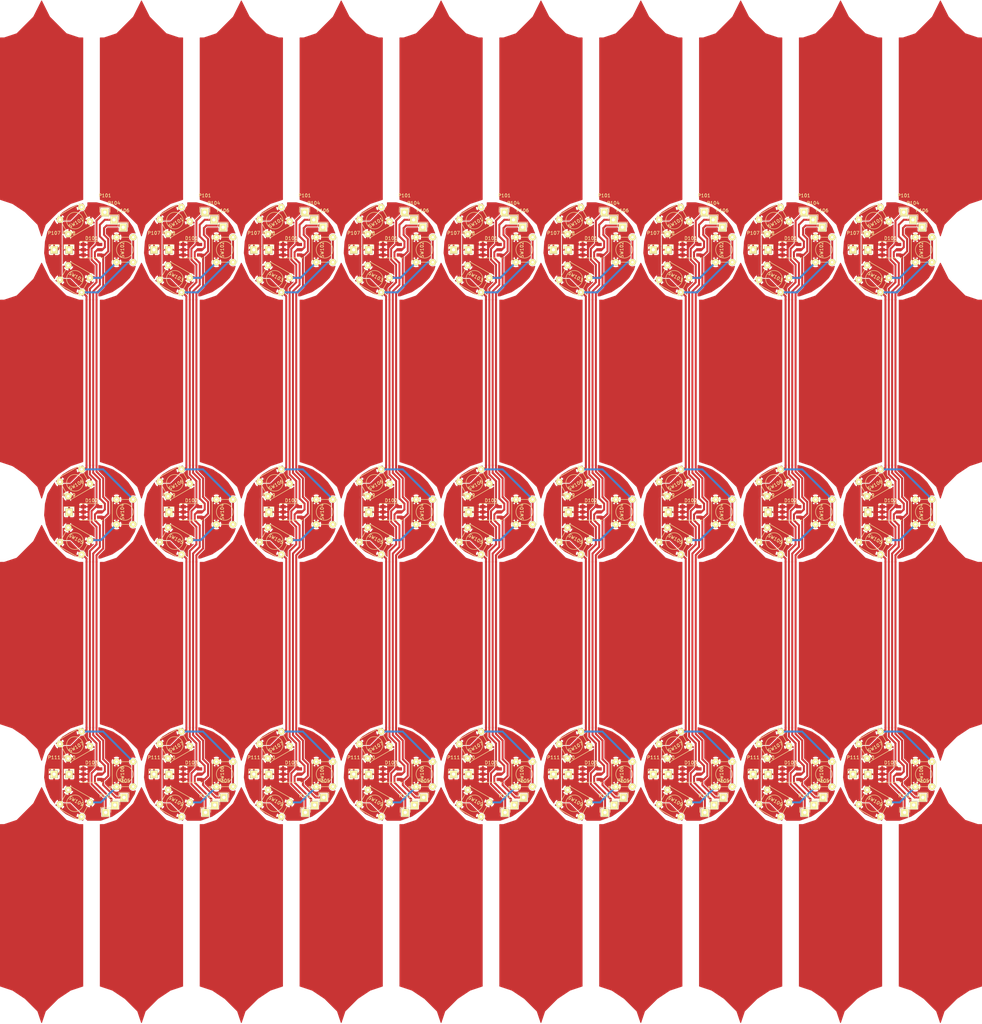
<source format=kicad_pcb>
(kicad_pcb (version 4) (host pcbnew 4.0.2-stable)
  (layers (0 F.Cu signal) (31 B.Cu signal) (34 B.Paste user) (35 F.Paste user) (36 B.SilkS user) (37 F.SilkS user) (38 B.Mask user) (39 F.Mask user) (44 Edge.Cuts user))
  (net 0 "")
  (net 1 "Net-(D101-Pad4)")
  (net 2 "Net-(D101-Pad5)")
  (net 3 "Net-(D101-Pad6)")
  (net 4 "Net-(D101-Pad1)")
  (net 5 "Net-(D102-Pad1)")
  (net 6 "Net-(D103-Pad1)")
  (net 7 "Net-(P107-Pad1)")
  (module LEDs:LED_WS2812-PLCC6 (layer F.Cu) (at 270.51 20.32)
    (fp_text reference D101 (at 0 -3.5) (layer F.SilkS))
    (fp_text value LED_RGB)
    (pad 4 smd rect (at 2.5 1.6) (size 1.6 1) (layers F.Cu F.Paste F.Mask) (net 1 "Net-(D101-Pad4)"))
    (pad 5 smd rect (at 2.5 0) (size 1.6 1) (layers F.Cu F.Paste F.Mask) (net 2 "Net-(D101-Pad5)"))
    (pad 6 smd rect (at 2.5 -1.6) (size 1.6 1) (layers F.Cu F.Paste F.Mask) (net 3 "Net-(D101-Pad6)"))
    (pad 3 smd rect (at -2.5 1.6) (size 1.6 1) (layers F.Cu F.Paste F.Mask) (net 4 "Net-(D101-Pad1)"))
    (pad 2 smd rect (at -2.5 0) (size 1.6 1) (layers F.Cu F.Paste F.Mask) (net 4 "Net-(D101-Pad1)"))
    (pad 1 smd rect (at -2.5 -1.6) (size 1.6 1) (layers F.Cu F.Paste F.Mask) (net 4 "Net-(D101-Pad1)"))
  )
  (module LEDs:LED_WS2812-PLCC6 (layer F.Cu) (at 270.51 100.33)
    (fp_text reference D102 (at 0 -3.5) (layer F.SilkS))
    (fp_text value LED_RGB)
    (pad 4 smd rect (at 2.5 1.6) (size 1.6 1) (layers F.Cu F.Paste F.Mask) (net 1 "Net-(D101-Pad4)"))
    (pad 5 smd rect (at 2.5 0) (size 1.6 1) (layers F.Cu F.Paste F.Mask) (net 2 "Net-(D101-Pad5)"))
    (pad 6 smd rect (at 2.5 -1.6) (size 1.6 1) (layers F.Cu F.Paste F.Mask) (net 3 "Net-(D101-Pad6)"))
    (pad 3 smd rect (at -2.5 1.6) (size 1.6 1) (layers F.Cu F.Paste F.Mask) (net 5 "Net-(D102-Pad1)"))
    (pad 2 smd rect (at -2.5 0) (size 1.6 1) (layers F.Cu F.Paste F.Mask) (net 5 "Net-(D102-Pad1)"))
    (pad 1 smd rect (at -2.5 -1.6) (size 1.6 1) (layers F.Cu F.Paste F.Mask) (net 5 "Net-(D102-Pad1)"))
  )
  (module LEDs:LED_WS2812-PLCC6 (layer F.Cu) (at 270.51 180.34)
    (fp_text reference D103 (at 0 -3.5) (layer F.SilkS))
    (fp_text value LED_RGB)
    (pad 4 smd rect (at 2.5 1.6) (size 1.6 1) (layers F.Cu F.Paste F.Mask) (net 1 "Net-(D101-Pad4)"))
    (pad 5 smd rect (at 2.5 0) (size 1.6 1) (layers F.Cu F.Paste F.Mask) (net 2 "Net-(D101-Pad5)"))
    (pad 6 smd rect (at 2.5 -1.6) (size 1.6 1) (layers F.Cu F.Paste F.Mask) (net 3 "Net-(D101-Pad6)"))
    (pad 3 smd rect (at -2.5 1.6) (size 1.6 1) (layers F.Cu F.Paste F.Mask) (net 6 "Net-(D103-Pad1)"))
    (pad 2 smd rect (at -2.5 0) (size 1.6 1) (layers F.Cu F.Paste F.Mask) (net 6 "Net-(D103-Pad1)"))
    (pad 1 smd rect (at -2.5 -1.6) (size 1.6 1) (layers F.Cu F.Paste F.Mask) (net 6 "Net-(D103-Pad1)"))
  )
  (module Pin_Headers:Pin_Header_Straight_1x01 (layer F.Cu) (at 274.574 8.89)
    (fp_text reference P101 (at 0 -5.1) (layer F.SilkS))
    (fp_text value CONN_01X01)
    (pad 1 thru_hole rect (at 0 0) (size 2.2352 2.2352) (drill 1.016) (layers *.Cu *.Mask F.SilkS) (net 3 "Net-(D101-Pad6)"))
  )
  (module Pin_Headers:Pin_Header_Straight_1x01 (layer F.Cu) (at 274.828 192.024)
    (fp_text reference P102 (at 0 -5.1) (layer F.SilkS))
    (fp_text value CONN_01X01)
    (pad 1 thru_hole rect (at 0 0) (size 2.2352 2.2352) (drill 1.016) (layers *.Cu *.Mask F.SilkS) (net 3 "Net-(D101-Pad6)"))
  )
  (module Pin_Headers:Pin_Header_Straight_1x01 (layer F.Cu) (at 277.622 189.738)
    (fp_text reference P103 (at 0 -5.1) (layer F.SilkS))
    (fp_text value CONN_01X01)
    (pad 1 thru_hole rect (at 0 0) (size 2.2352 2.2352) (drill 1.016) (layers *.Cu *.Mask F.SilkS) (net 2 "Net-(D101-Pad5)"))
  )
  (module Pin_Headers:Pin_Header_Straight_1x01 (layer F.Cu) (at 277.368 11.176)
    (fp_text reference P104 (at 0 -5.1) (layer F.SilkS))
    (fp_text value CONN_01X01)
    (pad 1 thru_hole rect (at 0 0) (size 2.2352 2.2352) (drill 1.016) (layers *.Cu *.Mask F.SilkS) (net 2 "Net-(D101-Pad5)"))
  )
  (module Pin_Headers:Pin_Header_Straight_1x01 (layer F.Cu) (at 280.416 187.452)
    (fp_text reference P105 (at 0 -5.1) (layer F.SilkS))
    (fp_text value CONN_01X01)
    (pad 1 thru_hole rect (at 0 0) (size 2.2352 2.2352) (drill 1.016) (layers *.Cu *.Mask F.SilkS) (net 1 "Net-(D101-Pad4)"))
  )
  (module Pin_Headers:Pin_Header_Straight_1x01 (layer F.Cu) (at 280.162 13.462)
    (fp_text reference P106 (at 0 -5.1) (layer F.SilkS))
    (fp_text value CONN_01X01)
    (pad 1 thru_hole rect (at 0 0) (size 2.2352 2.2352) (drill 1.016) (layers *.Cu *.Mask F.SilkS) (net 1 "Net-(D101-Pad4)"))
  )
  (module Pin_Headers:Pin_Header_Straight_1x01 (layer F.Cu) (at 259.08 20.32)
    (fp_text reference P107 (at 0 -5.1) (layer F.SilkS))
    (fp_text value CONN_01X01)
    (pad 1 thru_hole rect (at 0 0) (size 2.2352 2.2352) (drill 1.016) (layers *.Cu *.Mask F.SilkS) (net 7 "Net-(P107-Pad1)"))
  )
  (module Pin_Headers:Pin_Header_Straight_1x01 (layer F.Cu) (at 263.652 20.32)
    (fp_text reference P108 (at 0 -5.1) (layer F.SilkS))
    (fp_text value CONN_01X01)
    (pad 1 thru_hole rect (at 0 0) (size 2.2352 2.2352) (drill 1.016) (layers *.Cu *.Mask F.SilkS) (net 4 "Net-(D101-Pad1)"))
  )
  (module Pin_Headers:Pin_Header_Straight_1x01 (layer F.Cu) (at 263.652 100.33)
    (fp_text reference P109 (at 0 -5.1) (layer F.SilkS))
    (fp_text value CONN_01X01)
    (pad 1 thru_hole rect (at 0 0) (size 2.2352 2.2352) (drill 1.016) (layers *.Cu *.Mask F.SilkS) (net 5 "Net-(D102-Pad1)"))
  )
  (module Pin_Headers:Pin_Header_Straight_1x01 (layer F.Cu) (at 263.652 180.34)
    (fp_text reference P110 (at 0 -5.1) (layer F.SilkS))
    (fp_text value CONN_01X01)
    (pad 1 thru_hole rect (at 0 0) (size 2.2352 2.2352) (drill 1.016) (layers *.Cu *.Mask F.SilkS) (net 6 "Net-(D103-Pad1)"))
  )
  (module Pin_Headers:Pin_Header_Straight_1x01 (layer F.Cu) (at 259.08 180.34)
    (fp_text reference P111 (at 0 -5.1) (layer F.SilkS))
    (fp_text value CONN_01X01)
    (pad 1 thru_hole rect (at 0 0) (size 2.2352 2.2352) (drill 1.016) (layers *.Cu *.Mask F.SilkS) (net 7 "Net-(P107-Pad1)"))
  )
  (module Buttons_Switches_ThroughHole:SW_PUSH_SMALL (layer F.Cu) (at 265.43 11.43 210)
    (fp_text reference SW101 (at 0 -0.762 210) (layer F.SilkS))
    (fp_text value SW_PUSH)
    (pad 1 thru_hole circle (at 3.81 -2.54 210) (size 2.032 2.032) (drill 0.8128) (layers *.Cu *.Mask F.SilkS) (net 4 "Net-(D101-Pad1)"))
    (pad 2 thru_hole circle (at 3.81 2.54 210) (size 2.032 2.032) (drill 0.8128) (layers *.Cu *.Mask F.SilkS) (net 7 "Net-(P107-Pad1)"))
    (pad 1 thru_hole circle (at -3.81 -2.54 210) (size 2.032 2.032) (drill 0.8128) (layers *.Cu *.Mask F.SilkS) (net 4 "Net-(D101-Pad1)"))
    (pad 2 thru_hole circle (at -3.81 2.54 210) (size 2.032 2.032) (drill 0.8128) (layers *.Cu *.Mask F.SilkS) (net 7 "Net-(P107-Pad1)"))
  )
  (module Buttons_Switches_ThroughHole:SW_PUSH_SMALL (layer F.Cu) (at 280.67 20.32 90)
    (fp_text reference SW102 (at 0 -0.762 90) (layer F.SilkS))
    (fp_text value SW_PUSH)
    (pad 1 thru_hole circle (at 3.81 -2.54 90) (size 2.032 2.032) (drill 0.8128) (layers *.Cu *.Mask F.SilkS) (net 4 "Net-(D101-Pad1)"))
    (pad 2 thru_hole circle (at 3.81 2.54 90) (size 2.032 2.032) (drill 0.8128) (layers *.Cu *.Mask F.SilkS) (net 7 "Net-(P107-Pad1)"))
    (pad 1 thru_hole circle (at -3.81 -2.54 90) (size 2.032 2.032) (drill 0.8128) (layers *.Cu *.Mask F.SilkS) (net 4 "Net-(D101-Pad1)"))
    (pad 2 thru_hole circle (at -3.81 2.54 90) (size 2.032 2.032) (drill 0.8128) (layers *.Cu *.Mask F.SilkS) (net 7 "Net-(P107-Pad1)"))
  )
  (module Buttons_Switches_ThroughHole:SW_PUSH_SMALL (layer F.Cu) (at 265.43 29.21 330)
    (fp_text reference SW103 (at 0 -0.762 330) (layer F.SilkS))
    (fp_text value SW_PUSH)
    (pad 1 thru_hole circle (at 3.81 -2.54 330) (size 2.032 2.032) (drill 0.8128) (layers *.Cu *.Mask F.SilkS) (net 4 "Net-(D101-Pad1)"))
    (pad 2 thru_hole circle (at 3.81 2.54 330) (size 2.032 2.032) (drill 0.8128) (layers *.Cu *.Mask F.SilkS) (net 7 "Net-(P107-Pad1)"))
    (pad 1 thru_hole circle (at -3.81 -2.54 330) (size 2.032 2.032) (drill 0.8128) (layers *.Cu *.Mask F.SilkS) (net 4 "Net-(D101-Pad1)"))
    (pad 2 thru_hole circle (at -3.81 2.54 330) (size 2.032 2.032) (drill 0.8128) (layers *.Cu *.Mask F.SilkS) (net 7 "Net-(P107-Pad1)"))
  )
  (module Buttons_Switches_ThroughHole:SW_PUSH_SMALL (layer F.Cu) (at 280.67 100.33 90)
    (fp_text reference SW104 (at 0 -0.762 90) (layer F.SilkS))
    (fp_text value SW_PUSH)
    (pad 1 thru_hole circle (at 3.81 -2.54 90) (size 2.032 2.032) (drill 0.8128) (layers *.Cu *.Mask F.SilkS) (net 5 "Net-(D102-Pad1)"))
    (pad 2 thru_hole circle (at 3.81 2.54 90) (size 2.032 2.032) (drill 0.8128) (layers *.Cu *.Mask F.SilkS) (net 7 "Net-(P107-Pad1)"))
    (pad 1 thru_hole circle (at -3.81 -2.54 90) (size 2.032 2.032) (drill 0.8128) (layers *.Cu *.Mask F.SilkS) (net 5 "Net-(D102-Pad1)"))
    (pad 2 thru_hole circle (at -3.81 2.54 90) (size 2.032 2.032) (drill 0.8128) (layers *.Cu *.Mask F.SilkS) (net 7 "Net-(P107-Pad1)"))
  )
  (module Buttons_Switches_ThroughHole:SW_PUSH_SMALL (layer F.Cu) (at 265.43 109.22 330)
    (fp_text reference SW105 (at 0 -0.762 330) (layer F.SilkS))
    (fp_text value SW_PUSH)
    (pad 1 thru_hole circle (at 3.81 -2.54 330) (size 2.032 2.032) (drill 0.8128) (layers *.Cu *.Mask F.SilkS) (net 5 "Net-(D102-Pad1)"))
    (pad 2 thru_hole circle (at 3.81 2.54 330) (size 2.032 2.032) (drill 0.8128) (layers *.Cu *.Mask F.SilkS) (net 7 "Net-(P107-Pad1)"))
    (pad 1 thru_hole circle (at -3.81 -2.54 330) (size 2.032 2.032) (drill 0.8128) (layers *.Cu *.Mask F.SilkS) (net 5 "Net-(D102-Pad1)"))
    (pad 2 thru_hole circle (at -3.81 2.54 330) (size 2.032 2.032) (drill 0.8128) (layers *.Cu *.Mask F.SilkS) (net 7 "Net-(P107-Pad1)"))
  )
  (module Buttons_Switches_ThroughHole:SW_PUSH_SMALL (layer F.Cu) (at 265.43 91.44 210)
    (fp_text reference SW106 (at 0 -0.762 210) (layer F.SilkS))
    (fp_text value SW_PUSH)
    (pad 1 thru_hole circle (at 3.81 -2.54 210) (size 2.032 2.032) (drill 0.8128) (layers *.Cu *.Mask F.SilkS) (net 5 "Net-(D102-Pad1)"))
    (pad 2 thru_hole circle (at 3.81 2.54 210) (size 2.032 2.032) (drill 0.8128) (layers *.Cu *.Mask F.SilkS) (net 7 "Net-(P107-Pad1)"))
    (pad 1 thru_hole circle (at -3.81 -2.54 210) (size 2.032 2.032) (drill 0.8128) (layers *.Cu *.Mask F.SilkS) (net 5 "Net-(D102-Pad1)"))
    (pad 2 thru_hole circle (at -3.81 2.54 210) (size 2.032 2.032) (drill 0.8128) (layers *.Cu *.Mask F.SilkS) (net 7 "Net-(P107-Pad1)"))
  )
  (module Buttons_Switches_ThroughHole:SW_PUSH_SMALL (layer F.Cu) (at 265.43 171.45 210)
    (fp_text reference SW107 (at 0 -0.762 210) (layer F.SilkS))
    (fp_text value SW_PUSH)
    (pad 1 thru_hole circle (at 3.81 -2.54 210) (size 2.032 2.032) (drill 0.8128) (layers *.Cu *.Mask F.SilkS) (net 6 "Net-(D103-Pad1)"))
    (pad 2 thru_hole circle (at 3.81 2.54 210) (size 2.032 2.032) (drill 0.8128) (layers *.Cu *.Mask F.SilkS) (net 7 "Net-(P107-Pad1)"))
    (pad 1 thru_hole circle (at -3.81 -2.54 210) (size 2.032 2.032) (drill 0.8128) (layers *.Cu *.Mask F.SilkS) (net 6 "Net-(D103-Pad1)"))
    (pad 2 thru_hole circle (at -3.81 2.54 210) (size 2.032 2.032) (drill 0.8128) (layers *.Cu *.Mask F.SilkS) (net 7 "Net-(P107-Pad1)"))
  )
  (module Buttons_Switches_ThroughHole:SW_PUSH_SMALL (layer F.Cu) (at 280.67 180.34 90)
    (fp_text reference SW108 (at 0 -0.762 90) (layer F.SilkS))
    (fp_text value SW_PUSH)
    (pad 1 thru_hole circle (at 3.81 -2.54 90) (size 2.032 2.032) (drill 0.8128) (layers *.Cu *.Mask F.SilkS) (net 6 "Net-(D103-Pad1)"))
    (pad 2 thru_hole circle (at 3.81 2.54 90) (size 2.032 2.032) (drill 0.8128) (layers *.Cu *.Mask F.SilkS) (net 7 "Net-(P107-Pad1)"))
    (pad 1 thru_hole circle (at -3.81 -2.54 90) (size 2.032 2.032) (drill 0.8128) (layers *.Cu *.Mask F.SilkS) (net 6 "Net-(D103-Pad1)"))
    (pad 2 thru_hole circle (at -3.81 2.54 90) (size 2.032 2.032) (drill 0.8128) (layers *.Cu *.Mask F.SilkS) (net 7 "Net-(P107-Pad1)"))
  )
  (module Buttons_Switches_ThroughHole:SW_PUSH_SMALL (layer F.Cu) (at 265.43 189.23 330)
    (fp_text reference SW109 (at 0 -0.762 330) (layer F.SilkS))
    (fp_text value SW_PUSH)
    (pad 1 thru_hole circle (at 3.81 -2.54 330) (size 2.032 2.032) (drill 0.8128) (layers *.Cu *.Mask F.SilkS) (net 6 "Net-(D103-Pad1)"))
    (pad 2 thru_hole circle (at 3.81 2.54 330) (size 2.032 2.032) (drill 0.8128) (layers *.Cu *.Mask F.SilkS) (net 7 "Net-(P107-Pad1)"))
    (pad 1 thru_hole circle (at -3.81 -2.54 330) (size 2.032 2.032) (drill 0.8128) (layers *.Cu *.Mask F.SilkS) (net 6 "Net-(D103-Pad1)"))
    (pad 2 thru_hole circle (at -3.81 2.54 330) (size 2.032 2.032) (drill 0.8128) (layers *.Cu *.Mask F.SilkS) (net 7 "Net-(P107-Pad1)"))
  )
  (module Buttons_Switches_ThroughHole:SW_PUSH_SMALL (layer F.Cu) (at 143.51 189.23 330)
    (fp_text reference SW109 (at 0 -0.762 330) (layer F.SilkS))
    (fp_text value SW_PUSH)
    (pad 1 thru_hole circle (at 3.81 -2.54 330) (size 2.032 2.032) (drill 0.8128) (layers *.Cu *.Mask F.SilkS) (net 6 "Net-(D103-Pad1)"))
    (pad 2 thru_hole circle (at 3.81 2.54 330) (size 2.032 2.032) (drill 0.8128) (layers *.Cu *.Mask F.SilkS) (net 7 "Net-(P107-Pad1)"))
    (pad 1 thru_hole circle (at -3.81 -2.54 330) (size 2.032 2.032) (drill 0.8128) (layers *.Cu *.Mask F.SilkS) (net 6 "Net-(D103-Pad1)"))
    (pad 2 thru_hole circle (at -3.81 2.54 330) (size 2.032 2.032) (drill 0.8128) (layers *.Cu *.Mask F.SilkS) (net 7 "Net-(P107-Pad1)"))
  )
  (module Buttons_Switches_ThroughHole:SW_PUSH_SMALL (layer F.Cu) (at 158.75 180.34 90)
    (fp_text reference SW108 (at 0 -0.762 90) (layer F.SilkS))
    (fp_text value SW_PUSH)
    (pad 1 thru_hole circle (at 3.81 -2.54 90) (size 2.032 2.032) (drill 0.8128) (layers *.Cu *.Mask F.SilkS) (net 6 "Net-(D103-Pad1)"))
    (pad 2 thru_hole circle (at 3.81 2.54 90) (size 2.032 2.032) (drill 0.8128) (layers *.Cu *.Mask F.SilkS) (net 7 "Net-(P107-Pad1)"))
    (pad 1 thru_hole circle (at -3.81 -2.54 90) (size 2.032 2.032) (drill 0.8128) (layers *.Cu *.Mask F.SilkS) (net 6 "Net-(D103-Pad1)"))
    (pad 2 thru_hole circle (at -3.81 2.54 90) (size 2.032 2.032) (drill 0.8128) (layers *.Cu *.Mask F.SilkS) (net 7 "Net-(P107-Pad1)"))
  )
  (module Buttons_Switches_ThroughHole:SW_PUSH_SMALL (layer F.Cu) (at 143.51 171.45 210)
    (fp_text reference SW107 (at 0 -0.762 210) (layer F.SilkS))
    (fp_text value SW_PUSH)
    (pad 1 thru_hole circle (at 3.81 -2.54 210) (size 2.032 2.032) (drill 0.8128) (layers *.Cu *.Mask F.SilkS) (net 6 "Net-(D103-Pad1)"))
    (pad 2 thru_hole circle (at 3.81 2.54 210) (size 2.032 2.032) (drill 0.8128) (layers *.Cu *.Mask F.SilkS) (net 7 "Net-(P107-Pad1)"))
    (pad 1 thru_hole circle (at -3.81 -2.54 210) (size 2.032 2.032) (drill 0.8128) (layers *.Cu *.Mask F.SilkS) (net 6 "Net-(D103-Pad1)"))
    (pad 2 thru_hole circle (at -3.81 2.54 210) (size 2.032 2.032) (drill 0.8128) (layers *.Cu *.Mask F.SilkS) (net 7 "Net-(P107-Pad1)"))
  )
  (module Buttons_Switches_ThroughHole:SW_PUSH_SMALL (layer F.Cu) (at 143.51 91.44 210)
    (fp_text reference SW106 (at 0 -0.762 210) (layer F.SilkS))
    (fp_text value SW_PUSH)
    (pad 1 thru_hole circle (at 3.81 -2.54 210) (size 2.032 2.032) (drill 0.8128) (layers *.Cu *.Mask F.SilkS) (net 5 "Net-(D102-Pad1)"))
    (pad 2 thru_hole circle (at 3.81 2.54 210) (size 2.032 2.032) (drill 0.8128) (layers *.Cu *.Mask F.SilkS) (net 7 "Net-(P107-Pad1)"))
    (pad 1 thru_hole circle (at -3.81 -2.54 210) (size 2.032 2.032) (drill 0.8128) (layers *.Cu *.Mask F.SilkS) (net 5 "Net-(D102-Pad1)"))
    (pad 2 thru_hole circle (at -3.81 2.54 210) (size 2.032 2.032) (drill 0.8128) (layers *.Cu *.Mask F.SilkS) (net 7 "Net-(P107-Pad1)"))
  )
  (module Buttons_Switches_ThroughHole:SW_PUSH_SMALL (layer F.Cu) (at 143.51 109.22 330)
    (fp_text reference SW105 (at 0 -0.762 330) (layer F.SilkS))
    (fp_text value SW_PUSH)
    (pad 1 thru_hole circle (at 3.81 -2.54 330) (size 2.032 2.032) (drill 0.8128) (layers *.Cu *.Mask F.SilkS) (net 5 "Net-(D102-Pad1)"))
    (pad 2 thru_hole circle (at 3.81 2.54 330) (size 2.032 2.032) (drill 0.8128) (layers *.Cu *.Mask F.SilkS) (net 7 "Net-(P107-Pad1)"))
    (pad 1 thru_hole circle (at -3.81 -2.54 330) (size 2.032 2.032) (drill 0.8128) (layers *.Cu *.Mask F.SilkS) (net 5 "Net-(D102-Pad1)"))
    (pad 2 thru_hole circle (at -3.81 2.54 330) (size 2.032 2.032) (drill 0.8128) (layers *.Cu *.Mask F.SilkS) (net 7 "Net-(P107-Pad1)"))
  )
  (module Buttons_Switches_ThroughHole:SW_PUSH_SMALL (layer F.Cu) (at 158.75 100.33 90)
    (fp_text reference SW104 (at 0 -0.762 90) (layer F.SilkS))
    (fp_text value SW_PUSH)
    (pad 1 thru_hole circle (at 3.81 -2.54 90) (size 2.032 2.032) (drill 0.8128) (layers *.Cu *.Mask F.SilkS) (net 5 "Net-(D102-Pad1)"))
    (pad 2 thru_hole circle (at 3.81 2.54 90) (size 2.032 2.032) (drill 0.8128) (layers *.Cu *.Mask F.SilkS) (net 7 "Net-(P107-Pad1)"))
    (pad 1 thru_hole circle (at -3.81 -2.54 90) (size 2.032 2.032) (drill 0.8128) (layers *.Cu *.Mask F.SilkS) (net 5 "Net-(D102-Pad1)"))
    (pad 2 thru_hole circle (at -3.81 2.54 90) (size 2.032 2.032) (drill 0.8128) (layers *.Cu *.Mask F.SilkS) (net 7 "Net-(P107-Pad1)"))
  )
  (module Buttons_Switches_ThroughHole:SW_PUSH_SMALL (layer F.Cu) (at 143.51 29.21 330)
    (fp_text reference SW103 (at 0 -0.762 330) (layer F.SilkS))
    (fp_text value SW_PUSH)
    (pad 1 thru_hole circle (at 3.81 -2.54 330) (size 2.032 2.032) (drill 0.8128) (layers *.Cu *.Mask F.SilkS) (net 4 "Net-(D101-Pad1)"))
    (pad 2 thru_hole circle (at 3.81 2.54 330) (size 2.032 2.032) (drill 0.8128) (layers *.Cu *.Mask F.SilkS) (net 7 "Net-(P107-Pad1)"))
    (pad 1 thru_hole circle (at -3.81 -2.54 330) (size 2.032 2.032) (drill 0.8128) (layers *.Cu *.Mask F.SilkS) (net 4 "Net-(D101-Pad1)"))
    (pad 2 thru_hole circle (at -3.81 2.54 330) (size 2.032 2.032) (drill 0.8128) (layers *.Cu *.Mask F.SilkS) (net 7 "Net-(P107-Pad1)"))
  )
  (module Buttons_Switches_ThroughHole:SW_PUSH_SMALL (layer F.Cu) (at 158.75 20.32 90)
    (fp_text reference SW102 (at 0 -0.762 90) (layer F.SilkS))
    (fp_text value SW_PUSH)
    (pad 1 thru_hole circle (at 3.81 -2.54 90) (size 2.032 2.032) (drill 0.8128) (layers *.Cu *.Mask F.SilkS) (net 4 "Net-(D101-Pad1)"))
    (pad 2 thru_hole circle (at 3.81 2.54 90) (size 2.032 2.032) (drill 0.8128) (layers *.Cu *.Mask F.SilkS) (net 7 "Net-(P107-Pad1)"))
    (pad 1 thru_hole circle (at -3.81 -2.54 90) (size 2.032 2.032) (drill 0.8128) (layers *.Cu *.Mask F.SilkS) (net 4 "Net-(D101-Pad1)"))
    (pad 2 thru_hole circle (at -3.81 2.54 90) (size 2.032 2.032) (drill 0.8128) (layers *.Cu *.Mask F.SilkS) (net 7 "Net-(P107-Pad1)"))
  )
  (module Buttons_Switches_ThroughHole:SW_PUSH_SMALL (layer F.Cu) (at 143.51 11.43 210)
    (fp_text reference SW101 (at 0 -0.762 210) (layer F.SilkS))
    (fp_text value SW_PUSH)
    (pad 1 thru_hole circle (at 3.81 -2.54 210) (size 2.032 2.032) (drill 0.8128) (layers *.Cu *.Mask F.SilkS) (net 4 "Net-(D101-Pad1)"))
    (pad 2 thru_hole circle (at 3.81 2.54 210) (size 2.032 2.032) (drill 0.8128) (layers *.Cu *.Mask F.SilkS) (net 7 "Net-(P107-Pad1)"))
    (pad 1 thru_hole circle (at -3.81 -2.54 210) (size 2.032 2.032) (drill 0.8128) (layers *.Cu *.Mask F.SilkS) (net 4 "Net-(D101-Pad1)"))
    (pad 2 thru_hole circle (at -3.81 2.54 210) (size 2.032 2.032) (drill 0.8128) (layers *.Cu *.Mask F.SilkS) (net 7 "Net-(P107-Pad1)"))
  )
  (module Pin_Headers:Pin_Header_Straight_1x01 (layer F.Cu) (at 137.16 180.34)
    (fp_text reference P111 (at 0 -5.1) (layer F.SilkS))
    (fp_text value CONN_01X01)
    (pad 1 thru_hole rect (at 0 0) (size 2.2352 2.2352) (drill 1.016) (layers *.Cu *.Mask F.SilkS) (net 7 "Net-(P107-Pad1)"))
  )
  (module Pin_Headers:Pin_Header_Straight_1x01 (layer F.Cu) (at 141.732 180.34)
    (fp_text reference P110 (at 0 -5.1) (layer F.SilkS))
    (fp_text value CONN_01X01)
    (pad 1 thru_hole rect (at 0 0) (size 2.2352 2.2352) (drill 1.016) (layers *.Cu *.Mask F.SilkS) (net 6 "Net-(D103-Pad1)"))
  )
  (module Pin_Headers:Pin_Header_Straight_1x01 (layer F.Cu) (at 141.732 100.33)
    (fp_text reference P109 (at 0 -5.1) (layer F.SilkS))
    (fp_text value CONN_01X01)
    (pad 1 thru_hole rect (at 0 0) (size 2.2352 2.2352) (drill 1.016) (layers *.Cu *.Mask F.SilkS) (net 5 "Net-(D102-Pad1)"))
  )
  (module Pin_Headers:Pin_Header_Straight_1x01 (layer F.Cu) (at 141.732 20.32)
    (fp_text reference P108 (at 0 -5.1) (layer F.SilkS))
    (fp_text value CONN_01X01)
    (pad 1 thru_hole rect (at 0 0) (size 2.2352 2.2352) (drill 1.016) (layers *.Cu *.Mask F.SilkS) (net 4 "Net-(D101-Pad1)"))
  )
  (module Pin_Headers:Pin_Header_Straight_1x01 (layer F.Cu) (at 137.16 20.32)
    (fp_text reference P107 (at 0 -5.1) (layer F.SilkS))
    (fp_text value CONN_01X01)
    (pad 1 thru_hole rect (at 0 0) (size 2.2352 2.2352) (drill 1.016) (layers *.Cu *.Mask F.SilkS) (net 7 "Net-(P107-Pad1)"))
  )
  (module Pin_Headers:Pin_Header_Straight_1x01 (layer F.Cu) (at 158.242 13.462)
    (fp_text reference P106 (at 0 -5.1) (layer F.SilkS))
    (fp_text value CONN_01X01)
    (pad 1 thru_hole rect (at 0 0) (size 2.2352 2.2352) (drill 1.016) (layers *.Cu *.Mask F.SilkS) (net 1 "Net-(D101-Pad4)"))
  )
  (module Pin_Headers:Pin_Header_Straight_1x01 (layer F.Cu) (at 158.496 187.452)
    (fp_text reference P105 (at 0 -5.1) (layer F.SilkS))
    (fp_text value CONN_01X01)
    (pad 1 thru_hole rect (at 0 0) (size 2.2352 2.2352) (drill 1.016) (layers *.Cu *.Mask F.SilkS) (net 1 "Net-(D101-Pad4)"))
  )
  (module Pin_Headers:Pin_Header_Straight_1x01 (layer F.Cu) (at 155.448 11.176)
    (fp_text reference P104 (at 0 -5.1) (layer F.SilkS))
    (fp_text value CONN_01X01)
    (pad 1 thru_hole rect (at 0 0) (size 2.2352 2.2352) (drill 1.016) (layers *.Cu *.Mask F.SilkS) (net 2 "Net-(D101-Pad5)"))
  )
  (module Pin_Headers:Pin_Header_Straight_1x01 (layer F.Cu) (at 155.702 189.738)
    (fp_text reference P103 (at 0 -5.1) (layer F.SilkS))
    (fp_text value CONN_01X01)
    (pad 1 thru_hole rect (at 0 0) (size 2.2352 2.2352) (drill 1.016) (layers *.Cu *.Mask F.SilkS) (net 2 "Net-(D101-Pad5)"))
  )
  (module Pin_Headers:Pin_Header_Straight_1x01 (layer F.Cu) (at 152.908 192.024)
    (fp_text reference P102 (at 0 -5.1) (layer F.SilkS))
    (fp_text value CONN_01X01)
    (pad 1 thru_hole rect (at 0 0) (size 2.2352 2.2352) (drill 1.016) (layers *.Cu *.Mask F.SilkS) (net 3 "Net-(D101-Pad6)"))
  )
  (module Pin_Headers:Pin_Header_Straight_1x01 (layer F.Cu) (at 152.654 8.89)
    (fp_text reference P101 (at 0 -5.1) (layer F.SilkS))
    (fp_text value CONN_01X01)
    (pad 1 thru_hole rect (at 0 0) (size 2.2352 2.2352) (drill 1.016) (layers *.Cu *.Mask F.SilkS) (net 3 "Net-(D101-Pad6)"))
  )
  (module LEDs:LED_WS2812-PLCC6 (layer F.Cu) (at 148.59 180.34)
    (fp_text reference D103 (at 0 -3.5) (layer F.SilkS))
    (fp_text value LED_RGB)
    (pad 4 smd rect (at 2.5 1.6) (size 1.6 1) (layers F.Cu F.Paste F.Mask) (net 1 "Net-(D101-Pad4)"))
    (pad 5 smd rect (at 2.5 0) (size 1.6 1) (layers F.Cu F.Paste F.Mask) (net 2 "Net-(D101-Pad5)"))
    (pad 6 smd rect (at 2.5 -1.6) (size 1.6 1) (layers F.Cu F.Paste F.Mask) (net 3 "Net-(D101-Pad6)"))
    (pad 3 smd rect (at -2.5 1.6) (size 1.6 1) (layers F.Cu F.Paste F.Mask) (net 6 "Net-(D103-Pad1)"))
    (pad 2 smd rect (at -2.5 0) (size 1.6 1) (layers F.Cu F.Paste F.Mask) (net 6 "Net-(D103-Pad1)"))
    (pad 1 smd rect (at -2.5 -1.6) (size 1.6 1) (layers F.Cu F.Paste F.Mask) (net 6 "Net-(D103-Pad1)"))
  )
  (module LEDs:LED_WS2812-PLCC6 (layer F.Cu) (at 148.59 100.33)
    (fp_text reference D102 (at 0 -3.5) (layer F.SilkS))
    (fp_text value LED_RGB)
    (pad 4 smd rect (at 2.5 1.6) (size 1.6 1) (layers F.Cu F.Paste F.Mask) (net 1 "Net-(D101-Pad4)"))
    (pad 5 smd rect (at 2.5 0) (size 1.6 1) (layers F.Cu F.Paste F.Mask) (net 2 "Net-(D101-Pad5)"))
    (pad 6 smd rect (at 2.5 -1.6) (size 1.6 1) (layers F.Cu F.Paste F.Mask) (net 3 "Net-(D101-Pad6)"))
    (pad 3 smd rect (at -2.5 1.6) (size 1.6 1) (layers F.Cu F.Paste F.Mask) (net 5 "Net-(D102-Pad1)"))
    (pad 2 smd rect (at -2.5 0) (size 1.6 1) (layers F.Cu F.Paste F.Mask) (net 5 "Net-(D102-Pad1)"))
    (pad 1 smd rect (at -2.5 -1.6) (size 1.6 1) (layers F.Cu F.Paste F.Mask) (net 5 "Net-(D102-Pad1)"))
  )
  (module LEDs:LED_WS2812-PLCC6 (layer F.Cu) (at 148.59 20.32)
    (fp_text reference D101 (at 0 -3.5) (layer F.SilkS))
    (fp_text value LED_RGB)
    (pad 4 smd rect (at 2.5 1.6) (size 1.6 1) (layers F.Cu F.Paste F.Mask) (net 1 "Net-(D101-Pad4)"))
    (pad 5 smd rect (at 2.5 0) (size 1.6 1) (layers F.Cu F.Paste F.Mask) (net 2 "Net-(D101-Pad5)"))
    (pad 6 smd rect (at 2.5 -1.6) (size 1.6 1) (layers F.Cu F.Paste F.Mask) (net 3 "Net-(D101-Pad6)"))
    (pad 3 smd rect (at -2.5 1.6) (size 1.6 1) (layers F.Cu F.Paste F.Mask) (net 4 "Net-(D101-Pad1)"))
    (pad 2 smd rect (at -2.5 0) (size 1.6 1) (layers F.Cu F.Paste F.Mask) (net 4 "Net-(D101-Pad1)"))
    (pad 1 smd rect (at -2.5 -1.6) (size 1.6 1) (layers F.Cu F.Paste F.Mask) (net 4 "Net-(D101-Pad1)"))
  )
  (module LEDs:LED_WS2812-PLCC6 (layer F.Cu) (at 179.07 20.32)
    (fp_text reference D101 (at 0 -3.5) (layer F.SilkS))
    (fp_text value LED_RGB)
    (pad 4 smd rect (at 2.5 1.6) (size 1.6 1) (layers F.Cu F.Paste F.Mask) (net 1 "Net-(D101-Pad4)"))
    (pad 5 smd rect (at 2.5 0) (size 1.6 1) (layers F.Cu F.Paste F.Mask) (net 2 "Net-(D101-Pad5)"))
    (pad 6 smd rect (at 2.5 -1.6) (size 1.6 1) (layers F.Cu F.Paste F.Mask) (net 3 "Net-(D101-Pad6)"))
    (pad 3 smd rect (at -2.5 1.6) (size 1.6 1) (layers F.Cu F.Paste F.Mask) (net 4 "Net-(D101-Pad1)"))
    (pad 2 smd rect (at -2.5 0) (size 1.6 1) (layers F.Cu F.Paste F.Mask) (net 4 "Net-(D101-Pad1)"))
    (pad 1 smd rect (at -2.5 -1.6) (size 1.6 1) (layers F.Cu F.Paste F.Mask) (net 4 "Net-(D101-Pad1)"))
  )
  (module LEDs:LED_WS2812-PLCC6 (layer F.Cu) (at 179.07 100.33)
    (fp_text reference D102 (at 0 -3.5) (layer F.SilkS))
    (fp_text value LED_RGB)
    (pad 4 smd rect (at 2.5 1.6) (size 1.6 1) (layers F.Cu F.Paste F.Mask) (net 1 "Net-(D101-Pad4)"))
    (pad 5 smd rect (at 2.5 0) (size 1.6 1) (layers F.Cu F.Paste F.Mask) (net 2 "Net-(D101-Pad5)"))
    (pad 6 smd rect (at 2.5 -1.6) (size 1.6 1) (layers F.Cu F.Paste F.Mask) (net 3 "Net-(D101-Pad6)"))
    (pad 3 smd rect (at -2.5 1.6) (size 1.6 1) (layers F.Cu F.Paste F.Mask) (net 5 "Net-(D102-Pad1)"))
    (pad 2 smd rect (at -2.5 0) (size 1.6 1) (layers F.Cu F.Paste F.Mask) (net 5 "Net-(D102-Pad1)"))
    (pad 1 smd rect (at -2.5 -1.6) (size 1.6 1) (layers F.Cu F.Paste F.Mask) (net 5 "Net-(D102-Pad1)"))
  )
  (module LEDs:LED_WS2812-PLCC6 (layer F.Cu) (at 179.07 180.34)
    (fp_text reference D103 (at 0 -3.5) (layer F.SilkS))
    (fp_text value LED_RGB)
    (pad 4 smd rect (at 2.5 1.6) (size 1.6 1) (layers F.Cu F.Paste F.Mask) (net 1 "Net-(D101-Pad4)"))
    (pad 5 smd rect (at 2.5 0) (size 1.6 1) (layers F.Cu F.Paste F.Mask) (net 2 "Net-(D101-Pad5)"))
    (pad 6 smd rect (at 2.5 -1.6) (size 1.6 1) (layers F.Cu F.Paste F.Mask) (net 3 "Net-(D101-Pad6)"))
    (pad 3 smd rect (at -2.5 1.6) (size 1.6 1) (layers F.Cu F.Paste F.Mask) (net 6 "Net-(D103-Pad1)"))
    (pad 2 smd rect (at -2.5 0) (size 1.6 1) (layers F.Cu F.Paste F.Mask) (net 6 "Net-(D103-Pad1)"))
    (pad 1 smd rect (at -2.5 -1.6) (size 1.6 1) (layers F.Cu F.Paste F.Mask) (net 6 "Net-(D103-Pad1)"))
  )
  (module Pin_Headers:Pin_Header_Straight_1x01 (layer F.Cu) (at 183.134 8.89)
    (fp_text reference P101 (at 0 -5.1) (layer F.SilkS))
    (fp_text value CONN_01X01)
    (pad 1 thru_hole rect (at 0 0) (size 2.2352 2.2352) (drill 1.016) (layers *.Cu *.Mask F.SilkS) (net 3 "Net-(D101-Pad6)"))
  )
  (module Pin_Headers:Pin_Header_Straight_1x01 (layer F.Cu) (at 183.388 192.024)
    (fp_text reference P102 (at 0 -5.1) (layer F.SilkS))
    (fp_text value CONN_01X01)
    (pad 1 thru_hole rect (at 0 0) (size 2.2352 2.2352) (drill 1.016) (layers *.Cu *.Mask F.SilkS) (net 3 "Net-(D101-Pad6)"))
  )
  (module Pin_Headers:Pin_Header_Straight_1x01 (layer F.Cu) (at 186.182 189.738)
    (fp_text reference P103 (at 0 -5.1) (layer F.SilkS))
    (fp_text value CONN_01X01)
    (pad 1 thru_hole rect (at 0 0) (size 2.2352 2.2352) (drill 1.016) (layers *.Cu *.Mask F.SilkS) (net 2 "Net-(D101-Pad5)"))
  )
  (module Pin_Headers:Pin_Header_Straight_1x01 (layer F.Cu) (at 185.928 11.176)
    (fp_text reference P104 (at 0 -5.1) (layer F.SilkS))
    (fp_text value CONN_01X01)
    (pad 1 thru_hole rect (at 0 0) (size 2.2352 2.2352) (drill 1.016) (layers *.Cu *.Mask F.SilkS) (net 2 "Net-(D101-Pad5)"))
  )
  (module Pin_Headers:Pin_Header_Straight_1x01 (layer F.Cu) (at 188.976 187.452)
    (fp_text reference P105 (at 0 -5.1) (layer F.SilkS))
    (fp_text value CONN_01X01)
    (pad 1 thru_hole rect (at 0 0) (size 2.2352 2.2352) (drill 1.016) (layers *.Cu *.Mask F.SilkS) (net 1 "Net-(D101-Pad4)"))
  )
  (module Pin_Headers:Pin_Header_Straight_1x01 (layer F.Cu) (at 188.722 13.462)
    (fp_text reference P106 (at 0 -5.1) (layer F.SilkS))
    (fp_text value CONN_01X01)
    (pad 1 thru_hole rect (at 0 0) (size 2.2352 2.2352) (drill 1.016) (layers *.Cu *.Mask F.SilkS) (net 1 "Net-(D101-Pad4)"))
  )
  (module Pin_Headers:Pin_Header_Straight_1x01 (layer F.Cu) (at 167.64 20.32)
    (fp_text reference P107 (at 0 -5.1) (layer F.SilkS))
    (fp_text value CONN_01X01)
    (pad 1 thru_hole rect (at 0 0) (size 2.2352 2.2352) (drill 1.016) (layers *.Cu *.Mask F.SilkS) (net 7 "Net-(P107-Pad1)"))
  )
  (module Pin_Headers:Pin_Header_Straight_1x01 (layer F.Cu) (at 172.212 20.32)
    (fp_text reference P108 (at 0 -5.1) (layer F.SilkS))
    (fp_text value CONN_01X01)
    (pad 1 thru_hole rect (at 0 0) (size 2.2352 2.2352) (drill 1.016) (layers *.Cu *.Mask F.SilkS) (net 4 "Net-(D101-Pad1)"))
  )
  (module Pin_Headers:Pin_Header_Straight_1x01 (layer F.Cu) (at 172.212 100.33)
    (fp_text reference P109 (at 0 -5.1) (layer F.SilkS))
    (fp_text value CONN_01X01)
    (pad 1 thru_hole rect (at 0 0) (size 2.2352 2.2352) (drill 1.016) (layers *.Cu *.Mask F.SilkS) (net 5 "Net-(D102-Pad1)"))
  )
  (module Pin_Headers:Pin_Header_Straight_1x01 (layer F.Cu) (at 172.212 180.34)
    (fp_text reference P110 (at 0 -5.1) (layer F.SilkS))
    (fp_text value CONN_01X01)
    (pad 1 thru_hole rect (at 0 0) (size 2.2352 2.2352) (drill 1.016) (layers *.Cu *.Mask F.SilkS) (net 6 "Net-(D103-Pad1)"))
  )
  (module Pin_Headers:Pin_Header_Straight_1x01 (layer F.Cu) (at 167.64 180.34)
    (fp_text reference P111 (at 0 -5.1) (layer F.SilkS))
    (fp_text value CONN_01X01)
    (pad 1 thru_hole rect (at 0 0) (size 2.2352 2.2352) (drill 1.016) (layers *.Cu *.Mask F.SilkS) (net 7 "Net-(P107-Pad1)"))
  )
  (module Buttons_Switches_ThroughHole:SW_PUSH_SMALL (layer F.Cu) (at 173.99 11.43 210)
    (fp_text reference SW101 (at 0 -0.762 210) (layer F.SilkS))
    (fp_text value SW_PUSH)
    (pad 1 thru_hole circle (at 3.81 -2.54 210) (size 2.032 2.032) (drill 0.8128) (layers *.Cu *.Mask F.SilkS) (net 4 "Net-(D101-Pad1)"))
    (pad 2 thru_hole circle (at 3.81 2.54 210) (size 2.032 2.032) (drill 0.8128) (layers *.Cu *.Mask F.SilkS) (net 7 "Net-(P107-Pad1)"))
    (pad 1 thru_hole circle (at -3.81 -2.54 210) (size 2.032 2.032) (drill 0.8128) (layers *.Cu *.Mask F.SilkS) (net 4 "Net-(D101-Pad1)"))
    (pad 2 thru_hole circle (at -3.81 2.54 210) (size 2.032 2.032) (drill 0.8128) (layers *.Cu *.Mask F.SilkS) (net 7 "Net-(P107-Pad1)"))
  )
  (module Buttons_Switches_ThroughHole:SW_PUSH_SMALL (layer F.Cu) (at 189.23 20.32 90)
    (fp_text reference SW102 (at 0 -0.762 90) (layer F.SilkS))
    (fp_text value SW_PUSH)
    (pad 1 thru_hole circle (at 3.81 -2.54 90) (size 2.032 2.032) (drill 0.8128) (layers *.Cu *.Mask F.SilkS) (net 4 "Net-(D101-Pad1)"))
    (pad 2 thru_hole circle (at 3.81 2.54 90) (size 2.032 2.032) (drill 0.8128) (layers *.Cu *.Mask F.SilkS) (net 7 "Net-(P107-Pad1)"))
    (pad 1 thru_hole circle (at -3.81 -2.54 90) (size 2.032 2.032) (drill 0.8128) (layers *.Cu *.Mask F.SilkS) (net 4 "Net-(D101-Pad1)"))
    (pad 2 thru_hole circle (at -3.81 2.54 90) (size 2.032 2.032) (drill 0.8128) (layers *.Cu *.Mask F.SilkS) (net 7 "Net-(P107-Pad1)"))
  )
  (module Buttons_Switches_ThroughHole:SW_PUSH_SMALL (layer F.Cu) (at 173.99 29.21 330)
    (fp_text reference SW103 (at 0 -0.762 330) (layer F.SilkS))
    (fp_text value SW_PUSH)
    (pad 1 thru_hole circle (at 3.81 -2.54 330) (size 2.032 2.032) (drill 0.8128) (layers *.Cu *.Mask F.SilkS) (net 4 "Net-(D101-Pad1)"))
    (pad 2 thru_hole circle (at 3.81 2.54 330) (size 2.032 2.032) (drill 0.8128) (layers *.Cu *.Mask F.SilkS) (net 7 "Net-(P107-Pad1)"))
    (pad 1 thru_hole circle (at -3.81 -2.54 330) (size 2.032 2.032) (drill 0.8128) (layers *.Cu *.Mask F.SilkS) (net 4 "Net-(D101-Pad1)"))
    (pad 2 thru_hole circle (at -3.81 2.54 330) (size 2.032 2.032) (drill 0.8128) (layers *.Cu *.Mask F.SilkS) (net 7 "Net-(P107-Pad1)"))
  )
  (module Buttons_Switches_ThroughHole:SW_PUSH_SMALL (layer F.Cu) (at 189.23 100.33 90)
    (fp_text reference SW104 (at 0 -0.762 90) (layer F.SilkS))
    (fp_text value SW_PUSH)
    (pad 1 thru_hole circle (at 3.81 -2.54 90) (size 2.032 2.032) (drill 0.8128) (layers *.Cu *.Mask F.SilkS) (net 5 "Net-(D102-Pad1)"))
    (pad 2 thru_hole circle (at 3.81 2.54 90) (size 2.032 2.032) (drill 0.8128) (layers *.Cu *.Mask F.SilkS) (net 7 "Net-(P107-Pad1)"))
    (pad 1 thru_hole circle (at -3.81 -2.54 90) (size 2.032 2.032) (drill 0.8128) (layers *.Cu *.Mask F.SilkS) (net 5 "Net-(D102-Pad1)"))
    (pad 2 thru_hole circle (at -3.81 2.54 90) (size 2.032 2.032) (drill 0.8128) (layers *.Cu *.Mask F.SilkS) (net 7 "Net-(P107-Pad1)"))
  )
  (module Buttons_Switches_ThroughHole:SW_PUSH_SMALL (layer F.Cu) (at 173.99 109.22 330)
    (fp_text reference SW105 (at 0 -0.762 330) (layer F.SilkS))
    (fp_text value SW_PUSH)
    (pad 1 thru_hole circle (at 3.81 -2.54 330) (size 2.032 2.032) (drill 0.8128) (layers *.Cu *.Mask F.SilkS) (net 5 "Net-(D102-Pad1)"))
    (pad 2 thru_hole circle (at 3.81 2.54 330) (size 2.032 2.032) (drill 0.8128) (layers *.Cu *.Mask F.SilkS) (net 7 "Net-(P107-Pad1)"))
    (pad 1 thru_hole circle (at -3.81 -2.54 330) (size 2.032 2.032) (drill 0.8128) (layers *.Cu *.Mask F.SilkS) (net 5 "Net-(D102-Pad1)"))
    (pad 2 thru_hole circle (at -3.81 2.54 330) (size 2.032 2.032) (drill 0.8128) (layers *.Cu *.Mask F.SilkS) (net 7 "Net-(P107-Pad1)"))
  )
  (module Buttons_Switches_ThroughHole:SW_PUSH_SMALL (layer F.Cu) (at 173.99 91.44 210)
    (fp_text reference SW106 (at 0 -0.762 210) (layer F.SilkS))
    (fp_text value SW_PUSH)
    (pad 1 thru_hole circle (at 3.81 -2.54 210) (size 2.032 2.032) (drill 0.8128) (layers *.Cu *.Mask F.SilkS) (net 5 "Net-(D102-Pad1)"))
    (pad 2 thru_hole circle (at 3.81 2.54 210) (size 2.032 2.032) (drill 0.8128) (layers *.Cu *.Mask F.SilkS) (net 7 "Net-(P107-Pad1)"))
    (pad 1 thru_hole circle (at -3.81 -2.54 210) (size 2.032 2.032) (drill 0.8128) (layers *.Cu *.Mask F.SilkS) (net 5 "Net-(D102-Pad1)"))
    (pad 2 thru_hole circle (at -3.81 2.54 210) (size 2.032 2.032) (drill 0.8128) (layers *.Cu *.Mask F.SilkS) (net 7 "Net-(P107-Pad1)"))
  )
  (module Buttons_Switches_ThroughHole:SW_PUSH_SMALL (layer F.Cu) (at 173.99 171.45 210)
    (fp_text reference SW107 (at 0 -0.762 210) (layer F.SilkS))
    (fp_text value SW_PUSH)
    (pad 1 thru_hole circle (at 3.81 -2.54 210) (size 2.032 2.032) (drill 0.8128) (layers *.Cu *.Mask F.SilkS) (net 6 "Net-(D103-Pad1)"))
    (pad 2 thru_hole circle (at 3.81 2.54 210) (size 2.032 2.032) (drill 0.8128) (layers *.Cu *.Mask F.SilkS) (net 7 "Net-(P107-Pad1)"))
    (pad 1 thru_hole circle (at -3.81 -2.54 210) (size 2.032 2.032) (drill 0.8128) (layers *.Cu *.Mask F.SilkS) (net 6 "Net-(D103-Pad1)"))
    (pad 2 thru_hole circle (at -3.81 2.54 210) (size 2.032 2.032) (drill 0.8128) (layers *.Cu *.Mask F.SilkS) (net 7 "Net-(P107-Pad1)"))
  )
  (module Buttons_Switches_ThroughHole:SW_PUSH_SMALL (layer F.Cu) (at 189.23 180.34 90)
    (fp_text reference SW108 (at 0 -0.762 90) (layer F.SilkS))
    (fp_text value SW_PUSH)
    (pad 1 thru_hole circle (at 3.81 -2.54 90) (size 2.032 2.032) (drill 0.8128) (layers *.Cu *.Mask F.SilkS) (net 6 "Net-(D103-Pad1)"))
    (pad 2 thru_hole circle (at 3.81 2.54 90) (size 2.032 2.032) (drill 0.8128) (layers *.Cu *.Mask F.SilkS) (net 7 "Net-(P107-Pad1)"))
    (pad 1 thru_hole circle (at -3.81 -2.54 90) (size 2.032 2.032) (drill 0.8128) (layers *.Cu *.Mask F.SilkS) (net 6 "Net-(D103-Pad1)"))
    (pad 2 thru_hole circle (at -3.81 2.54 90) (size 2.032 2.032) (drill 0.8128) (layers *.Cu *.Mask F.SilkS) (net 7 "Net-(P107-Pad1)"))
  )
  (module Buttons_Switches_ThroughHole:SW_PUSH_SMALL (layer F.Cu) (at 173.99 189.23 330)
    (fp_text reference SW109 (at 0 -0.762 330) (layer F.SilkS))
    (fp_text value SW_PUSH)
    (pad 1 thru_hole circle (at 3.81 -2.54 330) (size 2.032 2.032) (drill 0.8128) (layers *.Cu *.Mask F.SilkS) (net 6 "Net-(D103-Pad1)"))
    (pad 2 thru_hole circle (at 3.81 2.54 330) (size 2.032 2.032) (drill 0.8128) (layers *.Cu *.Mask F.SilkS) (net 7 "Net-(P107-Pad1)"))
    (pad 1 thru_hole circle (at -3.81 -2.54 330) (size 2.032 2.032) (drill 0.8128) (layers *.Cu *.Mask F.SilkS) (net 6 "Net-(D103-Pad1)"))
    (pad 2 thru_hole circle (at -3.81 2.54 330) (size 2.032 2.032) (drill 0.8128) (layers *.Cu *.Mask F.SilkS) (net 7 "Net-(P107-Pad1)"))
  )
  (module Buttons_Switches_ThroughHole:SW_PUSH_SMALL (layer F.Cu) (at 234.95 189.23 330)
    (fp_text reference SW109 (at 0 -0.762 330) (layer F.SilkS))
    (fp_text value SW_PUSH)
    (pad 1 thru_hole circle (at 3.81 -2.54 330) (size 2.032 2.032) (drill 0.8128) (layers *.Cu *.Mask F.SilkS) (net 6 "Net-(D103-Pad1)"))
    (pad 2 thru_hole circle (at 3.81 2.54 330) (size 2.032 2.032) (drill 0.8128) (layers *.Cu *.Mask F.SilkS) (net 7 "Net-(P107-Pad1)"))
    (pad 1 thru_hole circle (at -3.81 -2.54 330) (size 2.032 2.032) (drill 0.8128) (layers *.Cu *.Mask F.SilkS) (net 6 "Net-(D103-Pad1)"))
    (pad 2 thru_hole circle (at -3.81 2.54 330) (size 2.032 2.032) (drill 0.8128) (layers *.Cu *.Mask F.SilkS) (net 7 "Net-(P107-Pad1)"))
  )
  (module Buttons_Switches_ThroughHole:SW_PUSH_SMALL (layer F.Cu) (at 250.19 180.34 90)
    (fp_text reference SW108 (at 0 -0.762 90) (layer F.SilkS))
    (fp_text value SW_PUSH)
    (pad 1 thru_hole circle (at 3.81 -2.54 90) (size 2.032 2.032) (drill 0.8128) (layers *.Cu *.Mask F.SilkS) (net 6 "Net-(D103-Pad1)"))
    (pad 2 thru_hole circle (at 3.81 2.54 90) (size 2.032 2.032) (drill 0.8128) (layers *.Cu *.Mask F.SilkS) (net 7 "Net-(P107-Pad1)"))
    (pad 1 thru_hole circle (at -3.81 -2.54 90) (size 2.032 2.032) (drill 0.8128) (layers *.Cu *.Mask F.SilkS) (net 6 "Net-(D103-Pad1)"))
    (pad 2 thru_hole circle (at -3.81 2.54 90) (size 2.032 2.032) (drill 0.8128) (layers *.Cu *.Mask F.SilkS) (net 7 "Net-(P107-Pad1)"))
  )
  (module Buttons_Switches_ThroughHole:SW_PUSH_SMALL (layer F.Cu) (at 234.95 171.45 210)
    (fp_text reference SW107 (at 0 -0.762 210) (layer F.SilkS))
    (fp_text value SW_PUSH)
    (pad 1 thru_hole circle (at 3.81 -2.54 210) (size 2.032 2.032) (drill 0.8128) (layers *.Cu *.Mask F.SilkS) (net 6 "Net-(D103-Pad1)"))
    (pad 2 thru_hole circle (at 3.81 2.54 210) (size 2.032 2.032) (drill 0.8128) (layers *.Cu *.Mask F.SilkS) (net 7 "Net-(P107-Pad1)"))
    (pad 1 thru_hole circle (at -3.81 -2.54 210) (size 2.032 2.032) (drill 0.8128) (layers *.Cu *.Mask F.SilkS) (net 6 "Net-(D103-Pad1)"))
    (pad 2 thru_hole circle (at -3.81 2.54 210) (size 2.032 2.032) (drill 0.8128) (layers *.Cu *.Mask F.SilkS) (net 7 "Net-(P107-Pad1)"))
  )
  (module Buttons_Switches_ThroughHole:SW_PUSH_SMALL (layer F.Cu) (at 234.95 91.44 210)
    (fp_text reference SW106 (at 0 -0.762 210) (layer F.SilkS))
    (fp_text value SW_PUSH)
    (pad 1 thru_hole circle (at 3.81 -2.54 210) (size 2.032 2.032) (drill 0.8128) (layers *.Cu *.Mask F.SilkS) (net 5 "Net-(D102-Pad1)"))
    (pad 2 thru_hole circle (at 3.81 2.54 210) (size 2.032 2.032) (drill 0.8128) (layers *.Cu *.Mask F.SilkS) (net 7 "Net-(P107-Pad1)"))
    (pad 1 thru_hole circle (at -3.81 -2.54 210) (size 2.032 2.032) (drill 0.8128) (layers *.Cu *.Mask F.SilkS) (net 5 "Net-(D102-Pad1)"))
    (pad 2 thru_hole circle (at -3.81 2.54 210) (size 2.032 2.032) (drill 0.8128) (layers *.Cu *.Mask F.SilkS) (net 7 "Net-(P107-Pad1)"))
  )
  (module Buttons_Switches_ThroughHole:SW_PUSH_SMALL (layer F.Cu) (at 234.95 109.22 330)
    (fp_text reference SW105 (at 0 -0.762 330) (layer F.SilkS))
    (fp_text value SW_PUSH)
    (pad 1 thru_hole circle (at 3.81 -2.54 330) (size 2.032 2.032) (drill 0.8128) (layers *.Cu *.Mask F.SilkS) (net 5 "Net-(D102-Pad1)"))
    (pad 2 thru_hole circle (at 3.81 2.54 330) (size 2.032 2.032) (drill 0.8128) (layers *.Cu *.Mask F.SilkS) (net 7 "Net-(P107-Pad1)"))
    (pad 1 thru_hole circle (at -3.81 -2.54 330) (size 2.032 2.032) (drill 0.8128) (layers *.Cu *.Mask F.SilkS) (net 5 "Net-(D102-Pad1)"))
    (pad 2 thru_hole circle (at -3.81 2.54 330) (size 2.032 2.032) (drill 0.8128) (layers *.Cu *.Mask F.SilkS) (net 7 "Net-(P107-Pad1)"))
  )
  (module Buttons_Switches_ThroughHole:SW_PUSH_SMALL (layer F.Cu) (at 250.19 100.33 90)
    (fp_text reference SW104 (at 0 -0.762 90) (layer F.SilkS))
    (fp_text value SW_PUSH)
    (pad 1 thru_hole circle (at 3.81 -2.54 90) (size 2.032 2.032) (drill 0.8128) (layers *.Cu *.Mask F.SilkS) (net 5 "Net-(D102-Pad1)"))
    (pad 2 thru_hole circle (at 3.81 2.54 90) (size 2.032 2.032) (drill 0.8128) (layers *.Cu *.Mask F.SilkS) (net 7 "Net-(P107-Pad1)"))
    (pad 1 thru_hole circle (at -3.81 -2.54 90) (size 2.032 2.032) (drill 0.8128) (layers *.Cu *.Mask F.SilkS) (net 5 "Net-(D102-Pad1)"))
    (pad 2 thru_hole circle (at -3.81 2.54 90) (size 2.032 2.032) (drill 0.8128) (layers *.Cu *.Mask F.SilkS) (net 7 "Net-(P107-Pad1)"))
  )
  (module Buttons_Switches_ThroughHole:SW_PUSH_SMALL (layer F.Cu) (at 234.95 29.21 330)
    (fp_text reference SW103 (at 0 -0.762 330) (layer F.SilkS))
    (fp_text value SW_PUSH)
    (pad 1 thru_hole circle (at 3.81 -2.54 330) (size 2.032 2.032) (drill 0.8128) (layers *.Cu *.Mask F.SilkS) (net 4 "Net-(D101-Pad1)"))
    (pad 2 thru_hole circle (at 3.81 2.54 330) (size 2.032 2.032) (drill 0.8128) (layers *.Cu *.Mask F.SilkS) (net 7 "Net-(P107-Pad1)"))
    (pad 1 thru_hole circle (at -3.81 -2.54 330) (size 2.032 2.032) (drill 0.8128) (layers *.Cu *.Mask F.SilkS) (net 4 "Net-(D101-Pad1)"))
    (pad 2 thru_hole circle (at -3.81 2.54 330) (size 2.032 2.032) (drill 0.8128) (layers *.Cu *.Mask F.SilkS) (net 7 "Net-(P107-Pad1)"))
  )
  (module Buttons_Switches_ThroughHole:SW_PUSH_SMALL (layer F.Cu) (at 250.19 20.32 90)
    (fp_text reference SW102 (at 0 -0.762 90) (layer F.SilkS))
    (fp_text value SW_PUSH)
    (pad 1 thru_hole circle (at 3.81 -2.54 90) (size 2.032 2.032) (drill 0.8128) (layers *.Cu *.Mask F.SilkS) (net 4 "Net-(D101-Pad1)"))
    (pad 2 thru_hole circle (at 3.81 2.54 90) (size 2.032 2.032) (drill 0.8128) (layers *.Cu *.Mask F.SilkS) (net 7 "Net-(P107-Pad1)"))
    (pad 1 thru_hole circle (at -3.81 -2.54 90) (size 2.032 2.032) (drill 0.8128) (layers *.Cu *.Mask F.SilkS) (net 4 "Net-(D101-Pad1)"))
    (pad 2 thru_hole circle (at -3.81 2.54 90) (size 2.032 2.032) (drill 0.8128) (layers *.Cu *.Mask F.SilkS) (net 7 "Net-(P107-Pad1)"))
  )
  (module Buttons_Switches_ThroughHole:SW_PUSH_SMALL (layer F.Cu) (at 234.95 11.43 210)
    (fp_text reference SW101 (at 0 -0.762 210) (layer F.SilkS))
    (fp_text value SW_PUSH)
    (pad 1 thru_hole circle (at 3.81 -2.54 210) (size 2.032 2.032) (drill 0.8128) (layers *.Cu *.Mask F.SilkS) (net 4 "Net-(D101-Pad1)"))
    (pad 2 thru_hole circle (at 3.81 2.54 210) (size 2.032 2.032) (drill 0.8128) (layers *.Cu *.Mask F.SilkS) (net 7 "Net-(P107-Pad1)"))
    (pad 1 thru_hole circle (at -3.81 -2.54 210) (size 2.032 2.032) (drill 0.8128) (layers *.Cu *.Mask F.SilkS) (net 4 "Net-(D101-Pad1)"))
    (pad 2 thru_hole circle (at -3.81 2.54 210) (size 2.032 2.032) (drill 0.8128) (layers *.Cu *.Mask F.SilkS) (net 7 "Net-(P107-Pad1)"))
  )
  (module Pin_Headers:Pin_Header_Straight_1x01 (layer F.Cu) (at 228.6 180.34)
    (fp_text reference P111 (at 0 -5.1) (layer F.SilkS))
    (fp_text value CONN_01X01)
    (pad 1 thru_hole rect (at 0 0) (size 2.2352 2.2352) (drill 1.016) (layers *.Cu *.Mask F.SilkS) (net 7 "Net-(P107-Pad1)"))
  )
  (module Pin_Headers:Pin_Header_Straight_1x01 (layer F.Cu) (at 233.172 180.34)
    (fp_text reference P110 (at 0 -5.1) (layer F.SilkS))
    (fp_text value CONN_01X01)
    (pad 1 thru_hole rect (at 0 0) (size 2.2352 2.2352) (drill 1.016) (layers *.Cu *.Mask F.SilkS) (net 6 "Net-(D103-Pad1)"))
  )
  (module Pin_Headers:Pin_Header_Straight_1x01 (layer F.Cu) (at 233.172 100.33)
    (fp_text reference P109 (at 0 -5.1) (layer F.SilkS))
    (fp_text value CONN_01X01)
    (pad 1 thru_hole rect (at 0 0) (size 2.2352 2.2352) (drill 1.016) (layers *.Cu *.Mask F.SilkS) (net 5 "Net-(D102-Pad1)"))
  )
  (module Pin_Headers:Pin_Header_Straight_1x01 (layer F.Cu) (at 233.172 20.32)
    (fp_text reference P108 (at 0 -5.1) (layer F.SilkS))
    (fp_text value CONN_01X01)
    (pad 1 thru_hole rect (at 0 0) (size 2.2352 2.2352) (drill 1.016) (layers *.Cu *.Mask F.SilkS) (net 4 "Net-(D101-Pad1)"))
  )
  (module Pin_Headers:Pin_Header_Straight_1x01 (layer F.Cu) (at 228.6 20.32)
    (fp_text reference P107 (at 0 -5.1) (layer F.SilkS))
    (fp_text value CONN_01X01)
    (pad 1 thru_hole rect (at 0 0) (size 2.2352 2.2352) (drill 1.016) (layers *.Cu *.Mask F.SilkS) (net 7 "Net-(P107-Pad1)"))
  )
  (module Pin_Headers:Pin_Header_Straight_1x01 (layer F.Cu) (at 249.682 13.462)
    (fp_text reference P106 (at 0 -5.1) (layer F.SilkS))
    (fp_text value CONN_01X01)
    (pad 1 thru_hole rect (at 0 0) (size 2.2352 2.2352) (drill 1.016) (layers *.Cu *.Mask F.SilkS) (net 1 "Net-(D101-Pad4)"))
  )
  (module Pin_Headers:Pin_Header_Straight_1x01 (layer F.Cu) (at 249.936 187.452)
    (fp_text reference P105 (at 0 -5.1) (layer F.SilkS))
    (fp_text value CONN_01X01)
    (pad 1 thru_hole rect (at 0 0) (size 2.2352 2.2352) (drill 1.016) (layers *.Cu *.Mask F.SilkS) (net 1 "Net-(D101-Pad4)"))
  )
  (module Pin_Headers:Pin_Header_Straight_1x01 (layer F.Cu) (at 246.888 11.176)
    (fp_text reference P104 (at 0 -5.1) (layer F.SilkS))
    (fp_text value CONN_01X01)
    (pad 1 thru_hole rect (at 0 0) (size 2.2352 2.2352) (drill 1.016) (layers *.Cu *.Mask F.SilkS) (net 2 "Net-(D101-Pad5)"))
  )
  (module Pin_Headers:Pin_Header_Straight_1x01 (layer F.Cu) (at 247.142 189.738)
    (fp_text reference P103 (at 0 -5.1) (layer F.SilkS))
    (fp_text value CONN_01X01)
    (pad 1 thru_hole rect (at 0 0) (size 2.2352 2.2352) (drill 1.016) (layers *.Cu *.Mask F.SilkS) (net 2 "Net-(D101-Pad5)"))
  )
  (module Pin_Headers:Pin_Header_Straight_1x01 (layer F.Cu) (at 244.348 192.024)
    (fp_text reference P102 (at 0 -5.1) (layer F.SilkS))
    (fp_text value CONN_01X01)
    (pad 1 thru_hole rect (at 0 0) (size 2.2352 2.2352) (drill 1.016) (layers *.Cu *.Mask F.SilkS) (net 3 "Net-(D101-Pad6)"))
  )
  (module Pin_Headers:Pin_Header_Straight_1x01 (layer F.Cu) (at 244.094 8.89)
    (fp_text reference P101 (at 0 -5.1) (layer F.SilkS))
    (fp_text value CONN_01X01)
    (pad 1 thru_hole rect (at 0 0) (size 2.2352 2.2352) (drill 1.016) (layers *.Cu *.Mask F.SilkS) (net 3 "Net-(D101-Pad6)"))
  )
  (module LEDs:LED_WS2812-PLCC6 (layer F.Cu) (at 240.03 180.34)
    (fp_text reference D103 (at 0 -3.5) (layer F.SilkS))
    (fp_text value LED_RGB)
    (pad 4 smd rect (at 2.5 1.6) (size 1.6 1) (layers F.Cu F.Paste F.Mask) (net 1 "Net-(D101-Pad4)"))
    (pad 5 smd rect (at 2.5 0) (size 1.6 1) (layers F.Cu F.Paste F.Mask) (net 2 "Net-(D101-Pad5)"))
    (pad 6 smd rect (at 2.5 -1.6) (size 1.6 1) (layers F.Cu F.Paste F.Mask) (net 3 "Net-(D101-Pad6)"))
    (pad 3 smd rect (at -2.5 1.6) (size 1.6 1) (layers F.Cu F.Paste F.Mask) (net 6 "Net-(D103-Pad1)"))
    (pad 2 smd rect (at -2.5 0) (size 1.6 1) (layers F.Cu F.Paste F.Mask) (net 6 "Net-(D103-Pad1)"))
    (pad 1 smd rect (at -2.5 -1.6) (size 1.6 1) (layers F.Cu F.Paste F.Mask) (net 6 "Net-(D103-Pad1)"))
  )
  (module LEDs:LED_WS2812-PLCC6 (layer F.Cu) (at 240.03 100.33)
    (fp_text reference D102 (at 0 -3.5) (layer F.SilkS))
    (fp_text value LED_RGB)
    (pad 4 smd rect (at 2.5 1.6) (size 1.6 1) (layers F.Cu F.Paste F.Mask) (net 1 "Net-(D101-Pad4)"))
    (pad 5 smd rect (at 2.5 0) (size 1.6 1) (layers F.Cu F.Paste F.Mask) (net 2 "Net-(D101-Pad5)"))
    (pad 6 smd rect (at 2.5 -1.6) (size 1.6 1) (layers F.Cu F.Paste F.Mask) (net 3 "Net-(D101-Pad6)"))
    (pad 3 smd rect (at -2.5 1.6) (size 1.6 1) (layers F.Cu F.Paste F.Mask) (net 5 "Net-(D102-Pad1)"))
    (pad 2 smd rect (at -2.5 0) (size 1.6 1) (layers F.Cu F.Paste F.Mask) (net 5 "Net-(D102-Pad1)"))
    (pad 1 smd rect (at -2.5 -1.6) (size 1.6 1) (layers F.Cu F.Paste F.Mask) (net 5 "Net-(D102-Pad1)"))
  )
  (module LEDs:LED_WS2812-PLCC6 (layer F.Cu) (at 240.03 20.32)
    (fp_text reference D101 (at 0 -3.5) (layer F.SilkS))
    (fp_text value LED_RGB)
    (pad 4 smd rect (at 2.5 1.6) (size 1.6 1) (layers F.Cu F.Paste F.Mask) (net 1 "Net-(D101-Pad4)"))
    (pad 5 smd rect (at 2.5 0) (size 1.6 1) (layers F.Cu F.Paste F.Mask) (net 2 "Net-(D101-Pad5)"))
    (pad 6 smd rect (at 2.5 -1.6) (size 1.6 1) (layers F.Cu F.Paste F.Mask) (net 3 "Net-(D101-Pad6)"))
    (pad 3 smd rect (at -2.5 1.6) (size 1.6 1) (layers F.Cu F.Paste F.Mask) (net 4 "Net-(D101-Pad1)"))
    (pad 2 smd rect (at -2.5 0) (size 1.6 1) (layers F.Cu F.Paste F.Mask) (net 4 "Net-(D101-Pad1)"))
    (pad 1 smd rect (at -2.5 -1.6) (size 1.6 1) (layers F.Cu F.Paste F.Mask) (net 4 "Net-(D101-Pad1)"))
  )
  (module LEDs:LED_WS2812-PLCC6 (layer F.Cu) (at 209.55 20.32)
    (fp_text reference D101 (at 0 -3.5) (layer F.SilkS))
    (fp_text value LED_RGB)
    (pad 4 smd rect (at 2.5 1.6) (size 1.6 1) (layers F.Cu F.Paste F.Mask) (net 1 "Net-(D101-Pad4)"))
    (pad 5 smd rect (at 2.5 0) (size 1.6 1) (layers F.Cu F.Paste F.Mask) (net 2 "Net-(D101-Pad5)"))
    (pad 6 smd rect (at 2.5 -1.6) (size 1.6 1) (layers F.Cu F.Paste F.Mask) (net 3 "Net-(D101-Pad6)"))
    (pad 3 smd rect (at -2.5 1.6) (size 1.6 1) (layers F.Cu F.Paste F.Mask) (net 4 "Net-(D101-Pad1)"))
    (pad 2 smd rect (at -2.5 0) (size 1.6 1) (layers F.Cu F.Paste F.Mask) (net 4 "Net-(D101-Pad1)"))
    (pad 1 smd rect (at -2.5 -1.6) (size 1.6 1) (layers F.Cu F.Paste F.Mask) (net 4 "Net-(D101-Pad1)"))
  )
  (module LEDs:LED_WS2812-PLCC6 (layer F.Cu) (at 209.55 100.33)
    (fp_text reference D102 (at 0 -3.5) (layer F.SilkS))
    (fp_text value LED_RGB)
    (pad 4 smd rect (at 2.5 1.6) (size 1.6 1) (layers F.Cu F.Paste F.Mask) (net 1 "Net-(D101-Pad4)"))
    (pad 5 smd rect (at 2.5 0) (size 1.6 1) (layers F.Cu F.Paste F.Mask) (net 2 "Net-(D101-Pad5)"))
    (pad 6 smd rect (at 2.5 -1.6) (size 1.6 1) (layers F.Cu F.Paste F.Mask) (net 3 "Net-(D101-Pad6)"))
    (pad 3 smd rect (at -2.5 1.6) (size 1.6 1) (layers F.Cu F.Paste F.Mask) (net 5 "Net-(D102-Pad1)"))
    (pad 2 smd rect (at -2.5 0) (size 1.6 1) (layers F.Cu F.Paste F.Mask) (net 5 "Net-(D102-Pad1)"))
    (pad 1 smd rect (at -2.5 -1.6) (size 1.6 1) (layers F.Cu F.Paste F.Mask) (net 5 "Net-(D102-Pad1)"))
  )
  (module LEDs:LED_WS2812-PLCC6 (layer F.Cu) (at 209.55 180.34)
    (fp_text reference D103 (at 0 -3.5) (layer F.SilkS))
    (fp_text value LED_RGB)
    (pad 4 smd rect (at 2.5 1.6) (size 1.6 1) (layers F.Cu F.Paste F.Mask) (net 1 "Net-(D101-Pad4)"))
    (pad 5 smd rect (at 2.5 0) (size 1.6 1) (layers F.Cu F.Paste F.Mask) (net 2 "Net-(D101-Pad5)"))
    (pad 6 smd rect (at 2.5 -1.6) (size 1.6 1) (layers F.Cu F.Paste F.Mask) (net 3 "Net-(D101-Pad6)"))
    (pad 3 smd rect (at -2.5 1.6) (size 1.6 1) (layers F.Cu F.Paste F.Mask) (net 6 "Net-(D103-Pad1)"))
    (pad 2 smd rect (at -2.5 0) (size 1.6 1) (layers F.Cu F.Paste F.Mask) (net 6 "Net-(D103-Pad1)"))
    (pad 1 smd rect (at -2.5 -1.6) (size 1.6 1) (layers F.Cu F.Paste F.Mask) (net 6 "Net-(D103-Pad1)"))
  )
  (module Pin_Headers:Pin_Header_Straight_1x01 (layer F.Cu) (at 213.614 8.89)
    (fp_text reference P101 (at 0 -5.1) (layer F.SilkS))
    (fp_text value CONN_01X01)
    (pad 1 thru_hole rect (at 0 0) (size 2.2352 2.2352) (drill 1.016) (layers *.Cu *.Mask F.SilkS) (net 3 "Net-(D101-Pad6)"))
  )
  (module Pin_Headers:Pin_Header_Straight_1x01 (layer F.Cu) (at 213.868 192.024)
    (fp_text reference P102 (at 0 -5.1) (layer F.SilkS))
    (fp_text value CONN_01X01)
    (pad 1 thru_hole rect (at 0 0) (size 2.2352 2.2352) (drill 1.016) (layers *.Cu *.Mask F.SilkS) (net 3 "Net-(D101-Pad6)"))
  )
  (module Pin_Headers:Pin_Header_Straight_1x01 (layer F.Cu) (at 216.662 189.738)
    (fp_text reference P103 (at 0 -5.1) (layer F.SilkS))
    (fp_text value CONN_01X01)
    (pad 1 thru_hole rect (at 0 0) (size 2.2352 2.2352) (drill 1.016) (layers *.Cu *.Mask F.SilkS) (net 2 "Net-(D101-Pad5)"))
  )
  (module Pin_Headers:Pin_Header_Straight_1x01 (layer F.Cu) (at 216.408 11.176)
    (fp_text reference P104 (at 0 -5.1) (layer F.SilkS))
    (fp_text value CONN_01X01)
    (pad 1 thru_hole rect (at 0 0) (size 2.2352 2.2352) (drill 1.016) (layers *.Cu *.Mask F.SilkS) (net 2 "Net-(D101-Pad5)"))
  )
  (module Pin_Headers:Pin_Header_Straight_1x01 (layer F.Cu) (at 219.456 187.452)
    (fp_text reference P105 (at 0 -5.1) (layer F.SilkS))
    (fp_text value CONN_01X01)
    (pad 1 thru_hole rect (at 0 0) (size 2.2352 2.2352) (drill 1.016) (layers *.Cu *.Mask F.SilkS) (net 1 "Net-(D101-Pad4)"))
  )
  (module Pin_Headers:Pin_Header_Straight_1x01 (layer F.Cu) (at 219.202 13.462)
    (fp_text reference P106 (at 0 -5.1) (layer F.SilkS))
    (fp_text value CONN_01X01)
    (pad 1 thru_hole rect (at 0 0) (size 2.2352 2.2352) (drill 1.016) (layers *.Cu *.Mask F.SilkS) (net 1 "Net-(D101-Pad4)"))
  )
  (module Pin_Headers:Pin_Header_Straight_1x01 (layer F.Cu) (at 198.12 20.32)
    (fp_text reference P107 (at 0 -5.1) (layer F.SilkS))
    (fp_text value CONN_01X01)
    (pad 1 thru_hole rect (at 0 0) (size 2.2352 2.2352) (drill 1.016) (layers *.Cu *.Mask F.SilkS) (net 7 "Net-(P107-Pad1)"))
  )
  (module Pin_Headers:Pin_Header_Straight_1x01 (layer F.Cu) (at 202.692 20.32)
    (fp_text reference P108 (at 0 -5.1) (layer F.SilkS))
    (fp_text value CONN_01X01)
    (pad 1 thru_hole rect (at 0 0) (size 2.2352 2.2352) (drill 1.016) (layers *.Cu *.Mask F.SilkS) (net 4 "Net-(D101-Pad1)"))
  )
  (module Pin_Headers:Pin_Header_Straight_1x01 (layer F.Cu) (at 202.692 100.33)
    (fp_text reference P109 (at 0 -5.1) (layer F.SilkS))
    (fp_text value CONN_01X01)
    (pad 1 thru_hole rect (at 0 0) (size 2.2352 2.2352) (drill 1.016) (layers *.Cu *.Mask F.SilkS) (net 5 "Net-(D102-Pad1)"))
  )
  (module Pin_Headers:Pin_Header_Straight_1x01 (layer F.Cu) (at 202.692 180.34)
    (fp_text reference P110 (at 0 -5.1) (layer F.SilkS))
    (fp_text value CONN_01X01)
    (pad 1 thru_hole rect (at 0 0) (size 2.2352 2.2352) (drill 1.016) (layers *.Cu *.Mask F.SilkS) (net 6 "Net-(D103-Pad1)"))
  )
  (module Pin_Headers:Pin_Header_Straight_1x01 (layer F.Cu) (at 198.12 180.34)
    (fp_text reference P111 (at 0 -5.1) (layer F.SilkS))
    (fp_text value CONN_01X01)
    (pad 1 thru_hole rect (at 0 0) (size 2.2352 2.2352) (drill 1.016) (layers *.Cu *.Mask F.SilkS) (net 7 "Net-(P107-Pad1)"))
  )
  (module Buttons_Switches_ThroughHole:SW_PUSH_SMALL (layer F.Cu) (at 204.47 11.43 210)
    (fp_text reference SW101 (at 0 -0.762 210) (layer F.SilkS))
    (fp_text value SW_PUSH)
    (pad 1 thru_hole circle (at 3.81 -2.54 210) (size 2.032 2.032) (drill 0.8128) (layers *.Cu *.Mask F.SilkS) (net 4 "Net-(D101-Pad1)"))
    (pad 2 thru_hole circle (at 3.81 2.54 210) (size 2.032 2.032) (drill 0.8128) (layers *.Cu *.Mask F.SilkS) (net 7 "Net-(P107-Pad1)"))
    (pad 1 thru_hole circle (at -3.81 -2.54 210) (size 2.032 2.032) (drill 0.8128) (layers *.Cu *.Mask F.SilkS) (net 4 "Net-(D101-Pad1)"))
    (pad 2 thru_hole circle (at -3.81 2.54 210) (size 2.032 2.032) (drill 0.8128) (layers *.Cu *.Mask F.SilkS) (net 7 "Net-(P107-Pad1)"))
  )
  (module Buttons_Switches_ThroughHole:SW_PUSH_SMALL (layer F.Cu) (at 219.71 20.32 90)
    (fp_text reference SW102 (at 0 -0.762 90) (layer F.SilkS))
    (fp_text value SW_PUSH)
    (pad 1 thru_hole circle (at 3.81 -2.54 90) (size 2.032 2.032) (drill 0.8128) (layers *.Cu *.Mask F.SilkS) (net 4 "Net-(D101-Pad1)"))
    (pad 2 thru_hole circle (at 3.81 2.54 90) (size 2.032 2.032) (drill 0.8128) (layers *.Cu *.Mask F.SilkS) (net 7 "Net-(P107-Pad1)"))
    (pad 1 thru_hole circle (at -3.81 -2.54 90) (size 2.032 2.032) (drill 0.8128) (layers *.Cu *.Mask F.SilkS) (net 4 "Net-(D101-Pad1)"))
    (pad 2 thru_hole circle (at -3.81 2.54 90) (size 2.032 2.032) (drill 0.8128) (layers *.Cu *.Mask F.SilkS) (net 7 "Net-(P107-Pad1)"))
  )
  (module Buttons_Switches_ThroughHole:SW_PUSH_SMALL (layer F.Cu) (at 204.47 29.21 330)
    (fp_text reference SW103 (at 0 -0.762 330) (layer F.SilkS))
    (fp_text value SW_PUSH)
    (pad 1 thru_hole circle (at 3.81 -2.54 330) (size 2.032 2.032) (drill 0.8128) (layers *.Cu *.Mask F.SilkS) (net 4 "Net-(D101-Pad1)"))
    (pad 2 thru_hole circle (at 3.81 2.54 330) (size 2.032 2.032) (drill 0.8128) (layers *.Cu *.Mask F.SilkS) (net 7 "Net-(P107-Pad1)"))
    (pad 1 thru_hole circle (at -3.81 -2.54 330) (size 2.032 2.032) (drill 0.8128) (layers *.Cu *.Mask F.SilkS) (net 4 "Net-(D101-Pad1)"))
    (pad 2 thru_hole circle (at -3.81 2.54 330) (size 2.032 2.032) (drill 0.8128) (layers *.Cu *.Mask F.SilkS) (net 7 "Net-(P107-Pad1)"))
  )
  (module Buttons_Switches_ThroughHole:SW_PUSH_SMALL (layer F.Cu) (at 219.71 100.33 90)
    (fp_text reference SW104 (at 0 -0.762 90) (layer F.SilkS))
    (fp_text value SW_PUSH)
    (pad 1 thru_hole circle (at 3.81 -2.54 90) (size 2.032 2.032) (drill 0.8128) (layers *.Cu *.Mask F.SilkS) (net 5 "Net-(D102-Pad1)"))
    (pad 2 thru_hole circle (at 3.81 2.54 90) (size 2.032 2.032) (drill 0.8128) (layers *.Cu *.Mask F.SilkS) (net 7 "Net-(P107-Pad1)"))
    (pad 1 thru_hole circle (at -3.81 -2.54 90) (size 2.032 2.032) (drill 0.8128) (layers *.Cu *.Mask F.SilkS) (net 5 "Net-(D102-Pad1)"))
    (pad 2 thru_hole circle (at -3.81 2.54 90) (size 2.032 2.032) (drill 0.8128) (layers *.Cu *.Mask F.SilkS) (net 7 "Net-(P107-Pad1)"))
  )
  (module Buttons_Switches_ThroughHole:SW_PUSH_SMALL (layer F.Cu) (at 204.47 109.22 330)
    (fp_text reference SW105 (at 0 -0.762 330) (layer F.SilkS))
    (fp_text value SW_PUSH)
    (pad 1 thru_hole circle (at 3.81 -2.54 330) (size 2.032 2.032) (drill 0.8128) (layers *.Cu *.Mask F.SilkS) (net 5 "Net-(D102-Pad1)"))
    (pad 2 thru_hole circle (at 3.81 2.54 330) (size 2.032 2.032) (drill 0.8128) (layers *.Cu *.Mask F.SilkS) (net 7 "Net-(P107-Pad1)"))
    (pad 1 thru_hole circle (at -3.81 -2.54 330) (size 2.032 2.032) (drill 0.8128) (layers *.Cu *.Mask F.SilkS) (net 5 "Net-(D102-Pad1)"))
    (pad 2 thru_hole circle (at -3.81 2.54 330) (size 2.032 2.032) (drill 0.8128) (layers *.Cu *.Mask F.SilkS) (net 7 "Net-(P107-Pad1)"))
  )
  (module Buttons_Switches_ThroughHole:SW_PUSH_SMALL (layer F.Cu) (at 204.47 91.44 210)
    (fp_text reference SW106 (at 0 -0.762 210) (layer F.SilkS))
    (fp_text value SW_PUSH)
    (pad 1 thru_hole circle (at 3.81 -2.54 210) (size 2.032 2.032) (drill 0.8128) (layers *.Cu *.Mask F.SilkS) (net 5 "Net-(D102-Pad1)"))
    (pad 2 thru_hole circle (at 3.81 2.54 210) (size 2.032 2.032) (drill 0.8128) (layers *.Cu *.Mask F.SilkS) (net 7 "Net-(P107-Pad1)"))
    (pad 1 thru_hole circle (at -3.81 -2.54 210) (size 2.032 2.032) (drill 0.8128) (layers *.Cu *.Mask F.SilkS) (net 5 "Net-(D102-Pad1)"))
    (pad 2 thru_hole circle (at -3.81 2.54 210) (size 2.032 2.032) (drill 0.8128) (layers *.Cu *.Mask F.SilkS) (net 7 "Net-(P107-Pad1)"))
  )
  (module Buttons_Switches_ThroughHole:SW_PUSH_SMALL (layer F.Cu) (at 204.47 171.45 210)
    (fp_text reference SW107 (at 0 -0.762 210) (layer F.SilkS))
    (fp_text value SW_PUSH)
    (pad 1 thru_hole circle (at 3.81 -2.54 210) (size 2.032 2.032) (drill 0.8128) (layers *.Cu *.Mask F.SilkS) (net 6 "Net-(D103-Pad1)"))
    (pad 2 thru_hole circle (at 3.81 2.54 210) (size 2.032 2.032) (drill 0.8128) (layers *.Cu *.Mask F.SilkS) (net 7 "Net-(P107-Pad1)"))
    (pad 1 thru_hole circle (at -3.81 -2.54 210) (size 2.032 2.032) (drill 0.8128) (layers *.Cu *.Mask F.SilkS) (net 6 "Net-(D103-Pad1)"))
    (pad 2 thru_hole circle (at -3.81 2.54 210) (size 2.032 2.032) (drill 0.8128) (layers *.Cu *.Mask F.SilkS) (net 7 "Net-(P107-Pad1)"))
  )
  (module Buttons_Switches_ThroughHole:SW_PUSH_SMALL (layer F.Cu) (at 219.71 180.34 90)
    (fp_text reference SW108 (at 0 -0.762 90) (layer F.SilkS))
    (fp_text value SW_PUSH)
    (pad 1 thru_hole circle (at 3.81 -2.54 90) (size 2.032 2.032) (drill 0.8128) (layers *.Cu *.Mask F.SilkS) (net 6 "Net-(D103-Pad1)"))
    (pad 2 thru_hole circle (at 3.81 2.54 90) (size 2.032 2.032) (drill 0.8128) (layers *.Cu *.Mask F.SilkS) (net 7 "Net-(P107-Pad1)"))
    (pad 1 thru_hole circle (at -3.81 -2.54 90) (size 2.032 2.032) (drill 0.8128) (layers *.Cu *.Mask F.SilkS) (net 6 "Net-(D103-Pad1)"))
    (pad 2 thru_hole circle (at -3.81 2.54 90) (size 2.032 2.032) (drill 0.8128) (layers *.Cu *.Mask F.SilkS) (net 7 "Net-(P107-Pad1)"))
  )
  (module Buttons_Switches_ThroughHole:SW_PUSH_SMALL (layer F.Cu) (at 204.47 189.23 330)
    (fp_text reference SW109 (at 0 -0.762 330) (layer F.SilkS))
    (fp_text value SW_PUSH)
    (pad 1 thru_hole circle (at 3.81 -2.54 330) (size 2.032 2.032) (drill 0.8128) (layers *.Cu *.Mask F.SilkS) (net 6 "Net-(D103-Pad1)"))
    (pad 2 thru_hole circle (at 3.81 2.54 330) (size 2.032 2.032) (drill 0.8128) (layers *.Cu *.Mask F.SilkS) (net 7 "Net-(P107-Pad1)"))
    (pad 1 thru_hole circle (at -3.81 -2.54 330) (size 2.032 2.032) (drill 0.8128) (layers *.Cu *.Mask F.SilkS) (net 6 "Net-(D103-Pad1)"))
    (pad 2 thru_hole circle (at -3.81 2.54 330) (size 2.032 2.032) (drill 0.8128) (layers *.Cu *.Mask F.SilkS) (net 7 "Net-(P107-Pad1)"))
  )
  (module Buttons_Switches_ThroughHole:SW_PUSH_SMALL (layer F.Cu) (at 82.55 189.23 330)
    (fp_text reference SW109 (at 0 -0.762 330) (layer F.SilkS))
    (fp_text value SW_PUSH)
    (pad 1 thru_hole circle (at 3.81 -2.54 330) (size 2.032 2.032) (drill 0.8128) (layers *.Cu *.Mask F.SilkS) (net 6 "Net-(D103-Pad1)"))
    (pad 2 thru_hole circle (at 3.81 2.54 330) (size 2.032 2.032) (drill 0.8128) (layers *.Cu *.Mask F.SilkS) (net 7 "Net-(P107-Pad1)"))
    (pad 1 thru_hole circle (at -3.81 -2.54 330) (size 2.032 2.032) (drill 0.8128) (layers *.Cu *.Mask F.SilkS) (net 6 "Net-(D103-Pad1)"))
    (pad 2 thru_hole circle (at -3.81 2.54 330) (size 2.032 2.032) (drill 0.8128) (layers *.Cu *.Mask F.SilkS) (net 7 "Net-(P107-Pad1)"))
  )
  (module Buttons_Switches_ThroughHole:SW_PUSH_SMALL (layer F.Cu) (at 97.79 180.34 90)
    (fp_text reference SW108 (at 0 -0.762 90) (layer F.SilkS))
    (fp_text value SW_PUSH)
    (pad 1 thru_hole circle (at 3.81 -2.54 90) (size 2.032 2.032) (drill 0.8128) (layers *.Cu *.Mask F.SilkS) (net 6 "Net-(D103-Pad1)"))
    (pad 2 thru_hole circle (at 3.81 2.54 90) (size 2.032 2.032) (drill 0.8128) (layers *.Cu *.Mask F.SilkS) (net 7 "Net-(P107-Pad1)"))
    (pad 1 thru_hole circle (at -3.81 -2.54 90) (size 2.032 2.032) (drill 0.8128) (layers *.Cu *.Mask F.SilkS) (net 6 "Net-(D103-Pad1)"))
    (pad 2 thru_hole circle (at -3.81 2.54 90) (size 2.032 2.032) (drill 0.8128) (layers *.Cu *.Mask F.SilkS) (net 7 "Net-(P107-Pad1)"))
  )
  (module Buttons_Switches_ThroughHole:SW_PUSH_SMALL (layer F.Cu) (at 82.55 171.45 210)
    (fp_text reference SW107 (at 0 -0.762 210) (layer F.SilkS))
    (fp_text value SW_PUSH)
    (pad 1 thru_hole circle (at 3.81 -2.54 210) (size 2.032 2.032) (drill 0.8128) (layers *.Cu *.Mask F.SilkS) (net 6 "Net-(D103-Pad1)"))
    (pad 2 thru_hole circle (at 3.81 2.54 210) (size 2.032 2.032) (drill 0.8128) (layers *.Cu *.Mask F.SilkS) (net 7 "Net-(P107-Pad1)"))
    (pad 1 thru_hole circle (at -3.81 -2.54 210) (size 2.032 2.032) (drill 0.8128) (layers *.Cu *.Mask F.SilkS) (net 6 "Net-(D103-Pad1)"))
    (pad 2 thru_hole circle (at -3.81 2.54 210) (size 2.032 2.032) (drill 0.8128) (layers *.Cu *.Mask F.SilkS) (net 7 "Net-(P107-Pad1)"))
  )
  (module Buttons_Switches_ThroughHole:SW_PUSH_SMALL (layer F.Cu) (at 82.55 91.44 210)
    (fp_text reference SW106 (at 0 -0.762 210) (layer F.SilkS))
    (fp_text value SW_PUSH)
    (pad 1 thru_hole circle (at 3.81 -2.54 210) (size 2.032 2.032) (drill 0.8128) (layers *.Cu *.Mask F.SilkS) (net 5 "Net-(D102-Pad1)"))
    (pad 2 thru_hole circle (at 3.81 2.54 210) (size 2.032 2.032) (drill 0.8128) (layers *.Cu *.Mask F.SilkS) (net 7 "Net-(P107-Pad1)"))
    (pad 1 thru_hole circle (at -3.81 -2.54 210) (size 2.032 2.032) (drill 0.8128) (layers *.Cu *.Mask F.SilkS) (net 5 "Net-(D102-Pad1)"))
    (pad 2 thru_hole circle (at -3.81 2.54 210) (size 2.032 2.032) (drill 0.8128) (layers *.Cu *.Mask F.SilkS) (net 7 "Net-(P107-Pad1)"))
  )
  (module Buttons_Switches_ThroughHole:SW_PUSH_SMALL (layer F.Cu) (at 82.55 109.22 330)
    (fp_text reference SW105 (at 0 -0.762 330) (layer F.SilkS))
    (fp_text value SW_PUSH)
    (pad 1 thru_hole circle (at 3.81 -2.54 330) (size 2.032 2.032) (drill 0.8128) (layers *.Cu *.Mask F.SilkS) (net 5 "Net-(D102-Pad1)"))
    (pad 2 thru_hole circle (at 3.81 2.54 330) (size 2.032 2.032) (drill 0.8128) (layers *.Cu *.Mask F.SilkS) (net 7 "Net-(P107-Pad1)"))
    (pad 1 thru_hole circle (at -3.81 -2.54 330) (size 2.032 2.032) (drill 0.8128) (layers *.Cu *.Mask F.SilkS) (net 5 "Net-(D102-Pad1)"))
    (pad 2 thru_hole circle (at -3.81 2.54 330) (size 2.032 2.032) (drill 0.8128) (layers *.Cu *.Mask F.SilkS) (net 7 "Net-(P107-Pad1)"))
  )
  (module Buttons_Switches_ThroughHole:SW_PUSH_SMALL (layer F.Cu) (at 97.79 100.33 90)
    (fp_text reference SW104 (at 0 -0.762 90) (layer F.SilkS))
    (fp_text value SW_PUSH)
    (pad 1 thru_hole circle (at 3.81 -2.54 90) (size 2.032 2.032) (drill 0.8128) (layers *.Cu *.Mask F.SilkS) (net 5 "Net-(D102-Pad1)"))
    (pad 2 thru_hole circle (at 3.81 2.54 90) (size 2.032 2.032) (drill 0.8128) (layers *.Cu *.Mask F.SilkS) (net 7 "Net-(P107-Pad1)"))
    (pad 1 thru_hole circle (at -3.81 -2.54 90) (size 2.032 2.032) (drill 0.8128) (layers *.Cu *.Mask F.SilkS) (net 5 "Net-(D102-Pad1)"))
    (pad 2 thru_hole circle (at -3.81 2.54 90) (size 2.032 2.032) (drill 0.8128) (layers *.Cu *.Mask F.SilkS) (net 7 "Net-(P107-Pad1)"))
  )
  (module Buttons_Switches_ThroughHole:SW_PUSH_SMALL (layer F.Cu) (at 82.55 29.21 330)
    (fp_text reference SW103 (at 0 -0.762 330) (layer F.SilkS))
    (fp_text value SW_PUSH)
    (pad 1 thru_hole circle (at 3.81 -2.54 330) (size 2.032 2.032) (drill 0.8128) (layers *.Cu *.Mask F.SilkS) (net 4 "Net-(D101-Pad1)"))
    (pad 2 thru_hole circle (at 3.81 2.54 330) (size 2.032 2.032) (drill 0.8128) (layers *.Cu *.Mask F.SilkS) (net 7 "Net-(P107-Pad1)"))
    (pad 1 thru_hole circle (at -3.81 -2.54 330) (size 2.032 2.032) (drill 0.8128) (layers *.Cu *.Mask F.SilkS) (net 4 "Net-(D101-Pad1)"))
    (pad 2 thru_hole circle (at -3.81 2.54 330) (size 2.032 2.032) (drill 0.8128) (layers *.Cu *.Mask F.SilkS) (net 7 "Net-(P107-Pad1)"))
  )
  (module Buttons_Switches_ThroughHole:SW_PUSH_SMALL (layer F.Cu) (at 97.79 20.32 90)
    (fp_text reference SW102 (at 0 -0.762 90) (layer F.SilkS))
    (fp_text value SW_PUSH)
    (pad 1 thru_hole circle (at 3.81 -2.54 90) (size 2.032 2.032) (drill 0.8128) (layers *.Cu *.Mask F.SilkS) (net 4 "Net-(D101-Pad1)"))
    (pad 2 thru_hole circle (at 3.81 2.54 90) (size 2.032 2.032) (drill 0.8128) (layers *.Cu *.Mask F.SilkS) (net 7 "Net-(P107-Pad1)"))
    (pad 1 thru_hole circle (at -3.81 -2.54 90) (size 2.032 2.032) (drill 0.8128) (layers *.Cu *.Mask F.SilkS) (net 4 "Net-(D101-Pad1)"))
    (pad 2 thru_hole circle (at -3.81 2.54 90) (size 2.032 2.032) (drill 0.8128) (layers *.Cu *.Mask F.SilkS) (net 7 "Net-(P107-Pad1)"))
  )
  (module Buttons_Switches_ThroughHole:SW_PUSH_SMALL (layer F.Cu) (at 82.55 11.43 210)
    (fp_text reference SW101 (at 0 -0.762 210) (layer F.SilkS))
    (fp_text value SW_PUSH)
    (pad 1 thru_hole circle (at 3.81 -2.54 210) (size 2.032 2.032) (drill 0.8128) (layers *.Cu *.Mask F.SilkS) (net 4 "Net-(D101-Pad1)"))
    (pad 2 thru_hole circle (at 3.81 2.54 210) (size 2.032 2.032) (drill 0.8128) (layers *.Cu *.Mask F.SilkS) (net 7 "Net-(P107-Pad1)"))
    (pad 1 thru_hole circle (at -3.81 -2.54 210) (size 2.032 2.032) (drill 0.8128) (layers *.Cu *.Mask F.SilkS) (net 4 "Net-(D101-Pad1)"))
    (pad 2 thru_hole circle (at -3.81 2.54 210) (size 2.032 2.032) (drill 0.8128) (layers *.Cu *.Mask F.SilkS) (net 7 "Net-(P107-Pad1)"))
  )
  (module Pin_Headers:Pin_Header_Straight_1x01 (layer F.Cu) (at 76.2 180.34)
    (fp_text reference P111 (at 0 -5.1) (layer F.SilkS))
    (fp_text value CONN_01X01)
    (pad 1 thru_hole rect (at 0 0) (size 2.2352 2.2352) (drill 1.016) (layers *.Cu *.Mask F.SilkS) (net 7 "Net-(P107-Pad1)"))
  )
  (module Pin_Headers:Pin_Header_Straight_1x01 (layer F.Cu) (at 80.772 180.34)
    (fp_text reference P110 (at 0 -5.1) (layer F.SilkS))
    (fp_text value CONN_01X01)
    (pad 1 thru_hole rect (at 0 0) (size 2.2352 2.2352) (drill 1.016) (layers *.Cu *.Mask F.SilkS) (net 6 "Net-(D103-Pad1)"))
  )
  (module Pin_Headers:Pin_Header_Straight_1x01 (layer F.Cu) (at 80.772 100.33)
    (fp_text reference P109 (at 0 -5.1) (layer F.SilkS))
    (fp_text value CONN_01X01)
    (pad 1 thru_hole rect (at 0 0) (size 2.2352 2.2352) (drill 1.016) (layers *.Cu *.Mask F.SilkS) (net 5 "Net-(D102-Pad1)"))
  )
  (module Pin_Headers:Pin_Header_Straight_1x01 (layer F.Cu) (at 80.772 20.32)
    (fp_text reference P108 (at 0 -5.1) (layer F.SilkS))
    (fp_text value CONN_01X01)
    (pad 1 thru_hole rect (at 0 0) (size 2.2352 2.2352) (drill 1.016) (layers *.Cu *.Mask F.SilkS) (net 4 "Net-(D101-Pad1)"))
  )
  (module Pin_Headers:Pin_Header_Straight_1x01 (layer F.Cu) (at 76.2 20.32)
    (fp_text reference P107 (at 0 -5.1) (layer F.SilkS))
    (fp_text value CONN_01X01)
    (pad 1 thru_hole rect (at 0 0) (size 2.2352 2.2352) (drill 1.016) (layers *.Cu *.Mask F.SilkS) (net 7 "Net-(P107-Pad1)"))
  )
  (module Pin_Headers:Pin_Header_Straight_1x01 (layer F.Cu) (at 97.282 13.462)
    (fp_text reference P106 (at 0 -5.1) (layer F.SilkS))
    (fp_text value CONN_01X01)
    (pad 1 thru_hole rect (at 0 0) (size 2.2352 2.2352) (drill 1.016) (layers *.Cu *.Mask F.SilkS) (net 1 "Net-(D101-Pad4)"))
  )
  (module Pin_Headers:Pin_Header_Straight_1x01 (layer F.Cu) (at 97.536 187.452)
    (fp_text reference P105 (at 0 -5.1) (layer F.SilkS))
    (fp_text value CONN_01X01)
    (pad 1 thru_hole rect (at 0 0) (size 2.2352 2.2352) (drill 1.016) (layers *.Cu *.Mask F.SilkS) (net 1 "Net-(D101-Pad4)"))
  )
  (module Pin_Headers:Pin_Header_Straight_1x01 (layer F.Cu) (at 94.488 11.176)
    (fp_text reference P104 (at 0 -5.1) (layer F.SilkS))
    (fp_text value CONN_01X01)
    (pad 1 thru_hole rect (at 0 0) (size 2.2352 2.2352) (drill 1.016) (layers *.Cu *.Mask F.SilkS) (net 2 "Net-(D101-Pad5)"))
  )
  (module Pin_Headers:Pin_Header_Straight_1x01 (layer F.Cu) (at 94.742 189.738)
    (fp_text reference P103 (at 0 -5.1) (layer F.SilkS))
    (fp_text value CONN_01X01)
    (pad 1 thru_hole rect (at 0 0) (size 2.2352 2.2352) (drill 1.016) (layers *.Cu *.Mask F.SilkS) (net 2 "Net-(D101-Pad5)"))
  )
  (module Pin_Headers:Pin_Header_Straight_1x01 (layer F.Cu) (at 91.948 192.024)
    (fp_text reference P102 (at 0 -5.1) (layer F.SilkS))
    (fp_text value CONN_01X01)
    (pad 1 thru_hole rect (at 0 0) (size 2.2352 2.2352) (drill 1.016) (layers *.Cu *.Mask F.SilkS) (net 3 "Net-(D101-Pad6)"))
  )
  (module Pin_Headers:Pin_Header_Straight_1x01 (layer F.Cu) (at 91.694 8.89)
    (fp_text reference P101 (at 0 -5.1) (layer F.SilkS))
    (fp_text value CONN_01X01)
    (pad 1 thru_hole rect (at 0 0) (size 2.2352 2.2352) (drill 1.016) (layers *.Cu *.Mask F.SilkS) (net 3 "Net-(D101-Pad6)"))
  )
  (module LEDs:LED_WS2812-PLCC6 (layer F.Cu) (at 87.63 180.34)
    (fp_text reference D103 (at 0 -3.5) (layer F.SilkS))
    (fp_text value LED_RGB)
    (pad 4 smd rect (at 2.5 1.6) (size 1.6 1) (layers F.Cu F.Paste F.Mask) (net 1 "Net-(D101-Pad4)"))
    (pad 5 smd rect (at 2.5 0) (size 1.6 1) (layers F.Cu F.Paste F.Mask) (net 2 "Net-(D101-Pad5)"))
    (pad 6 smd rect (at 2.5 -1.6) (size 1.6 1) (layers F.Cu F.Paste F.Mask) (net 3 "Net-(D101-Pad6)"))
    (pad 3 smd rect (at -2.5 1.6) (size 1.6 1) (layers F.Cu F.Paste F.Mask) (net 6 "Net-(D103-Pad1)"))
    (pad 2 smd rect (at -2.5 0) (size 1.6 1) (layers F.Cu F.Paste F.Mask) (net 6 "Net-(D103-Pad1)"))
    (pad 1 smd rect (at -2.5 -1.6) (size 1.6 1) (layers F.Cu F.Paste F.Mask) (net 6 "Net-(D103-Pad1)"))
  )
  (module LEDs:LED_WS2812-PLCC6 (layer F.Cu) (at 87.63 100.33)
    (fp_text reference D102 (at 0 -3.5) (layer F.SilkS))
    (fp_text value LED_RGB)
    (pad 4 smd rect (at 2.5 1.6) (size 1.6 1) (layers F.Cu F.Paste F.Mask) (net 1 "Net-(D101-Pad4)"))
    (pad 5 smd rect (at 2.5 0) (size 1.6 1) (layers F.Cu F.Paste F.Mask) (net 2 "Net-(D101-Pad5)"))
    (pad 6 smd rect (at 2.5 -1.6) (size 1.6 1) (layers F.Cu F.Paste F.Mask) (net 3 "Net-(D101-Pad6)"))
    (pad 3 smd rect (at -2.5 1.6) (size 1.6 1) (layers F.Cu F.Paste F.Mask) (net 5 "Net-(D102-Pad1)"))
    (pad 2 smd rect (at -2.5 0) (size 1.6 1) (layers F.Cu F.Paste F.Mask) (net 5 "Net-(D102-Pad1)"))
    (pad 1 smd rect (at -2.5 -1.6) (size 1.6 1) (layers F.Cu F.Paste F.Mask) (net 5 "Net-(D102-Pad1)"))
  )
  (module LEDs:LED_WS2812-PLCC6 (layer F.Cu) (at 87.63 20.32)
    (fp_text reference D101 (at 0 -3.5) (layer F.SilkS))
    (fp_text value LED_RGB)
    (pad 4 smd rect (at 2.5 1.6) (size 1.6 1) (layers F.Cu F.Paste F.Mask) (net 1 "Net-(D101-Pad4)"))
    (pad 5 smd rect (at 2.5 0) (size 1.6 1) (layers F.Cu F.Paste F.Mask) (net 2 "Net-(D101-Pad5)"))
    (pad 6 smd rect (at 2.5 -1.6) (size 1.6 1) (layers F.Cu F.Paste F.Mask) (net 3 "Net-(D101-Pad6)"))
    (pad 3 smd rect (at -2.5 1.6) (size 1.6 1) (layers F.Cu F.Paste F.Mask) (net 4 "Net-(D101-Pad1)"))
    (pad 2 smd rect (at -2.5 0) (size 1.6 1) (layers F.Cu F.Paste F.Mask) (net 4 "Net-(D101-Pad1)"))
    (pad 1 smd rect (at -2.5 -1.6) (size 1.6 1) (layers F.Cu F.Paste F.Mask) (net 4 "Net-(D101-Pad1)"))
  )
  (module LEDs:LED_WS2812-PLCC6 (layer F.Cu) (at 118.11 20.32)
    (fp_text reference D101 (at 0 -3.5) (layer F.SilkS))
    (fp_text value LED_RGB)
    (pad 4 smd rect (at 2.5 1.6) (size 1.6 1) (layers F.Cu F.Paste F.Mask) (net 1 "Net-(D101-Pad4)"))
    (pad 5 smd rect (at 2.5 0) (size 1.6 1) (layers F.Cu F.Paste F.Mask) (net 2 "Net-(D101-Pad5)"))
    (pad 6 smd rect (at 2.5 -1.6) (size 1.6 1) (layers F.Cu F.Paste F.Mask) (net 3 "Net-(D101-Pad6)"))
    (pad 3 smd rect (at -2.5 1.6) (size 1.6 1) (layers F.Cu F.Paste F.Mask) (net 4 "Net-(D101-Pad1)"))
    (pad 2 smd rect (at -2.5 0) (size 1.6 1) (layers F.Cu F.Paste F.Mask) (net 4 "Net-(D101-Pad1)"))
    (pad 1 smd rect (at -2.5 -1.6) (size 1.6 1) (layers F.Cu F.Paste F.Mask) (net 4 "Net-(D101-Pad1)"))
  )
  (module LEDs:LED_WS2812-PLCC6 (layer F.Cu) (at 118.11 100.33)
    (fp_text reference D102 (at 0 -3.5) (layer F.SilkS))
    (fp_text value LED_RGB)
    (pad 4 smd rect (at 2.5 1.6) (size 1.6 1) (layers F.Cu F.Paste F.Mask) (net 1 "Net-(D101-Pad4)"))
    (pad 5 smd rect (at 2.5 0) (size 1.6 1) (layers F.Cu F.Paste F.Mask) (net 2 "Net-(D101-Pad5)"))
    (pad 6 smd rect (at 2.5 -1.6) (size 1.6 1) (layers F.Cu F.Paste F.Mask) (net 3 "Net-(D101-Pad6)"))
    (pad 3 smd rect (at -2.5 1.6) (size 1.6 1) (layers F.Cu F.Paste F.Mask) (net 5 "Net-(D102-Pad1)"))
    (pad 2 smd rect (at -2.5 0) (size 1.6 1) (layers F.Cu F.Paste F.Mask) (net 5 "Net-(D102-Pad1)"))
    (pad 1 smd rect (at -2.5 -1.6) (size 1.6 1) (layers F.Cu F.Paste F.Mask) (net 5 "Net-(D102-Pad1)"))
  )
  (module LEDs:LED_WS2812-PLCC6 (layer F.Cu) (at 118.11 180.34)
    (fp_text reference D103 (at 0 -3.5) (layer F.SilkS))
    (fp_text value LED_RGB)
    (pad 4 smd rect (at 2.5 1.6) (size 1.6 1) (layers F.Cu F.Paste F.Mask) (net 1 "Net-(D101-Pad4)"))
    (pad 5 smd rect (at 2.5 0) (size 1.6 1) (layers F.Cu F.Paste F.Mask) (net 2 "Net-(D101-Pad5)"))
    (pad 6 smd rect (at 2.5 -1.6) (size 1.6 1) (layers F.Cu F.Paste F.Mask) (net 3 "Net-(D101-Pad6)"))
    (pad 3 smd rect (at -2.5 1.6) (size 1.6 1) (layers F.Cu F.Paste F.Mask) (net 6 "Net-(D103-Pad1)"))
    (pad 2 smd rect (at -2.5 0) (size 1.6 1) (layers F.Cu F.Paste F.Mask) (net 6 "Net-(D103-Pad1)"))
    (pad 1 smd rect (at -2.5 -1.6) (size 1.6 1) (layers F.Cu F.Paste F.Mask) (net 6 "Net-(D103-Pad1)"))
  )
  (module Pin_Headers:Pin_Header_Straight_1x01 (layer F.Cu) (at 122.174 8.89)
    (fp_text reference P101 (at 0 -5.1) (layer F.SilkS))
    (fp_text value CONN_01X01)
    (pad 1 thru_hole rect (at 0 0) (size 2.2352 2.2352) (drill 1.016) (layers *.Cu *.Mask F.SilkS) (net 3 "Net-(D101-Pad6)"))
  )
  (module Pin_Headers:Pin_Header_Straight_1x01 (layer F.Cu) (at 122.428 192.024)
    (fp_text reference P102 (at 0 -5.1) (layer F.SilkS))
    (fp_text value CONN_01X01)
    (pad 1 thru_hole rect (at 0 0) (size 2.2352 2.2352) (drill 1.016) (layers *.Cu *.Mask F.SilkS) (net 3 "Net-(D101-Pad6)"))
  )
  (module Pin_Headers:Pin_Header_Straight_1x01 (layer F.Cu) (at 125.222 189.738)
    (fp_text reference P103 (at 0 -5.1) (layer F.SilkS))
    (fp_text value CONN_01X01)
    (pad 1 thru_hole rect (at 0 0) (size 2.2352 2.2352) (drill 1.016) (layers *.Cu *.Mask F.SilkS) (net 2 "Net-(D101-Pad5)"))
  )
  (module Pin_Headers:Pin_Header_Straight_1x01 (layer F.Cu) (at 124.968 11.176)
    (fp_text reference P104 (at 0 -5.1) (layer F.SilkS))
    (fp_text value CONN_01X01)
    (pad 1 thru_hole rect (at 0 0) (size 2.2352 2.2352) (drill 1.016) (layers *.Cu *.Mask F.SilkS) (net 2 "Net-(D101-Pad5)"))
  )
  (module Pin_Headers:Pin_Header_Straight_1x01 (layer F.Cu) (at 128.016 187.452)
    (fp_text reference P105 (at 0 -5.1) (layer F.SilkS))
    (fp_text value CONN_01X01)
    (pad 1 thru_hole rect (at 0 0) (size 2.2352 2.2352) (drill 1.016) (layers *.Cu *.Mask F.SilkS) (net 1 "Net-(D101-Pad4)"))
  )
  (module Pin_Headers:Pin_Header_Straight_1x01 (layer F.Cu) (at 127.762 13.462)
    (fp_text reference P106 (at 0 -5.1) (layer F.SilkS))
    (fp_text value CONN_01X01)
    (pad 1 thru_hole rect (at 0 0) (size 2.2352 2.2352) (drill 1.016) (layers *.Cu *.Mask F.SilkS) (net 1 "Net-(D101-Pad4)"))
  )
  (module Pin_Headers:Pin_Header_Straight_1x01 (layer F.Cu) (at 106.68 20.32)
    (fp_text reference P107 (at 0 -5.1) (layer F.SilkS))
    (fp_text value CONN_01X01)
    (pad 1 thru_hole rect (at 0 0) (size 2.2352 2.2352) (drill 1.016) (layers *.Cu *.Mask F.SilkS) (net 7 "Net-(P107-Pad1)"))
  )
  (module Pin_Headers:Pin_Header_Straight_1x01 (layer F.Cu) (at 111.252 20.32)
    (fp_text reference P108 (at 0 -5.1) (layer F.SilkS))
    (fp_text value CONN_01X01)
    (pad 1 thru_hole rect (at 0 0) (size 2.2352 2.2352) (drill 1.016) (layers *.Cu *.Mask F.SilkS) (net 4 "Net-(D101-Pad1)"))
  )
  (module Pin_Headers:Pin_Header_Straight_1x01 (layer F.Cu) (at 111.252 100.33)
    (fp_text reference P109 (at 0 -5.1) (layer F.SilkS))
    (fp_text value CONN_01X01)
    (pad 1 thru_hole rect (at 0 0) (size 2.2352 2.2352) (drill 1.016) (layers *.Cu *.Mask F.SilkS) (net 5 "Net-(D102-Pad1)"))
  )
  (module Pin_Headers:Pin_Header_Straight_1x01 (layer F.Cu) (at 111.252 180.34)
    (fp_text reference P110 (at 0 -5.1) (layer F.SilkS))
    (fp_text value CONN_01X01)
    (pad 1 thru_hole rect (at 0 0) (size 2.2352 2.2352) (drill 1.016) (layers *.Cu *.Mask F.SilkS) (net 6 "Net-(D103-Pad1)"))
  )
  (module Pin_Headers:Pin_Header_Straight_1x01 (layer F.Cu) (at 106.68 180.34)
    (fp_text reference P111 (at 0 -5.1) (layer F.SilkS))
    (fp_text value CONN_01X01)
    (pad 1 thru_hole rect (at 0 0) (size 2.2352 2.2352) (drill 1.016) (layers *.Cu *.Mask F.SilkS) (net 7 "Net-(P107-Pad1)"))
  )
  (module Buttons_Switches_ThroughHole:SW_PUSH_SMALL (layer F.Cu) (at 113.03 11.43 210)
    (fp_text reference SW101 (at 0 -0.762 210) (layer F.SilkS))
    (fp_text value SW_PUSH)
    (pad 1 thru_hole circle (at 3.81 -2.54 210) (size 2.032 2.032) (drill 0.8128) (layers *.Cu *.Mask F.SilkS) (net 4 "Net-(D101-Pad1)"))
    (pad 2 thru_hole circle (at 3.81 2.54 210) (size 2.032 2.032) (drill 0.8128) (layers *.Cu *.Mask F.SilkS) (net 7 "Net-(P107-Pad1)"))
    (pad 1 thru_hole circle (at -3.81 -2.54 210) (size 2.032 2.032) (drill 0.8128) (layers *.Cu *.Mask F.SilkS) (net 4 "Net-(D101-Pad1)"))
    (pad 2 thru_hole circle (at -3.81 2.54 210) (size 2.032 2.032) (drill 0.8128) (layers *.Cu *.Mask F.SilkS) (net 7 "Net-(P107-Pad1)"))
  )
  (module Buttons_Switches_ThroughHole:SW_PUSH_SMALL (layer F.Cu) (at 128.27 20.32 90)
    (fp_text reference SW102 (at 0 -0.762 90) (layer F.SilkS))
    (fp_text value SW_PUSH)
    (pad 1 thru_hole circle (at 3.81 -2.54 90) (size 2.032 2.032) (drill 0.8128) (layers *.Cu *.Mask F.SilkS) (net 4 "Net-(D101-Pad1)"))
    (pad 2 thru_hole circle (at 3.81 2.54 90) (size 2.032 2.032) (drill 0.8128) (layers *.Cu *.Mask F.SilkS) (net 7 "Net-(P107-Pad1)"))
    (pad 1 thru_hole circle (at -3.81 -2.54 90) (size 2.032 2.032) (drill 0.8128) (layers *.Cu *.Mask F.SilkS) (net 4 "Net-(D101-Pad1)"))
    (pad 2 thru_hole circle (at -3.81 2.54 90) (size 2.032 2.032) (drill 0.8128) (layers *.Cu *.Mask F.SilkS) (net 7 "Net-(P107-Pad1)"))
  )
  (module Buttons_Switches_ThroughHole:SW_PUSH_SMALL (layer F.Cu) (at 113.03 29.21 330)
    (fp_text reference SW103 (at 0 -0.762 330) (layer F.SilkS))
    (fp_text value SW_PUSH)
    (pad 1 thru_hole circle (at 3.81 -2.54 330) (size 2.032 2.032) (drill 0.8128) (layers *.Cu *.Mask F.SilkS) (net 4 "Net-(D101-Pad1)"))
    (pad 2 thru_hole circle (at 3.81 2.54 330) (size 2.032 2.032) (drill 0.8128) (layers *.Cu *.Mask F.SilkS) (net 7 "Net-(P107-Pad1)"))
    (pad 1 thru_hole circle (at -3.81 -2.54 330) (size 2.032 2.032) (drill 0.8128) (layers *.Cu *.Mask F.SilkS) (net 4 "Net-(D101-Pad1)"))
    (pad 2 thru_hole circle (at -3.81 2.54 330) (size 2.032 2.032) (drill 0.8128) (layers *.Cu *.Mask F.SilkS) (net 7 "Net-(P107-Pad1)"))
  )
  (module Buttons_Switches_ThroughHole:SW_PUSH_SMALL (layer F.Cu) (at 128.27 100.33 90)
    (fp_text reference SW104 (at 0 -0.762 90) (layer F.SilkS))
    (fp_text value SW_PUSH)
    (pad 1 thru_hole circle (at 3.81 -2.54 90) (size 2.032 2.032) (drill 0.8128) (layers *.Cu *.Mask F.SilkS) (net 5 "Net-(D102-Pad1)"))
    (pad 2 thru_hole circle (at 3.81 2.54 90) (size 2.032 2.032) (drill 0.8128) (layers *.Cu *.Mask F.SilkS) (net 7 "Net-(P107-Pad1)"))
    (pad 1 thru_hole circle (at -3.81 -2.54 90) (size 2.032 2.032) (drill 0.8128) (layers *.Cu *.Mask F.SilkS) (net 5 "Net-(D102-Pad1)"))
    (pad 2 thru_hole circle (at -3.81 2.54 90) (size 2.032 2.032) (drill 0.8128) (layers *.Cu *.Mask F.SilkS) (net 7 "Net-(P107-Pad1)"))
  )
  (module Buttons_Switches_ThroughHole:SW_PUSH_SMALL (layer F.Cu) (at 113.03 109.22 330)
    (fp_text reference SW105 (at 0 -0.762 330) (layer F.SilkS))
    (fp_text value SW_PUSH)
    (pad 1 thru_hole circle (at 3.81 -2.54 330) (size 2.032 2.032) (drill 0.8128) (layers *.Cu *.Mask F.SilkS) (net 5 "Net-(D102-Pad1)"))
    (pad 2 thru_hole circle (at 3.81 2.54 330) (size 2.032 2.032) (drill 0.8128) (layers *.Cu *.Mask F.SilkS) (net 7 "Net-(P107-Pad1)"))
    (pad 1 thru_hole circle (at -3.81 -2.54 330) (size 2.032 2.032) (drill 0.8128) (layers *.Cu *.Mask F.SilkS) (net 5 "Net-(D102-Pad1)"))
    (pad 2 thru_hole circle (at -3.81 2.54 330) (size 2.032 2.032) (drill 0.8128) (layers *.Cu *.Mask F.SilkS) (net 7 "Net-(P107-Pad1)"))
  )
  (module Buttons_Switches_ThroughHole:SW_PUSH_SMALL (layer F.Cu) (at 113.03 91.44 210)
    (fp_text reference SW106 (at 0 -0.762 210) (layer F.SilkS))
    (fp_text value SW_PUSH)
    (pad 1 thru_hole circle (at 3.81 -2.54 210) (size 2.032 2.032) (drill 0.8128) (layers *.Cu *.Mask F.SilkS) (net 5 "Net-(D102-Pad1)"))
    (pad 2 thru_hole circle (at 3.81 2.54 210) (size 2.032 2.032) (drill 0.8128) (layers *.Cu *.Mask F.SilkS) (net 7 "Net-(P107-Pad1)"))
    (pad 1 thru_hole circle (at -3.81 -2.54 210) (size 2.032 2.032) (drill 0.8128) (layers *.Cu *.Mask F.SilkS) (net 5 "Net-(D102-Pad1)"))
    (pad 2 thru_hole circle (at -3.81 2.54 210) (size 2.032 2.032) (drill 0.8128) (layers *.Cu *.Mask F.SilkS) (net 7 "Net-(P107-Pad1)"))
  )
  (module Buttons_Switches_ThroughHole:SW_PUSH_SMALL (layer F.Cu) (at 113.03 171.45 210)
    (fp_text reference SW107 (at 0 -0.762 210) (layer F.SilkS))
    (fp_text value SW_PUSH)
    (pad 1 thru_hole circle (at 3.81 -2.54 210) (size 2.032 2.032) (drill 0.8128) (layers *.Cu *.Mask F.SilkS) (net 6 "Net-(D103-Pad1)"))
    (pad 2 thru_hole circle (at 3.81 2.54 210) (size 2.032 2.032) (drill 0.8128) (layers *.Cu *.Mask F.SilkS) (net 7 "Net-(P107-Pad1)"))
    (pad 1 thru_hole circle (at -3.81 -2.54 210) (size 2.032 2.032) (drill 0.8128) (layers *.Cu *.Mask F.SilkS) (net 6 "Net-(D103-Pad1)"))
    (pad 2 thru_hole circle (at -3.81 2.54 210) (size 2.032 2.032) (drill 0.8128) (layers *.Cu *.Mask F.SilkS) (net 7 "Net-(P107-Pad1)"))
  )
  (module Buttons_Switches_ThroughHole:SW_PUSH_SMALL (layer F.Cu) (at 128.27 180.34 90)
    (fp_text reference SW108 (at 0 -0.762 90) (layer F.SilkS))
    (fp_text value SW_PUSH)
    (pad 1 thru_hole circle (at 3.81 -2.54 90) (size 2.032 2.032) (drill 0.8128) (layers *.Cu *.Mask F.SilkS) (net 6 "Net-(D103-Pad1)"))
    (pad 2 thru_hole circle (at 3.81 2.54 90) (size 2.032 2.032) (drill 0.8128) (layers *.Cu *.Mask F.SilkS) (net 7 "Net-(P107-Pad1)"))
    (pad 1 thru_hole circle (at -3.81 -2.54 90) (size 2.032 2.032) (drill 0.8128) (layers *.Cu *.Mask F.SilkS) (net 6 "Net-(D103-Pad1)"))
    (pad 2 thru_hole circle (at -3.81 2.54 90) (size 2.032 2.032) (drill 0.8128) (layers *.Cu *.Mask F.SilkS) (net 7 "Net-(P107-Pad1)"))
  )
  (module Buttons_Switches_ThroughHole:SW_PUSH_SMALL (layer F.Cu) (at 113.03 189.23 330)
    (fp_text reference SW109 (at 0 -0.762 330) (layer F.SilkS))
    (fp_text value SW_PUSH)
    (pad 1 thru_hole circle (at 3.81 -2.54 330) (size 2.032 2.032) (drill 0.8128) (layers *.Cu *.Mask F.SilkS) (net 6 "Net-(D103-Pad1)"))
    (pad 2 thru_hole circle (at 3.81 2.54 330) (size 2.032 2.032) (drill 0.8128) (layers *.Cu *.Mask F.SilkS) (net 7 "Net-(P107-Pad1)"))
    (pad 1 thru_hole circle (at -3.81 -2.54 330) (size 2.032 2.032) (drill 0.8128) (layers *.Cu *.Mask F.SilkS) (net 6 "Net-(D103-Pad1)"))
    (pad 2 thru_hole circle (at -3.81 2.54 330) (size 2.032 2.032) (drill 0.8128) (layers *.Cu *.Mask F.SilkS) (net 7 "Net-(P107-Pad1)"))
  )
  (module Buttons_Switches_ThroughHole:SW_PUSH_SMALL (layer F.Cu) (at 52.07 189.23 330)
    (fp_text reference SW109 (at 0 -0.762 330) (layer F.SilkS))
    (fp_text value SW_PUSH)
    (pad 1 thru_hole circle (at 3.81 -2.54 330) (size 2.032 2.032) (drill 0.8128) (layers *.Cu *.Mask F.SilkS) (net 6 "Net-(D103-Pad1)"))
    (pad 2 thru_hole circle (at 3.81 2.54 330) (size 2.032 2.032) (drill 0.8128) (layers *.Cu *.Mask F.SilkS) (net 7 "Net-(P107-Pad1)"))
    (pad 1 thru_hole circle (at -3.81 -2.54 330) (size 2.032 2.032) (drill 0.8128) (layers *.Cu *.Mask F.SilkS) (net 6 "Net-(D103-Pad1)"))
    (pad 2 thru_hole circle (at -3.81 2.54 330) (size 2.032 2.032) (drill 0.8128) (layers *.Cu *.Mask F.SilkS) (net 7 "Net-(P107-Pad1)"))
  )
  (module Buttons_Switches_ThroughHole:SW_PUSH_SMALL (layer F.Cu) (at 67.31 180.34 90)
    (fp_text reference SW108 (at 0 -0.762 90) (layer F.SilkS))
    (fp_text value SW_PUSH)
    (pad 1 thru_hole circle (at 3.81 -2.54 90) (size 2.032 2.032) (drill 0.8128) (layers *.Cu *.Mask F.SilkS) (net 6 "Net-(D103-Pad1)"))
    (pad 2 thru_hole circle (at 3.81 2.54 90) (size 2.032 2.032) (drill 0.8128) (layers *.Cu *.Mask F.SilkS) (net 7 "Net-(P107-Pad1)"))
    (pad 1 thru_hole circle (at -3.81 -2.54 90) (size 2.032 2.032) (drill 0.8128) (layers *.Cu *.Mask F.SilkS) (net 6 "Net-(D103-Pad1)"))
    (pad 2 thru_hole circle (at -3.81 2.54 90) (size 2.032 2.032) (drill 0.8128) (layers *.Cu *.Mask F.SilkS) (net 7 "Net-(P107-Pad1)"))
  )
  (module Buttons_Switches_ThroughHole:SW_PUSH_SMALL (layer F.Cu) (at 52.07 171.45 210)
    (fp_text reference SW107 (at 0 -0.762 210) (layer F.SilkS))
    (fp_text value SW_PUSH)
    (pad 1 thru_hole circle (at 3.81 -2.54 210) (size 2.032 2.032) (drill 0.8128) (layers *.Cu *.Mask F.SilkS) (net 6 "Net-(D103-Pad1)"))
    (pad 2 thru_hole circle (at 3.81 2.54 210) (size 2.032 2.032) (drill 0.8128) (layers *.Cu *.Mask F.SilkS) (net 7 "Net-(P107-Pad1)"))
    (pad 1 thru_hole circle (at -3.81 -2.54 210) (size 2.032 2.032) (drill 0.8128) (layers *.Cu *.Mask F.SilkS) (net 6 "Net-(D103-Pad1)"))
    (pad 2 thru_hole circle (at -3.81 2.54 210) (size 2.032 2.032) (drill 0.8128) (layers *.Cu *.Mask F.SilkS) (net 7 "Net-(P107-Pad1)"))
  )
  (module Buttons_Switches_ThroughHole:SW_PUSH_SMALL (layer F.Cu) (at 52.07 91.44 210)
    (fp_text reference SW106 (at 0 -0.762 210) (layer F.SilkS))
    (fp_text value SW_PUSH)
    (pad 1 thru_hole circle (at 3.81 -2.54 210) (size 2.032 2.032) (drill 0.8128) (layers *.Cu *.Mask F.SilkS) (net 5 "Net-(D102-Pad1)"))
    (pad 2 thru_hole circle (at 3.81 2.54 210) (size 2.032 2.032) (drill 0.8128) (layers *.Cu *.Mask F.SilkS) (net 7 "Net-(P107-Pad1)"))
    (pad 1 thru_hole circle (at -3.81 -2.54 210) (size 2.032 2.032) (drill 0.8128) (layers *.Cu *.Mask F.SilkS) (net 5 "Net-(D102-Pad1)"))
    (pad 2 thru_hole circle (at -3.81 2.54 210) (size 2.032 2.032) (drill 0.8128) (layers *.Cu *.Mask F.SilkS) (net 7 "Net-(P107-Pad1)"))
  )
  (module Buttons_Switches_ThroughHole:SW_PUSH_SMALL (layer F.Cu) (at 52.07 109.22 330)
    (fp_text reference SW105 (at 0 -0.762 330) (layer F.SilkS))
    (fp_text value SW_PUSH)
    (pad 1 thru_hole circle (at 3.81 -2.54 330) (size 2.032 2.032) (drill 0.8128) (layers *.Cu *.Mask F.SilkS) (net 5 "Net-(D102-Pad1)"))
    (pad 2 thru_hole circle (at 3.81 2.54 330) (size 2.032 2.032) (drill 0.8128) (layers *.Cu *.Mask F.SilkS) (net 7 "Net-(P107-Pad1)"))
    (pad 1 thru_hole circle (at -3.81 -2.54 330) (size 2.032 2.032) (drill 0.8128) (layers *.Cu *.Mask F.SilkS) (net 5 "Net-(D102-Pad1)"))
    (pad 2 thru_hole circle (at -3.81 2.54 330) (size 2.032 2.032) (drill 0.8128) (layers *.Cu *.Mask F.SilkS) (net 7 "Net-(P107-Pad1)"))
  )
  (module Buttons_Switches_ThroughHole:SW_PUSH_SMALL (layer F.Cu) (at 67.31 100.33 90)
    (fp_text reference SW104 (at 0 -0.762 90) (layer F.SilkS))
    (fp_text value SW_PUSH)
    (pad 1 thru_hole circle (at 3.81 -2.54 90) (size 2.032 2.032) (drill 0.8128) (layers *.Cu *.Mask F.SilkS) (net 5 "Net-(D102-Pad1)"))
    (pad 2 thru_hole circle (at 3.81 2.54 90) (size 2.032 2.032) (drill 0.8128) (layers *.Cu *.Mask F.SilkS) (net 7 "Net-(P107-Pad1)"))
    (pad 1 thru_hole circle (at -3.81 -2.54 90) (size 2.032 2.032) (drill 0.8128) (layers *.Cu *.Mask F.SilkS) (net 5 "Net-(D102-Pad1)"))
    (pad 2 thru_hole circle (at -3.81 2.54 90) (size 2.032 2.032) (drill 0.8128) (layers *.Cu *.Mask F.SilkS) (net 7 "Net-(P107-Pad1)"))
  )
  (module Buttons_Switches_ThroughHole:SW_PUSH_SMALL (layer F.Cu) (at 52.07 29.21 330)
    (fp_text reference SW103 (at 0 -0.762 330) (layer F.SilkS))
    (fp_text value SW_PUSH)
    (pad 1 thru_hole circle (at 3.81 -2.54 330) (size 2.032 2.032) (drill 0.8128) (layers *.Cu *.Mask F.SilkS) (net 4 "Net-(D101-Pad1)"))
    (pad 2 thru_hole circle (at 3.81 2.54 330) (size 2.032 2.032) (drill 0.8128) (layers *.Cu *.Mask F.SilkS) (net 7 "Net-(P107-Pad1)"))
    (pad 1 thru_hole circle (at -3.81 -2.54 330) (size 2.032 2.032) (drill 0.8128) (layers *.Cu *.Mask F.SilkS) (net 4 "Net-(D101-Pad1)"))
    (pad 2 thru_hole circle (at -3.81 2.54 330) (size 2.032 2.032) (drill 0.8128) (layers *.Cu *.Mask F.SilkS) (net 7 "Net-(P107-Pad1)"))
  )
  (module Buttons_Switches_ThroughHole:SW_PUSH_SMALL (layer F.Cu) (at 67.31 20.32 90)
    (fp_text reference SW102 (at 0 -0.762 90) (layer F.SilkS))
    (fp_text value SW_PUSH)
    (pad 1 thru_hole circle (at 3.81 -2.54 90) (size 2.032 2.032) (drill 0.8128) (layers *.Cu *.Mask F.SilkS) (net 4 "Net-(D101-Pad1)"))
    (pad 2 thru_hole circle (at 3.81 2.54 90) (size 2.032 2.032) (drill 0.8128) (layers *.Cu *.Mask F.SilkS) (net 7 "Net-(P107-Pad1)"))
    (pad 1 thru_hole circle (at -3.81 -2.54 90) (size 2.032 2.032) (drill 0.8128) (layers *.Cu *.Mask F.SilkS) (net 4 "Net-(D101-Pad1)"))
    (pad 2 thru_hole circle (at -3.81 2.54 90) (size 2.032 2.032) (drill 0.8128) (layers *.Cu *.Mask F.SilkS) (net 7 "Net-(P107-Pad1)"))
  )
  (module Buttons_Switches_ThroughHole:SW_PUSH_SMALL (layer F.Cu) (at 52.07 11.43 210)
    (fp_text reference SW101 (at 0 -0.762 210) (layer F.SilkS))
    (fp_text value SW_PUSH)
    (pad 1 thru_hole circle (at 3.81 -2.54 210) (size 2.032 2.032) (drill 0.8128) (layers *.Cu *.Mask F.SilkS) (net 4 "Net-(D101-Pad1)"))
    (pad 2 thru_hole circle (at 3.81 2.54 210) (size 2.032 2.032) (drill 0.8128) (layers *.Cu *.Mask F.SilkS) (net 7 "Net-(P107-Pad1)"))
    (pad 1 thru_hole circle (at -3.81 -2.54 210) (size 2.032 2.032) (drill 0.8128) (layers *.Cu *.Mask F.SilkS) (net 4 "Net-(D101-Pad1)"))
    (pad 2 thru_hole circle (at -3.81 2.54 210) (size 2.032 2.032) (drill 0.8128) (layers *.Cu *.Mask F.SilkS) (net 7 "Net-(P107-Pad1)"))
  )
  (module Pin_Headers:Pin_Header_Straight_1x01 (layer F.Cu) (at 45.72 180.34)
    (fp_text reference P111 (at 0 -5.1) (layer F.SilkS))
    (fp_text value CONN_01X01)
    (pad 1 thru_hole rect (at 0 0) (size 2.2352 2.2352) (drill 1.016) (layers *.Cu *.Mask F.SilkS) (net 7 "Net-(P107-Pad1)"))
  )
  (module Pin_Headers:Pin_Header_Straight_1x01 (layer F.Cu) (at 50.292 180.34)
    (fp_text reference P110 (at 0 -5.1) (layer F.SilkS))
    (fp_text value CONN_01X01)
    (pad 1 thru_hole rect (at 0 0) (size 2.2352 2.2352) (drill 1.016) (layers *.Cu *.Mask F.SilkS) (net 6 "Net-(D103-Pad1)"))
  )
  (module Pin_Headers:Pin_Header_Straight_1x01 (layer F.Cu) (at 50.292 100.33)
    (fp_text reference P109 (at 0 -5.1) (layer F.SilkS))
    (fp_text value CONN_01X01)
    (pad 1 thru_hole rect (at 0 0) (size 2.2352 2.2352) (drill 1.016) (layers *.Cu *.Mask F.SilkS) (net 5 "Net-(D102-Pad1)"))
  )
  (module Pin_Headers:Pin_Header_Straight_1x01 (layer F.Cu) (at 50.292 20.32)
    (fp_text reference P108 (at 0 -5.1) (layer F.SilkS))
    (fp_text value CONN_01X01)
    (pad 1 thru_hole rect (at 0 0) (size 2.2352 2.2352) (drill 1.016) (layers *.Cu *.Mask F.SilkS) (net 4 "Net-(D101-Pad1)"))
  )
  (module Pin_Headers:Pin_Header_Straight_1x01 (layer F.Cu) (at 45.72 20.32)
    (fp_text reference P107 (at 0 -5.1) (layer F.SilkS))
    (fp_text value CONN_01X01)
    (pad 1 thru_hole rect (at 0 0) (size 2.2352 2.2352) (drill 1.016) (layers *.Cu *.Mask F.SilkS) (net 7 "Net-(P107-Pad1)"))
  )
  (module Pin_Headers:Pin_Header_Straight_1x01 (layer F.Cu) (at 66.802 13.462)
    (fp_text reference P106 (at 0 -5.1) (layer F.SilkS))
    (fp_text value CONN_01X01)
    (pad 1 thru_hole rect (at 0 0) (size 2.2352 2.2352) (drill 1.016) (layers *.Cu *.Mask F.SilkS) (net 1 "Net-(D101-Pad4)"))
  )
  (module Pin_Headers:Pin_Header_Straight_1x01 (layer F.Cu) (at 67.056 187.452)
    (fp_text reference P105 (at 0 -5.1) (layer F.SilkS))
    (fp_text value CONN_01X01)
    (pad 1 thru_hole rect (at 0 0) (size 2.2352 2.2352) (drill 1.016) (layers *.Cu *.Mask F.SilkS) (net 1 "Net-(D101-Pad4)"))
  )
  (module Pin_Headers:Pin_Header_Straight_1x01 (layer F.Cu) (at 64.008 11.176)
    (fp_text reference P104 (at 0 -5.1) (layer F.SilkS))
    (fp_text value CONN_01X01)
    (pad 1 thru_hole rect (at 0 0) (size 2.2352 2.2352) (drill 1.016) (layers *.Cu *.Mask F.SilkS) (net 2 "Net-(D101-Pad5)"))
  )
  (module Pin_Headers:Pin_Header_Straight_1x01 (layer F.Cu) (at 64.262 189.738)
    (fp_text reference P103 (at 0 -5.1) (layer F.SilkS))
    (fp_text value CONN_01X01)
    (pad 1 thru_hole rect (at 0 0) (size 2.2352 2.2352) (drill 1.016) (layers *.Cu *.Mask F.SilkS) (net 2 "Net-(D101-Pad5)"))
  )
  (module Pin_Headers:Pin_Header_Straight_1x01 (layer F.Cu) (at 61.468 192.024)
    (fp_text reference P102 (at 0 -5.1) (layer F.SilkS))
    (fp_text value CONN_01X01)
    (pad 1 thru_hole rect (at 0 0) (size 2.2352 2.2352) (drill 1.016) (layers *.Cu *.Mask F.SilkS) (net 3 "Net-(D101-Pad6)"))
  )
  (module Pin_Headers:Pin_Header_Straight_1x01 (layer F.Cu) (at 61.214 8.89)
    (fp_text reference P101 (at 0 -5.1) (layer F.SilkS))
    (fp_text value CONN_01X01)
    (pad 1 thru_hole rect (at 0 0) (size 2.2352 2.2352) (drill 1.016) (layers *.Cu *.Mask F.SilkS) (net 3 "Net-(D101-Pad6)"))
  )
  (module LEDs:LED_WS2812-PLCC6 (layer F.Cu) (at 57.15 180.34)
    (fp_text reference D103 (at 0 -3.5) (layer F.SilkS))
    (fp_text value LED_RGB)
    (pad 4 smd rect (at 2.5 1.6) (size 1.6 1) (layers F.Cu F.Paste F.Mask) (net 1 "Net-(D101-Pad4)"))
    (pad 5 smd rect (at 2.5 0) (size 1.6 1) (layers F.Cu F.Paste F.Mask) (net 2 "Net-(D101-Pad5)"))
    (pad 6 smd rect (at 2.5 -1.6) (size 1.6 1) (layers F.Cu F.Paste F.Mask) (net 3 "Net-(D101-Pad6)"))
    (pad 3 smd rect (at -2.5 1.6) (size 1.6 1) (layers F.Cu F.Paste F.Mask) (net 6 "Net-(D103-Pad1)"))
    (pad 2 smd rect (at -2.5 0) (size 1.6 1) (layers F.Cu F.Paste F.Mask) (net 6 "Net-(D103-Pad1)"))
    (pad 1 smd rect (at -2.5 -1.6) (size 1.6 1) (layers F.Cu F.Paste F.Mask) (net 6 "Net-(D103-Pad1)"))
  )
  (module LEDs:LED_WS2812-PLCC6 (layer F.Cu) (at 57.15 100.33)
    (fp_text reference D102 (at 0 -3.5) (layer F.SilkS))
    (fp_text value LED_RGB)
    (pad 4 smd rect (at 2.5 1.6) (size 1.6 1) (layers F.Cu F.Paste F.Mask) (net 1 "Net-(D101-Pad4)"))
    (pad 5 smd rect (at 2.5 0) (size 1.6 1) (layers F.Cu F.Paste F.Mask) (net 2 "Net-(D101-Pad5)"))
    (pad 6 smd rect (at 2.5 -1.6) (size 1.6 1) (layers F.Cu F.Paste F.Mask) (net 3 "Net-(D101-Pad6)"))
    (pad 3 smd rect (at -2.5 1.6) (size 1.6 1) (layers F.Cu F.Paste F.Mask) (net 5 "Net-(D102-Pad1)"))
    (pad 2 smd rect (at -2.5 0) (size 1.6 1) (layers F.Cu F.Paste F.Mask) (net 5 "Net-(D102-Pad1)"))
    (pad 1 smd rect (at -2.5 -1.6) (size 1.6 1) (layers F.Cu F.Paste F.Mask) (net 5 "Net-(D102-Pad1)"))
  )
  (module LEDs:LED_WS2812-PLCC6 (layer F.Cu) (at 57.15 20.32)
    (fp_text reference D101 (at 0 -3.5) (layer F.SilkS))
    (fp_text value LED_RGB)
    (pad 4 smd rect (at 2.5 1.6) (size 1.6 1) (layers F.Cu F.Paste F.Mask) (net 1 "Net-(D101-Pad4)"))
    (pad 5 smd rect (at 2.5 0) (size 1.6 1) (layers F.Cu F.Paste F.Mask) (net 2 "Net-(D101-Pad5)"))
    (pad 6 smd rect (at 2.5 -1.6) (size 1.6 1) (layers F.Cu F.Paste F.Mask) (net 3 "Net-(D101-Pad6)"))
    (pad 3 smd rect (at -2.5 1.6) (size 1.6 1) (layers F.Cu F.Paste F.Mask) (net 4 "Net-(D101-Pad1)"))
    (pad 2 smd rect (at -2.5 0) (size 1.6 1) (layers F.Cu F.Paste F.Mask) (net 4 "Net-(D101-Pad1)"))
    (pad 1 smd rect (at -2.5 -1.6) (size 1.6 1) (layers F.Cu F.Paste F.Mask) (net 4 "Net-(D101-Pad1)"))
  )
  (module LEDs:LED_WS2812-PLCC6 (layer F.Cu) (at 26.67 20.32)
    (fp_text reference D101 (at 0 -3.5) (layer F.SilkS))
    (fp_text value LED_RGB)
    (pad 4 smd rect (at 2.5 1.6) (size 1.6 1) (layers F.Cu F.Paste F.Mask) (net 1 "Net-(D101-Pad4)"))
    (pad 5 smd rect (at 2.5 0) (size 1.6 1) (layers F.Cu F.Paste F.Mask) (net 2 "Net-(D101-Pad5)"))
    (pad 6 smd rect (at 2.5 -1.6) (size 1.6 1) (layers F.Cu F.Paste F.Mask) (net 3 "Net-(D101-Pad6)"))
    (pad 3 smd rect (at -2.5 1.6) (size 1.6 1) (layers F.Cu F.Paste F.Mask) (net 4 "Net-(D101-Pad1)"))
    (pad 2 smd rect (at -2.5 0) (size 1.6 1) (layers F.Cu F.Paste F.Mask) (net 4 "Net-(D101-Pad1)"))
    (pad 1 smd rect (at -2.5 -1.6) (size 1.6 1) (layers F.Cu F.Paste F.Mask) (net 4 "Net-(D101-Pad1)"))
  )
  (module LEDs:LED_WS2812-PLCC6 (layer F.Cu) (at 26.67 100.33)
    (fp_text reference D102 (at 0 -3.5) (layer F.SilkS))
    (fp_text value LED_RGB)
    (pad 4 smd rect (at 2.5 1.6) (size 1.6 1) (layers F.Cu F.Paste F.Mask) (net 1 "Net-(D101-Pad4)"))
    (pad 5 smd rect (at 2.5 0) (size 1.6 1) (layers F.Cu F.Paste F.Mask) (net 2 "Net-(D101-Pad5)"))
    (pad 6 smd rect (at 2.5 -1.6) (size 1.6 1) (layers F.Cu F.Paste F.Mask) (net 3 "Net-(D101-Pad6)"))
    (pad 3 smd rect (at -2.5 1.6) (size 1.6 1) (layers F.Cu F.Paste F.Mask) (net 5 "Net-(D102-Pad1)"))
    (pad 2 smd rect (at -2.5 0) (size 1.6 1) (layers F.Cu F.Paste F.Mask) (net 5 "Net-(D102-Pad1)"))
    (pad 1 smd rect (at -2.5 -1.6) (size 1.6 1) (layers F.Cu F.Paste F.Mask) (net 5 "Net-(D102-Pad1)"))
  )
  (module LEDs:LED_WS2812-PLCC6 (layer F.Cu) (at 26.67 180.34)
    (fp_text reference D103 (at 0 -3.5) (layer F.SilkS))
    (fp_text value LED_RGB)
    (pad 4 smd rect (at 2.5 1.6) (size 1.6 1) (layers F.Cu F.Paste F.Mask) (net 1 "Net-(D101-Pad4)"))
    (pad 5 smd rect (at 2.5 0) (size 1.6 1) (layers F.Cu F.Paste F.Mask) (net 2 "Net-(D101-Pad5)"))
    (pad 6 smd rect (at 2.5 -1.6) (size 1.6 1) (layers F.Cu F.Paste F.Mask) (net 3 "Net-(D101-Pad6)"))
    (pad 3 smd rect (at -2.5 1.6) (size 1.6 1) (layers F.Cu F.Paste F.Mask) (net 6 "Net-(D103-Pad1)"))
    (pad 2 smd rect (at -2.5 0) (size 1.6 1) (layers F.Cu F.Paste F.Mask) (net 6 "Net-(D103-Pad1)"))
    (pad 1 smd rect (at -2.5 -1.6) (size 1.6 1) (layers F.Cu F.Paste F.Mask) (net 6 "Net-(D103-Pad1)"))
  )
  (module Pin_Headers:Pin_Header_Straight_1x01 (layer F.Cu) (at 30.734 8.89)
    (fp_text reference P101 (at 0 -5.1) (layer F.SilkS))
    (fp_text value CONN_01X01)
    (pad 1 thru_hole rect (at 0 0) (size 2.2352 2.2352) (drill 1.016) (layers *.Cu *.Mask F.SilkS) (net 3 "Net-(D101-Pad6)"))
  )
  (module Pin_Headers:Pin_Header_Straight_1x01 (layer F.Cu) (at 30.988 192.024)
    (fp_text reference P102 (at 0 -5.1) (layer F.SilkS))
    (fp_text value CONN_01X01)
    (pad 1 thru_hole rect (at 0 0) (size 2.2352 2.2352) (drill 1.016) (layers *.Cu *.Mask F.SilkS) (net 3 "Net-(D101-Pad6)"))
  )
  (module Pin_Headers:Pin_Header_Straight_1x01 (layer F.Cu) (at 33.782 189.738)
    (fp_text reference P103 (at 0 -5.1) (layer F.SilkS))
    (fp_text value CONN_01X01)
    (pad 1 thru_hole rect (at 0 0) (size 2.2352 2.2352) (drill 1.016) (layers *.Cu *.Mask F.SilkS) (net 2 "Net-(D101-Pad5)"))
  )
  (module Pin_Headers:Pin_Header_Straight_1x01 (layer F.Cu) (at 33.528 11.176)
    (fp_text reference P104 (at 0 -5.1) (layer F.SilkS))
    (fp_text value CONN_01X01)
    (pad 1 thru_hole rect (at 0 0) (size 2.2352 2.2352) (drill 1.016) (layers *.Cu *.Mask F.SilkS) (net 2 "Net-(D101-Pad5)"))
  )
  (module Pin_Headers:Pin_Header_Straight_1x01 (layer F.Cu) (at 36.576 187.452)
    (fp_text reference P105 (at 0 -5.1) (layer F.SilkS))
    (fp_text value CONN_01X01)
    (pad 1 thru_hole rect (at 0 0) (size 2.2352 2.2352) (drill 1.016) (layers *.Cu *.Mask F.SilkS) (net 1 "Net-(D101-Pad4)"))
  )
  (module Pin_Headers:Pin_Header_Straight_1x01 (layer F.Cu) (at 36.322 13.462)
    (fp_text reference P106 (at 0 -5.1) (layer F.SilkS))
    (fp_text value CONN_01X01)
    (pad 1 thru_hole rect (at 0 0) (size 2.2352 2.2352) (drill 1.016) (layers *.Cu *.Mask F.SilkS) (net 1 "Net-(D101-Pad4)"))
  )
  (module Pin_Headers:Pin_Header_Straight_1x01 (layer F.Cu) (at 15.24 20.32)
    (fp_text reference P107 (at 0 -5.1) (layer F.SilkS))
    (fp_text value CONN_01X01)
    (pad 1 thru_hole rect (at 0 0) (size 2.2352 2.2352) (drill 1.016) (layers *.Cu *.Mask F.SilkS) (net 7 "Net-(P107-Pad1)"))
  )
  (module Pin_Headers:Pin_Header_Straight_1x01 (layer F.Cu) (at 19.812 20.32)
    (fp_text reference P108 (at 0 -5.1) (layer F.SilkS))
    (fp_text value CONN_01X01)
    (pad 1 thru_hole rect (at 0 0) (size 2.2352 2.2352) (drill 1.016) (layers *.Cu *.Mask F.SilkS) (net 4 "Net-(D101-Pad1)"))
  )
  (module Pin_Headers:Pin_Header_Straight_1x01 (layer F.Cu) (at 19.812 100.33)
    (fp_text reference P109 (at 0 -5.1) (layer F.SilkS))
    (fp_text value CONN_01X01)
    (pad 1 thru_hole rect (at 0 0) (size 2.2352 2.2352) (drill 1.016) (layers *.Cu *.Mask F.SilkS) (net 5 "Net-(D102-Pad1)"))
  )
  (module Pin_Headers:Pin_Header_Straight_1x01 (layer F.Cu) (at 19.812 180.34)
    (fp_text reference P110 (at 0 -5.1) (layer F.SilkS))
    (fp_text value CONN_01X01)
    (pad 1 thru_hole rect (at 0 0) (size 2.2352 2.2352) (drill 1.016) (layers *.Cu *.Mask F.SilkS) (net 6 "Net-(D103-Pad1)"))
  )
  (module Pin_Headers:Pin_Header_Straight_1x01 (layer F.Cu) (at 15.24 180.34)
    (fp_text reference P111 (at 0 -5.1) (layer F.SilkS))
    (fp_text value CONN_01X01)
    (pad 1 thru_hole rect (at 0 0) (size 2.2352 2.2352) (drill 1.016) (layers *.Cu *.Mask F.SilkS) (net 7 "Net-(P107-Pad1)"))
  )
  (module Buttons_Switches_ThroughHole:SW_PUSH_SMALL (layer F.Cu) (at 21.59 11.43 210)
    (fp_text reference SW101 (at 0 -0.762 210) (layer F.SilkS))
    (fp_text value SW_PUSH)
    (pad 1 thru_hole circle (at 3.81 -2.54 210) (size 2.032 2.032) (drill 0.8128) (layers *.Cu *.Mask F.SilkS) (net 4 "Net-(D101-Pad1)"))
    (pad 2 thru_hole circle (at 3.81 2.54 210) (size 2.032 2.032) (drill 0.8128) (layers *.Cu *.Mask F.SilkS) (net 7 "Net-(P107-Pad1)"))
    (pad 1 thru_hole circle (at -3.81 -2.54 210) (size 2.032 2.032) (drill 0.8128) (layers *.Cu *.Mask F.SilkS) (net 4 "Net-(D101-Pad1)"))
    (pad 2 thru_hole circle (at -3.81 2.54 210) (size 2.032 2.032) (drill 0.8128) (layers *.Cu *.Mask F.SilkS) (net 7 "Net-(P107-Pad1)"))
  )
  (module Buttons_Switches_ThroughHole:SW_PUSH_SMALL (layer F.Cu) (at 36.83 20.32 90)
    (fp_text reference SW102 (at 0 -0.762 90) (layer F.SilkS))
    (fp_text value SW_PUSH)
    (pad 1 thru_hole circle (at 3.81 -2.54 90) (size 2.032 2.032) (drill 0.8128) (layers *.Cu *.Mask F.SilkS) (net 4 "Net-(D101-Pad1)"))
    (pad 2 thru_hole circle (at 3.81 2.54 90) (size 2.032 2.032) (drill 0.8128) (layers *.Cu *.Mask F.SilkS) (net 7 "Net-(P107-Pad1)"))
    (pad 1 thru_hole circle (at -3.81 -2.54 90) (size 2.032 2.032) (drill 0.8128) (layers *.Cu *.Mask F.SilkS) (net 4 "Net-(D101-Pad1)"))
    (pad 2 thru_hole circle (at -3.81 2.54 90) (size 2.032 2.032) (drill 0.8128) (layers *.Cu *.Mask F.SilkS) (net 7 "Net-(P107-Pad1)"))
  )
  (module Buttons_Switches_ThroughHole:SW_PUSH_SMALL (layer F.Cu) (at 21.59 29.21 330)
    (fp_text reference SW103 (at 0 -0.762 330) (layer F.SilkS))
    (fp_text value SW_PUSH)
    (pad 1 thru_hole circle (at 3.81 -2.54 330) (size 2.032 2.032) (drill 0.8128) (layers *.Cu *.Mask F.SilkS) (net 4 "Net-(D101-Pad1)"))
    (pad 2 thru_hole circle (at 3.81 2.54 330) (size 2.032 2.032) (drill 0.8128) (layers *.Cu *.Mask F.SilkS) (net 7 "Net-(P107-Pad1)"))
    (pad 1 thru_hole circle (at -3.81 -2.54 330) (size 2.032 2.032) (drill 0.8128) (layers *.Cu *.Mask F.SilkS) (net 4 "Net-(D101-Pad1)"))
    (pad 2 thru_hole circle (at -3.81 2.54 330) (size 2.032 2.032) (drill 0.8128) (layers *.Cu *.Mask F.SilkS) (net 7 "Net-(P107-Pad1)"))
  )
  (module Buttons_Switches_ThroughHole:SW_PUSH_SMALL (layer F.Cu) (at 36.83 100.33 90)
    (fp_text reference SW104 (at 0 -0.762 90) (layer F.SilkS))
    (fp_text value SW_PUSH)
    (pad 1 thru_hole circle (at 3.81 -2.54 90) (size 2.032 2.032) (drill 0.8128) (layers *.Cu *.Mask F.SilkS) (net 5 "Net-(D102-Pad1)"))
    (pad 2 thru_hole circle (at 3.81 2.54 90) (size 2.032 2.032) (drill 0.8128) (layers *.Cu *.Mask F.SilkS) (net 7 "Net-(P107-Pad1)"))
    (pad 1 thru_hole circle (at -3.81 -2.54 90) (size 2.032 2.032) (drill 0.8128) (layers *.Cu *.Mask F.SilkS) (net 5 "Net-(D102-Pad1)"))
    (pad 2 thru_hole circle (at -3.81 2.54 90) (size 2.032 2.032) (drill 0.8128) (layers *.Cu *.Mask F.SilkS) (net 7 "Net-(P107-Pad1)"))
  )
  (module Buttons_Switches_ThroughHole:SW_PUSH_SMALL (layer F.Cu) (at 21.59 109.22 330)
    (fp_text reference SW105 (at 0 -0.762 330) (layer F.SilkS))
    (fp_text value SW_PUSH)
    (pad 1 thru_hole circle (at 3.81 -2.54 330) (size 2.032 2.032) (drill 0.8128) (layers *.Cu *.Mask F.SilkS) (net 5 "Net-(D102-Pad1)"))
    (pad 2 thru_hole circle (at 3.81 2.54 330) (size 2.032 2.032) (drill 0.8128) (layers *.Cu *.Mask F.SilkS) (net 7 "Net-(P107-Pad1)"))
    (pad 1 thru_hole circle (at -3.81 -2.54 330) (size 2.032 2.032) (drill 0.8128) (layers *.Cu *.Mask F.SilkS) (net 5 "Net-(D102-Pad1)"))
    (pad 2 thru_hole circle (at -3.81 2.54 330) (size 2.032 2.032) (drill 0.8128) (layers *.Cu *.Mask F.SilkS) (net 7 "Net-(P107-Pad1)"))
  )
  (module Buttons_Switches_ThroughHole:SW_PUSH_SMALL (layer F.Cu) (at 21.59 91.44 210)
    (fp_text reference SW106 (at 0 -0.762 210) (layer F.SilkS))
    (fp_text value SW_PUSH)
    (pad 1 thru_hole circle (at 3.81 -2.54 210) (size 2.032 2.032) (drill 0.8128) (layers *.Cu *.Mask F.SilkS) (net 5 "Net-(D102-Pad1)"))
    (pad 2 thru_hole circle (at 3.81 2.54 210) (size 2.032 2.032) (drill 0.8128) (layers *.Cu *.Mask F.SilkS) (net 7 "Net-(P107-Pad1)"))
    (pad 1 thru_hole circle (at -3.81 -2.54 210) (size 2.032 2.032) (drill 0.8128) (layers *.Cu *.Mask F.SilkS) (net 5 "Net-(D102-Pad1)"))
    (pad 2 thru_hole circle (at -3.81 2.54 210) (size 2.032 2.032) (drill 0.8128) (layers *.Cu *.Mask F.SilkS) (net 7 "Net-(P107-Pad1)"))
  )
  (module Buttons_Switches_ThroughHole:SW_PUSH_SMALL (layer F.Cu) (at 21.59 171.45 210)
    (fp_text reference SW107 (at 0 -0.762 210) (layer F.SilkS))
    (fp_text value SW_PUSH)
    (pad 1 thru_hole circle (at 3.81 -2.54 210) (size 2.032 2.032) (drill 0.8128) (layers *.Cu *.Mask F.SilkS) (net 6 "Net-(D103-Pad1)"))
    (pad 2 thru_hole circle (at 3.81 2.54 210) (size 2.032 2.032) (drill 0.8128) (layers *.Cu *.Mask F.SilkS) (net 7 "Net-(P107-Pad1)"))
    (pad 1 thru_hole circle (at -3.81 -2.54 210) (size 2.032 2.032) (drill 0.8128) (layers *.Cu *.Mask F.SilkS) (net 6 "Net-(D103-Pad1)"))
    (pad 2 thru_hole circle (at -3.81 2.54 210) (size 2.032 2.032) (drill 0.8128) (layers *.Cu *.Mask F.SilkS) (net 7 "Net-(P107-Pad1)"))
  )
  (module Buttons_Switches_ThroughHole:SW_PUSH_SMALL (layer F.Cu) (at 36.83 180.34 90)
    (fp_text reference SW108 (at 0 -0.762 90) (layer F.SilkS))
    (fp_text value SW_PUSH)
    (pad 1 thru_hole circle (at 3.81 -2.54 90) (size 2.032 2.032) (drill 0.8128) (layers *.Cu *.Mask F.SilkS) (net 6 "Net-(D103-Pad1)"))
    (pad 2 thru_hole circle (at 3.81 2.54 90) (size 2.032 2.032) (drill 0.8128) (layers *.Cu *.Mask F.SilkS) (net 7 "Net-(P107-Pad1)"))
    (pad 1 thru_hole circle (at -3.81 -2.54 90) (size 2.032 2.032) (drill 0.8128) (layers *.Cu *.Mask F.SilkS) (net 6 "Net-(D103-Pad1)"))
    (pad 2 thru_hole circle (at -3.81 2.54 90) (size 2.032 2.032) (drill 0.8128) (layers *.Cu *.Mask F.SilkS) (net 7 "Net-(P107-Pad1)"))
  )
  (module Buttons_Switches_ThroughHole:SW_PUSH_SMALL (layer F.Cu) (at 21.59 189.23 330)
    (fp_text reference SW109 (at 0 -0.762 330) (layer F.SilkS))
    (fp_text value SW_PUSH)
    (pad 1 thru_hole circle (at 3.81 -2.54 330) (size 2.032 2.032) (drill 0.8128) (layers *.Cu *.Mask F.SilkS) (net 6 "Net-(D103-Pad1)"))
    (pad 2 thru_hole circle (at 3.81 2.54 330) (size 2.032 2.032) (drill 0.8128) (layers *.Cu *.Mask F.SilkS) (net 7 "Net-(P107-Pad1)"))
    (pad 1 thru_hole circle (at -3.81 -2.54 330) (size 2.032 2.032) (drill 0.8128) (layers *.Cu *.Mask F.SilkS) (net 6 "Net-(D103-Pad1)"))
    (pad 2 thru_hole circle (at -3.81 2.54 330) (size 2.032 2.032) (drill 0.8128) (layers *.Cu *.Mask F.SilkS) (net 7 "Net-(P107-Pad1)"))
  )
  (segment (start 275.59 17.272) (end 275.59 17.018) (width 0.6096) (layer F.Cu) (net 1))
  (segment (start 274.066 21.92) (end 274.498 21.92) (width 0.6096) (layer F.Cu) (net 1))
  (segment (start 274.498 21.92) (end 275.59 20.828) (width 0.6096) (layer F.Cu) (net 1))
  (segment (start 275.59 20.828) (end 275.59 17.272) (width 0.6096) (layer F.Cu) (net 1))
  (segment (start 275.082 12.954) (end 279.654 12.954) (width 0.6096) (layer F.Cu) (net 1))
  (segment (start 274.32 13.716) (end 275.082 12.954) (width 0.6096) (layer F.Cu) (net 1))
  (segment (start 274.32 15.748) (end 274.32 13.716) (width 0.6096) (layer F.Cu) (net 1))
  (segment (start 275.59 17.018) (end 274.32 15.748) (width 0.6096) (layer F.Cu) (net 1))
  (segment (start 279.654 12.954) (end 280.162 13.462) (width 0.6096) (layer F.Cu) (net 1))
  (segment (start 274.066 182.88) (end 274.066 183.642) (width 0.6096) (layer F.Cu) (net 1))
  (segment (start 277.876 187.452) (end 280.416 187.452) (width 0.6096) (layer F.Cu) (net 1))
  (segment (start 274.066 183.642) (end 277.876 187.452) (width 0.6096) (layer F.Cu) (net 1))
  (segment (start 272.034 166.116) (end 272.034 115.57) (width 0.6096) (layer F.Cu) (net 1))
  (segment (start 274.066 111.506) (end 272.034 113.538) (width 0.6096) (layer F.Cu) (net 1))
  (segment (start 272.034 113.538) (end 272.034 115.57) (width 0.6096) (layer F.Cu) (net 1))
  (segment (start 274.066 102.87) (end 274.066 111.506) (width 0.6096) (layer F.Cu) (net 1))
  (segment (start 274.066 170.078398) (end 272.034 168.046398) (width 0.6096) (layer F.Cu) (net 1))
  (segment (start 272.034 168.046398) (end 272.034 166.116) (width 0.6096) (layer F.Cu) (net 1))
  (segment (start 275.59 177.292) (end 274.066 175.768) (width 0.6096) (layer F.Cu) (net 1))
  (segment (start 275.59 180.848) (end 275.59 177.292) (width 0.6096) (layer F.Cu) (net 1))
  (segment (start 274.498 181.94) (end 275.59 180.848) (width 0.6096) (layer F.Cu) (net 1))
  (segment (start 274.498 181.94) (end 274.066 181.94) (width 0.6096) (layer F.Cu) (net 1))
  (segment (start 274.066 175.768) (end 274.066 170.078398) (width 0.6096) (layer F.Cu) (net 1))
  (segment (start 272.034 35.56) (end 272.034 86.106) (width 0.6096) (layer F.Cu) (net 1))
  (segment (start 274.066 22.86) (end 274.066 31.496) (width 0.6096) (layer F.Cu) (net 1))
  (segment (start 272.034 33.528) (end 272.034 35.56) (width 0.6096) (layer F.Cu) (net 1))
  (segment (start 274.066 31.496) (end 272.034 33.528) (width 0.6096) (layer F.Cu) (net 1))
  (segment (start 274.066 90.068398) (end 272.034 88.036398) (width 0.6096) (layer F.Cu) (net 1))
  (segment (start 272.034 88.036398) (end 272.034 86.106) (width 0.6096) (layer F.Cu) (net 1))
  (segment (start 275.59 97.282) (end 274.066 95.758) (width 0.6096) (layer F.Cu) (net 1))
  (segment (start 275.59 100.838) (end 275.59 97.282) (width 0.6096) (layer F.Cu) (net 1))
  (segment (start 274.498 101.93) (end 275.59 100.838) (width 0.6096) (layer F.Cu) (net 1))
  (segment (start 274.498 101.93) (end 274.066 101.93) (width 0.6096) (layer F.Cu) (net 1))
  (segment (start 274.066 95.758) (end 274.066 90.068398) (width 0.6096) (layer F.Cu) (net 1))
  (segment (start 274.066 182.88) (end 274.066 181.94) (width 0.6096) (layer F.Cu) (net 1))
  (segment (start 274.066 181.94) (end 274.066 181.864) (width 0.6096) (layer F.Cu) (net 1))
  (segment (start 274.066 181.864) (end 274.066 181.94) (width 0.6096) (layer F.Cu) (net 1))
  (segment (start 273.01 181.94) (end 274.066 181.94) (width 0.6096) (layer F.Cu) (net 1))
  (segment (start 273.01 181.94) (end 273.01 181.824) (width 0.6096) (layer F.Cu) (net 1))
  (segment (start 273.01 181.824) (end 274.066 182.88) (width 0.6096) (layer F.Cu) (net 1))
  (segment (start 274.066 102.87) (end 274.066 101.93) (width 0.6096) (layer F.Cu) (net 1))
  (segment (start 274.066 101.93) (end 274.066 101.854) (width 0.6096) (layer F.Cu) (net 1))
  (segment (start 274.066 101.854) (end 274.066 101.93) (width 0.6096) (layer F.Cu) (net 1))
  (segment (start 273.01 101.93) (end 274.066 101.93) (width 0.6096) (layer F.Cu) (net 1))
  (segment (start 273.01 101.93) (end 273.01 101.814) (width 0.6096) (layer F.Cu) (net 1))
  (segment (start 273.01 101.814) (end 274.066 102.87) (width 0.6096) (layer F.Cu) (net 1))
  (segment (start 273.01 21.804) (end 274.066 22.86) (width 0.6096) (layer F.Cu) (net 1))
  (segment (start 273.01 21.92) (end 273.01 21.804) (width 0.6096) (layer F.Cu) (net 1))
  (segment (start 273.01 21.92) (end 274.066 21.92) (width 0.6096) (layer F.Cu) (net 1))
  (segment (start 274.066 21.844) (end 274.066 21.92) (width 0.6096) (layer F.Cu) (net 1))
  (segment (start 274.066 21.92) (end 274.066 21.844) (width 0.6096) (layer F.Cu) (net 1))
  (segment (start 274.066 22.86) (end 274.066 21.92) (width 0.6096) (layer F.Cu) (net 1))
  (segment (start 152.146 22.86) (end 152.146 21.92) (width 0.6096) (layer F.Cu) (net 1))
  (segment (start 152.146 21.92) (end 152.146 21.844) (width 0.6096) (layer F.Cu) (net 1))
  (segment (start 152.146 21.844) (end 152.146 21.92) (width 0.6096) (layer F.Cu) (net 1))
  (segment (start 151.09 21.92) (end 152.146 21.92) (width 0.6096) (layer F.Cu) (net 1))
  (segment (start 151.09 21.92) (end 151.09 21.804) (width 0.6096) (layer F.Cu) (net 1))
  (segment (start 151.09 21.804) (end 152.146 22.86) (width 0.6096) (layer F.Cu) (net 1))
  (segment (start 151.09 101.814) (end 152.146 102.87) (width 0.6096) (layer F.Cu) (net 1))
  (segment (start 151.09 101.93) (end 151.09 101.814) (width 0.6096) (layer F.Cu) (net 1))
  (segment (start 151.09 101.93) (end 152.146 101.93) (width 0.6096) (layer F.Cu) (net 1))
  (segment (start 152.146 101.854) (end 152.146 101.93) (width 0.6096) (layer F.Cu) (net 1))
  (segment (start 152.146 101.93) (end 152.146 101.854) (width 0.6096) (layer F.Cu) (net 1))
  (segment (start 152.146 102.87) (end 152.146 101.93) (width 0.6096) (layer F.Cu) (net 1))
  (segment (start 151.09 181.824) (end 152.146 182.88) (width 0.6096) (layer F.Cu) (net 1))
  (segment (start 151.09 181.94) (end 151.09 181.824) (width 0.6096) (layer F.Cu) (net 1))
  (segment (start 151.09 181.94) (end 152.146 181.94) (width 0.6096) (layer F.Cu) (net 1))
  (segment (start 152.146 181.864) (end 152.146 181.94) (width 0.6096) (layer F.Cu) (net 1))
  (segment (start 152.146 181.94) (end 152.146 181.864) (width 0.6096) (layer F.Cu) (net 1))
  (segment (start 152.146 182.88) (end 152.146 181.94) (width 0.6096) (layer F.Cu) (net 1))
  (segment (start 152.146 95.758) (end 152.146 90.068398) (width 0.6096) (layer F.Cu) (net 1))
  (segment (start 152.578 101.93) (end 152.146 101.93) (width 0.6096) (layer F.Cu) (net 1))
  (segment (start 152.578 101.93) (end 153.67 100.838) (width 0.6096) (layer F.Cu) (net 1))
  (segment (start 153.67 100.838) (end 153.67 97.282) (width 0.6096) (layer F.Cu) (net 1))
  (segment (start 153.67 97.282) (end 152.146 95.758) (width 0.6096) (layer F.Cu) (net 1))
  (segment (start 150.114 88.036398) (end 150.114 86.106) (width 0.6096) (layer F.Cu) (net 1))
  (segment (start 152.146 90.068398) (end 150.114 88.036398) (width 0.6096) (layer F.Cu) (net 1))
  (segment (start 152.146 31.496) (end 150.114 33.528) (width 0.6096) (layer F.Cu) (net 1))
  (segment (start 150.114 33.528) (end 150.114 35.56) (width 0.6096) (layer F.Cu) (net 1))
  (segment (start 152.146 22.86) (end 152.146 31.496) (width 0.6096) (layer F.Cu) (net 1))
  (segment (start 150.114 35.56) (end 150.114 86.106) (width 0.6096) (layer F.Cu) (net 1))
  (segment (start 152.146 175.768) (end 152.146 170.078398) (width 0.6096) (layer F.Cu) (net 1))
  (segment (start 152.578 181.94) (end 152.146 181.94) (width 0.6096) (layer F.Cu) (net 1))
  (segment (start 152.578 181.94) (end 153.67 180.848) (width 0.6096) (layer F.Cu) (net 1))
  (segment (start 153.67 180.848) (end 153.67 177.292) (width 0.6096) (layer F.Cu) (net 1))
  (segment (start 153.67 177.292) (end 152.146 175.768) (width 0.6096) (layer F.Cu) (net 1))
  (segment (start 150.114 168.046398) (end 150.114 166.116) (width 0.6096) (layer F.Cu) (net 1))
  (segment (start 152.146 170.078398) (end 150.114 168.046398) (width 0.6096) (layer F.Cu) (net 1))
  (segment (start 152.146 102.87) (end 152.146 111.506) (width 0.6096) (layer F.Cu) (net 1))
  (segment (start 150.114 113.538) (end 150.114 115.57) (width 0.6096) (layer F.Cu) (net 1))
  (segment (start 152.146 111.506) (end 150.114 113.538) (width 0.6096) (layer F.Cu) (net 1))
  (segment (start 150.114 166.116) (end 150.114 115.57) (width 0.6096) (layer F.Cu) (net 1))
  (segment (start 152.146 183.642) (end 155.956 187.452) (width 0.6096) (layer F.Cu) (net 1))
  (segment (start 155.956 187.452) (end 158.496 187.452) (width 0.6096) (layer F.Cu) (net 1))
  (segment (start 152.146 182.88) (end 152.146 183.642) (width 0.6096) (layer F.Cu) (net 1))
  (segment (start 157.734 12.954) (end 158.242 13.462) (width 0.6096) (layer F.Cu) (net 1))
  (segment (start 153.67 17.018) (end 152.4 15.748) (width 0.6096) (layer F.Cu) (net 1))
  (segment (start 152.4 15.748) (end 152.4 13.716) (width 0.6096) (layer F.Cu) (net 1))
  (segment (start 152.4 13.716) (end 153.162 12.954) (width 0.6096) (layer F.Cu) (net 1))
  (segment (start 153.162 12.954) (end 157.734 12.954) (width 0.6096) (layer F.Cu) (net 1))
  (segment (start 153.67 20.828) (end 153.67 17.272) (width 0.6096) (layer F.Cu) (net 1))
  (segment (start 152.578 21.92) (end 153.67 20.828) (width 0.6096) (layer F.Cu) (net 1))
  (segment (start 152.146 21.92) (end 152.578 21.92) (width 0.6096) (layer F.Cu) (net 1))
  (segment (start 153.67 17.272) (end 153.67 17.018) (width 0.6096) (layer F.Cu) (net 1))
  (segment (start 184.15 17.272) (end 184.15 17.018) (width 0.6096) (layer F.Cu) (net 1))
  (segment (start 182.626 21.92) (end 183.058 21.92) (width 0.6096) (layer F.Cu) (net 1))
  (segment (start 183.058 21.92) (end 184.15 20.828) (width 0.6096) (layer F.Cu) (net 1))
  (segment (start 184.15 20.828) (end 184.15 17.272) (width 0.6096) (layer F.Cu) (net 1))
  (segment (start 183.642 12.954) (end 188.214 12.954) (width 0.6096) (layer F.Cu) (net 1))
  (segment (start 182.88 13.716) (end 183.642 12.954) (width 0.6096) (layer F.Cu) (net 1))
  (segment (start 182.88 15.748) (end 182.88 13.716) (width 0.6096) (layer F.Cu) (net 1))
  (segment (start 184.15 17.018) (end 182.88 15.748) (width 0.6096) (layer F.Cu) (net 1))
  (segment (start 188.214 12.954) (end 188.722 13.462) (width 0.6096) (layer F.Cu) (net 1))
  (segment (start 182.626 182.88) (end 182.626 183.642) (width 0.6096) (layer F.Cu) (net 1))
  (segment (start 186.436 187.452) (end 188.976 187.452) (width 0.6096) (layer F.Cu) (net 1))
  (segment (start 182.626 183.642) (end 186.436 187.452) (width 0.6096) (layer F.Cu) (net 1))
  (segment (start 180.594 166.116) (end 180.594 115.57) (width 0.6096) (layer F.Cu) (net 1))
  (segment (start 182.626 111.506) (end 180.594 113.538) (width 0.6096) (layer F.Cu) (net 1))
  (segment (start 180.594 113.538) (end 180.594 115.57) (width 0.6096) (layer F.Cu) (net 1))
  (segment (start 182.626 102.87) (end 182.626 111.506) (width 0.6096) (layer F.Cu) (net 1))
  (segment (start 182.626 170.078398) (end 180.594 168.046398) (width 0.6096) (layer F.Cu) (net 1))
  (segment (start 180.594 168.046398) (end 180.594 166.116) (width 0.6096) (layer F.Cu) (net 1))
  (segment (start 184.15 177.292) (end 182.626 175.768) (width 0.6096) (layer F.Cu) (net 1))
  (segment (start 184.15 180.848) (end 184.15 177.292) (width 0.6096) (layer F.Cu) (net 1))
  (segment (start 183.058 181.94) (end 184.15 180.848) (width 0.6096) (layer F.Cu) (net 1))
  (segment (start 183.058 181.94) (end 182.626 181.94) (width 0.6096) (layer F.Cu) (net 1))
  (segment (start 182.626 175.768) (end 182.626 170.078398) (width 0.6096) (layer F.Cu) (net 1))
  (segment (start 180.594 35.56) (end 180.594 86.106) (width 0.6096) (layer F.Cu) (net 1))
  (segment (start 182.626 22.86) (end 182.626 31.496) (width 0.6096) (layer F.Cu) (net 1))
  (segment (start 180.594 33.528) (end 180.594 35.56) (width 0.6096) (layer F.Cu) (net 1))
  (segment (start 182.626 31.496) (end 180.594 33.528) (width 0.6096) (layer F.Cu) (net 1))
  (segment (start 182.626 90.068398) (end 180.594 88.036398) (width 0.6096) (layer F.Cu) (net 1))
  (segment (start 180.594 88.036398) (end 180.594 86.106) (width 0.6096) (layer F.Cu) (net 1))
  (segment (start 184.15 97.282) (end 182.626 95.758) (width 0.6096) (layer F.Cu) (net 1))
  (segment (start 184.15 100.838) (end 184.15 97.282) (width 0.6096) (layer F.Cu) (net 1))
  (segment (start 183.058 101.93) (end 184.15 100.838) (width 0.6096) (layer F.Cu) (net 1))
  (segment (start 183.058 101.93) (end 182.626 101.93) (width 0.6096) (layer F.Cu) (net 1))
  (segment (start 182.626 95.758) (end 182.626 90.068398) (width 0.6096) (layer F.Cu) (net 1))
  (segment (start 182.626 182.88) (end 182.626 181.94) (width 0.6096) (layer F.Cu) (net 1))
  (segment (start 182.626 181.94) (end 182.626 181.864) (width 0.6096) (layer F.Cu) (net 1))
  (segment (start 182.626 181.864) (end 182.626 181.94) (width 0.6096) (layer F.Cu) (net 1))
  (segment (start 181.57 181.94) (end 182.626 181.94) (width 0.6096) (layer F.Cu) (net 1))
  (segment (start 181.57 181.94) (end 181.57 181.824) (width 0.6096) (layer F.Cu) (net 1))
  (segment (start 181.57 181.824) (end 182.626 182.88) (width 0.6096) (layer F.Cu) (net 1))
  (segment (start 182.626 102.87) (end 182.626 101.93) (width 0.6096) (layer F.Cu) (net 1))
  (segment (start 182.626 101.93) (end 182.626 101.854) (width 0.6096) (layer F.Cu) (net 1))
  (segment (start 182.626 101.854) (end 182.626 101.93) (width 0.6096) (layer F.Cu) (net 1))
  (segment (start 181.57 101.93) (end 182.626 101.93) (width 0.6096) (layer F.Cu) (net 1))
  (segment (start 181.57 101.93) (end 181.57 101.814) (width 0.6096) (layer F.Cu) (net 1))
  (segment (start 181.57 101.814) (end 182.626 102.87) (width 0.6096) (layer F.Cu) (net 1))
  (segment (start 181.57 21.804) (end 182.626 22.86) (width 0.6096) (layer F.Cu) (net 1))
  (segment (start 181.57 21.92) (end 181.57 21.804) (width 0.6096) (layer F.Cu) (net 1))
  (segment (start 181.57 21.92) (end 182.626 21.92) (width 0.6096) (layer F.Cu) (net 1))
  (segment (start 182.626 21.844) (end 182.626 21.92) (width 0.6096) (layer F.Cu) (net 1))
  (segment (start 182.626 21.92) (end 182.626 21.844) (width 0.6096) (layer F.Cu) (net 1))
  (segment (start 182.626 22.86) (end 182.626 21.92) (width 0.6096) (layer F.Cu) (net 1))
  (segment (start 243.586 22.86) (end 243.586 21.92) (width 0.6096) (layer F.Cu) (net 1))
  (segment (start 243.586 21.92) (end 243.586 21.844) (width 0.6096) (layer F.Cu) (net 1))
  (segment (start 243.586 21.844) (end 243.586 21.92) (width 0.6096) (layer F.Cu) (net 1))
  (segment (start 242.53 21.92) (end 243.586 21.92) (width 0.6096) (layer F.Cu) (net 1))
  (segment (start 242.53 21.92) (end 242.53 21.804) (width 0.6096) (layer F.Cu) (net 1))
  (segment (start 242.53 21.804) (end 243.586 22.86) (width 0.6096) (layer F.Cu) (net 1))
  (segment (start 242.53 101.814) (end 243.586 102.87) (width 0.6096) (layer F.Cu) (net 1))
  (segment (start 242.53 101.93) (end 242.53 101.814) (width 0.6096) (layer F.Cu) (net 1))
  (segment (start 242.53 101.93) (end 243.586 101.93) (width 0.6096) (layer F.Cu) (net 1))
  (segment (start 243.586 101.854) (end 243.586 101.93) (width 0.6096) (layer F.Cu) (net 1))
  (segment (start 243.586 101.93) (end 243.586 101.854) (width 0.6096) (layer F.Cu) (net 1))
  (segment (start 243.586 102.87) (end 243.586 101.93) (width 0.6096) (layer F.Cu) (net 1))
  (segment (start 242.53 181.824) (end 243.586 182.88) (width 0.6096) (layer F.Cu) (net 1))
  (segment (start 242.53 181.94) (end 242.53 181.824) (width 0.6096) (layer F.Cu) (net 1))
  (segment (start 242.53 181.94) (end 243.586 181.94) (width 0.6096) (layer F.Cu) (net 1))
  (segment (start 243.586 181.864) (end 243.586 181.94) (width 0.6096) (layer F.Cu) (net 1))
  (segment (start 243.586 181.94) (end 243.586 181.864) (width 0.6096) (layer F.Cu) (net 1))
  (segment (start 243.586 182.88) (end 243.586 181.94) (width 0.6096) (layer F.Cu) (net 1))
  (segment (start 243.586 95.758) (end 243.586 90.068398) (width 0.6096) (layer F.Cu) (net 1))
  (segment (start 244.018 101.93) (end 243.586 101.93) (width 0.6096) (layer F.Cu) (net 1))
  (segment (start 244.018 101.93) (end 245.11 100.838) (width 0.6096) (layer F.Cu) (net 1))
  (segment (start 245.11 100.838) (end 245.11 97.282) (width 0.6096) (layer F.Cu) (net 1))
  (segment (start 245.11 97.282) (end 243.586 95.758) (width 0.6096) (layer F.Cu) (net 1))
  (segment (start 241.554 88.036398) (end 241.554 86.106) (width 0.6096) (layer F.Cu) (net 1))
  (segment (start 243.586 90.068398) (end 241.554 88.036398) (width 0.6096) (layer F.Cu) (net 1))
  (segment (start 243.586 31.496) (end 241.554 33.528) (width 0.6096) (layer F.Cu) (net 1))
  (segment (start 241.554 33.528) (end 241.554 35.56) (width 0.6096) (layer F.Cu) (net 1))
  (segment (start 243.586 22.86) (end 243.586 31.496) (width 0.6096) (layer F.Cu) (net 1))
  (segment (start 241.554 35.56) (end 241.554 86.106) (width 0.6096) (layer F.Cu) (net 1))
  (segment (start 243.586 175.768) (end 243.586 170.078398) (width 0.6096) (layer F.Cu) (net 1))
  (segment (start 244.018 181.94) (end 243.586 181.94) (width 0.6096) (layer F.Cu) (net 1))
  (segment (start 244.018 181.94) (end 245.11 180.848) (width 0.6096) (layer F.Cu) (net 1))
  (segment (start 245.11 180.848) (end 245.11 177.292) (width 0.6096) (layer F.Cu) (net 1))
  (segment (start 245.11 177.292) (end 243.586 175.768) (width 0.6096) (layer F.Cu) (net 1))
  (segment (start 241.554 168.046398) (end 241.554 166.116) (width 0.6096) (layer F.Cu) (net 1))
  (segment (start 243.586 170.078398) (end 241.554 168.046398) (width 0.6096) (layer F.Cu) (net 1))
  (segment (start 243.586 102.87) (end 243.586 111.506) (width 0.6096) (layer F.Cu) (net 1))
  (segment (start 241.554 113.538) (end 241.554 115.57) (width 0.6096) (layer F.Cu) (net 1))
  (segment (start 243.586 111.506) (end 241.554 113.538) (width 0.6096) (layer F.Cu) (net 1))
  (segment (start 241.554 166.116) (end 241.554 115.57) (width 0.6096) (layer F.Cu) (net 1))
  (segment (start 243.586 183.642) (end 247.396 187.452) (width 0.6096) (layer F.Cu) (net 1))
  (segment (start 247.396 187.452) (end 249.936 187.452) (width 0.6096) (layer F.Cu) (net 1))
  (segment (start 243.586 182.88) (end 243.586 183.642) (width 0.6096) (layer F.Cu) (net 1))
  (segment (start 249.174 12.954) (end 249.682 13.462) (width 0.6096) (layer F.Cu) (net 1))
  (segment (start 245.11 17.018) (end 243.84 15.748) (width 0.6096) (layer F.Cu) (net 1))
  (segment (start 243.84 15.748) (end 243.84 13.716) (width 0.6096) (layer F.Cu) (net 1))
  (segment (start 243.84 13.716) (end 244.602 12.954) (width 0.6096) (layer F.Cu) (net 1))
  (segment (start 244.602 12.954) (end 249.174 12.954) (width 0.6096) (layer F.Cu) (net 1))
  (segment (start 245.11 20.828) (end 245.11 17.272) (width 0.6096) (layer F.Cu) (net 1))
  (segment (start 244.018 21.92) (end 245.11 20.828) (width 0.6096) (layer F.Cu) (net 1))
  (segment (start 243.586 21.92) (end 244.018 21.92) (width 0.6096) (layer F.Cu) (net 1))
  (segment (start 245.11 17.272) (end 245.11 17.018) (width 0.6096) (layer F.Cu) (net 1))
  (segment (start 214.63 17.272) (end 214.63 17.018) (width 0.6096) (layer F.Cu) (net 1))
  (segment (start 213.106 21.92) (end 213.538 21.92) (width 0.6096) (layer F.Cu) (net 1))
  (segment (start 213.538 21.92) (end 214.63 20.828) (width 0.6096) (layer F.Cu) (net 1))
  (segment (start 214.63 20.828) (end 214.63 17.272) (width 0.6096) (layer F.Cu) (net 1))
  (segment (start 214.122 12.954) (end 218.694 12.954) (width 0.6096) (layer F.Cu) (net 1))
  (segment (start 213.36 13.716) (end 214.122 12.954) (width 0.6096) (layer F.Cu) (net 1))
  (segment (start 213.36 15.748) (end 213.36 13.716) (width 0.6096) (layer F.Cu) (net 1))
  (segment (start 214.63 17.018) (end 213.36 15.748) (width 0.6096) (layer F.Cu) (net 1))
  (segment (start 218.694 12.954) (end 219.202 13.462) (width 0.6096) (layer F.Cu) (net 1))
  (segment (start 213.106 182.88) (end 213.106 183.642) (width 0.6096) (layer F.Cu) (net 1))
  (segment (start 216.916 187.452) (end 219.456 187.452) (width 0.6096) (layer F.Cu) (net 1))
  (segment (start 213.106 183.642) (end 216.916 187.452) (width 0.6096) (layer F.Cu) (net 1))
  (segment (start 211.074 166.116) (end 211.074 115.57) (width 0.6096) (layer F.Cu) (net 1))
  (segment (start 213.106 111.506) (end 211.074 113.538) (width 0.6096) (layer F.Cu) (net 1))
  (segment (start 211.074 113.538) (end 211.074 115.57) (width 0.6096) (layer F.Cu) (net 1))
  (segment (start 213.106 102.87) (end 213.106 111.506) (width 0.6096) (layer F.Cu) (net 1))
  (segment (start 213.106 170.078398) (end 211.074 168.046398) (width 0.6096) (layer F.Cu) (net 1))
  (segment (start 211.074 168.046398) (end 211.074 166.116) (width 0.6096) (layer F.Cu) (net 1))
  (segment (start 214.63 177.292) (end 213.106 175.768) (width 0.6096) (layer F.Cu) (net 1))
  (segment (start 214.63 180.848) (end 214.63 177.292) (width 0.6096) (layer F.Cu) (net 1))
  (segment (start 213.538 181.94) (end 214.63 180.848) (width 0.6096) (layer F.Cu) (net 1))
  (segment (start 213.538 181.94) (end 213.106 181.94) (width 0.6096) (layer F.Cu) (net 1))
  (segment (start 213.106 175.768) (end 213.106 170.078398) (width 0.6096) (layer F.Cu) (net 1))
  (segment (start 211.074 35.56) (end 211.074 86.106) (width 0.6096) (layer F.Cu) (net 1))
  (segment (start 213.106 22.86) (end 213.106 31.496) (width 0.6096) (layer F.Cu) (net 1))
  (segment (start 211.074 33.528) (end 211.074 35.56) (width 0.6096) (layer F.Cu) (net 1))
  (segment (start 213.106 31.496) (end 211.074 33.528) (width 0.6096) (layer F.Cu) (net 1))
  (segment (start 213.106 90.068398) (end 211.074 88.036398) (width 0.6096) (layer F.Cu) (net 1))
  (segment (start 211.074 88.036398) (end 211.074 86.106) (width 0.6096) (layer F.Cu) (net 1))
  (segment (start 214.63 97.282) (end 213.106 95.758) (width 0.6096) (layer F.Cu) (net 1))
  (segment (start 214.63 100.838) (end 214.63 97.282) (width 0.6096) (layer F.Cu) (net 1))
  (segment (start 213.538 101.93) (end 214.63 100.838) (width 0.6096) (layer F.Cu) (net 1))
  (segment (start 213.538 101.93) (end 213.106 101.93) (width 0.6096) (layer F.Cu) (net 1))
  (segment (start 213.106 95.758) (end 213.106 90.068398) (width 0.6096) (layer F.Cu) (net 1))
  (segment (start 213.106 182.88) (end 213.106 181.94) (width 0.6096) (layer F.Cu) (net 1))
  (segment (start 213.106 181.94) (end 213.106 181.864) (width 0.6096) (layer F.Cu) (net 1))
  (segment (start 213.106 181.864) (end 213.106 181.94) (width 0.6096) (layer F.Cu) (net 1))
  (segment (start 212.05 181.94) (end 213.106 181.94) (width 0.6096) (layer F.Cu) (net 1))
  (segment (start 212.05 181.94) (end 212.05 181.824) (width 0.6096) (layer F.Cu) (net 1))
  (segment (start 212.05 181.824) (end 213.106 182.88) (width 0.6096) (layer F.Cu) (net 1))
  (segment (start 213.106 102.87) (end 213.106 101.93) (width 0.6096) (layer F.Cu) (net 1))
  (segment (start 213.106 101.93) (end 213.106 101.854) (width 0.6096) (layer F.Cu) (net 1))
  (segment (start 213.106 101.854) (end 213.106 101.93) (width 0.6096) (layer F.Cu) (net 1))
  (segment (start 212.05 101.93) (end 213.106 101.93) (width 0.6096) (layer F.Cu) (net 1))
  (segment (start 212.05 101.93) (end 212.05 101.814) (width 0.6096) (layer F.Cu) (net 1))
  (segment (start 212.05 101.814) (end 213.106 102.87) (width 0.6096) (layer F.Cu) (net 1))
  (segment (start 212.05 21.804) (end 213.106 22.86) (width 0.6096) (layer F.Cu) (net 1))
  (segment (start 212.05 21.92) (end 212.05 21.804) (width 0.6096) (layer F.Cu) (net 1))
  (segment (start 212.05 21.92) (end 213.106 21.92) (width 0.6096) (layer F.Cu) (net 1))
  (segment (start 213.106 21.844) (end 213.106 21.92) (width 0.6096) (layer F.Cu) (net 1))
  (segment (start 213.106 21.92) (end 213.106 21.844) (width 0.6096) (layer F.Cu) (net 1))
  (segment (start 213.106 22.86) (end 213.106 21.92) (width 0.6096) (layer F.Cu) (net 1))
  (segment (start 91.186 22.86) (end 91.186 21.92) (width 0.6096) (layer F.Cu) (net 1))
  (segment (start 91.186 21.92) (end 91.186 21.844) (width 0.6096) (layer F.Cu) (net 1))
  (segment (start 91.186 21.844) (end 91.186 21.92) (width 0.6096) (layer F.Cu) (net 1))
  (segment (start 90.13 21.92) (end 91.186 21.92) (width 0.6096) (layer F.Cu) (net 1))
  (segment (start 90.13 21.92) (end 90.13 21.804) (width 0.6096) (layer F.Cu) (net 1))
  (segment (start 90.13 21.804) (end 91.186 22.86) (width 0.6096) (layer F.Cu) (net 1))
  (segment (start 90.13 101.814) (end 91.186 102.87) (width 0.6096) (layer F.Cu) (net 1))
  (segment (start 90.13 101.93) (end 90.13 101.814) (width 0.6096) (layer F.Cu) (net 1))
  (segment (start 90.13 101.93) (end 91.186 101.93) (width 0.6096) (layer F.Cu) (net 1))
  (segment (start 91.186 101.854) (end 91.186 101.93) (width 0.6096) (layer F.Cu) (net 1))
  (segment (start 91.186 101.93) (end 91.186 101.854) (width 0.6096) (layer F.Cu) (net 1))
  (segment (start 91.186 102.87) (end 91.186 101.93) (width 0.6096) (layer F.Cu) (net 1))
  (segment (start 90.13 181.824) (end 91.186 182.88) (width 0.6096) (layer F.Cu) (net 1))
  (segment (start 90.13 181.94) (end 90.13 181.824) (width 0.6096) (layer F.Cu) (net 1))
  (segment (start 90.13 181.94) (end 91.186 181.94) (width 0.6096) (layer F.Cu) (net 1))
  (segment (start 91.186 181.864) (end 91.186 181.94) (width 0.6096) (layer F.Cu) (net 1))
  (segment (start 91.186 181.94) (end 91.186 181.864) (width 0.6096) (layer F.Cu) (net 1))
  (segment (start 91.186 182.88) (end 91.186 181.94) (width 0.6096) (layer F.Cu) (net 1))
  (segment (start 91.186 95.758) (end 91.186 90.068398) (width 0.6096) (layer F.Cu) (net 1))
  (segment (start 91.618 101.93) (end 91.186 101.93) (width 0.6096) (layer F.Cu) (net 1))
  (segment (start 91.618 101.93) (end 92.71 100.838) (width 0.6096) (layer F.Cu) (net 1))
  (segment (start 92.71 100.838) (end 92.71 97.282) (width 0.6096) (layer F.Cu) (net 1))
  (segment (start 92.71 97.282) (end 91.186 95.758) (width 0.6096) (layer F.Cu) (net 1))
  (segment (start 89.154 88.036398) (end 89.154 86.106) (width 0.6096) (layer F.Cu) (net 1))
  (segment (start 91.186 90.068398) (end 89.154 88.036398) (width 0.6096) (layer F.Cu) (net 1))
  (segment (start 91.186 31.496) (end 89.154 33.528) (width 0.6096) (layer F.Cu) (net 1))
  (segment (start 89.154 33.528) (end 89.154 35.56) (width 0.6096) (layer F.Cu) (net 1))
  (segment (start 91.186 22.86) (end 91.186 31.496) (width 0.6096) (layer F.Cu) (net 1))
  (segment (start 89.154 35.56) (end 89.154 86.106) (width 0.6096) (layer F.Cu) (net 1))
  (segment (start 91.186 175.768) (end 91.186 170.078398) (width 0.6096) (layer F.Cu) (net 1))
  (segment (start 91.618 181.94) (end 91.186 181.94) (width 0.6096) (layer F.Cu) (net 1))
  (segment (start 91.618 181.94) (end 92.71 180.848) (width 0.6096) (layer F.Cu) (net 1))
  (segment (start 92.71 180.848) (end 92.71 177.292) (width 0.6096) (layer F.Cu) (net 1))
  (segment (start 92.71 177.292) (end 91.186 175.768) (width 0.6096) (layer F.Cu) (net 1))
  (segment (start 89.154 168.046398) (end 89.154 166.116) (width 0.6096) (layer F.Cu) (net 1))
  (segment (start 91.186 170.078398) (end 89.154 168.046398) (width 0.6096) (layer F.Cu) (net 1))
  (segment (start 91.186 102.87) (end 91.186 111.506) (width 0.6096) (layer F.Cu) (net 1))
  (segment (start 89.154 113.538) (end 89.154 115.57) (width 0.6096) (layer F.Cu) (net 1))
  (segment (start 91.186 111.506) (end 89.154 113.538) (width 0.6096) (layer F.Cu) (net 1))
  (segment (start 89.154 166.116) (end 89.154 115.57) (width 0.6096) (layer F.Cu) (net 1))
  (segment (start 91.186 183.642) (end 94.996 187.452) (width 0.6096) (layer F.Cu) (net 1))
  (segment (start 94.996 187.452) (end 97.536 187.452) (width 0.6096) (layer F.Cu) (net 1))
  (segment (start 91.186 182.88) (end 91.186 183.642) (width 0.6096) (layer F.Cu) (net 1))
  (segment (start 96.774 12.954) (end 97.282 13.462) (width 0.6096) (layer F.Cu) (net 1))
  (segment (start 92.71 17.018) (end 91.44 15.748) (width 0.6096) (layer F.Cu) (net 1))
  (segment (start 91.44 15.748) (end 91.44 13.716) (width 0.6096) (layer F.Cu) (net 1))
  (segment (start 91.44 13.716) (end 92.202 12.954) (width 0.6096) (layer F.Cu) (net 1))
  (segment (start 92.202 12.954) (end 96.774 12.954) (width 0.6096) (layer F.Cu) (net 1))
  (segment (start 92.71 20.828) (end 92.71 17.272) (width 0.6096) (layer F.Cu) (net 1))
  (segment (start 91.618 21.92) (end 92.71 20.828) (width 0.6096) (layer F.Cu) (net 1))
  (segment (start 91.186 21.92) (end 91.618 21.92) (width 0.6096) (layer F.Cu) (net 1))
  (segment (start 92.71 17.272) (end 92.71 17.018) (width 0.6096) (layer F.Cu) (net 1))
  (segment (start 123.19 17.272) (end 123.19 17.018) (width 0.6096) (layer F.Cu) (net 1))
  (segment (start 121.666 21.92) (end 122.098 21.92) (width 0.6096) (layer F.Cu) (net 1))
  (segment (start 122.098 21.92) (end 123.19 20.828) (width 0.6096) (layer F.Cu) (net 1))
  (segment (start 123.19 20.828) (end 123.19 17.272) (width 0.6096) (layer F.Cu) (net 1))
  (segment (start 122.682 12.954) (end 127.254 12.954) (width 0.6096) (layer F.Cu) (net 1))
  (segment (start 121.92 13.716) (end 122.682 12.954) (width 0.6096) (layer F.Cu) (net 1))
  (segment (start 121.92 15.748) (end 121.92 13.716) (width 0.6096) (layer F.Cu) (net 1))
  (segment (start 123.19 17.018) (end 121.92 15.748) (width 0.6096) (layer F.Cu) (net 1))
  (segment (start 127.254 12.954) (end 127.762 13.462) (width 0.6096) (layer F.Cu) (net 1))
  (segment (start 121.666 182.88) (end 121.666 183.642) (width 0.6096) (layer F.Cu) (net 1))
  (segment (start 125.476 187.452) (end 128.016 187.452) (width 0.6096) (layer F.Cu) (net 1))
  (segment (start 121.666 183.642) (end 125.476 187.452) (width 0.6096) (layer F.Cu) (net 1))
  (segment (start 119.634 166.116) (end 119.634 115.57) (width 0.6096) (layer F.Cu) (net 1))
  (segment (start 121.666 111.506) (end 119.634 113.538) (width 0.6096) (layer F.Cu) (net 1))
  (segment (start 119.634 113.538) (end 119.634 115.57) (width 0.6096) (layer F.Cu) (net 1))
  (segment (start 121.666 102.87) (end 121.666 111.506) (width 0.6096) (layer F.Cu) (net 1))
  (segment (start 121.666 170.078398) (end 119.634 168.046398) (width 0.6096) (layer F.Cu) (net 1))
  (segment (start 119.634 168.046398) (end 119.634 166.116) (width 0.6096) (layer F.Cu) (net 1))
  (segment (start 123.19 177.292) (end 121.666 175.768) (width 0.6096) (layer F.Cu) (net 1))
  (segment (start 123.19 180.848) (end 123.19 177.292) (width 0.6096) (layer F.Cu) (net 1))
  (segment (start 122.098 181.94) (end 123.19 180.848) (width 0.6096) (layer F.Cu) (net 1))
  (segment (start 122.098 181.94) (end 121.666 181.94) (width 0.6096) (layer F.Cu) (net 1))
  (segment (start 121.666 175.768) (end 121.666 170.078398) (width 0.6096) (layer F.Cu) (net 1))
  (segment (start 119.634 35.56) (end 119.634 86.106) (width 0.6096) (layer F.Cu) (net 1))
  (segment (start 121.666 22.86) (end 121.666 31.496) (width 0.6096) (layer F.Cu) (net 1))
  (segment (start 119.634 33.528) (end 119.634 35.56) (width 0.6096) (layer F.Cu) (net 1))
  (segment (start 121.666 31.496) (end 119.634 33.528) (width 0.6096) (layer F.Cu) (net 1))
  (segment (start 121.666 90.068398) (end 119.634 88.036398) (width 0.6096) (layer F.Cu) (net 1))
  (segment (start 119.634 88.036398) (end 119.634 86.106) (width 0.6096) (layer F.Cu) (net 1))
  (segment (start 123.19 97.282) (end 121.666 95.758) (width 0.6096) (layer F.Cu) (net 1))
  (segment (start 123.19 100.838) (end 123.19 97.282) (width 0.6096) (layer F.Cu) (net 1))
  (segment (start 122.098 101.93) (end 123.19 100.838) (width 0.6096) (layer F.Cu) (net 1))
  (segment (start 122.098 101.93) (end 121.666 101.93) (width 0.6096) (layer F.Cu) (net 1))
  (segment (start 121.666 95.758) (end 121.666 90.068398) (width 0.6096) (layer F.Cu) (net 1))
  (segment (start 121.666 182.88) (end 121.666 181.94) (width 0.6096) (layer F.Cu) (net 1))
  (segment (start 121.666 181.94) (end 121.666 181.864) (width 0.6096) (layer F.Cu) (net 1))
  (segment (start 121.666 181.864) (end 121.666 181.94) (width 0.6096) (layer F.Cu) (net 1))
  (segment (start 120.61 181.94) (end 121.666 181.94) (width 0.6096) (layer F.Cu) (net 1))
  (segment (start 120.61 181.94) (end 120.61 181.824) (width 0.6096) (layer F.Cu) (net 1))
  (segment (start 120.61 181.824) (end 121.666 182.88) (width 0.6096) (layer F.Cu) (net 1))
  (segment (start 121.666 102.87) (end 121.666 101.93) (width 0.6096) (layer F.Cu) (net 1))
  (segment (start 121.666 101.93) (end 121.666 101.854) (width 0.6096) (layer F.Cu) (net 1))
  (segment (start 121.666 101.854) (end 121.666 101.93) (width 0.6096) (layer F.Cu) (net 1))
  (segment (start 120.61 101.93) (end 121.666 101.93) (width 0.6096) (layer F.Cu) (net 1))
  (segment (start 120.61 101.93) (end 120.61 101.814) (width 0.6096) (layer F.Cu) (net 1))
  (segment (start 120.61 101.814) (end 121.666 102.87) (width 0.6096) (layer F.Cu) (net 1))
  (segment (start 120.61 21.804) (end 121.666 22.86) (width 0.6096) (layer F.Cu) (net 1))
  (segment (start 120.61 21.92) (end 120.61 21.804) (width 0.6096) (layer F.Cu) (net 1))
  (segment (start 120.61 21.92) (end 121.666 21.92) (width 0.6096) (layer F.Cu) (net 1))
  (segment (start 121.666 21.844) (end 121.666 21.92) (width 0.6096) (layer F.Cu) (net 1))
  (segment (start 121.666 21.92) (end 121.666 21.844) (width 0.6096) (layer F.Cu) (net 1))
  (segment (start 121.666 22.86) (end 121.666 21.92) (width 0.6096) (layer F.Cu) (net 1))
  (segment (start 60.706 22.86) (end 60.706 21.92) (width 0.6096) (layer F.Cu) (net 1))
  (segment (start 60.706 21.92) (end 60.706 21.844) (width 0.6096) (layer F.Cu) (net 1))
  (segment (start 60.706 21.844) (end 60.706 21.92) (width 0.6096) (layer F.Cu) (net 1))
  (segment (start 59.65 21.92) (end 60.706 21.92) (width 0.6096) (layer F.Cu) (net 1))
  (segment (start 59.65 21.92) (end 59.65 21.804) (width 0.6096) (layer F.Cu) (net 1))
  (segment (start 59.65 21.804) (end 60.706 22.86) (width 0.6096) (layer F.Cu) (net 1))
  (segment (start 59.65 101.814) (end 60.706 102.87) (width 0.6096) (layer F.Cu) (net 1))
  (segment (start 59.65 101.93) (end 59.65 101.814) (width 0.6096) (layer F.Cu) (net 1))
  (segment (start 59.65 101.93) (end 60.706 101.93) (width 0.6096) (layer F.Cu) (net 1))
  (segment (start 60.706 101.854) (end 60.706 101.93) (width 0.6096) (layer F.Cu) (net 1))
  (segment (start 60.706 101.93) (end 60.706 101.854) (width 0.6096) (layer F.Cu) (net 1))
  (segment (start 60.706 102.87) (end 60.706 101.93) (width 0.6096) (layer F.Cu) (net 1))
  (segment (start 59.65 181.824) (end 60.706 182.88) (width 0.6096) (layer F.Cu) (net 1))
  (segment (start 59.65 181.94) (end 59.65 181.824) (width 0.6096) (layer F.Cu) (net 1))
  (segment (start 59.65 181.94) (end 60.706 181.94) (width 0.6096) (layer F.Cu) (net 1))
  (segment (start 60.706 181.864) (end 60.706 181.94) (width 0.6096) (layer F.Cu) (net 1))
  (segment (start 60.706 181.94) (end 60.706 181.864) (width 0.6096) (layer F.Cu) (net 1))
  (segment (start 60.706 182.88) (end 60.706 181.94) (width 0.6096) (layer F.Cu) (net 1))
  (segment (start 60.706 95.758) (end 60.706 90.068398) (width 0.6096) (layer F.Cu) (net 1))
  (segment (start 61.138 101.93) (end 60.706 101.93) (width 0.6096) (layer F.Cu) (net 1))
  (segment (start 61.138 101.93) (end 62.23 100.838) (width 0.6096) (layer F.Cu) (net 1))
  (segment (start 62.23 100.838) (end 62.23 97.282) (width 0.6096) (layer F.Cu) (net 1))
  (segment (start 62.23 97.282) (end 60.706 95.758) (width 0.6096) (layer F.Cu) (net 1))
  (segment (start 58.674 88.036398) (end 58.674 86.106) (width 0.6096) (layer F.Cu) (net 1))
  (segment (start 60.706 90.068398) (end 58.674 88.036398) (width 0.6096) (layer F.Cu) (net 1))
  (segment (start 60.706 31.496) (end 58.674 33.528) (width 0.6096) (layer F.Cu) (net 1))
  (segment (start 58.674 33.528) (end 58.674 35.56) (width 0.6096) (layer F.Cu) (net 1))
  (segment (start 60.706 22.86) (end 60.706 31.496) (width 0.6096) (layer F.Cu) (net 1))
  (segment (start 58.674 35.56) (end 58.674 86.106) (width 0.6096) (layer F.Cu) (net 1))
  (segment (start 60.706 175.768) (end 60.706 170.078398) (width 0.6096) (layer F.Cu) (net 1))
  (segment (start 61.138 181.94) (end 60.706 181.94) (width 0.6096) (layer F.Cu) (net 1))
  (segment (start 61.138 181.94) (end 62.23 180.848) (width 0.6096) (layer F.Cu) (net 1))
  (segment (start 62.23 180.848) (end 62.23 177.292) (width 0.6096) (layer F.Cu) (net 1))
  (segment (start 62.23 177.292) (end 60.706 175.768) (width 0.6096) (layer F.Cu) (net 1))
  (segment (start 58.674 168.046398) (end 58.674 166.116) (width 0.6096) (layer F.Cu) (net 1))
  (segment (start 60.706 170.078398) (end 58.674 168.046398) (width 0.6096) (layer F.Cu) (net 1))
  (segment (start 60.706 102.87) (end 60.706 111.506) (width 0.6096) (layer F.Cu) (net 1))
  (segment (start 58.674 113.538) (end 58.674 115.57) (width 0.6096) (layer F.Cu) (net 1))
  (segment (start 60.706 111.506) (end 58.674 113.538) (width 0.6096) (layer F.Cu) (net 1))
  (segment (start 58.674 166.116) (end 58.674 115.57) (width 0.6096) (layer F.Cu) (net 1))
  (segment (start 60.706 183.642) (end 64.516 187.452) (width 0.6096) (layer F.Cu) (net 1))
  (segment (start 64.516 187.452) (end 67.056 187.452) (width 0.6096) (layer F.Cu) (net 1))
  (segment (start 60.706 182.88) (end 60.706 183.642) (width 0.6096) (layer F.Cu) (net 1))
  (segment (start 66.294 12.954) (end 66.802 13.462) (width 0.6096) (layer F.Cu) (net 1))
  (segment (start 62.23 17.018) (end 60.96 15.748) (width 0.6096) (layer F.Cu) (net 1))
  (segment (start 60.96 15.748) (end 60.96 13.716) (width 0.6096) (layer F.Cu) (net 1))
  (segment (start 60.96 13.716) (end 61.722 12.954) (width 0.6096) (layer F.Cu) (net 1))
  (segment (start 61.722 12.954) (end 66.294 12.954) (width 0.6096) (layer F.Cu) (net 1))
  (segment (start 62.23 20.828) (end 62.23 17.272) (width 0.6096) (layer F.Cu) (net 1))
  (segment (start 61.138 21.92) (end 62.23 20.828) (width 0.6096) (layer F.Cu) (net 1))
  (segment (start 60.706 21.92) (end 61.138 21.92) (width 0.6096) (layer F.Cu) (net 1))
  (segment (start 62.23 17.272) (end 62.23 17.018) (width 0.6096) (layer F.Cu) (net 1))
  (segment (start 31.75 17.272) (end 31.75 17.018) (width 0.6096) (layer F.Cu) (net 1))
  (segment (start 30.226 21.92) (end 30.658 21.92) (width 0.6096) (layer F.Cu) (net 1))
  (segment (start 30.658 21.92) (end 31.75 20.828) (width 0.6096) (layer F.Cu) (net 1))
  (segment (start 31.75 20.828) (end 31.75 17.272) (width 0.6096) (layer F.Cu) (net 1))
  (segment (start 31.242 12.954) (end 35.814 12.954) (width 0.6096) (layer F.Cu) (net 1))
  (segment (start 30.48 13.716) (end 31.242 12.954) (width 0.6096) (layer F.Cu) (net 1))
  (segment (start 30.48 15.748) (end 30.48 13.716) (width 0.6096) (layer F.Cu) (net 1))
  (segment (start 31.75 17.018) (end 30.48 15.748) (width 0.6096) (layer F.Cu) (net 1))
  (segment (start 35.814 12.954) (end 36.322 13.462) (width 0.6096) (layer F.Cu) (net 1))
  (segment (start 30.226 182.88) (end 30.226 183.642) (width 0.6096) (layer F.Cu) (net 1))
  (segment (start 34.036 187.452) (end 36.576 187.452) (width 0.6096) (layer F.Cu) (net 1))
  (segment (start 30.226 183.642) (end 34.036 187.452) (width 0.6096) (layer F.Cu) (net 1))
  (segment (start 28.194 166.116) (end 28.194 115.57) (width 0.6096) (layer F.Cu) (net 1))
  (segment (start 30.226 111.506) (end 28.194 113.538) (width 0.6096) (layer F.Cu) (net 1))
  (segment (start 28.194 113.538) (end 28.194 115.57) (width 0.6096) (layer F.Cu) (net 1))
  (segment (start 30.226 102.87) (end 30.226 111.506) (width 0.6096) (layer F.Cu) (net 1))
  (segment (start 30.226 170.078398) (end 28.194 168.046398) (width 0.6096) (layer F.Cu) (net 1))
  (segment (start 28.194 168.046398) (end 28.194 166.116) (width 0.6096) (layer F.Cu) (net 1))
  (segment (start 31.75 177.292) (end 30.226 175.768) (width 0.6096) (layer F.Cu) (net 1))
  (segment (start 31.75 180.848) (end 31.75 177.292) (width 0.6096) (layer F.Cu) (net 1))
  (segment (start 30.658 181.94) (end 31.75 180.848) (width 0.6096) (layer F.Cu) (net 1))
  (segment (start 30.658 181.94) (end 30.226 181.94) (width 0.6096) (layer F.Cu) (net 1))
  (segment (start 30.226 175.768) (end 30.226 170.078398) (width 0.6096) (layer F.Cu) (net 1))
  (segment (start 28.194 35.56) (end 28.194 86.106) (width 0.6096) (layer F.Cu) (net 1))
  (segment (start 30.226 22.86) (end 30.226 31.496) (width 0.6096) (layer F.Cu) (net 1))
  (segment (start 28.194 33.528) (end 28.194 35.56) (width 0.6096) (layer F.Cu) (net 1))
  (segment (start 30.226 31.496) (end 28.194 33.528) (width 0.6096) (layer F.Cu) (net 1))
  (segment (start 30.226 90.068398) (end 28.194 88.036398) (width 0.6096) (layer F.Cu) (net 1))
  (segment (start 28.194 88.036398) (end 28.194 86.106) (width 0.6096) (layer F.Cu) (net 1))
  (segment (start 31.75 97.282) (end 30.226 95.758) (width 0.6096) (layer F.Cu) (net 1))
  (segment (start 31.75 100.838) (end 31.75 97.282) (width 0.6096) (layer F.Cu) (net 1))
  (segment (start 30.658 101.93) (end 31.75 100.838) (width 0.6096) (layer F.Cu) (net 1))
  (segment (start 30.658 101.93) (end 30.226 101.93) (width 0.6096) (layer F.Cu) (net 1))
  (segment (start 30.226 95.758) (end 30.226 90.068398) (width 0.6096) (layer F.Cu) (net 1))
  (segment (start 30.226 182.88) (end 30.226 181.94) (width 0.6096) (layer F.Cu) (net 1))
  (segment (start 30.226 181.94) (end 30.226 181.864) (width 0.6096) (layer F.Cu) (net 1))
  (segment (start 30.226 181.864) (end 30.226 181.94) (width 0.6096) (layer F.Cu) (net 1))
  (segment (start 29.17 181.94) (end 30.226 181.94) (width 0.6096) (layer F.Cu) (net 1))
  (segment (start 29.17 181.94) (end 29.17 181.824) (width 0.6096) (layer F.Cu) (net 1))
  (segment (start 29.17 181.824) (end 30.226 182.88) (width 0.6096) (layer F.Cu) (net 1))
  (segment (start 30.226 102.87) (end 30.226 101.93) (width 0.6096) (layer F.Cu) (net 1))
  (segment (start 30.226 101.93) (end 30.226 101.854) (width 0.6096) (layer F.Cu) (net 1))
  (segment (start 30.226 101.854) (end 30.226 101.93) (width 0.6096) (layer F.Cu) (net 1))
  (segment (start 29.17 101.93) (end 30.226 101.93) (width 0.6096) (layer F.Cu) (net 1))
  (segment (start 29.17 101.93) (end 29.17 101.814) (width 0.6096) (layer F.Cu) (net 1))
  (segment (start 29.17 101.814) (end 30.226 102.87) (width 0.6096) (layer F.Cu) (net 1))
  (segment (start 29.17 21.804) (end 30.226 22.86) (width 0.6096) (layer F.Cu) (net 1))
  (segment (start 29.17 21.92) (end 29.17 21.804) (width 0.6096) (layer F.Cu) (net 1))
  (segment (start 29.17 21.92) (end 30.226 21.92) (width 0.6096) (layer F.Cu) (net 1))
  (segment (start 30.226 21.844) (end 30.226 21.92) (width 0.6096) (layer F.Cu) (net 1))
  (segment (start 30.226 21.92) (end 30.226 21.844) (width 0.6096) (layer F.Cu) (net 1))
  (segment (start 30.226 22.86) (end 30.226 21.92) (width 0.6096) (layer F.Cu) (net 1))
  (segment (start 273.05 16.256) (end 273.05 12.7) (width 0.6096) (layer F.Cu) (net 2))
  (segment (start 273.01 20.32) (end 273.812 20.32) (width 0.6096) (layer F.Cu) (net 2))
  (segment (start 274.574 17.78) (end 273.05 16.256) (width 0.6096) (layer F.Cu) (net 2))
  (segment (start 274.574 19.558) (end 274.574 17.78) (width 0.6096) (layer F.Cu) (net 2))
  (segment (start 273.812 20.32) (end 274.574 19.558) (width 0.6096) (layer F.Cu) (net 2))
  (segment (start 274.574 11.176) (end 277.368 11.176) (width 0.6096) (layer F.Cu) (net 2))
  (segment (start 273.05 12.7) (end 274.574 11.176) (width 0.6096) (layer F.Cu) (net 2))
  (segment (start 273.05 184.404) (end 276.606 187.96) (width 0.6096) (layer F.Cu) (net 2))
  (segment (start 271.526 182.88) (end 273.05 184.404) (width 0.6096) (layer F.Cu) (net 2))
  (segment (start 272.288 180.34) (end 271.526 181.102) (width 0.6096) (layer F.Cu) (net 2))
  (segment (start 271.526 181.102) (end 271.526 182.88) (width 0.6096) (layer F.Cu) (net 2))
  (segment (start 276.606 187.96) (end 276.606 188.722) (width 0.6096) (layer F.Cu) (net 2))
  (segment (start 276.606 188.722) (end 277.622 189.738) (width 0.6096) (layer F.Cu) (net 2))
  (segment (start 271.018 115.57) (end 271.018 166.116) (width 0.6096) (layer F.Cu) (net 2))
  (segment (start 273.05 110.998) (end 271.018 113.03) (width 0.6096) (layer F.Cu) (net 2))
  (segment (start 271.018 113.03) (end 271.018 115.57) (width 0.6096) (layer F.Cu) (net 2))
  (segment (start 272.288 100.33) (end 271.526 101.092) (width 0.6096) (layer F.Cu) (net 2))
  (segment (start 271.526 102.87) (end 273.05 104.394) (width 0.6096) (layer F.Cu) (net 2))
  (segment (start 271.526 101.092) (end 271.526 102.87) (width 0.6096) (layer F.Cu) (net 2))
  (segment (start 273.05 104.394) (end 273.05 110.998) (width 0.6096) (layer F.Cu) (net 2))
  (segment (start 273.05 170.434) (end 271.018 168.402) (width 0.6096) (layer F.Cu) (net 2))
  (segment (start 271.018 168.402) (end 271.018 166.116) (width 0.6096) (layer F.Cu) (net 2))
  (segment (start 273.812 180.34) (end 274.574 179.578) (width 0.6096) (layer F.Cu) (net 2))
  (segment (start 274.574 179.578) (end 274.574 177.8) (width 0.6096) (layer F.Cu) (net 2))
  (segment (start 274.574 177.8) (end 273.05 176.276) (width 0.6096) (layer F.Cu) (net 2))
  (segment (start 273.812 180.34) (end 273.01 180.34) (width 0.6096) (layer F.Cu) (net 2))
  (segment (start 273.05 176.276) (end 273.05 170.434) (width 0.6096) (layer F.Cu) (net 2))
  (segment (start 271.018 86.106) (end 271.018 35.56) (width 0.6096) (layer F.Cu) (net 2))
  (segment (start 273.05 24.384) (end 273.05 30.988) (width 0.6096) (layer F.Cu) (net 2))
  (segment (start 271.526 21.082) (end 271.526 22.86) (width 0.6096) (layer F.Cu) (net 2))
  (segment (start 271.526 22.86) (end 273.05 24.384) (width 0.6096) (layer F.Cu) (net 2))
  (segment (start 272.288 20.32) (end 271.526 21.082) (width 0.6096) (layer F.Cu) (net 2))
  (segment (start 271.018 33.02) (end 271.018 35.56) (width 0.6096) (layer F.Cu) (net 2))
  (segment (start 273.05 30.988) (end 271.018 33.02) (width 0.6096) (layer F.Cu) (net 2))
  (segment (start 273.05 90.424) (end 271.018 88.392) (width 0.6096) (layer F.Cu) (net 2))
  (segment (start 271.018 88.392) (end 271.018 86.106) (width 0.6096) (layer F.Cu) (net 2))
  (segment (start 273.812 100.33) (end 274.574 99.568) (width 0.6096) (layer F.Cu) (net 2))
  (segment (start 274.574 99.568) (end 274.574 97.79) (width 0.6096) (layer F.Cu) (net 2))
  (segment (start 274.574 97.79) (end 273.05 96.266) (width 0.6096) (layer F.Cu) (net 2))
  (segment (start 273.812 100.33) (end 273.01 100.33) (width 0.6096) (layer F.Cu) (net 2))
  (segment (start 273.05 96.266) (end 273.05 90.424) (width 0.6096) (layer F.Cu) (net 2))
  (segment (start 273.01 180.34) (end 272.288 180.34) (width 0.6096) (layer F.Cu) (net 2))
  (segment (start 273.01 100.33) (end 272.288 100.33) (width 0.6096) (layer F.Cu) (net 2))
  (segment (start 273.01 20.32) (end 272.288 20.32) (width 0.6096) (layer F.Cu) (net 2))
  (segment (start 151.09 20.32) (end 150.368 20.32) (width 0.6096) (layer F.Cu) (net 2))
  (segment (start 151.09 100.33) (end 150.368 100.33) (width 0.6096) (layer F.Cu) (net 2))
  (segment (start 151.09 180.34) (end 150.368 180.34) (width 0.6096) (layer F.Cu) (net 2))
  (segment (start 151.13 96.266) (end 151.13 90.424) (width 0.6096) (layer F.Cu) (net 2))
  (segment (start 151.892 100.33) (end 151.09 100.33) (width 0.6096) (layer F.Cu) (net 2))
  (segment (start 152.654 97.79) (end 151.13 96.266) (width 0.6096) (layer F.Cu) (net 2))
  (segment (start 152.654 99.568) (end 152.654 97.79) (width 0.6096) (layer F.Cu) (net 2))
  (segment (start 151.892 100.33) (end 152.654 99.568) (width 0.6096) (layer F.Cu) (net 2))
  (segment (start 149.098 88.392) (end 149.098 86.106) (width 0.6096) (layer F.Cu) (net 2))
  (segment (start 151.13 90.424) (end 149.098 88.392) (width 0.6096) (layer F.Cu) (net 2))
  (segment (start 151.13 30.988) (end 149.098 33.02) (width 0.6096) (layer F.Cu) (net 2))
  (segment (start 149.098 33.02) (end 149.098 35.56) (width 0.6096) (layer F.Cu) (net 2))
  (segment (start 150.368 20.32) (end 149.606 21.082) (width 0.6096) (layer F.Cu) (net 2))
  (segment (start 149.606 22.86) (end 151.13 24.384) (width 0.6096) (layer F.Cu) (net 2))
  (segment (start 149.606 21.082) (end 149.606 22.86) (width 0.6096) (layer F.Cu) (net 2))
  (segment (start 151.13 24.384) (end 151.13 30.988) (width 0.6096) (layer F.Cu) (net 2))
  (segment (start 149.098 86.106) (end 149.098 35.56) (width 0.6096) (layer F.Cu) (net 2))
  (segment (start 151.13 176.276) (end 151.13 170.434) (width 0.6096) (layer F.Cu) (net 2))
  (segment (start 151.892 180.34) (end 151.09 180.34) (width 0.6096) (layer F.Cu) (net 2))
  (segment (start 152.654 177.8) (end 151.13 176.276) (width 0.6096) (layer F.Cu) (net 2))
  (segment (start 152.654 179.578) (end 152.654 177.8) (width 0.6096) (layer F.Cu) (net 2))
  (segment (start 151.892 180.34) (end 152.654 179.578) (width 0.6096) (layer F.Cu) (net 2))
  (segment (start 149.098 168.402) (end 149.098 166.116) (width 0.6096) (layer F.Cu) (net 2))
  (segment (start 151.13 170.434) (end 149.098 168.402) (width 0.6096) (layer F.Cu) (net 2))
  (segment (start 151.13 104.394) (end 151.13 110.998) (width 0.6096) (layer F.Cu) (net 2))
  (segment (start 149.606 101.092) (end 149.606 102.87) (width 0.6096) (layer F.Cu) (net 2))
  (segment (start 149.606 102.87) (end 151.13 104.394) (width 0.6096) (layer F.Cu) (net 2))
  (segment (start 150.368 100.33) (end 149.606 101.092) (width 0.6096) (layer F.Cu) (net 2))
  (segment (start 149.098 113.03) (end 149.098 115.57) (width 0.6096) (layer F.Cu) (net 2))
  (segment (start 151.13 110.998) (end 149.098 113.03) (width 0.6096) (layer F.Cu) (net 2))
  (segment (start 149.098 115.57) (end 149.098 166.116) (width 0.6096) (layer F.Cu) (net 2))
  (segment (start 154.686 188.722) (end 155.702 189.738) (width 0.6096) (layer F.Cu) (net 2))
  (segment (start 154.686 187.96) (end 154.686 188.722) (width 0.6096) (layer F.Cu) (net 2))
  (segment (start 149.606 181.102) (end 149.606 182.88) (width 0.6096) (layer F.Cu) (net 2))
  (segment (start 150.368 180.34) (end 149.606 181.102) (width 0.6096) (layer F.Cu) (net 2))
  (segment (start 149.606 182.88) (end 151.13 184.404) (width 0.6096) (layer F.Cu) (net 2))
  (segment (start 151.13 184.404) (end 154.686 187.96) (width 0.6096) (layer F.Cu) (net 2))
  (segment (start 151.13 12.7) (end 152.654 11.176) (width 0.6096) (layer F.Cu) (net 2))
  (segment (start 152.654 11.176) (end 155.448 11.176) (width 0.6096) (layer F.Cu) (net 2))
  (segment (start 151.892 20.32) (end 152.654 19.558) (width 0.6096) (layer F.Cu) (net 2))
  (segment (start 152.654 19.558) (end 152.654 17.78) (width 0.6096) (layer F.Cu) (net 2))
  (segment (start 152.654 17.78) (end 151.13 16.256) (width 0.6096) (layer F.Cu) (net 2))
  (segment (start 151.09 20.32) (end 151.892 20.32) (width 0.6096) (layer F.Cu) (net 2))
  (segment (start 151.13 16.256) (end 151.13 12.7) (width 0.6096) (layer F.Cu) (net 2))
  (segment (start 181.61 16.256) (end 181.61 12.7) (width 0.6096) (layer F.Cu) (net 2))
  (segment (start 181.57 20.32) (end 182.372 20.32) (width 0.6096) (layer F.Cu) (net 2))
  (segment (start 183.134 17.78) (end 181.61 16.256) (width 0.6096) (layer F.Cu) (net 2))
  (segment (start 183.134 19.558) (end 183.134 17.78) (width 0.6096) (layer F.Cu) (net 2))
  (segment (start 182.372 20.32) (end 183.134 19.558) (width 0.6096) (layer F.Cu) (net 2))
  (segment (start 183.134 11.176) (end 185.928 11.176) (width 0.6096) (layer F.Cu) (net 2))
  (segment (start 181.61 12.7) (end 183.134 11.176) (width 0.6096) (layer F.Cu) (net 2))
  (segment (start 181.61 184.404) (end 185.166 187.96) (width 0.6096) (layer F.Cu) (net 2))
  (segment (start 180.086 182.88) (end 181.61 184.404) (width 0.6096) (layer F.Cu) (net 2))
  (segment (start 180.848 180.34) (end 180.086 181.102) (width 0.6096) (layer F.Cu) (net 2))
  (segment (start 180.086 181.102) (end 180.086 182.88) (width 0.6096) (layer F.Cu) (net 2))
  (segment (start 185.166 187.96) (end 185.166 188.722) (width 0.6096) (layer F.Cu) (net 2))
  (segment (start 185.166 188.722) (end 186.182 189.738) (width 0.6096) (layer F.Cu) (net 2))
  (segment (start 179.578 115.57) (end 179.578 166.116) (width 0.6096) (layer F.Cu) (net 2))
  (segment (start 181.61 110.998) (end 179.578 113.03) (width 0.6096) (layer F.Cu) (net 2))
  (segment (start 179.578 113.03) (end 179.578 115.57) (width 0.6096) (layer F.Cu) (net 2))
  (segment (start 180.848 100.33) (end 180.086 101.092) (width 0.6096) (layer F.Cu) (net 2))
  (segment (start 180.086 102.87) (end 181.61 104.394) (width 0.6096) (layer F.Cu) (net 2))
  (segment (start 180.086 101.092) (end 180.086 102.87) (width 0.6096) (layer F.Cu) (net 2))
  (segment (start 181.61 104.394) (end 181.61 110.998) (width 0.6096) (layer F.Cu) (net 2))
  (segment (start 181.61 170.434) (end 179.578 168.402) (width 0.6096) (layer F.Cu) (net 2))
  (segment (start 179.578 168.402) (end 179.578 166.116) (width 0.6096) (layer F.Cu) (net 2))
  (segment (start 182.372 180.34) (end 183.134 179.578) (width 0.6096) (layer F.Cu) (net 2))
  (segment (start 183.134 179.578) (end 183.134 177.8) (width 0.6096) (layer F.Cu) (net 2))
  (segment (start 183.134 177.8) (end 181.61 176.276) (width 0.6096) (layer F.Cu) (net 2))
  (segment (start 182.372 180.34) (end 181.57 180.34) (width 0.6096) (layer F.Cu) (net 2))
  (segment (start 181.61 176.276) (end 181.61 170.434) (width 0.6096) (layer F.Cu) (net 2))
  (segment (start 179.578 86.106) (end 179.578 35.56) (width 0.6096) (layer F.Cu) (net 2))
  (segment (start 181.61 24.384) (end 181.61 30.988) (width 0.6096) (layer F.Cu) (net 2))
  (segment (start 180.086 21.082) (end 180.086 22.86) (width 0.6096) (layer F.Cu) (net 2))
  (segment (start 180.086 22.86) (end 181.61 24.384) (width 0.6096) (layer F.Cu) (net 2))
  (segment (start 180.848 20.32) (end 180.086 21.082) (width 0.6096) (layer F.Cu) (net 2))
  (segment (start 179.578 33.02) (end 179.578 35.56) (width 0.6096) (layer F.Cu) (net 2))
  (segment (start 181.61 30.988) (end 179.578 33.02) (width 0.6096) (layer F.Cu) (net 2))
  (segment (start 181.61 90.424) (end 179.578 88.392) (width 0.6096) (layer F.Cu) (net 2))
  (segment (start 179.578 88.392) (end 179.578 86.106) (width 0.6096) (layer F.Cu) (net 2))
  (segment (start 182.372 100.33) (end 183.134 99.568) (width 0.6096) (layer F.Cu) (net 2))
  (segment (start 183.134 99.568) (end 183.134 97.79) (width 0.6096) (layer F.Cu) (net 2))
  (segment (start 183.134 97.79) (end 181.61 96.266) (width 0.6096) (layer F.Cu) (net 2))
  (segment (start 182.372 100.33) (end 181.57 100.33) (width 0.6096) (layer F.Cu) (net 2))
  (segment (start 181.61 96.266) (end 181.61 90.424) (width 0.6096) (layer F.Cu) (net 2))
  (segment (start 181.57 180.34) (end 180.848 180.34) (width 0.6096) (layer F.Cu) (net 2))
  (segment (start 181.57 100.33) (end 180.848 100.33) (width 0.6096) (layer F.Cu) (net 2))
  (segment (start 181.57 20.32) (end 180.848 20.32) (width 0.6096) (layer F.Cu) (net 2))
  (segment (start 242.53 20.32) (end 241.808 20.32) (width 0.6096) (layer F.Cu) (net 2))
  (segment (start 242.53 100.33) (end 241.808 100.33) (width 0.6096) (layer F.Cu) (net 2))
  (segment (start 242.53 180.34) (end 241.808 180.34) (width 0.6096) (layer F.Cu) (net 2))
  (segment (start 242.57 96.266) (end 242.57 90.424) (width 0.6096) (layer F.Cu) (net 2))
  (segment (start 243.332 100.33) (end 242.53 100.33) (width 0.6096) (layer F.Cu) (net 2))
  (segment (start 244.094 97.79) (end 242.57 96.266) (width 0.6096) (layer F.Cu) (net 2))
  (segment (start 244.094 99.568) (end 244.094 97.79) (width 0.6096) (layer F.Cu) (net 2))
  (segment (start 243.332 100.33) (end 244.094 99.568) (width 0.6096) (layer F.Cu) (net 2))
  (segment (start 240.538 88.392) (end 240.538 86.106) (width 0.6096) (layer F.Cu) (net 2))
  (segment (start 242.57 90.424) (end 240.538 88.392) (width 0.6096) (layer F.Cu) (net 2))
  (segment (start 242.57 30.988) (end 240.538 33.02) (width 0.6096) (layer F.Cu) (net 2))
  (segment (start 240.538 33.02) (end 240.538 35.56) (width 0.6096) (layer F.Cu) (net 2))
  (segment (start 241.808 20.32) (end 241.046 21.082) (width 0.6096) (layer F.Cu) (net 2))
  (segment (start 241.046 22.86) (end 242.57 24.384) (width 0.6096) (layer F.Cu) (net 2))
  (segment (start 241.046 21.082) (end 241.046 22.86) (width 0.6096) (layer F.Cu) (net 2))
  (segment (start 242.57 24.384) (end 242.57 30.988) (width 0.6096) (layer F.Cu) (net 2))
  (segment (start 240.538 86.106) (end 240.538 35.56) (width 0.6096) (layer F.Cu) (net 2))
  (segment (start 242.57 176.276) (end 242.57 170.434) (width 0.6096) (layer F.Cu) (net 2))
  (segment (start 243.332 180.34) (end 242.53 180.34) (width 0.6096) (layer F.Cu) (net 2))
  (segment (start 244.094 177.8) (end 242.57 176.276) (width 0.6096) (layer F.Cu) (net 2))
  (segment (start 244.094 179.578) (end 244.094 177.8) (width 0.6096) (layer F.Cu) (net 2))
  (segment (start 243.332 180.34) (end 244.094 179.578) (width 0.6096) (layer F.Cu) (net 2))
  (segment (start 240.538 168.402) (end 240.538 166.116) (width 0.6096) (layer F.Cu) (net 2))
  (segment (start 242.57 170.434) (end 240.538 168.402) (width 0.6096) (layer F.Cu) (net 2))
  (segment (start 242.57 104.394) (end 242.57 110.998) (width 0.6096) (layer F.Cu) (net 2))
  (segment (start 241.046 101.092) (end 241.046 102.87) (width 0.6096) (layer F.Cu) (net 2))
  (segment (start 241.046 102.87) (end 242.57 104.394) (width 0.6096) (layer F.Cu) (net 2))
  (segment (start 241.808 100.33) (end 241.046 101.092) (width 0.6096) (layer F.Cu) (net 2))
  (segment (start 240.538 113.03) (end 240.538 115.57) (width 0.6096) (layer F.Cu) (net 2))
  (segment (start 242.57 110.998) (end 240.538 113.03) (width 0.6096) (layer F.Cu) (net 2))
  (segment (start 240.538 115.57) (end 240.538 166.116) (width 0.6096) (layer F.Cu) (net 2))
  (segment (start 246.126 188.722) (end 247.142 189.738) (width 0.6096) (layer F.Cu) (net 2))
  (segment (start 246.126 187.96) (end 246.126 188.722) (width 0.6096) (layer F.Cu) (net 2))
  (segment (start 241.046 181.102) (end 241.046 182.88) (width 0.6096) (layer F.Cu) (net 2))
  (segment (start 241.808 180.34) (end 241.046 181.102) (width 0.6096) (layer F.Cu) (net 2))
  (segment (start 241.046 182.88) (end 242.57 184.404) (width 0.6096) (layer F.Cu) (net 2))
  (segment (start 242.57 184.404) (end 246.126 187.96) (width 0.6096) (layer F.Cu) (net 2))
  (segment (start 242.57 12.7) (end 244.094 11.176) (width 0.6096) (layer F.Cu) (net 2))
  (segment (start 244.094 11.176) (end 246.888 11.176) (width 0.6096) (layer F.Cu) (net 2))
  (segment (start 243.332 20.32) (end 244.094 19.558) (width 0.6096) (layer F.Cu) (net 2))
  (segment (start 244.094 19.558) (end 244.094 17.78) (width 0.6096) (layer F.Cu) (net 2))
  (segment (start 244.094 17.78) (end 242.57 16.256) (width 0.6096) (layer F.Cu) (net 2))
  (segment (start 242.53 20.32) (end 243.332 20.32) (width 0.6096) (layer F.Cu) (net 2))
  (segment (start 242.57 16.256) (end 242.57 12.7) (width 0.6096) (layer F.Cu) (net 2))
  (segment (start 212.09 16.256) (end 212.09 12.7) (width 0.6096) (layer F.Cu) (net 2))
  (segment (start 212.05 20.32) (end 212.852 20.32) (width 0.6096) (layer F.Cu) (net 2))
  (segment (start 213.614 17.78) (end 212.09 16.256) (width 0.6096) (layer F.Cu) (net 2))
  (segment (start 213.614 19.558) (end 213.614 17.78) (width 0.6096) (layer F.Cu) (net 2))
  (segment (start 212.852 20.32) (end 213.614 19.558) (width 0.6096) (layer F.Cu) (net 2))
  (segment (start 213.614 11.176) (end 216.408 11.176) (width 0.6096) (layer F.Cu) (net 2))
  (segment (start 212.09 12.7) (end 213.614 11.176) (width 0.6096) (layer F.Cu) (net 2))
  (segment (start 212.09 184.404) (end 215.646 187.96) (width 0.6096) (layer F.Cu) (net 2))
  (segment (start 210.566 182.88) (end 212.09 184.404) (width 0.6096) (layer F.Cu) (net 2))
  (segment (start 211.328 180.34) (end 210.566 181.102) (width 0.6096) (layer F.Cu) (net 2))
  (segment (start 210.566 181.102) (end 210.566 182.88) (width 0.6096) (layer F.Cu) (net 2))
  (segment (start 215.646 187.96) (end 215.646 188.722) (width 0.6096) (layer F.Cu) (net 2))
  (segment (start 215.646 188.722) (end 216.662 189.738) (width 0.6096) (layer F.Cu) (net 2))
  (segment (start 210.058 115.57) (end 210.058 166.116) (width 0.6096) (layer F.Cu) (net 2))
  (segment (start 212.09 110.998) (end 210.058 113.03) (width 0.6096) (layer F.Cu) (net 2))
  (segment (start 210.058 113.03) (end 210.058 115.57) (width 0.6096) (layer F.Cu) (net 2))
  (segment (start 211.328 100.33) (end 210.566 101.092) (width 0.6096) (layer F.Cu) (net 2))
  (segment (start 210.566 102.87) (end 212.09 104.394) (width 0.6096) (layer F.Cu) (net 2))
  (segment (start 210.566 101.092) (end 210.566 102.87) (width 0.6096) (layer F.Cu) (net 2))
  (segment (start 212.09 104.394) (end 212.09 110.998) (width 0.6096) (layer F.Cu) (net 2))
  (segment (start 212.09 170.434) (end 210.058 168.402) (width 0.6096) (layer F.Cu) (net 2))
  (segment (start 210.058 168.402) (end 210.058 166.116) (width 0.6096) (layer F.Cu) (net 2))
  (segment (start 212.852 180.34) (end 213.614 179.578) (width 0.6096) (layer F.Cu) (net 2))
  (segment (start 213.614 179.578) (end 213.614 177.8) (width 0.6096) (layer F.Cu) (net 2))
  (segment (start 213.614 177.8) (end 212.09 176.276) (width 0.6096) (layer F.Cu) (net 2))
  (segment (start 212.852 180.34) (end 212.05 180.34) (width 0.6096) (layer F.Cu) (net 2))
  (segment (start 212.09 176.276) (end 212.09 170.434) (width 0.6096) (layer F.Cu) (net 2))
  (segment (start 210.058 86.106) (end 210.058 35.56) (width 0.6096) (layer F.Cu) (net 2))
  (segment (start 212.09 24.384) (end 212.09 30.988) (width 0.6096) (layer F.Cu) (net 2))
  (segment (start 210.566 21.082) (end 210.566 22.86) (width 0.6096) (layer F.Cu) (net 2))
  (segment (start 210.566 22.86) (end 212.09 24.384) (width 0.6096) (layer F.Cu) (net 2))
  (segment (start 211.328 20.32) (end 210.566 21.082) (width 0.6096) (layer F.Cu) (net 2))
  (segment (start 210.058 33.02) (end 210.058 35.56) (width 0.6096) (layer F.Cu) (net 2))
  (segment (start 212.09 30.988) (end 210.058 33.02) (width 0.6096) (layer F.Cu) (net 2))
  (segment (start 212.09 90.424) (end 210.058 88.392) (width 0.6096) (layer F.Cu) (net 2))
  (segment (start 210.058 88.392) (end 210.058 86.106) (width 0.6096) (layer F.Cu) (net 2))
  (segment (start 212.852 100.33) (end 213.614 99.568) (width 0.6096) (layer F.Cu) (net 2))
  (segment (start 213.614 99.568) (end 213.614 97.79) (width 0.6096) (layer F.Cu) (net 2))
  (segment (start 213.614 97.79) (end 212.09 96.266) (width 0.6096) (layer F.Cu) (net 2))
  (segment (start 212.852 100.33) (end 212.05 100.33) (width 0.6096) (layer F.Cu) (net 2))
  (segment (start 212.09 96.266) (end 212.09 90.424) (width 0.6096) (layer F.Cu) (net 2))
  (segment (start 212.05 180.34) (end 211.328 180.34) (width 0.6096) (layer F.Cu) (net 2))
  (segment (start 212.05 100.33) (end 211.328 100.33) (width 0.6096) (layer F.Cu) (net 2))
  (segment (start 212.05 20.32) (end 211.328 20.32) (width 0.6096) (layer F.Cu) (net 2))
  (segment (start 90.13 20.32) (end 89.408 20.32) (width 0.6096) (layer F.Cu) (net 2))
  (segment (start 90.13 100.33) (end 89.408 100.33) (width 0.6096) (layer F.Cu) (net 2))
  (segment (start 90.13 180.34) (end 89.408 180.34) (width 0.6096) (layer F.Cu) (net 2))
  (segment (start 90.17 96.266) (end 90.17 90.424) (width 0.6096) (layer F.Cu) (net 2))
  (segment (start 90.932 100.33) (end 90.13 100.33) (width 0.6096) (layer F.Cu) (net 2))
  (segment (start 91.694 97.79) (end 90.17 96.266) (width 0.6096) (layer F.Cu) (net 2))
  (segment (start 91.694 99.568) (end 91.694 97.79) (width 0.6096) (layer F.Cu) (net 2))
  (segment (start 90.932 100.33) (end 91.694 99.568) (width 0.6096) (layer F.Cu) (net 2))
  (segment (start 88.138 88.392) (end 88.138 86.106) (width 0.6096) (layer F.Cu) (net 2))
  (segment (start 90.17 90.424) (end 88.138 88.392) (width 0.6096) (layer F.Cu) (net 2))
  (segment (start 90.17 30.988) (end 88.138 33.02) (width 0.6096) (layer F.Cu) (net 2))
  (segment (start 88.138 33.02) (end 88.138 35.56) (width 0.6096) (layer F.Cu) (net 2))
  (segment (start 89.408 20.32) (end 88.646 21.082) (width 0.6096) (layer F.Cu) (net 2))
  (segment (start 88.646 22.86) (end 90.17 24.384) (width 0.6096) (layer F.Cu) (net 2))
  (segment (start 88.646 21.082) (end 88.646 22.86) (width 0.6096) (layer F.Cu) (net 2))
  (segment (start 90.17 24.384) (end 90.17 30.988) (width 0.6096) (layer F.Cu) (net 2))
  (segment (start 88.138 86.106) (end 88.138 35.56) (width 0.6096) (layer F.Cu) (net 2))
  (segment (start 90.17 176.276) (end 90.17 170.434) (width 0.6096) (layer F.Cu) (net 2))
  (segment (start 90.932 180.34) (end 90.13 180.34) (width 0.6096) (layer F.Cu) (net 2))
  (segment (start 91.694 177.8) (end 90.17 176.276) (width 0.6096) (layer F.Cu) (net 2))
  (segment (start 91.694 179.578) (end 91.694 177.8) (width 0.6096) (layer F.Cu) (net 2))
  (segment (start 90.932 180.34) (end 91.694 179.578) (width 0.6096) (layer F.Cu) (net 2))
  (segment (start 88.138 168.402) (end 88.138 166.116) (width 0.6096) (layer F.Cu) (net 2))
  (segment (start 90.17 170.434) (end 88.138 168.402) (width 0.6096) (layer F.Cu) (net 2))
  (segment (start 90.17 104.394) (end 90.17 110.998) (width 0.6096) (layer F.Cu) (net 2))
  (segment (start 88.646 101.092) (end 88.646 102.87) (width 0.6096) (layer F.Cu) (net 2))
  (segment (start 88.646 102.87) (end 90.17 104.394) (width 0.6096) (layer F.Cu) (net 2))
  (segment (start 89.408 100.33) (end 88.646 101.092) (width 0.6096) (layer F.Cu) (net 2))
  (segment (start 88.138 113.03) (end 88.138 115.57) (width 0.6096) (layer F.Cu) (net 2))
  (segment (start 90.17 110.998) (end 88.138 113.03) (width 0.6096) (layer F.Cu) (net 2))
  (segment (start 88.138 115.57) (end 88.138 166.116) (width 0.6096) (layer F.Cu) (net 2))
  (segment (start 93.726 188.722) (end 94.742 189.738) (width 0.6096) (layer F.Cu) (net 2))
  (segment (start 93.726 187.96) (end 93.726 188.722) (width 0.6096) (layer F.Cu) (net 2))
  (segment (start 88.646 181.102) (end 88.646 182.88) (width 0.6096) (layer F.Cu) (net 2))
  (segment (start 89.408 180.34) (end 88.646 181.102) (width 0.6096) (layer F.Cu) (net 2))
  (segment (start 88.646 182.88) (end 90.17 184.404) (width 0.6096) (layer F.Cu) (net 2))
  (segment (start 90.17 184.404) (end 93.726 187.96) (width 0.6096) (layer F.Cu) (net 2))
  (segment (start 90.17 12.7) (end 91.694 11.176) (width 0.6096) (layer F.Cu) (net 2))
  (segment (start 91.694 11.176) (end 94.488 11.176) (width 0.6096) (layer F.Cu) (net 2))
  (segment (start 90.932 20.32) (end 91.694 19.558) (width 0.6096) (layer F.Cu) (net 2))
  (segment (start 91.694 19.558) (end 91.694 17.78) (width 0.6096) (layer F.Cu) (net 2))
  (segment (start 91.694 17.78) (end 90.17 16.256) (width 0.6096) (layer F.Cu) (net 2))
  (segment (start 90.13 20.32) (end 90.932 20.32) (width 0.6096) (layer F.Cu) (net 2))
  (segment (start 90.17 16.256) (end 90.17 12.7) (width 0.6096) (layer F.Cu) (net 2))
  (segment (start 120.65 16.256) (end 120.65 12.7) (width 0.6096) (layer F.Cu) (net 2))
  (segment (start 120.61 20.32) (end 121.412 20.32) (width 0.6096) (layer F.Cu) (net 2))
  (segment (start 122.174 17.78) (end 120.65 16.256) (width 0.6096) (layer F.Cu) (net 2))
  (segment (start 122.174 19.558) (end 122.174 17.78) (width 0.6096) (layer F.Cu) (net 2))
  (segment (start 121.412 20.32) (end 122.174 19.558) (width 0.6096) (layer F.Cu) (net 2))
  (segment (start 122.174 11.176) (end 124.968 11.176) (width 0.6096) (layer F.Cu) (net 2))
  (segment (start 120.65 12.7) (end 122.174 11.176) (width 0.6096) (layer F.Cu) (net 2))
  (segment (start 120.65 184.404) (end 124.206 187.96) (width 0.6096) (layer F.Cu) (net 2))
  (segment (start 119.126 182.88) (end 120.65 184.404) (width 0.6096) (layer F.Cu) (net 2))
  (segment (start 119.888 180.34) (end 119.126 181.102) (width 0.6096) (layer F.Cu) (net 2))
  (segment (start 119.126 181.102) (end 119.126 182.88) (width 0.6096) (layer F.Cu) (net 2))
  (segment (start 124.206 187.96) (end 124.206 188.722) (width 0.6096) (layer F.Cu) (net 2))
  (segment (start 124.206 188.722) (end 125.222 189.738) (width 0.6096) (layer F.Cu) (net 2))
  (segment (start 118.618 115.57) (end 118.618 166.116) (width 0.6096) (layer F.Cu) (net 2))
  (segment (start 120.65 110.998) (end 118.618 113.03) (width 0.6096) (layer F.Cu) (net 2))
  (segment (start 118.618 113.03) (end 118.618 115.57) (width 0.6096) (layer F.Cu) (net 2))
  (segment (start 119.888 100.33) (end 119.126 101.092) (width 0.6096) (layer F.Cu) (net 2))
  (segment (start 119.126 102.87) (end 120.65 104.394) (width 0.6096) (layer F.Cu) (net 2))
  (segment (start 119.126 101.092) (end 119.126 102.87) (width 0.6096) (layer F.Cu) (net 2))
  (segment (start 120.65 104.394) (end 120.65 110.998) (width 0.6096) (layer F.Cu) (net 2))
  (segment (start 120.65 170.434) (end 118.618 168.402) (width 0.6096) (layer F.Cu) (net 2))
  (segment (start 118.618 168.402) (end 118.618 166.116) (width 0.6096) (layer F.Cu) (net 2))
  (segment (start 121.412 180.34) (end 122.174 179.578) (width 0.6096) (layer F.Cu) (net 2))
  (segment (start 122.174 179.578) (end 122.174 177.8) (width 0.6096) (layer F.Cu) (net 2))
  (segment (start 122.174 177.8) (end 120.65 176.276) (width 0.6096) (layer F.Cu) (net 2))
  (segment (start 121.412 180.34) (end 120.61 180.34) (width 0.6096) (layer F.Cu) (net 2))
  (segment (start 120.65 176.276) (end 120.65 170.434) (width 0.6096) (layer F.Cu) (net 2))
  (segment (start 118.618 86.106) (end 118.618 35.56) (width 0.6096) (layer F.Cu) (net 2))
  (segment (start 120.65 24.384) (end 120.65 30.988) (width 0.6096) (layer F.Cu) (net 2))
  (segment (start 119.126 21.082) (end 119.126 22.86) (width 0.6096) (layer F.Cu) (net 2))
  (segment (start 119.126 22.86) (end 120.65 24.384) (width 0.6096) (layer F.Cu) (net 2))
  (segment (start 119.888 20.32) (end 119.126 21.082) (width 0.6096) (layer F.Cu) (net 2))
  (segment (start 118.618 33.02) (end 118.618 35.56) (width 0.6096) (layer F.Cu) (net 2))
  (segment (start 120.65 30.988) (end 118.618 33.02) (width 0.6096) (layer F.Cu) (net 2))
  (segment (start 120.65 90.424) (end 118.618 88.392) (width 0.6096) (layer F.Cu) (net 2))
  (segment (start 118.618 88.392) (end 118.618 86.106) (width 0.6096) (layer F.Cu) (net 2))
  (segment (start 121.412 100.33) (end 122.174 99.568) (width 0.6096) (layer F.Cu) (net 2))
  (segment (start 122.174 99.568) (end 122.174 97.79) (width 0.6096) (layer F.Cu) (net 2))
  (segment (start 122.174 97.79) (end 120.65 96.266) (width 0.6096) (layer F.Cu) (net 2))
  (segment (start 121.412 100.33) (end 120.61 100.33) (width 0.6096) (layer F.Cu) (net 2))
  (segment (start 120.65 96.266) (end 120.65 90.424) (width 0.6096) (layer F.Cu) (net 2))
  (segment (start 120.61 180.34) (end 119.888 180.34) (width 0.6096) (layer F.Cu) (net 2))
  (segment (start 120.61 100.33) (end 119.888 100.33) (width 0.6096) (layer F.Cu) (net 2))
  (segment (start 120.61 20.32) (end 119.888 20.32) (width 0.6096) (layer F.Cu) (net 2))
  (segment (start 59.65 20.32) (end 58.928 20.32) (width 0.6096) (layer F.Cu) (net 2))
  (segment (start 59.65 100.33) (end 58.928 100.33) (width 0.6096) (layer F.Cu) (net 2))
  (segment (start 59.65 180.34) (end 58.928 180.34) (width 0.6096) (layer F.Cu) (net 2))
  (segment (start 59.69 96.266) (end 59.69 90.424) (width 0.6096) (layer F.Cu) (net 2))
  (segment (start 60.452 100.33) (end 59.65 100.33) (width 0.6096) (layer F.Cu) (net 2))
  (segment (start 61.214 97.79) (end 59.69 96.266) (width 0.6096) (layer F.Cu) (net 2))
  (segment (start 61.214 99.568) (end 61.214 97.79) (width 0.6096) (layer F.Cu) (net 2))
  (segment (start 60.452 100.33) (end 61.214 99.568) (width 0.6096) (layer F.Cu) (net 2))
  (segment (start 57.658 88.392) (end 57.658 86.106) (width 0.6096) (layer F.Cu) (net 2))
  (segment (start 59.69 90.424) (end 57.658 88.392) (width 0.6096) (layer F.Cu) (net 2))
  (segment (start 59.69 30.988) (end 57.658 33.02) (width 0.6096) (layer F.Cu) (net 2))
  (segment (start 57.658 33.02) (end 57.658 35.56) (width 0.6096) (layer F.Cu) (net 2))
  (segment (start 58.928 20.32) (end 58.166 21.082) (width 0.6096) (layer F.Cu) (net 2))
  (segment (start 58.166 22.86) (end 59.69 24.384) (width 0.6096) (layer F.Cu) (net 2))
  (segment (start 58.166 21.082) (end 58.166 22.86) (width 0.6096) (layer F.Cu) (net 2))
  (segment (start 59.69 24.384) (end 59.69 30.988) (width 0.6096) (layer F.Cu) (net 2))
  (segment (start 57.658 86.106) (end 57.658 35.56) (width 0.6096) (layer F.Cu) (net 2))
  (segment (start 59.69 176.276) (end 59.69 170.434) (width 0.6096) (layer F.Cu) (net 2))
  (segment (start 60.452 180.34) (end 59.65 180.34) (width 0.6096) (layer F.Cu) (net 2))
  (segment (start 61.214 177.8) (end 59.69 176.276) (width 0.6096) (layer F.Cu) (net 2))
  (segment (start 61.214 179.578) (end 61.214 177.8) (width 0.6096) (layer F.Cu) (net 2))
  (segment (start 60.452 180.34) (end 61.214 179.578) (width 0.6096) (layer F.Cu) (net 2))
  (segment (start 57.658 168.402) (end 57.658 166.116) (width 0.6096) (layer F.Cu) (net 2))
  (segment (start 59.69 170.434) (end 57.658 168.402) (width 0.6096) (layer F.Cu) (net 2))
  (segment (start 59.69 104.394) (end 59.69 110.998) (width 0.6096) (layer F.Cu) (net 2))
  (segment (start 58.166 101.092) (end 58.166 102.87) (width 0.6096) (layer F.Cu) (net 2))
  (segment (start 58.166 102.87) (end 59.69 104.394) (width 0.6096) (layer F.Cu) (net 2))
  (segment (start 58.928 100.33) (end 58.166 101.092) (width 0.6096) (layer F.Cu) (net 2))
  (segment (start 57.658 113.03) (end 57.658 115.57) (width 0.6096) (layer F.Cu) (net 2))
  (segment (start 59.69 110.998) (end 57.658 113.03) (width 0.6096) (layer F.Cu) (net 2))
  (segment (start 57.658 115.57) (end 57.658 166.116) (width 0.6096) (layer F.Cu) (net 2))
  (segment (start 63.246 188.722) (end 64.262 189.738) (width 0.6096) (layer F.Cu) (net 2))
  (segment (start 63.246 187.96) (end 63.246 188.722) (width 0.6096) (layer F.Cu) (net 2))
  (segment (start 58.166 181.102) (end 58.166 182.88) (width 0.6096) (layer F.Cu) (net 2))
  (segment (start 58.928 180.34) (end 58.166 181.102) (width 0.6096) (layer F.Cu) (net 2))
  (segment (start 58.166 182.88) (end 59.69 184.404) (width 0.6096) (layer F.Cu) (net 2))
  (segment (start 59.69 184.404) (end 63.246 187.96) (width 0.6096) (layer F.Cu) (net 2))
  (segment (start 59.69 12.7) (end 61.214 11.176) (width 0.6096) (layer F.Cu) (net 2))
  (segment (start 61.214 11.176) (end 64.008 11.176) (width 0.6096) (layer F.Cu) (net 2))
  (segment (start 60.452 20.32) (end 61.214 19.558) (width 0.6096) (layer F.Cu) (net 2))
  (segment (start 61.214 19.558) (end 61.214 17.78) (width 0.6096) (layer F.Cu) (net 2))
  (segment (start 61.214 17.78) (end 59.69 16.256) (width 0.6096) (layer F.Cu) (net 2))
  (segment (start 59.65 20.32) (end 60.452 20.32) (width 0.6096) (layer F.Cu) (net 2))
  (segment (start 59.69 16.256) (end 59.69 12.7) (width 0.6096) (layer F.Cu) (net 2))
  (segment (start 29.21 16.256) (end 29.21 12.7) (width 0.6096) (layer F.Cu) (net 2))
  (segment (start 29.17 20.32) (end 29.972 20.32) (width 0.6096) (layer F.Cu) (net 2))
  (segment (start 30.734 17.78) (end 29.21 16.256) (width 0.6096) (layer F.Cu) (net 2))
  (segment (start 30.734 19.558) (end 30.734 17.78) (width 0.6096) (layer F.Cu) (net 2))
  (segment (start 29.972 20.32) (end 30.734 19.558) (width 0.6096) (layer F.Cu) (net 2))
  (segment (start 30.734 11.176) (end 33.528 11.176) (width 0.6096) (layer F.Cu) (net 2))
  (segment (start 29.21 12.7) (end 30.734 11.176) (width 0.6096) (layer F.Cu) (net 2))
  (segment (start 29.21 184.404) (end 32.766 187.96) (width 0.6096) (layer F.Cu) (net 2))
  (segment (start 27.686 182.88) (end 29.21 184.404) (width 0.6096) (layer F.Cu) (net 2))
  (segment (start 28.448 180.34) (end 27.686 181.102) (width 0.6096) (layer F.Cu) (net 2))
  (segment (start 27.686 181.102) (end 27.686 182.88) (width 0.6096) (layer F.Cu) (net 2))
  (segment (start 32.766 187.96) (end 32.766 188.722) (width 0.6096) (layer F.Cu) (net 2))
  (segment (start 32.766 188.722) (end 33.782 189.738) (width 0.6096) (layer F.Cu) (net 2))
  (segment (start 27.178 115.57) (end 27.178 166.116) (width 0.6096) (layer F.Cu) (net 2))
  (segment (start 29.21 110.998) (end 27.178 113.03) (width 0.6096) (layer F.Cu) (net 2))
  (segment (start 27.178 113.03) (end 27.178 115.57) (width 0.6096) (layer F.Cu) (net 2))
  (segment (start 28.448 100.33) (end 27.686 101.092) (width 0.6096) (layer F.Cu) (net 2))
  (segment (start 27.686 102.87) (end 29.21 104.394) (width 0.6096) (layer F.Cu) (net 2))
  (segment (start 27.686 101.092) (end 27.686 102.87) (width 0.6096) (layer F.Cu) (net 2))
  (segment (start 29.21 104.394) (end 29.21 110.998) (width 0.6096) (layer F.Cu) (net 2))
  (segment (start 29.21 170.434) (end 27.178 168.402) (width 0.6096) (layer F.Cu) (net 2))
  (segment (start 27.178 168.402) (end 27.178 166.116) (width 0.6096) (layer F.Cu) (net 2))
  (segment (start 29.972 180.34) (end 30.734 179.578) (width 0.6096) (layer F.Cu) (net 2))
  (segment (start 30.734 179.578) (end 30.734 177.8) (width 0.6096) (layer F.Cu) (net 2))
  (segment (start 30.734 177.8) (end 29.21 176.276) (width 0.6096) (layer F.Cu) (net 2))
  (segment (start 29.972 180.34) (end 29.17 180.34) (width 0.6096) (layer F.Cu) (net 2))
  (segment (start 29.21 176.276) (end 29.21 170.434) (width 0.6096) (layer F.Cu) (net 2))
  (segment (start 27.178 86.106) (end 27.178 35.56) (width 0.6096) (layer F.Cu) (net 2))
  (segment (start 29.21 24.384) (end 29.21 30.988) (width 0.6096) (layer F.Cu) (net 2))
  (segment (start 27.686 21.082) (end 27.686 22.86) (width 0.6096) (layer F.Cu) (net 2))
  (segment (start 27.686 22.86) (end 29.21 24.384) (width 0.6096) (layer F.Cu) (net 2))
  (segment (start 28.448 20.32) (end 27.686 21.082) (width 0.6096) (layer F.Cu) (net 2))
  (segment (start 27.178 33.02) (end 27.178 35.56) (width 0.6096) (layer F.Cu) (net 2))
  (segment (start 29.21 30.988) (end 27.178 33.02) (width 0.6096) (layer F.Cu) (net 2))
  (segment (start 29.21 90.424) (end 27.178 88.392) (width 0.6096) (layer F.Cu) (net 2))
  (segment (start 27.178 88.392) (end 27.178 86.106) (width 0.6096) (layer F.Cu) (net 2))
  (segment (start 29.972 100.33) (end 30.734 99.568) (width 0.6096) (layer F.Cu) (net 2))
  (segment (start 30.734 99.568) (end 30.734 97.79) (width 0.6096) (layer F.Cu) (net 2))
  (segment (start 30.734 97.79) (end 29.21 96.266) (width 0.6096) (layer F.Cu) (net 2))
  (segment (start 29.972 100.33) (end 29.17 100.33) (width 0.6096) (layer F.Cu) (net 2))
  (segment (start 29.21 96.266) (end 29.21 90.424) (width 0.6096) (layer F.Cu) (net 2))
  (segment (start 29.17 180.34) (end 28.448 180.34) (width 0.6096) (layer F.Cu) (net 2))
  (segment (start 29.17 100.33) (end 28.448 100.33) (width 0.6096) (layer F.Cu) (net 2))
  (segment (start 29.17 20.32) (end 28.448 20.32) (width 0.6096) (layer F.Cu) (net 2))
  (segment (start 272.034 17.78) (end 272.034 11.43) (width 0.6096) (layer F.Cu) (net 3))
  (segment (start 272.034 11.43) (end 274.574 8.89) (width 0.6096) (layer F.Cu) (net 3))
  (segment (start 272.034 184.912) (end 274.828 187.706) (width 0.6096) (layer F.Cu) (net 3))
  (segment (start 270.51 183.388) (end 272.034 184.912) (width 0.6096) (layer F.Cu) (net 3))
  (segment (start 270.51 180.086) (end 270.51 183.388) (width 0.6096) (layer F.Cu) (net 3))
  (segment (start 271.856 178.74) (end 270.51 180.086) (width 0.6096) (layer F.Cu) (net 3))
  (segment (start 274.828 187.706) (end 274.828 192.024) (width 0.6096) (layer F.Cu) (net 3))
  (segment (start 270.002 166.116) (end 270.002 115.57) (width 0.6096) (layer F.Cu) (net 3))
  (segment (start 272.034 110.236) (end 270.002 112.268) (width 0.6096) (layer F.Cu) (net 3))
  (segment (start 270.002 112.268) (end 270.002 115.57) (width 0.6096) (layer F.Cu) (net 3))
  (segment (start 271.856 98.73) (end 270.51 100.076) (width 0.6096) (layer F.Cu) (net 3))
  (segment (start 270.51 100.076) (end 270.51 103.378) (width 0.6096) (layer F.Cu) (net 3))
  (segment (start 270.51 103.378) (end 272.034 104.902) (width 0.6096) (layer F.Cu) (net 3))
  (segment (start 272.034 104.902) (end 272.034 110.236) (width 0.6096) (layer F.Cu) (net 3))
  (segment (start 272.034 170.942) (end 270.002 168.91) (width 0.6096) (layer F.Cu) (net 3))
  (segment (start 270.002 168.91) (end 270.002 166.116) (width 0.6096) (layer F.Cu) (net 3))
  (segment (start 272.034 170.942) (end 272.034 177.8) (width 0.6096) (layer F.Cu) (net 3))
  (segment (start 270.002 35.56) (end 270.002 86.106) (width 0.6096) (layer F.Cu) (net 3))
  (segment (start 272.034 24.892) (end 272.034 30.226) (width 0.6096) (layer F.Cu) (net 3))
  (segment (start 270.51 23.368) (end 272.034 24.892) (width 0.6096) (layer F.Cu) (net 3))
  (segment (start 270.51 20.066) (end 270.51 23.368) (width 0.6096) (layer F.Cu) (net 3))
  (segment (start 271.856 18.72) (end 270.51 20.066) (width 0.6096) (layer F.Cu) (net 3))
  (segment (start 270.002 32.258) (end 270.002 35.56) (width 0.6096) (layer F.Cu) (net 3))
  (segment (start 272.034 30.226) (end 270.002 32.258) (width 0.6096) (layer F.Cu) (net 3))
  (segment (start 272.034 90.932) (end 270.002 88.9) (width 0.6096) (layer F.Cu) (net 3))
  (segment (start 270.002 88.9) (end 270.002 86.106) (width 0.6096) (layer F.Cu) (net 3))
  (segment (start 272.034 90.932) (end 272.034 97.79) (width 0.6096) (layer F.Cu) (net 3))
  (segment (start 272.034 177.8) (end 272.034 178.74) (width 0.6096) (layer F.Cu) (net 3))
  (segment (start 272.034 178.74) (end 271.856 178.74) (width 0.6096) (layer F.Cu) (net 3))
  (segment (start 273.01 178.74) (end 271.856 178.74) (width 0.6096) (layer F.Cu) (net 3))
  (segment (start 273.01 178.74) (end 273.01 178.776) (width 0.6096) (layer F.Cu) (net 3))
  (segment (start 273.01 178.776) (end 272.034 177.8) (width 0.6096) (layer F.Cu) (net 3))
  (segment (start 272.034 97.79) (end 272.034 98.73) (width 0.6096) (layer F.Cu) (net 3))
  (segment (start 272.034 98.73) (end 271.856 98.73) (width 0.6096) (layer F.Cu) (net 3))
  (segment (start 273.01 98.73) (end 271.856 98.73) (width 0.6096) (layer F.Cu) (net 3))
  (segment (start 273.01 98.73) (end 273.01 98.766) (width 0.6096) (layer F.Cu) (net 3))
  (segment (start 273.01 98.766) (end 272.034 97.79) (width 0.6096) (layer F.Cu) (net 3))
  (segment (start 273.01 18.756) (end 272.034 17.78) (width 0.6096) (layer F.Cu) (net 3))
  (segment (start 273.01 18.72) (end 273.01 18.756) (width 0.6096) (layer F.Cu) (net 3))
  (segment (start 273.01 18.72) (end 271.856 18.72) (width 0.6096) (layer F.Cu) (net 3))
  (segment (start 272.034 18.72) (end 271.856 18.72) (width 0.6096) (layer F.Cu) (net 3))
  (segment (start 272.034 17.78) (end 272.034 18.72) (width 0.6096) (layer F.Cu) (net 3))
  (segment (start 150.114 17.78) (end 150.114 18.72) (width 0.6096) (layer F.Cu) (net 3))
  (segment (start 150.114 18.72) (end 149.936 18.72) (width 0.6096) (layer F.Cu) (net 3))
  (segment (start 151.09 18.72) (end 149.936 18.72) (width 0.6096) (layer F.Cu) (net 3))
  (segment (start 151.09 18.72) (end 151.09 18.756) (width 0.6096) (layer F.Cu) (net 3))
  (segment (start 151.09 18.756) (end 150.114 17.78) (width 0.6096) (layer F.Cu) (net 3))
  (segment (start 151.09 98.766) (end 150.114 97.79) (width 0.6096) (layer F.Cu) (net 3))
  (segment (start 151.09 98.73) (end 151.09 98.766) (width 0.6096) (layer F.Cu) (net 3))
  (segment (start 151.09 98.73) (end 149.936 98.73) (width 0.6096) (layer F.Cu) (net 3))
  (segment (start 150.114 98.73) (end 149.936 98.73) (width 0.6096) (layer F.Cu) (net 3))
  (segment (start 150.114 97.79) (end 150.114 98.73) (width 0.6096) (layer F.Cu) (net 3))
  (segment (start 151.09 178.776) (end 150.114 177.8) (width 0.6096) (layer F.Cu) (net 3))
  (segment (start 151.09 178.74) (end 151.09 178.776) (width 0.6096) (layer F.Cu) (net 3))
  (segment (start 151.09 178.74) (end 149.936 178.74) (width 0.6096) (layer F.Cu) (net 3))
  (segment (start 150.114 178.74) (end 149.936 178.74) (width 0.6096) (layer F.Cu) (net 3))
  (segment (start 150.114 177.8) (end 150.114 178.74) (width 0.6096) (layer F.Cu) (net 3))
  (segment (start 150.114 90.932) (end 150.114 97.79) (width 0.6096) (layer F.Cu) (net 3))
  (segment (start 148.082 88.9) (end 148.082 86.106) (width 0.6096) (layer F.Cu) (net 3))
  (segment (start 150.114 90.932) (end 148.082 88.9) (width 0.6096) (layer F.Cu) (net 3))
  (segment (start 150.114 30.226) (end 148.082 32.258) (width 0.6096) (layer F.Cu) (net 3))
  (segment (start 148.082 32.258) (end 148.082 35.56) (width 0.6096) (layer F.Cu) (net 3))
  (segment (start 149.936 18.72) (end 148.59 20.066) (width 0.6096) (layer F.Cu) (net 3))
  (segment (start 148.59 20.066) (end 148.59 23.368) (width 0.6096) (layer F.Cu) (net 3))
  (segment (start 148.59 23.368) (end 150.114 24.892) (width 0.6096) (layer F.Cu) (net 3))
  (segment (start 150.114 24.892) (end 150.114 30.226) (width 0.6096) (layer F.Cu) (net 3))
  (segment (start 148.082 35.56) (end 148.082 86.106) (width 0.6096) (layer F.Cu) (net 3))
  (segment (start 150.114 170.942) (end 150.114 177.8) (width 0.6096) (layer F.Cu) (net 3))
  (segment (start 148.082 168.91) (end 148.082 166.116) (width 0.6096) (layer F.Cu) (net 3))
  (segment (start 150.114 170.942) (end 148.082 168.91) (width 0.6096) (layer F.Cu) (net 3))
  (segment (start 150.114 104.902) (end 150.114 110.236) (width 0.6096) (layer F.Cu) (net 3))
  (segment (start 148.59 103.378) (end 150.114 104.902) (width 0.6096) (layer F.Cu) (net 3))
  (segment (start 148.59 100.076) (end 148.59 103.378) (width 0.6096) (layer F.Cu) (net 3))
  (segment (start 149.936 98.73) (end 148.59 100.076) (width 0.6096) (layer F.Cu) (net 3))
  (segment (start 148.082 112.268) (end 148.082 115.57) (width 0.6096) (layer F.Cu) (net 3))
  (segment (start 150.114 110.236) (end 148.082 112.268) (width 0.6096) (layer F.Cu) (net 3))
  (segment (start 148.082 166.116) (end 148.082 115.57) (width 0.6096) (layer F.Cu) (net 3))
  (segment (start 152.908 187.706) (end 152.908 192.024) (width 0.6096) (layer F.Cu) (net 3))
  (segment (start 149.936 178.74) (end 148.59 180.086) (width 0.6096) (layer F.Cu) (net 3))
  (segment (start 148.59 180.086) (end 148.59 183.388) (width 0.6096) (layer F.Cu) (net 3))
  (segment (start 148.59 183.388) (end 150.114 184.912) (width 0.6096) (layer F.Cu) (net 3))
  (segment (start 150.114 184.912) (end 152.908 187.706) (width 0.6096) (layer F.Cu) (net 3))
  (segment (start 150.114 11.43) (end 152.654 8.89) (width 0.6096) (layer F.Cu) (net 3))
  (segment (start 150.114 17.78) (end 150.114 11.43) (width 0.6096) (layer F.Cu) (net 3))
  (segment (start 180.594 17.78) (end 180.594 11.43) (width 0.6096) (layer F.Cu) (net 3))
  (segment (start 180.594 11.43) (end 183.134 8.89) (width 0.6096) (layer F.Cu) (net 3))
  (segment (start 180.594 184.912) (end 183.388 187.706) (width 0.6096) (layer F.Cu) (net 3))
  (segment (start 179.07 183.388) (end 180.594 184.912) (width 0.6096) (layer F.Cu) (net 3))
  (segment (start 179.07 180.086) (end 179.07 183.388) (width 0.6096) (layer F.Cu) (net 3))
  (segment (start 180.416 178.74) (end 179.07 180.086) (width 0.6096) (layer F.Cu) (net 3))
  (segment (start 183.388 187.706) (end 183.388 192.024) (width 0.6096) (layer F.Cu) (net 3))
  (segment (start 178.562 166.116) (end 178.562 115.57) (width 0.6096) (layer F.Cu) (net 3))
  (segment (start 180.594 110.236) (end 178.562 112.268) (width 0.6096) (layer F.Cu) (net 3))
  (segment (start 178.562 112.268) (end 178.562 115.57) (width 0.6096) (layer F.Cu) (net 3))
  (segment (start 180.416 98.73) (end 179.07 100.076) (width 0.6096) (layer F.Cu) (net 3))
  (segment (start 179.07 100.076) (end 179.07 103.378) (width 0.6096) (layer F.Cu) (net 3))
  (segment (start 179.07 103.378) (end 180.594 104.902) (width 0.6096) (layer F.Cu) (net 3))
  (segment (start 180.594 104.902) (end 180.594 110.236) (width 0.6096) (layer F.Cu) (net 3))
  (segment (start 180.594 170.942) (end 178.562 168.91) (width 0.6096) (layer F.Cu) (net 3))
  (segment (start 178.562 168.91) (end 178.562 166.116) (width 0.6096) (layer F.Cu) (net 3))
  (segment (start 180.594 170.942) (end 180.594 177.8) (width 0.6096) (layer F.Cu) (net 3))
  (segment (start 178.562 35.56) (end 178.562 86.106) (width 0.6096) (layer F.Cu) (net 3))
  (segment (start 180.594 24.892) (end 180.594 30.226) (width 0.6096) (layer F.Cu) (net 3))
  (segment (start 179.07 23.368) (end 180.594 24.892) (width 0.6096) (layer F.Cu) (net 3))
  (segment (start 179.07 20.066) (end 179.07 23.368) (width 0.6096) (layer F.Cu) (net 3))
  (segment (start 180.416 18.72) (end 179.07 20.066) (width 0.6096) (layer F.Cu) (net 3))
  (segment (start 178.562 32.258) (end 178.562 35.56) (width 0.6096) (layer F.Cu) (net 3))
  (segment (start 180.594 30.226) (end 178.562 32.258) (width 0.6096) (layer F.Cu) (net 3))
  (segment (start 180.594 90.932) (end 178.562 88.9) (width 0.6096) (layer F.Cu) (net 3))
  (segment (start 178.562 88.9) (end 178.562 86.106) (width 0.6096) (layer F.Cu) (net 3))
  (segment (start 180.594 90.932) (end 180.594 97.79) (width 0.6096) (layer F.Cu) (net 3))
  (segment (start 180.594 177.8) (end 180.594 178.74) (width 0.6096) (layer F.Cu) (net 3))
  (segment (start 180.594 178.74) (end 180.416 178.74) (width 0.6096) (layer F.Cu) (net 3))
  (segment (start 181.57 178.74) (end 180.416 178.74) (width 0.6096) (layer F.Cu) (net 3))
  (segment (start 181.57 178.74) (end 181.57 178.776) (width 0.6096) (layer F.Cu) (net 3))
  (segment (start 181.57 178.776) (end 180.594 177.8) (width 0.6096) (layer F.Cu) (net 3))
  (segment (start 180.594 97.79) (end 180.594 98.73) (width 0.6096) (layer F.Cu) (net 3))
  (segment (start 180.594 98.73) (end 180.416 98.73) (width 0.6096) (layer F.Cu) (net 3))
  (segment (start 181.57 98.73) (end 180.416 98.73) (width 0.6096) (layer F.Cu) (net 3))
  (segment (start 181.57 98.73) (end 181.57 98.766) (width 0.6096) (layer F.Cu) (net 3))
  (segment (start 181.57 98.766) (end 180.594 97.79) (width 0.6096) (layer F.Cu) (net 3))
  (segment (start 181.57 18.756) (end 180.594 17.78) (width 0.6096) (layer F.Cu) (net 3))
  (segment (start 181.57 18.72) (end 181.57 18.756) (width 0.6096) (layer F.Cu) (net 3))
  (segment (start 181.57 18.72) (end 180.416 18.72) (width 0.6096) (layer F.Cu) (net 3))
  (segment (start 180.594 18.72) (end 180.416 18.72) (width 0.6096) (layer F.Cu) (net 3))
  (segment (start 180.594 17.78) (end 180.594 18.72) (width 0.6096) (layer F.Cu) (net 3))
  (segment (start 241.554 17.78) (end 241.554 18.72) (width 0.6096) (layer F.Cu) (net 3))
  (segment (start 241.554 18.72) (end 241.376 18.72) (width 0.6096) (layer F.Cu) (net 3))
  (segment (start 242.53 18.72) (end 241.376 18.72) (width 0.6096) (layer F.Cu) (net 3))
  (segment (start 242.53 18.72) (end 242.53 18.756) (width 0.6096) (layer F.Cu) (net 3))
  (segment (start 242.53 18.756) (end 241.554 17.78) (width 0.6096) (layer F.Cu) (net 3))
  (segment (start 242.53 98.766) (end 241.554 97.79) (width 0.6096) (layer F.Cu) (net 3))
  (segment (start 242.53 98.73) (end 242.53 98.766) (width 0.6096) (layer F.Cu) (net 3))
  (segment (start 242.53 98.73) (end 241.376 98.73) (width 0.6096) (layer F.Cu) (net 3))
  (segment (start 241.554 98.73) (end 241.376 98.73) (width 0.6096) (layer F.Cu) (net 3))
  (segment (start 241.554 97.79) (end 241.554 98.73) (width 0.6096) (layer F.Cu) (net 3))
  (segment (start 242.53 178.776) (end 241.554 177.8) (width 0.6096) (layer F.Cu) (net 3))
  (segment (start 242.53 178.74) (end 242.53 178.776) (width 0.6096) (layer F.Cu) (net 3))
  (segment (start 242.53 178.74) (end 241.376 178.74) (width 0.6096) (layer F.Cu) (net 3))
  (segment (start 241.554 178.74) (end 241.376 178.74) (width 0.6096) (layer F.Cu) (net 3))
  (segment (start 241.554 177.8) (end 241.554 178.74) (width 0.6096) (layer F.Cu) (net 3))
  (segment (start 241.554 90.932) (end 241.554 97.79) (width 0.6096) (layer F.Cu) (net 3))
  (segment (start 239.522 88.9) (end 239.522 86.106) (width 0.6096) (layer F.Cu) (net 3))
  (segment (start 241.554 90.932) (end 239.522 88.9) (width 0.6096) (layer F.Cu) (net 3))
  (segment (start 241.554 30.226) (end 239.522 32.258) (width 0.6096) (layer F.Cu) (net 3))
  (segment (start 239.522 32.258) (end 239.522 35.56) (width 0.6096) (layer F.Cu) (net 3))
  (segment (start 241.376 18.72) (end 240.03 20.066) (width 0.6096) (layer F.Cu) (net 3))
  (segment (start 240.03 20.066) (end 240.03 23.368) (width 0.6096) (layer F.Cu) (net 3))
  (segment (start 240.03 23.368) (end 241.554 24.892) (width 0.6096) (layer F.Cu) (net 3))
  (segment (start 241.554 24.892) (end 241.554 30.226) (width 0.6096) (layer F.Cu) (net 3))
  (segment (start 239.522 35.56) (end 239.522 86.106) (width 0.6096) (layer F.Cu) (net 3))
  (segment (start 241.554 170.942) (end 241.554 177.8) (width 0.6096) (layer F.Cu) (net 3))
  (segment (start 239.522 168.91) (end 239.522 166.116) (width 0.6096) (layer F.Cu) (net 3))
  (segment (start 241.554 170.942) (end 239.522 168.91) (width 0.6096) (layer F.Cu) (net 3))
  (segment (start 241.554 104.902) (end 241.554 110.236) (width 0.6096) (layer F.Cu) (net 3))
  (segment (start 240.03 103.378) (end 241.554 104.902) (width 0.6096) (layer F.Cu) (net 3))
  (segment (start 240.03 100.076) (end 240.03 103.378) (width 0.6096) (layer F.Cu) (net 3))
  (segment (start 241.376 98.73) (end 240.03 100.076) (width 0.6096) (layer F.Cu) (net 3))
  (segment (start 239.522 112.268) (end 239.522 115.57) (width 0.6096) (layer F.Cu) (net 3))
  (segment (start 241.554 110.236) (end 239.522 112.268) (width 0.6096) (layer F.Cu) (net 3))
  (segment (start 239.522 166.116) (end 239.522 115.57) (width 0.6096) (layer F.Cu) (net 3))
  (segment (start 244.348 187.706) (end 244.348 192.024) (width 0.6096) (layer F.Cu) (net 3))
  (segment (start 241.376 178.74) (end 240.03 180.086) (width 0.6096) (layer F.Cu) (net 3))
  (segment (start 240.03 180.086) (end 240.03 183.388) (width 0.6096) (layer F.Cu) (net 3))
  (segment (start 240.03 183.388) (end 241.554 184.912) (width 0.6096) (layer F.Cu) (net 3))
  (segment (start 241.554 184.912) (end 244.348 187.706) (width 0.6096) (layer F.Cu) (net 3))
  (segment (start 241.554 11.43) (end 244.094 8.89) (width 0.6096) (layer F.Cu) (net 3))
  (segment (start 241.554 17.78) (end 241.554 11.43) (width 0.6096) (layer F.Cu) (net 3))
  (segment (start 211.074 17.78) (end 211.074 11.43) (width 0.6096) (layer F.Cu) (net 3))
  (segment (start 211.074 11.43) (end 213.614 8.89) (width 0.6096) (layer F.Cu) (net 3))
  (segment (start 211.074 184.912) (end 213.868 187.706) (width 0.6096) (layer F.Cu) (net 3))
  (segment (start 209.55 183.388) (end 211.074 184.912) (width 0.6096) (layer F.Cu) (net 3))
  (segment (start 209.55 180.086) (end 209.55 183.388) (width 0.6096) (layer F.Cu) (net 3))
  (segment (start 210.896 178.74) (end 209.55 180.086) (width 0.6096) (layer F.Cu) (net 3))
  (segment (start 213.868 187.706) (end 213.868 192.024) (width 0.6096) (layer F.Cu) (net 3))
  (segment (start 209.042 166.116) (end 209.042 115.57) (width 0.6096) (layer F.Cu) (net 3))
  (segment (start 211.074 110.236) (end 209.042 112.268) (width 0.6096) (layer F.Cu) (net 3))
  (segment (start 209.042 112.268) (end 209.042 115.57) (width 0.6096) (layer F.Cu) (net 3))
  (segment (start 210.896 98.73) (end 209.55 100.076) (width 0.6096) (layer F.Cu) (net 3))
  (segment (start 209.55 100.076) (end 209.55 103.378) (width 0.6096) (layer F.Cu) (net 3))
  (segment (start 209.55 103.378) (end 211.074 104.902) (width 0.6096) (layer F.Cu) (net 3))
  (segment (start 211.074 104.902) (end 211.074 110.236) (width 0.6096) (layer F.Cu) (net 3))
  (segment (start 211.074 170.942) (end 209.042 168.91) (width 0.6096) (layer F.Cu) (net 3))
  (segment (start 209.042 168.91) (end 209.042 166.116) (width 0.6096) (layer F.Cu) (net 3))
  (segment (start 211.074 170.942) (end 211.074 177.8) (width 0.6096) (layer F.Cu) (net 3))
  (segment (start 209.042 35.56) (end 209.042 86.106) (width 0.6096) (layer F.Cu) (net 3))
  (segment (start 211.074 24.892) (end 211.074 30.226) (width 0.6096) (layer F.Cu) (net 3))
  (segment (start 209.55 23.368) (end 211.074 24.892) (width 0.6096) (layer F.Cu) (net 3))
  (segment (start 209.55 20.066) (end 209.55 23.368) (width 0.6096) (layer F.Cu) (net 3))
  (segment (start 210.896 18.72) (end 209.55 20.066) (width 0.6096) (layer F.Cu) (net 3))
  (segment (start 209.042 32.258) (end 209.042 35.56) (width 0.6096) (layer F.Cu) (net 3))
  (segment (start 211.074 30.226) (end 209.042 32.258) (width 0.6096) (layer F.Cu) (net 3))
  (segment (start 211.074 90.932) (end 209.042 88.9) (width 0.6096) (layer F.Cu) (net 3))
  (segment (start 209.042 88.9) (end 209.042 86.106) (width 0.6096) (layer F.Cu) (net 3))
  (segment (start 211.074 90.932) (end 211.074 97.79) (width 0.6096) (layer F.Cu) (net 3))
  (segment (start 211.074 177.8) (end 211.074 178.74) (width 0.6096) (layer F.Cu) (net 3))
  (segment (start 211.074 178.74) (end 210.896 178.74) (width 0.6096) (layer F.Cu) (net 3))
  (segment (start 212.05 178.74) (end 210.896 178.74) (width 0.6096) (layer F.Cu) (net 3))
  (segment (start 212.05 178.74) (end 212.05 178.776) (width 0.6096) (layer F.Cu) (net 3))
  (segment (start 212.05 178.776) (end 211.074 177.8) (width 0.6096) (layer F.Cu) (net 3))
  (segment (start 211.074 97.79) (end 211.074 98.73) (width 0.6096) (layer F.Cu) (net 3))
  (segment (start 211.074 98.73) (end 210.896 98.73) (width 0.6096) (layer F.Cu) (net 3))
  (segment (start 212.05 98.73) (end 210.896 98.73) (width 0.6096) (layer F.Cu) (net 3))
  (segment (start 212.05 98.73) (end 212.05 98.766) (width 0.6096) (layer F.Cu) (net 3))
  (segment (start 212.05 98.766) (end 211.074 97.79) (width 0.6096) (layer F.Cu) (net 3))
  (segment (start 212.05 18.756) (end 211.074 17.78) (width 0.6096) (layer F.Cu) (net 3))
  (segment (start 212.05 18.72) (end 212.05 18.756) (width 0.6096) (layer F.Cu) (net 3))
  (segment (start 212.05 18.72) (end 210.896 18.72) (width 0.6096) (layer F.Cu) (net 3))
  (segment (start 211.074 18.72) (end 210.896 18.72) (width 0.6096) (layer F.Cu) (net 3))
  (segment (start 211.074 17.78) (end 211.074 18.72) (width 0.6096) (layer F.Cu) (net 3))
  (segment (start 89.154 17.78) (end 89.154 18.72) (width 0.6096) (layer F.Cu) (net 3))
  (segment (start 89.154 18.72) (end 88.976 18.72) (width 0.6096) (layer F.Cu) (net 3))
  (segment (start 90.13 18.72) (end 88.976 18.72) (width 0.6096) (layer F.Cu) (net 3))
  (segment (start 90.13 18.72) (end 90.13 18.756) (width 0.6096) (layer F.Cu) (net 3))
  (segment (start 90.13 18.756) (end 89.154 17.78) (width 0.6096) (layer F.Cu) (net 3))
  (segment (start 90.13 98.766) (end 89.154 97.79) (width 0.6096) (layer F.Cu) (net 3))
  (segment (start 90.13 98.73) (end 90.13 98.766) (width 0.6096) (layer F.Cu) (net 3))
  (segment (start 90.13 98.73) (end 88.976 98.73) (width 0.6096) (layer F.Cu) (net 3))
  (segment (start 89.154 98.73) (end 88.976 98.73) (width 0.6096) (layer F.Cu) (net 3))
  (segment (start 89.154 97.79) (end 89.154 98.73) (width 0.6096) (layer F.Cu) (net 3))
  (segment (start 90.13 178.776) (end 89.154 177.8) (width 0.6096) (layer F.Cu) (net 3))
  (segment (start 90.13 178.74) (end 90.13 178.776) (width 0.6096) (layer F.Cu) (net 3))
  (segment (start 90.13 178.74) (end 88.976 178.74) (width 0.6096) (layer F.Cu) (net 3))
  (segment (start 89.154 178.74) (end 88.976 178.74) (width 0.6096) (layer F.Cu) (net 3))
  (segment (start 89.154 177.8) (end 89.154 178.74) (width 0.6096) (layer F.Cu) (net 3))
  (segment (start 89.154 90.932) (end 89.154 97.79) (width 0.6096) (layer F.Cu) (net 3))
  (segment (start 87.122 88.9) (end 87.122 86.106) (width 0.6096) (layer F.Cu) (net 3))
  (segment (start 89.154 90.932) (end 87.122 88.9) (width 0.6096) (layer F.Cu) (net 3))
  (segment (start 89.154 30.226) (end 87.122 32.258) (width 0.6096) (layer F.Cu) (net 3))
  (segment (start 87.122 32.258) (end 87.122 35.56) (width 0.6096) (layer F.Cu) (net 3))
  (segment (start 88.976 18.72) (end 87.63 20.066) (width 0.6096) (layer F.Cu) (net 3))
  (segment (start 87.63 20.066) (end 87.63 23.368) (width 0.6096) (layer F.Cu) (net 3))
  (segment (start 87.63 23.368) (end 89.154 24.892) (width 0.6096) (layer F.Cu) (net 3))
  (segment (start 89.154 24.892) (end 89.154 30.226) (width 0.6096) (layer F.Cu) (net 3))
  (segment (start 87.122 35.56) (end 87.122 86.106) (width 0.6096) (layer F.Cu) (net 3))
  (segment (start 89.154 170.942) (end 89.154 177.8) (width 0.6096) (layer F.Cu) (net 3))
  (segment (start 87.122 168.91) (end 87.122 166.116) (width 0.6096) (layer F.Cu) (net 3))
  (segment (start 89.154 170.942) (end 87.122 168.91) (width 0.6096) (layer F.Cu) (net 3))
  (segment (start 89.154 104.902) (end 89.154 110.236) (width 0.6096) (layer F.Cu) (net 3))
  (segment (start 87.63 103.378) (end 89.154 104.902) (width 0.6096) (layer F.Cu) (net 3))
  (segment (start 87.63 100.076) (end 87.63 103.378) (width 0.6096) (layer F.Cu) (net 3))
  (segment (start 88.976 98.73) (end 87.63 100.076) (width 0.6096) (layer F.Cu) (net 3))
  (segment (start 87.122 112.268) (end 87.122 115.57) (width 0.6096) (layer F.Cu) (net 3))
  (segment (start 89.154 110.236) (end 87.122 112.268) (width 0.6096) (layer F.Cu) (net 3))
  (segment (start 87.122 166.116) (end 87.122 115.57) (width 0.6096) (layer F.Cu) (net 3))
  (segment (start 91.948 187.706) (end 91.948 192.024) (width 0.6096) (layer F.Cu) (net 3))
  (segment (start 88.976 178.74) (end 87.63 180.086) (width 0.6096) (layer F.Cu) (net 3))
  (segment (start 87.63 180.086) (end 87.63 183.388) (width 0.6096) (layer F.Cu) (net 3))
  (segment (start 87.63 183.388) (end 89.154 184.912) (width 0.6096) (layer F.Cu) (net 3))
  (segment (start 89.154 184.912) (end 91.948 187.706) (width 0.6096) (layer F.Cu) (net 3))
  (segment (start 89.154 11.43) (end 91.694 8.89) (width 0.6096) (layer F.Cu) (net 3))
  (segment (start 89.154 17.78) (end 89.154 11.43) (width 0.6096) (layer F.Cu) (net 3))
  (segment (start 119.634 17.78) (end 119.634 11.43) (width 0.6096) (layer F.Cu) (net 3))
  (segment (start 119.634 11.43) (end 122.174 8.89) (width 0.6096) (layer F.Cu) (net 3))
  (segment (start 119.634 184.912) (end 122.428 187.706) (width 0.6096) (layer F.Cu) (net 3))
  (segment (start 118.11 183.388) (end 119.634 184.912) (width 0.6096) (layer F.Cu) (net 3))
  (segment (start 118.11 180.086) (end 118.11 183.388) (width 0.6096) (layer F.Cu) (net 3))
  (segment (start 119.456 178.74) (end 118.11 180.086) (width 0.6096) (layer F.Cu) (net 3))
  (segment (start 122.428 187.706) (end 122.428 192.024) (width 0.6096) (layer F.Cu) (net 3))
  (segment (start 117.602 166.116) (end 117.602 115.57) (width 0.6096) (layer F.Cu) (net 3))
  (segment (start 119.634 110.236) (end 117.602 112.268) (width 0.6096) (layer F.Cu) (net 3))
  (segment (start 117.602 112.268) (end 117.602 115.57) (width 0.6096) (layer F.Cu) (net 3))
  (segment (start 119.456 98.73) (end 118.11 100.076) (width 0.6096) (layer F.Cu) (net 3))
  (segment (start 118.11 100.076) (end 118.11 103.378) (width 0.6096) (layer F.Cu) (net 3))
  (segment (start 118.11 103.378) (end 119.634 104.902) (width 0.6096) (layer F.Cu) (net 3))
  (segment (start 119.634 104.902) (end 119.634 110.236) (width 0.6096) (layer F.Cu) (net 3))
  (segment (start 119.634 170.942) (end 117.602 168.91) (width 0.6096) (layer F.Cu) (net 3))
  (segment (start 117.602 168.91) (end 117.602 166.116) (width 0.6096) (layer F.Cu) (net 3))
  (segment (start 119.634 170.942) (end 119.634 177.8) (width 0.6096) (layer F.Cu) (net 3))
  (segment (start 117.602 35.56) (end 117.602 86.106) (width 0.6096) (layer F.Cu) (net 3))
  (segment (start 119.634 24.892) (end 119.634 30.226) (width 0.6096) (layer F.Cu) (net 3))
  (segment (start 118.11 23.368) (end 119.634 24.892) (width 0.6096) (layer F.Cu) (net 3))
  (segment (start 118.11 20.066) (end 118.11 23.368) (width 0.6096) (layer F.Cu) (net 3))
  (segment (start 119.456 18.72) (end 118.11 20.066) (width 0.6096) (layer F.Cu) (net 3))
  (segment (start 117.602 32.258) (end 117.602 35.56) (width 0.6096) (layer F.Cu) (net 3))
  (segment (start 119.634 30.226) (end 117.602 32.258) (width 0.6096) (layer F.Cu) (net 3))
  (segment (start 119.634 90.932) (end 117.602 88.9) (width 0.6096) (layer F.Cu) (net 3))
  (segment (start 117.602 88.9) (end 117.602 86.106) (width 0.6096) (layer F.Cu) (net 3))
  (segment (start 119.634 90.932) (end 119.634 97.79) (width 0.6096) (layer F.Cu) (net 3))
  (segment (start 119.634 177.8) (end 119.634 178.74) (width 0.6096) (layer F.Cu) (net 3))
  (segment (start 119.634 178.74) (end 119.456 178.74) (width 0.6096) (layer F.Cu) (net 3))
  (segment (start 120.61 178.74) (end 119.456 178.74) (width 0.6096) (layer F.Cu) (net 3))
  (segment (start 120.61 178.74) (end 120.61 178.776) (width 0.6096) (layer F.Cu) (net 3))
  (segment (start 120.61 178.776) (end 119.634 177.8) (width 0.6096) (layer F.Cu) (net 3))
  (segment (start 119.634 97.79) (end 119.634 98.73) (width 0.6096) (layer F.Cu) (net 3))
  (segment (start 119.634 98.73) (end 119.456 98.73) (width 0.6096) (layer F.Cu) (net 3))
  (segment (start 120.61 98.73) (end 119.456 98.73) (width 0.6096) (layer F.Cu) (net 3))
  (segment (start 120.61 98.73) (end 120.61 98.766) (width 0.6096) (layer F.Cu) (net 3))
  (segment (start 120.61 98.766) (end 119.634 97.79) (width 0.6096) (layer F.Cu) (net 3))
  (segment (start 120.61 18.756) (end 119.634 17.78) (width 0.6096) (layer F.Cu) (net 3))
  (segment (start 120.61 18.72) (end 120.61 18.756) (width 0.6096) (layer F.Cu) (net 3))
  (segment (start 120.61 18.72) (end 119.456 18.72) (width 0.6096) (layer F.Cu) (net 3))
  (segment (start 119.634 18.72) (end 119.456 18.72) (width 0.6096) (layer F.Cu) (net 3))
  (segment (start 119.634 17.78) (end 119.634 18.72) (width 0.6096) (layer F.Cu) (net 3))
  (segment (start 58.674 17.78) (end 58.674 18.72) (width 0.6096) (layer F.Cu) (net 3))
  (segment (start 58.674 18.72) (end 58.496 18.72) (width 0.6096) (layer F.Cu) (net 3))
  (segment (start 59.65 18.72) (end 58.496 18.72) (width 0.6096) (layer F.Cu) (net 3))
  (segment (start 59.65 18.72) (end 59.65 18.756) (width 0.6096) (layer F.Cu) (net 3))
  (segment (start 59.65 18.756) (end 58.674 17.78) (width 0.6096) (layer F.Cu) (net 3))
  (segment (start 59.65 98.766) (end 58.674 97.79) (width 0.6096) (layer F.Cu) (net 3))
  (segment (start 59.65 98.73) (end 59.65 98.766) (width 0.6096) (layer F.Cu) (net 3))
  (segment (start 59.65 98.73) (end 58.496 98.73) (width 0.6096) (layer F.Cu) (net 3))
  (segment (start 58.674 98.73) (end 58.496 98.73) (width 0.6096) (layer F.Cu) (net 3))
  (segment (start 58.674 97.79) (end 58.674 98.73) (width 0.6096) (layer F.Cu) (net 3))
  (segment (start 59.65 178.776) (end 58.674 177.8) (width 0.6096) (layer F.Cu) (net 3))
  (segment (start 59.65 178.74) (end 59.65 178.776) (width 0.6096) (layer F.Cu) (net 3))
  (segment (start 59.65 178.74) (end 58.496 178.74) (width 0.6096) (layer F.Cu) (net 3))
  (segment (start 58.674 178.74) (end 58.496 178.74) (width 0.6096) (layer F.Cu) (net 3))
  (segment (start 58.674 177.8) (end 58.674 178.74) (width 0.6096) (layer F.Cu) (net 3))
  (segment (start 58.674 90.932) (end 58.674 97.79) (width 0.6096) (layer F.Cu) (net 3))
  (segment (start 56.642 88.9) (end 56.642 86.106) (width 0.6096) (layer F.Cu) (net 3))
  (segment (start 58.674 90.932) (end 56.642 88.9) (width 0.6096) (layer F.Cu) (net 3))
  (segment (start 58.674 30.226) (end 56.642 32.258) (width 0.6096) (layer F.Cu) (net 3))
  (segment (start 56.642 32.258) (end 56.642 35.56) (width 0.6096) (layer F.Cu) (net 3))
  (segment (start 58.496 18.72) (end 57.15 20.066) (width 0.6096) (layer F.Cu) (net 3))
  (segment (start 57.15 20.066) (end 57.15 23.368) (width 0.6096) (layer F.Cu) (net 3))
  (segment (start 57.15 23.368) (end 58.674 24.892) (width 0.6096) (layer F.Cu) (net 3))
  (segment (start 58.674 24.892) (end 58.674 30.226) (width 0.6096) (layer F.Cu) (net 3))
  (segment (start 56.642 35.56) (end 56.642 86.106) (width 0.6096) (layer F.Cu) (net 3))
  (segment (start 58.674 170.942) (end 58.674 177.8) (width 0.6096) (layer F.Cu) (net 3))
  (segment (start 56.642 168.91) (end 56.642 166.116) (width 0.6096) (layer F.Cu) (net 3))
  (segment (start 58.674 170.942) (end 56.642 168.91) (width 0.6096) (layer F.Cu) (net 3))
  (segment (start 58.674 104.902) (end 58.674 110.236) (width 0.6096) (layer F.Cu) (net 3))
  (segment (start 57.15 103.378) (end 58.674 104.902) (width 0.6096) (layer F.Cu) (net 3))
  (segment (start 57.15 100.076) (end 57.15 103.378) (width 0.6096) (layer F.Cu) (net 3))
  (segment (start 58.496 98.73) (end 57.15 100.076) (width 0.6096) (layer F.Cu) (net 3))
  (segment (start 56.642 112.268) (end 56.642 115.57) (width 0.6096) (layer F.Cu) (net 3))
  (segment (start 58.674 110.236) (end 56.642 112.268) (width 0.6096) (layer F.Cu) (net 3))
  (segment (start 56.642 166.116) (end 56.642 115.57) (width 0.6096) (layer F.Cu) (net 3))
  (segment (start 61.468 187.706) (end 61.468 192.024) (width 0.6096) (layer F.Cu) (net 3))
  (segment (start 58.496 178.74) (end 57.15 180.086) (width 0.6096) (layer F.Cu) (net 3))
  (segment (start 57.15 180.086) (end 57.15 183.388) (width 0.6096) (layer F.Cu) (net 3))
  (segment (start 57.15 183.388) (end 58.674 184.912) (width 0.6096) (layer F.Cu) (net 3))
  (segment (start 58.674 184.912) (end 61.468 187.706) (width 0.6096) (layer F.Cu) (net 3))
  (segment (start 58.674 11.43) (end 61.214 8.89) (width 0.6096) (layer F.Cu) (net 3))
  (segment (start 58.674 17.78) (end 58.674 11.43) (width 0.6096) (layer F.Cu) (net 3))
  (segment (start 28.194 17.78) (end 28.194 11.43) (width 0.6096) (layer F.Cu) (net 3))
  (segment (start 28.194 11.43) (end 30.734 8.89) (width 0.6096) (layer F.Cu) (net 3))
  (segment (start 28.194 184.912) (end 30.988 187.706) (width 0.6096) (layer F.Cu) (net 3))
  (segment (start 26.67 183.388) (end 28.194 184.912) (width 0.6096) (layer F.Cu) (net 3))
  (segment (start 26.67 180.086) (end 26.67 183.388) (width 0.6096) (layer F.Cu) (net 3))
  (segment (start 28.016 178.74) (end 26.67 180.086) (width 0.6096) (layer F.Cu) (net 3))
  (segment (start 30.988 187.706) (end 30.988 192.024) (width 0.6096) (layer F.Cu) (net 3))
  (segment (start 26.162 166.116) (end 26.162 115.57) (width 0.6096) (layer F.Cu) (net 3))
  (segment (start 28.194 110.236) (end 26.162 112.268) (width 0.6096) (layer F.Cu) (net 3))
  (segment (start 26.162 112.268) (end 26.162 115.57) (width 0.6096) (layer F.Cu) (net 3))
  (segment (start 28.016 98.73) (end 26.67 100.076) (width 0.6096) (layer F.Cu) (net 3))
  (segment (start 26.67 100.076) (end 26.67 103.378) (width 0.6096) (layer F.Cu) (net 3))
  (segment (start 26.67 103.378) (end 28.194 104.902) (width 0.6096) (layer F.Cu) (net 3))
  (segment (start 28.194 104.902) (end 28.194 110.236) (width 0.6096) (layer F.Cu) (net 3))
  (segment (start 28.194 170.942) (end 26.162 168.91) (width 0.6096) (layer F.Cu) (net 3))
  (segment (start 26.162 168.91) (end 26.162 166.116) (width 0.6096) (layer F.Cu) (net 3))
  (segment (start 28.194 170.942) (end 28.194 177.8) (width 0.6096) (layer F.Cu) (net 3))
  (segment (start 26.162 35.56) (end 26.162 86.106) (width 0.6096) (layer F.Cu) (net 3))
  (segment (start 28.194 24.892) (end 28.194 30.226) (width 0.6096) (layer F.Cu) (net 3))
  (segment (start 26.67 23.368) (end 28.194 24.892) (width 0.6096) (layer F.Cu) (net 3))
  (segment (start 26.67 20.066) (end 26.67 23.368) (width 0.6096) (layer F.Cu) (net 3))
  (segment (start 28.016 18.72) (end 26.67 20.066) (width 0.6096) (layer F.Cu) (net 3))
  (segment (start 26.162 32.258) (end 26.162 35.56) (width 0.6096) (layer F.Cu) (net 3))
  (segment (start 28.194 30.226) (end 26.162 32.258) (width 0.6096) (layer F.Cu) (net 3))
  (segment (start 28.194 90.932) (end 26.162 88.9) (width 0.6096) (layer F.Cu) (net 3))
  (segment (start 26.162 88.9) (end 26.162 86.106) (width 0.6096) (layer F.Cu) (net 3))
  (segment (start 28.194 90.932) (end 28.194 97.79) (width 0.6096) (layer F.Cu) (net 3))
  (segment (start 28.194 177.8) (end 28.194 178.74) (width 0.6096) (layer F.Cu) (net 3))
  (segment (start 28.194 178.74) (end 28.016 178.74) (width 0.6096) (layer F.Cu) (net 3))
  (segment (start 29.17 178.74) (end 28.016 178.74) (width 0.6096) (layer F.Cu) (net 3))
  (segment (start 29.17 178.74) (end 29.17 178.776) (width 0.6096) (layer F.Cu) (net 3))
  (segment (start 29.17 178.776) (end 28.194 177.8) (width 0.6096) (layer F.Cu) (net 3))
  (segment (start 28.194 97.79) (end 28.194 98.73) (width 0.6096) (layer F.Cu) (net 3))
  (segment (start 28.194 98.73) (end 28.016 98.73) (width 0.6096) (layer F.Cu) (net 3))
  (segment (start 29.17 98.73) (end 28.016 98.73) (width 0.6096) (layer F.Cu) (net 3))
  (segment (start 29.17 98.73) (end 29.17 98.766) (width 0.6096) (layer F.Cu) (net 3))
  (segment (start 29.17 98.766) (end 28.194 97.79) (width 0.6096) (layer F.Cu) (net 3))
  (segment (start 29.17 18.756) (end 28.194 17.78) (width 0.6096) (layer F.Cu) (net 3))
  (segment (start 29.17 18.72) (end 29.17 18.756) (width 0.6096) (layer F.Cu) (net 3))
  (segment (start 29.17 18.72) (end 28.016 18.72) (width 0.6096) (layer F.Cu) (net 3))
  (segment (start 28.194 18.72) (end 28.016 18.72) (width 0.6096) (layer F.Cu) (net 3))
  (segment (start 28.194 17.78) (end 28.194 18.72) (width 0.6096) (layer F.Cu) (net 3))
  (segment (start 278.13 16.51) (end 278.13 24.13) (width 0.6096) (layer F.Cu) (net 4))
  (segment (start 278.13 24.13) (end 278.13 24.892) (width 0.6096) (layer F.Cu) (net 4))
  (segment (start 278.13 16.51) (end 277.622 16.51) (width 0.6096) (layer F.Cu) (net 4))
  (segment (start 273.344705 28.915295) (end 278.13 24.13) (width 0.6096) (layer B.Cu) (net 4))
  (segment (start 270.253557 28.915295) (end 273.344705 28.915295) (width 0.6096) (layer B.Cu) (net 4))
  (segment (start 268.01 21.92) (end 268.01 20.32) (width 0.6096) (layer F.Cu) (net 4))
  (segment (start 268.01 20.32) (end 268.01 18.72) (width 0.6096) (layer F.Cu) (net 4))
  (segment (start 263.654443 25.105295) (end 263.654443 15.534705) (width 0.6096) (layer F.Cu) (net 4))
  (segment (start 266.839738 21.92) (end 263.654443 25.105295) (width 0.6096) (layer F.Cu) (net 4))
  (segment (start 268.01 21.92) (end 266.839738 21.92) (width 0.6096) (layer F.Cu) (net 4))
  (segment (start 266.443557 25.105295) (end 270.253557 28.915295) (width 0.6096) (layer F.Cu) (net 4))
  (segment (start 263.654443 25.105295) (end 266.443557 25.105295) (width 0.6096) (layer F.Cu) (net 4))
  (segment (start 268.01 26.671738) (end 270.253557 28.915295) (width 0.6096) (layer F.Cu) (net 4))
  (segment (start 268.01 21.92) (end 268.01 26.671738) (width 0.6096) (layer F.Cu) (net 4))
  (segment (start 268.01 13.968262) (end 270.253557 11.724705) (width 0.6096) (layer F.Cu) (net 4))
  (segment (start 268.01 18.72) (end 268.01 13.968262) (width 0.6096) (layer F.Cu) (net 4))
  (segment (start 266.443557 15.534705) (end 270.253557 11.724705) (width 0.6096) (layer F.Cu) (net 4))
  (segment (start 263.654443 15.534705) (end 266.443557 15.534705) (width 0.6096) (layer F.Cu) (net 4))
  (segment (start 266.839738 18.72) (end 263.654443 15.534705) (width 0.6096) (layer F.Cu) (net 4))
  (segment (start 268.01 18.72) (end 266.839738 18.72) (width 0.6096) (layer F.Cu) (net 4))
  (segment (start 270.253557 11.724705) (end 270.253557 11.432443) (width 0.6096) (layer F.Cu) (net 4))
  (segment (start 263.654443 25.105295) (end 263.654443 20.322443) (width 0.6096) (layer F.Cu) (net 4))
  (segment (start 263.654443 20.322443) (end 263.652 20.32) (width 0.6096) (layer F.Cu) (net 4))
  (segment (start 141.734443 20.322443) (end 141.732 20.32) (width 0.6096) (layer F.Cu) (net 4))
  (segment (start 141.734443 25.105295) (end 141.734443 20.322443) (width 0.6096) (layer F.Cu) (net 4))
  (segment (start 148.333557 11.724705) (end 148.333557 11.432443) (width 0.6096) (layer F.Cu) (net 4))
  (segment (start 146.09 18.72) (end 144.919738 18.72) (width 0.6096) (layer F.Cu) (net 4))
  (segment (start 144.919738 18.72) (end 141.734443 15.534705) (width 0.6096) (layer F.Cu) (net 4))
  (segment (start 141.734443 15.534705) (end 144.523557 15.534705) (width 0.6096) (layer F.Cu) (net 4))
  (segment (start 144.523557 15.534705) (end 148.333557 11.724705) (width 0.6096) (layer F.Cu) (net 4))
  (segment (start 146.09 18.72) (end 146.09 13.968262) (width 0.6096) (layer F.Cu) (net 4))
  (segment (start 146.09 13.968262) (end 148.333557 11.724705) (width 0.6096) (layer F.Cu) (net 4))
  (segment (start 146.09 21.92) (end 146.09 26.671738) (width 0.6096) (layer F.Cu) (net 4))
  (segment (start 146.09 26.671738) (end 148.333557 28.915295) (width 0.6096) (layer F.Cu) (net 4))
  (segment (start 141.734443 25.105295) (end 144.523557 25.105295) (width 0.6096) (layer F.Cu) (net 4))
  (segment (start 144.523557 25.105295) (end 148.333557 28.915295) (width 0.6096) (layer F.Cu) (net 4))
  (segment (start 146.09 21.92) (end 144.919738 21.92) (width 0.6096) (layer F.Cu) (net 4))
  (segment (start 144.919738 21.92) (end 141.734443 25.105295) (width 0.6096) (layer F.Cu) (net 4))
  (segment (start 141.734443 25.105295) (end 141.734443 15.534705) (width 0.6096) (layer F.Cu) (net 4))
  (segment (start 146.09 20.32) (end 146.09 18.72) (width 0.6096) (layer F.Cu) (net 4))
  (segment (start 146.09 21.92) (end 146.09 20.32) (width 0.6096) (layer F.Cu) (net 4))
  (segment (start 148.333557 28.915295) (end 151.424705 28.915295) (width 0.6096) (layer B.Cu) (net 4))
  (segment (start 151.424705 28.915295) (end 156.21 24.13) (width 0.6096) (layer B.Cu) (net 4))
  (segment (start 156.21 16.51) (end 155.702 16.51) (width 0.6096) (layer F.Cu) (net 4))
  (segment (start 156.21 24.13) (end 156.21 24.892) (width 0.6096) (layer F.Cu) (net 4))
  (segment (start 156.21 16.51) (end 156.21 24.13) (width 0.6096) (layer F.Cu) (net 4))
  (segment (start 186.69 16.51) (end 186.69 24.13) (width 0.6096) (layer F.Cu) (net 4))
  (segment (start 186.69 24.13) (end 186.69 24.892) (width 0.6096) (layer F.Cu) (net 4))
  (segment (start 186.69 16.51) (end 186.182 16.51) (width 0.6096) (layer F.Cu) (net 4))
  (segment (start 181.904705 28.915295) (end 186.69 24.13) (width 0.6096) (layer B.Cu) (net 4))
  (segment (start 178.813557 28.915295) (end 181.904705 28.915295) (width 0.6096) (layer B.Cu) (net 4))
  (segment (start 176.57 21.92) (end 176.57 20.32) (width 0.6096) (layer F.Cu) (net 4))
  (segment (start 176.57 20.32) (end 176.57 18.72) (width 0.6096) (layer F.Cu) (net 4))
  (segment (start 172.214443 25.105295) (end 172.214443 15.534705) (width 0.6096) (layer F.Cu) (net 4))
  (segment (start 175.399738 21.92) (end 172.214443 25.105295) (width 0.6096) (layer F.Cu) (net 4))
  (segment (start 176.57 21.92) (end 175.399738 21.92) (width 0.6096) (layer F.Cu) (net 4))
  (segment (start 175.003557 25.105295) (end 178.813557 28.915295) (width 0.6096) (layer F.Cu) (net 4))
  (segment (start 172.214443 25.105295) (end 175.003557 25.105295) (width 0.6096) (layer F.Cu) (net 4))
  (segment (start 176.57 26.671738) (end 178.813557 28.915295) (width 0.6096) (layer F.Cu) (net 4))
  (segment (start 176.57 21.92) (end 176.57 26.671738) (width 0.6096) (layer F.Cu) (net 4))
  (segment (start 176.57 13.968262) (end 178.813557 11.724705) (width 0.6096) (layer F.Cu) (net 4))
  (segment (start 176.57 18.72) (end 176.57 13.968262) (width 0.6096) (layer F.Cu) (net 4))
  (segment (start 175.003557 15.534705) (end 178.813557 11.724705) (width 0.6096) (layer F.Cu) (net 4))
  (segment (start 172.214443 15.534705) (end 175.003557 15.534705) (width 0.6096) (layer F.Cu) (net 4))
  (segment (start 175.399738 18.72) (end 172.214443 15.534705) (width 0.6096) (layer F.Cu) (net 4))
  (segment (start 176.57 18.72) (end 175.399738 18.72) (width 0.6096) (layer F.Cu) (net 4))
  (segment (start 178.813557 11.724705) (end 178.813557 11.432443) (width 0.6096) (layer F.Cu) (net 4))
  (segment (start 172.214443 25.105295) (end 172.214443 20.322443) (width 0.6096) (layer F.Cu) (net 4))
  (segment (start 172.214443 20.322443) (end 172.212 20.32) (width 0.6096) (layer F.Cu) (net 4))
  (segment (start 233.174443 20.322443) (end 233.172 20.32) (width 0.6096) (layer F.Cu) (net 4))
  (segment (start 233.174443 25.105295) (end 233.174443 20.322443) (width 0.6096) (layer F.Cu) (net 4))
  (segment (start 239.773557 11.724705) (end 239.773557 11.432443) (width 0.6096) (layer F.Cu) (net 4))
  (segment (start 237.53 18.72) (end 236.359738 18.72) (width 0.6096) (layer F.Cu) (net 4))
  (segment (start 236.359738 18.72) (end 233.174443 15.534705) (width 0.6096) (layer F.Cu) (net 4))
  (segment (start 233.174443 15.534705) (end 235.963557 15.534705) (width 0.6096) (layer F.Cu) (net 4))
  (segment (start 235.963557 15.534705) (end 239.773557 11.724705) (width 0.6096) (layer F.Cu) (net 4))
  (segment (start 237.53 18.72) (end 237.53 13.968262) (width 0.6096) (layer F.Cu) (net 4))
  (segment (start 237.53 13.968262) (end 239.773557 11.724705) (width 0.6096) (layer F.Cu) (net 4))
  (segment (start 237.53 21.92) (end 237.53 26.671738) (width 0.6096) (layer F.Cu) (net 4))
  (segment (start 237.53 26.671738) (end 239.773557 28.915295) (width 0.6096) (layer F.Cu) (net 4))
  (segment (start 233.174443 25.105295) (end 235.963557 25.105295) (width 0.6096) (layer F.Cu) (net 4))
  (segment (start 235.963557 25.105295) (end 239.773557 28.915295) (width 0.6096) (layer F.Cu) (net 4))
  (segment (start 237.53 21.92) (end 236.359738 21.92) (width 0.6096) (layer F.Cu) (net 4))
  (segment (start 236.359738 21.92) (end 233.174443 25.105295) (width 0.6096) (layer F.Cu) (net 4))
  (segment (start 233.174443 25.105295) (end 233.174443 15.534705) (width 0.6096) (layer F.Cu) (net 4))
  (segment (start 237.53 20.32) (end 237.53 18.72) (width 0.6096) (layer F.Cu) (net 4))
  (segment (start 237.53 21.92) (end 237.53 20.32) (width 0.6096) (layer F.Cu) (net 4))
  (segment (start 239.773557 28.915295) (end 242.864705 28.915295) (width 0.6096) (layer B.Cu) (net 4))
  (segment (start 242.864705 28.915295) (end 247.65 24.13) (width 0.6096) (layer B.Cu) (net 4))
  (segment (start 247.65 16.51) (end 247.142 16.51) (width 0.6096) (layer F.Cu) (net 4))
  (segment (start 247.65 24.13) (end 247.65 24.892) (width 0.6096) (layer F.Cu) (net 4))
  (segment (start 247.65 16.51) (end 247.65 24.13) (width 0.6096) (layer F.Cu) (net 4))
  (segment (start 217.17 16.51) (end 217.17 24.13) (width 0.6096) (layer F.Cu) (net 4))
  (segment (start 217.17 24.13) (end 217.17 24.892) (width 0.6096) (layer F.Cu) (net 4))
  (segment (start 217.17 16.51) (end 216.662 16.51) (width 0.6096) (layer F.Cu) (net 4))
  (segment (start 212.384705 28.915295) (end 217.17 24.13) (width 0.6096) (layer B.Cu) (net 4))
  (segment (start 209.293557 28.915295) (end 212.384705 28.915295) (width 0.6096) (layer B.Cu) (net 4))
  (segment (start 207.05 21.92) (end 207.05 20.32) (width 0.6096) (layer F.Cu) (net 4))
  (segment (start 207.05 20.32) (end 207.05 18.72) (width 0.6096) (layer F.Cu) (net 4))
  (segment (start 202.694443 25.105295) (end 202.694443 15.534705) (width 0.6096) (layer F.Cu) (net 4))
  (segment (start 205.879738 21.92) (end 202.694443 25.105295) (width 0.6096) (layer F.Cu) (net 4))
  (segment (start 207.05 21.92) (end 205.879738 21.92) (width 0.6096) (layer F.Cu) (net 4))
  (segment (start 205.483557 25.105295) (end 209.293557 28.915295) (width 0.6096) (layer F.Cu) (net 4))
  (segment (start 202.694443 25.105295) (end 205.483557 25.105295) (width 0.6096) (layer F.Cu) (net 4))
  (segment (start 207.05 26.671738) (end 209.293557 28.915295) (width 0.6096) (layer F.Cu) (net 4))
  (segment (start 207.05 21.92) (end 207.05 26.671738) (width 0.6096) (layer F.Cu) (net 4))
  (segment (start 207.05 13.968262) (end 209.293557 11.724705) (width 0.6096) (layer F.Cu) (net 4))
  (segment (start 207.05 18.72) (end 207.05 13.968262) (width 0.6096) (layer F.Cu) (net 4))
  (segment (start 205.483557 15.534705) (end 209.293557 11.724705) (width 0.6096) (layer F.Cu) (net 4))
  (segment (start 202.694443 15.534705) (end 205.483557 15.534705) (width 0.6096) (layer F.Cu) (net 4))
  (segment (start 205.879738 18.72) (end 202.694443 15.534705) (width 0.6096) (layer F.Cu) (net 4))
  (segment (start 207.05 18.72) (end 205.879738 18.72) (width 0.6096) (layer F.Cu) (net 4))
  (segment (start 209.293557 11.724705) (end 209.293557 11.432443) (width 0.6096) (layer F.Cu) (net 4))
  (segment (start 202.694443 25.105295) (end 202.694443 20.322443) (width 0.6096) (layer F.Cu) (net 4))
  (segment (start 202.694443 20.322443) (end 202.692 20.32) (width 0.6096) (layer F.Cu) (net 4))
  (segment (start 80.774443 20.322443) (end 80.772 20.32) (width 0.6096) (layer F.Cu) (net 4))
  (segment (start 80.774443 25.105295) (end 80.774443 20.322443) (width 0.6096) (layer F.Cu) (net 4))
  (segment (start 87.373557 11.724705) (end 87.373557 11.432443) (width 0.6096) (layer F.Cu) (net 4))
  (segment (start 85.13 18.72) (end 83.959738 18.72) (width 0.6096) (layer F.Cu) (net 4))
  (segment (start 83.959738 18.72) (end 80.774443 15.534705) (width 0.6096) (layer F.Cu) (net 4))
  (segment (start 80.774443 15.534705) (end 83.563557 15.534705) (width 0.6096) (layer F.Cu) (net 4))
  (segment (start 83.563557 15.534705) (end 87.373557 11.724705) (width 0.6096) (layer F.Cu) (net 4))
  (segment (start 85.13 18.72) (end 85.13 13.968262) (width 0.6096) (layer F.Cu) (net 4))
  (segment (start 85.13 13.968262) (end 87.373557 11.724705) (width 0.6096) (layer F.Cu) (net 4))
  (segment (start 85.13 21.92) (end 85.13 26.671738) (width 0.6096) (layer F.Cu) (net 4))
  (segment (start 85.13 26.671738) (end 87.373557 28.915295) (width 0.6096) (layer F.Cu) (net 4))
  (segment (start 80.774443 25.105295) (end 83.563557 25.105295) (width 0.6096) (layer F.Cu) (net 4))
  (segment (start 83.563557 25.105295) (end 87.373557 28.915295) (width 0.6096) (layer F.Cu) (net 4))
  (segment (start 85.13 21.92) (end 83.959738 21.92) (width 0.6096) (layer F.Cu) (net 4))
  (segment (start 83.959738 21.92) (end 80.774443 25.105295) (width 0.6096) (layer F.Cu) (net 4))
  (segment (start 80.774443 25.105295) (end 80.774443 15.534705) (width 0.6096) (layer F.Cu) (net 4))
  (segment (start 85.13 20.32) (end 85.13 18.72) (width 0.6096) (layer F.Cu) (net 4))
  (segment (start 85.13 21.92) (end 85.13 20.32) (width 0.6096) (layer F.Cu) (net 4))
  (segment (start 87.373557 28.915295) (end 90.464705 28.915295) (width 0.6096) (layer B.Cu) (net 4))
  (segment (start 90.464705 28.915295) (end 95.25 24.13) (width 0.6096) (layer B.Cu) (net 4))
  (segment (start 95.25 16.51) (end 94.742 16.51) (width 0.6096) (layer F.Cu) (net 4))
  (segment (start 95.25 24.13) (end 95.25 24.892) (width 0.6096) (layer F.Cu) (net 4))
  (segment (start 95.25 16.51) (end 95.25 24.13) (width 0.6096) (layer F.Cu) (net 4))
  (segment (start 125.73 16.51) (end 125.73 24.13) (width 0.6096) (layer F.Cu) (net 4))
  (segment (start 125.73 24.13) (end 125.73 24.892) (width 0.6096) (layer F.Cu) (net 4))
  (segment (start 125.73 16.51) (end 125.222 16.51) (width 0.6096) (layer F.Cu) (net 4))
  (segment (start 120.944705 28.915295) (end 125.73 24.13) (width 0.6096) (layer B.Cu) (net 4))
  (segment (start 117.853557 28.915295) (end 120.944705 28.915295) (width 0.6096) (layer B.Cu) (net 4))
  (segment (start 115.61 21.92) (end 115.61 20.32) (width 0.6096) (layer F.Cu) (net 4))
  (segment (start 115.61 20.32) (end 115.61 18.72) (width 0.6096) (layer F.Cu) (net 4))
  (segment (start 111.254443 25.105295) (end 111.254443 15.534705) (width 0.6096) (layer F.Cu) (net 4))
  (segment (start 114.439738 21.92) (end 111.254443 25.105295) (width 0.6096) (layer F.Cu) (net 4))
  (segment (start 115.61 21.92) (end 114.439738 21.92) (width 0.6096) (layer F.Cu) (net 4))
  (segment (start 114.043557 25.105295) (end 117.853557 28.915295) (width 0.6096) (layer F.Cu) (net 4))
  (segment (start 111.254443 25.105295) (end 114.043557 25.105295) (width 0.6096) (layer F.Cu) (net 4))
  (segment (start 115.61 26.671738) (end 117.853557 28.915295) (width 0.6096) (layer F.Cu) (net 4))
  (segment (start 115.61 21.92) (end 115.61 26.671738) (width 0.6096) (layer F.Cu) (net 4))
  (segment (start 115.61 13.968262) (end 117.853557 11.724705) (width 0.6096) (layer F.Cu) (net 4))
  (segment (start 115.61 18.72) (end 115.61 13.968262) (width 0.6096) (layer F.Cu) (net 4))
  (segment (start 114.043557 15.534705) (end 117.853557 11.724705) (width 0.6096) (layer F.Cu) (net 4))
  (segment (start 111.254443 15.534705) (end 114.043557 15.534705) (width 0.6096) (layer F.Cu) (net 4))
  (segment (start 114.439738 18.72) (end 111.254443 15.534705) (width 0.6096) (layer F.Cu) (net 4))
  (segment (start 115.61 18.72) (end 114.439738 18.72) (width 0.6096) (layer F.Cu) (net 4))
  (segment (start 117.853557 11.724705) (end 117.853557 11.432443) (width 0.6096) (layer F.Cu) (net 4))
  (segment (start 111.254443 25.105295) (end 111.254443 20.322443) (width 0.6096) (layer F.Cu) (net 4))
  (segment (start 111.254443 20.322443) (end 111.252 20.32) (width 0.6096) (layer F.Cu) (net 4))
  (segment (start 50.294443 20.322443) (end 50.292 20.32) (width 0.6096) (layer F.Cu) (net 4))
  (segment (start 50.294443 25.105295) (end 50.294443 20.322443) (width 0.6096) (layer F.Cu) (net 4))
  (segment (start 56.893557 11.724705) (end 56.893557 11.432443) (width 0.6096) (layer F.Cu) (net 4))
  (segment (start 54.65 18.72) (end 53.479738 18.72) (width 0.6096) (layer F.Cu) (net 4))
  (segment (start 53.479738 18.72) (end 50.294443 15.534705) (width 0.6096) (layer F.Cu) (net 4))
  (segment (start 50.294443 15.534705) (end 53.083557 15.534705) (width 0.6096) (layer F.Cu) (net 4))
  (segment (start 53.083557 15.534705) (end 56.893557 11.724705) (width 0.6096) (layer F.Cu) (net 4))
  (segment (start 54.65 18.72) (end 54.65 13.968262) (width 0.6096) (layer F.Cu) (net 4))
  (segment (start 54.65 13.968262) (end 56.893557 11.724705) (width 0.6096) (layer F.Cu) (net 4))
  (segment (start 54.65 21.92) (end 54.65 26.671738) (width 0.6096) (layer F.Cu) (net 4))
  (segment (start 54.65 26.671738) (end 56.893557 28.915295) (width 0.6096) (layer F.Cu) (net 4))
  (segment (start 50.294443 25.105295) (end 53.083557 25.105295) (width 0.6096) (layer F.Cu) (net 4))
  (segment (start 53.083557 25.105295) (end 56.893557 28.915295) (width 0.6096) (layer F.Cu) (net 4))
  (segment (start 54.65 21.92) (end 53.479738 21.92) (width 0.6096) (layer F.Cu) (net 4))
  (segment (start 53.479738 21.92) (end 50.294443 25.105295) (width 0.6096) (layer F.Cu) (net 4))
  (segment (start 50.294443 25.105295) (end 50.294443 15.534705) (width 0.6096) (layer F.Cu) (net 4))
  (segment (start 54.65 20.32) (end 54.65 18.72) (width 0.6096) (layer F.Cu) (net 4))
  (segment (start 54.65 21.92) (end 54.65 20.32) (width 0.6096) (layer F.Cu) (net 4))
  (segment (start 56.893557 28.915295) (end 59.984705 28.915295) (width 0.6096) (layer B.Cu) (net 4))
  (segment (start 59.984705 28.915295) (end 64.77 24.13) (width 0.6096) (layer B.Cu) (net 4))
  (segment (start 64.77 16.51) (end 64.262 16.51) (width 0.6096) (layer F.Cu) (net 4))
  (segment (start 64.77 24.13) (end 64.77 24.892) (width 0.6096) (layer F.Cu) (net 4))
  (segment (start 64.77 16.51) (end 64.77 24.13) (width 0.6096) (layer F.Cu) (net 4))
  (segment (start 34.29 16.51) (end 34.29 24.13) (width 0.6096) (layer F.Cu) (net 4))
  (segment (start 34.29 24.13) (end 34.29 24.892) (width 0.6096) (layer F.Cu) (net 4))
  (segment (start 34.29 16.51) (end 33.782 16.51) (width 0.6096) (layer F.Cu) (net 4))
  (segment (start 29.504705 28.915295) (end 34.29 24.13) (width 0.6096) (layer B.Cu) (net 4))
  (segment (start 26.413557 28.915295) (end 29.504705 28.915295) (width 0.6096) (layer B.Cu) (net 4))
  (segment (start 24.17 21.92) (end 24.17 20.32) (width 0.6096) (layer F.Cu) (net 4))
  (segment (start 24.17 20.32) (end 24.17 18.72) (width 0.6096) (layer F.Cu) (net 4))
  (segment (start 19.814443 25.105295) (end 19.814443 15.534705) (width 0.6096) (layer F.Cu) (net 4))
  (segment (start 22.999738 21.92) (end 19.814443 25.105295) (width 0.6096) (layer F.Cu) (net 4))
  (segment (start 24.17 21.92) (end 22.999738 21.92) (width 0.6096) (layer F.Cu) (net 4))
  (segment (start 22.603557 25.105295) (end 26.413557 28.915295) (width 0.6096) (layer F.Cu) (net 4))
  (segment (start 19.814443 25.105295) (end 22.603557 25.105295) (width 0.6096) (layer F.Cu) (net 4))
  (segment (start 24.17 26.671738) (end 26.413557 28.915295) (width 0.6096) (layer F.Cu) (net 4))
  (segment (start 24.17 21.92) (end 24.17 26.671738) (width 0.6096) (layer F.Cu) (net 4))
  (segment (start 24.17 13.968262) (end 26.413557 11.724705) (width 0.6096) (layer F.Cu) (net 4))
  (segment (start 24.17 18.72) (end 24.17 13.968262) (width 0.6096) (layer F.Cu) (net 4))
  (segment (start 22.603557 15.534705) (end 26.413557 11.724705) (width 0.6096) (layer F.Cu) (net 4))
  (segment (start 19.814443 15.534705) (end 22.603557 15.534705) (width 0.6096) (layer F.Cu) (net 4))
  (segment (start 22.999738 18.72) (end 19.814443 15.534705) (width 0.6096) (layer F.Cu) (net 4))
  (segment (start 24.17 18.72) (end 22.999738 18.72) (width 0.6096) (layer F.Cu) (net 4))
  (segment (start 26.413557 11.724705) (end 26.413557 11.432443) (width 0.6096) (layer F.Cu) (net 4))
  (segment (start 19.814443 25.105295) (end 19.814443 20.322443) (width 0.6096) (layer F.Cu) (net 4))
  (segment (start 19.814443 20.322443) (end 19.812 20.32) (width 0.6096) (layer F.Cu) (net 4))
  (segment (start 270.253557 108.925295) (end 273.344705 108.925295) (width 0.6096) (layer B.Cu) (net 5))
  (segment (start 273.344705 108.925295) (end 278.13 104.14) (width 0.6096) (layer B.Cu) (net 5))
  (segment (start 278.13 96.52) (end 277.622 96.52) (width 0.6096) (layer F.Cu) (net 5))
  (segment (start 278.13 104.14) (end 278.13 104.902) (width 0.6096) (layer F.Cu) (net 5))
  (segment (start 278.13 96.52) (end 278.13 104.14) (width 0.6096) (layer F.Cu) (net 5))
  (segment (start 263.654443 105.115295) (end 263.654443 100.332443) (width 0.6096) (layer F.Cu) (net 5))
  (segment (start 263.654443 100.332443) (end 263.652 100.33) (width 0.6096) (layer F.Cu) (net 5))
  (segment (start 270.253557 91.734705) (end 270.253557 91.442443) (width 0.6096) (layer F.Cu) (net 5))
  (segment (start 268.01 98.73) (end 266.839738 98.73) (width 0.6096) (layer F.Cu) (net 5))
  (segment (start 266.839738 98.73) (end 263.654443 95.544705) (width 0.6096) (layer F.Cu) (net 5))
  (segment (start 263.654443 95.544705) (end 266.443557 95.544705) (width 0.6096) (layer F.Cu) (net 5))
  (segment (start 266.443557 95.544705) (end 270.253557 91.734705) (width 0.6096) (layer F.Cu) (net 5))
  (segment (start 268.01 98.73) (end 268.01 93.978262) (width 0.6096) (layer F.Cu) (net 5))
  (segment (start 268.01 93.978262) (end 270.253557 91.734705) (width 0.6096) (layer F.Cu) (net 5))
  (segment (start 268.01 101.93) (end 268.01 106.681738) (width 0.6096) (layer F.Cu) (net 5))
  (segment (start 268.01 106.681738) (end 270.253557 108.925295) (width 0.6096) (layer F.Cu) (net 5))
  (segment (start 263.654443 105.115295) (end 266.443557 105.115295) (width 0.6096) (layer F.Cu) (net 5))
  (segment (start 266.443557 105.115295) (end 270.253557 108.925295) (width 0.6096) (layer F.Cu) (net 5))
  (segment (start 268.01 101.93) (end 266.839738 101.93) (width 0.6096) (layer F.Cu) (net 5))
  (segment (start 266.839738 101.93) (end 263.654443 105.115295) (width 0.6096) (layer F.Cu) (net 5))
  (segment (start 263.654443 105.115295) (end 263.654443 95.544705) (width 0.6096) (layer F.Cu) (net 5))
  (segment (start 268.01 100.33) (end 268.01 98.73) (width 0.6096) (layer F.Cu) (net 5))
  (segment (start 268.01 101.93) (end 268.01 100.33) (width 0.6096) (layer F.Cu) (net 5))
  (segment (start 146.09 101.93) (end 146.09 100.33) (width 0.6096) (layer F.Cu) (net 5))
  (segment (start 146.09 100.33) (end 146.09 98.73) (width 0.6096) (layer F.Cu) (net 5))
  (segment (start 141.734443 105.115295) (end 141.734443 95.544705) (width 0.6096) (layer F.Cu) (net 5))
  (segment (start 144.919738 101.93) (end 141.734443 105.115295) (width 0.6096) (layer F.Cu) (net 5))
  (segment (start 146.09 101.93) (end 144.919738 101.93) (width 0.6096) (layer F.Cu) (net 5))
  (segment (start 144.523557 105.115295) (end 148.333557 108.925295) (width 0.6096) (layer F.Cu) (net 5))
  (segment (start 141.734443 105.115295) (end 144.523557 105.115295) (width 0.6096) (layer F.Cu) (net 5))
  (segment (start 146.09 106.681738) (end 148.333557 108.925295) (width 0.6096) (layer F.Cu) (net 5))
  (segment (start 146.09 101.93) (end 146.09 106.681738) (width 0.6096) (layer F.Cu) (net 5))
  (segment (start 146.09 93.978262) (end 148.333557 91.734705) (width 0.6096) (layer F.Cu) (net 5))
  (segment (start 146.09 98.73) (end 146.09 93.978262) (width 0.6096) (layer F.Cu) (net 5))
  (segment (start 144.523557 95.544705) (end 148.333557 91.734705) (width 0.6096) (layer F.Cu) (net 5))
  (segment (start 141.734443 95.544705) (end 144.523557 95.544705) (width 0.6096) (layer F.Cu) (net 5))
  (segment (start 144.919738 98.73) (end 141.734443 95.544705) (width 0.6096) (layer F.Cu) (net 5))
  (segment (start 146.09 98.73) (end 144.919738 98.73) (width 0.6096) (layer F.Cu) (net 5))
  (segment (start 148.333557 91.734705) (end 148.333557 91.442443) (width 0.6096) (layer F.Cu) (net 5))
  (segment (start 141.734443 100.332443) (end 141.732 100.33) (width 0.6096) (layer F.Cu) (net 5))
  (segment (start 141.734443 105.115295) (end 141.734443 100.332443) (width 0.6096) (layer F.Cu) (net 5))
  (segment (start 156.21 96.52) (end 156.21 104.14) (width 0.6096) (layer F.Cu) (net 5))
  (segment (start 156.21 104.14) (end 156.21 104.902) (width 0.6096) (layer F.Cu) (net 5))
  (segment (start 156.21 96.52) (end 155.702 96.52) (width 0.6096) (layer F.Cu) (net 5))
  (segment (start 151.424705 108.925295) (end 156.21 104.14) (width 0.6096) (layer B.Cu) (net 5))
  (segment (start 148.333557 108.925295) (end 151.424705 108.925295) (width 0.6096) (layer B.Cu) (net 5))
  (segment (start 178.813557 108.925295) (end 181.904705 108.925295) (width 0.6096) (layer B.Cu) (net 5))
  (segment (start 181.904705 108.925295) (end 186.69 104.14) (width 0.6096) (layer B.Cu) (net 5))
  (segment (start 186.69 96.52) (end 186.182 96.52) (width 0.6096) (layer F.Cu) (net 5))
  (segment (start 186.69 104.14) (end 186.69 104.902) (width 0.6096) (layer F.Cu) (net 5))
  (segment (start 186.69 96.52) (end 186.69 104.14) (width 0.6096) (layer F.Cu) (net 5))
  (segment (start 172.214443 105.115295) (end 172.214443 100.332443) (width 0.6096) (layer F.Cu) (net 5))
  (segment (start 172.214443 100.332443) (end 172.212 100.33) (width 0.6096) (layer F.Cu) (net 5))
  (segment (start 178.813557 91.734705) (end 178.813557 91.442443) (width 0.6096) (layer F.Cu) (net 5))
  (segment (start 176.57 98.73) (end 175.399738 98.73) (width 0.6096) (layer F.Cu) (net 5))
  (segment (start 175.399738 98.73) (end 172.214443 95.544705) (width 0.6096) (layer F.Cu) (net 5))
  (segment (start 172.214443 95.544705) (end 175.003557 95.544705) (width 0.6096) (layer F.Cu) (net 5))
  (segment (start 175.003557 95.544705) (end 178.813557 91.734705) (width 0.6096) (layer F.Cu) (net 5))
  (segment (start 176.57 98.73) (end 176.57 93.978262) (width 0.6096) (layer F.Cu) (net 5))
  (segment (start 176.57 93.978262) (end 178.813557 91.734705) (width 0.6096) (layer F.Cu) (net 5))
  (segment (start 176.57 101.93) (end 176.57 106.681738) (width 0.6096) (layer F.Cu) (net 5))
  (segment (start 176.57 106.681738) (end 178.813557 108.925295) (width 0.6096) (layer F.Cu) (net 5))
  (segment (start 172.214443 105.115295) (end 175.003557 105.115295) (width 0.6096) (layer F.Cu) (net 5))
  (segment (start 175.003557 105.115295) (end 178.813557 108.925295) (width 0.6096) (layer F.Cu) (net 5))
  (segment (start 176.57 101.93) (end 175.399738 101.93) (width 0.6096) (layer F.Cu) (net 5))
  (segment (start 175.399738 101.93) (end 172.214443 105.115295) (width 0.6096) (layer F.Cu) (net 5))
  (segment (start 172.214443 105.115295) (end 172.214443 95.544705) (width 0.6096) (layer F.Cu) (net 5))
  (segment (start 176.57 100.33) (end 176.57 98.73) (width 0.6096) (layer F.Cu) (net 5))
  (segment (start 176.57 101.93) (end 176.57 100.33) (width 0.6096) (layer F.Cu) (net 5))
  (segment (start 237.53 101.93) (end 237.53 100.33) (width 0.6096) (layer F.Cu) (net 5))
  (segment (start 237.53 100.33) (end 237.53 98.73) (width 0.6096) (layer F.Cu) (net 5))
  (segment (start 233.174443 105.115295) (end 233.174443 95.544705) (width 0.6096) (layer F.Cu) (net 5))
  (segment (start 236.359738 101.93) (end 233.174443 105.115295) (width 0.6096) (layer F.Cu) (net 5))
  (segment (start 237.53 101.93) (end 236.359738 101.93) (width 0.6096) (layer F.Cu) (net 5))
  (segment (start 235.963557 105.115295) (end 239.773557 108.925295) (width 0.6096) (layer F.Cu) (net 5))
  (segment (start 233.174443 105.115295) (end 235.963557 105.115295) (width 0.6096) (layer F.Cu) (net 5))
  (segment (start 237.53 106.681738) (end 239.773557 108.925295) (width 0.6096) (layer F.Cu) (net 5))
  (segment (start 237.53 101.93) (end 237.53 106.681738) (width 0.6096) (layer F.Cu) (net 5))
  (segment (start 237.53 93.978262) (end 239.773557 91.734705) (width 0.6096) (layer F.Cu) (net 5))
  (segment (start 237.53 98.73) (end 237.53 93.978262) (width 0.6096) (layer F.Cu) (net 5))
  (segment (start 235.963557 95.544705) (end 239.773557 91.734705) (width 0.6096) (layer F.Cu) (net 5))
  (segment (start 233.174443 95.544705) (end 235.963557 95.544705) (width 0.6096) (layer F.Cu) (net 5))
  (segment (start 236.359738 98.73) (end 233.174443 95.544705) (width 0.6096) (layer F.Cu) (net 5))
  (segment (start 237.53 98.73) (end 236.359738 98.73) (width 0.6096) (layer F.Cu) (net 5))
  (segment (start 239.773557 91.734705) (end 239.773557 91.442443) (width 0.6096) (layer F.Cu) (net 5))
  (segment (start 233.174443 100.332443) (end 233.172 100.33) (width 0.6096) (layer F.Cu) (net 5))
  (segment (start 233.174443 105.115295) (end 233.174443 100.332443) (width 0.6096) (layer F.Cu) (net 5))
  (segment (start 247.65 96.52) (end 247.65 104.14) (width 0.6096) (layer F.Cu) (net 5))
  (segment (start 247.65 104.14) (end 247.65 104.902) (width 0.6096) (layer F.Cu) (net 5))
  (segment (start 247.65 96.52) (end 247.142 96.52) (width 0.6096) (layer F.Cu) (net 5))
  (segment (start 242.864705 108.925295) (end 247.65 104.14) (width 0.6096) (layer B.Cu) (net 5))
  (segment (start 239.773557 108.925295) (end 242.864705 108.925295) (width 0.6096) (layer B.Cu) (net 5))
  (segment (start 209.293557 108.925295) (end 212.384705 108.925295) (width 0.6096) (layer B.Cu) (net 5))
  (segment (start 212.384705 108.925295) (end 217.17 104.14) (width 0.6096) (layer B.Cu) (net 5))
  (segment (start 217.17 96.52) (end 216.662 96.52) (width 0.6096) (layer F.Cu) (net 5))
  (segment (start 217.17 104.14) (end 217.17 104.902) (width 0.6096) (layer F.Cu) (net 5))
  (segment (start 217.17 96.52) (end 217.17 104.14) (width 0.6096) (layer F.Cu) (net 5))
  (segment (start 202.694443 105.115295) (end 202.694443 100.332443) (width 0.6096) (layer F.Cu) (net 5))
  (segment (start 202.694443 100.332443) (end 202.692 100.33) (width 0.6096) (layer F.Cu) (net 5))
  (segment (start 209.293557 91.734705) (end 209.293557 91.442443) (width 0.6096) (layer F.Cu) (net 5))
  (segment (start 207.05 98.73) (end 205.879738 98.73) (width 0.6096) (layer F.Cu) (net 5))
  (segment (start 205.879738 98.73) (end 202.694443 95.544705) (width 0.6096) (layer F.Cu) (net 5))
  (segment (start 202.694443 95.544705) (end 205.483557 95.544705) (width 0.6096) (layer F.Cu) (net 5))
  (segment (start 205.483557 95.544705) (end 209.293557 91.734705) (width 0.6096) (layer F.Cu) (net 5))
  (segment (start 207.05 98.73) (end 207.05 93.978262) (width 0.6096) (layer F.Cu) (net 5))
  (segment (start 207.05 93.978262) (end 209.293557 91.734705) (width 0.6096) (layer F.Cu) (net 5))
  (segment (start 207.05 101.93) (end 207.05 106.681738) (width 0.6096) (layer F.Cu) (net 5))
  (segment (start 207.05 106.681738) (end 209.293557 108.925295) (width 0.6096) (layer F.Cu) (net 5))
  (segment (start 202.694443 105.115295) (end 205.483557 105.115295) (width 0.6096) (layer F.Cu) (net 5))
  (segment (start 205.483557 105.115295) (end 209.293557 108.925295) (width 0.6096) (layer F.Cu) (net 5))
  (segment (start 207.05 101.93) (end 205.879738 101.93) (width 0.6096) (layer F.Cu) (net 5))
  (segment (start 205.879738 101.93) (end 202.694443 105.115295) (width 0.6096) (layer F.Cu) (net 5))
  (segment (start 202.694443 105.115295) (end 202.694443 95.544705) (width 0.6096) (layer F.Cu) (net 5))
  (segment (start 207.05 100.33) (end 207.05 98.73) (width 0.6096) (layer F.Cu) (net 5))
  (segment (start 207.05 101.93) (end 207.05 100.33) (width 0.6096) (layer F.Cu) (net 5))
  (segment (start 85.13 101.93) (end 85.13 100.33) (width 0.6096) (layer F.Cu) (net 5))
  (segment (start 85.13 100.33) (end 85.13 98.73) (width 0.6096) (layer F.Cu) (net 5))
  (segment (start 80.774443 105.115295) (end 80.774443 95.544705) (width 0.6096) (layer F.Cu) (net 5))
  (segment (start 83.959738 101.93) (end 80.774443 105.115295) (width 0.6096) (layer F.Cu) (net 5))
  (segment (start 85.13 101.93) (end 83.959738 101.93) (width 0.6096) (layer F.Cu) (net 5))
  (segment (start 83.563557 105.115295) (end 87.373557 108.925295) (width 0.6096) (layer F.Cu) (net 5))
  (segment (start 80.774443 105.115295) (end 83.563557 105.115295) (width 0.6096) (layer F.Cu) (net 5))
  (segment (start 85.13 106.681738) (end 87.373557 108.925295) (width 0.6096) (layer F.Cu) (net 5))
  (segment (start 85.13 101.93) (end 85.13 106.681738) (width 0.6096) (layer F.Cu) (net 5))
  (segment (start 85.13 93.978262) (end 87.373557 91.734705) (width 0.6096) (layer F.Cu) (net 5))
  (segment (start 85.13 98.73) (end 85.13 93.978262) (width 0.6096) (layer F.Cu) (net 5))
  (segment (start 83.563557 95.544705) (end 87.373557 91.734705) (width 0.6096) (layer F.Cu) (net 5))
  (segment (start 80.774443 95.544705) (end 83.563557 95.544705) (width 0.6096) (layer F.Cu) (net 5))
  (segment (start 83.959738 98.73) (end 80.774443 95.544705) (width 0.6096) (layer F.Cu) (net 5))
  (segment (start 85.13 98.73) (end 83.959738 98.73) (width 0.6096) (layer F.Cu) (net 5))
  (segment (start 87.373557 91.734705) (end 87.373557 91.442443) (width 0.6096) (layer F.Cu) (net 5))
  (segment (start 80.774443 100.332443) (end 80.772 100.33) (width 0.6096) (layer F.Cu) (net 5))
  (segment (start 80.774443 105.115295) (end 80.774443 100.332443) (width 0.6096) (layer F.Cu) (net 5))
  (segment (start 95.25 96.52) (end 95.25 104.14) (width 0.6096) (layer F.Cu) (net 5))
  (segment (start 95.25 104.14) (end 95.25 104.902) (width 0.6096) (layer F.Cu) (net 5))
  (segment (start 95.25 96.52) (end 94.742 96.52) (width 0.6096) (layer F.Cu) (net 5))
  (segment (start 90.464705 108.925295) (end 95.25 104.14) (width 0.6096) (layer B.Cu) (net 5))
  (segment (start 87.373557 108.925295) (end 90.464705 108.925295) (width 0.6096) (layer B.Cu) (net 5))
  (segment (start 117.853557 108.925295) (end 120.944705 108.925295) (width 0.6096) (layer B.Cu) (net 5))
  (segment (start 120.944705 108.925295) (end 125.73 104.14) (width 0.6096) (layer B.Cu) (net 5))
  (segment (start 125.73 96.52) (end 125.222 96.52) (width 0.6096) (layer F.Cu) (net 5))
  (segment (start 125.73 104.14) (end 125.73 104.902) (width 0.6096) (layer F.Cu) (net 5))
  (segment (start 125.73 96.52) (end 125.73 104.14) (width 0.6096) (layer F.Cu) (net 5))
  (segment (start 111.254443 105.115295) (end 111.254443 100.332443) (width 0.6096) (layer F.Cu) (net 5))
  (segment (start 111.254443 100.332443) (end 111.252 100.33) (width 0.6096) (layer F.Cu) (net 5))
  (segment (start 117.853557 91.734705) (end 117.853557 91.442443) (width 0.6096) (layer F.Cu) (net 5))
  (segment (start 115.61 98.73) (end 114.439738 98.73) (width 0.6096) (layer F.Cu) (net 5))
  (segment (start 114.439738 98.73) (end 111.254443 95.544705) (width 0.6096) (layer F.Cu) (net 5))
  (segment (start 111.254443 95.544705) (end 114.043557 95.544705) (width 0.6096) (layer F.Cu) (net 5))
  (segment (start 114.043557 95.544705) (end 117.853557 91.734705) (width 0.6096) (layer F.Cu) (net 5))
  (segment (start 115.61 98.73) (end 115.61 93.978262) (width 0.6096) (layer F.Cu) (net 5))
  (segment (start 115.61 93.978262) (end 117.853557 91.734705) (width 0.6096) (layer F.Cu) (net 5))
  (segment (start 115.61 101.93) (end 115.61 106.681738) (width 0.6096) (layer F.Cu) (net 5))
  (segment (start 115.61 106.681738) (end 117.853557 108.925295) (width 0.6096) (layer F.Cu) (net 5))
  (segment (start 111.254443 105.115295) (end 114.043557 105.115295) (width 0.6096) (layer F.Cu) (net 5))
  (segment (start 114.043557 105.115295) (end 117.853557 108.925295) (width 0.6096) (layer F.Cu) (net 5))
  (segment (start 115.61 101.93) (end 114.439738 101.93) (width 0.6096) (layer F.Cu) (net 5))
  (segment (start 114.439738 101.93) (end 111.254443 105.115295) (width 0.6096) (layer F.Cu) (net 5))
  (segment (start 111.254443 105.115295) (end 111.254443 95.544705) (width 0.6096) (layer F.Cu) (net 5))
  (segment (start 115.61 100.33) (end 115.61 98.73) (width 0.6096) (layer F.Cu) (net 5))
  (segment (start 115.61 101.93) (end 115.61 100.33) (width 0.6096) (layer F.Cu) (net 5))
  (segment (start 54.65 101.93) (end 54.65 100.33) (width 0.6096) (layer F.Cu) (net 5))
  (segment (start 54.65 100.33) (end 54.65 98.73) (width 0.6096) (layer F.Cu) (net 5))
  (segment (start 50.294443 105.115295) (end 50.294443 95.544705) (width 0.6096) (layer F.Cu) (net 5))
  (segment (start 53.479738 101.93) (end 50.294443 105.115295) (width 0.6096) (layer F.Cu) (net 5))
  (segment (start 54.65 101.93) (end 53.479738 101.93) (width 0.6096) (layer F.Cu) (net 5))
  (segment (start 53.083557 105.115295) (end 56.893557 108.925295) (width 0.6096) (layer F.Cu) (net 5))
  (segment (start 50.294443 105.115295) (end 53.083557 105.115295) (width 0.6096) (layer F.Cu) (net 5))
  (segment (start 54.65 106.681738) (end 56.893557 108.925295) (width 0.6096) (layer F.Cu) (net 5))
  (segment (start 54.65 101.93) (end 54.65 106.681738) (width 0.6096) (layer F.Cu) (net 5))
  (segment (start 54.65 93.978262) (end 56.893557 91.734705) (width 0.6096) (layer F.Cu) (net 5))
  (segment (start 54.65 98.73) (end 54.65 93.978262) (width 0.6096) (layer F.Cu) (net 5))
  (segment (start 53.083557 95.544705) (end 56.893557 91.734705) (width 0.6096) (layer F.Cu) (net 5))
  (segment (start 50.294443 95.544705) (end 53.083557 95.544705) (width 0.6096) (layer F.Cu) (net 5))
  (segment (start 53.479738 98.73) (end 50.294443 95.544705) (width 0.6096) (layer F.Cu) (net 5))
  (segment (start 54.65 98.73) (end 53.479738 98.73) (width 0.6096) (layer F.Cu) (net 5))
  (segment (start 56.893557 91.734705) (end 56.893557 91.442443) (width 0.6096) (layer F.Cu) (net 5))
  (segment (start 50.294443 100.332443) (end 50.292 100.33) (width 0.6096) (layer F.Cu) (net 5))
  (segment (start 50.294443 105.115295) (end 50.294443 100.332443) (width 0.6096) (layer F.Cu) (net 5))
  (segment (start 64.77 96.52) (end 64.77 104.14) (width 0.6096) (layer F.Cu) (net 5))
  (segment (start 64.77 104.14) (end 64.77 104.902) (width 0.6096) (layer F.Cu) (net 5))
  (segment (start 64.77 96.52) (end 64.262 96.52) (width 0.6096) (layer F.Cu) (net 5))
  (segment (start 59.984705 108.925295) (end 64.77 104.14) (width 0.6096) (layer B.Cu) (net 5))
  (segment (start 56.893557 108.925295) (end 59.984705 108.925295) (width 0.6096) (layer B.Cu) (net 5))
  (segment (start 26.413557 108.925295) (end 29.504705 108.925295) (width 0.6096) (layer B.Cu) (net 5))
  (segment (start 29.504705 108.925295) (end 34.29 104.14) (width 0.6096) (layer B.Cu) (net 5))
  (segment (start 34.29 96.52) (end 33.782 96.52) (width 0.6096) (layer F.Cu) (net 5))
  (segment (start 34.29 104.14) (end 34.29 104.902) (width 0.6096) (layer F.Cu) (net 5))
  (segment (start 34.29 96.52) (end 34.29 104.14) (width 0.6096) (layer F.Cu) (net 5))
  (segment (start 19.814443 105.115295) (end 19.814443 100.332443) (width 0.6096) (layer F.Cu) (net 5))
  (segment (start 19.814443 100.332443) (end 19.812 100.33) (width 0.6096) (layer F.Cu) (net 5))
  (segment (start 26.413557 91.734705) (end 26.413557 91.442443) (width 0.6096) (layer F.Cu) (net 5))
  (segment (start 24.17 98.73) (end 22.999738 98.73) (width 0.6096) (layer F.Cu) (net 5))
  (segment (start 22.999738 98.73) (end 19.814443 95.544705) (width 0.6096) (layer F.Cu) (net 5))
  (segment (start 19.814443 95.544705) (end 22.603557 95.544705) (width 0.6096) (layer F.Cu) (net 5))
  (segment (start 22.603557 95.544705) (end 26.413557 91.734705) (width 0.6096) (layer F.Cu) (net 5))
  (segment (start 24.17 98.73) (end 24.17 93.978262) (width 0.6096) (layer F.Cu) (net 5))
  (segment (start 24.17 93.978262) (end 26.413557 91.734705) (width 0.6096) (layer F.Cu) (net 5))
  (segment (start 24.17 101.93) (end 24.17 106.681738) (width 0.6096) (layer F.Cu) (net 5))
  (segment (start 24.17 106.681738) (end 26.413557 108.925295) (width 0.6096) (layer F.Cu) (net 5))
  (segment (start 19.814443 105.115295) (end 22.603557 105.115295) (width 0.6096) (layer F.Cu) (net 5))
  (segment (start 22.603557 105.115295) (end 26.413557 108.925295) (width 0.6096) (layer F.Cu) (net 5))
  (segment (start 24.17 101.93) (end 22.999738 101.93) (width 0.6096) (layer F.Cu) (net 5))
  (segment (start 22.999738 101.93) (end 19.814443 105.115295) (width 0.6096) (layer F.Cu) (net 5))
  (segment (start 19.814443 105.115295) (end 19.814443 95.544705) (width 0.6096) (layer F.Cu) (net 5))
  (segment (start 24.17 100.33) (end 24.17 98.73) (width 0.6096) (layer F.Cu) (net 5))
  (segment (start 24.17 101.93) (end 24.17 100.33) (width 0.6096) (layer F.Cu) (net 5))
  (segment (start 270.253557 188.935295) (end 273.344705 188.935295) (width 0.6096) (layer B.Cu) (net 6))
  (segment (start 273.344705 188.935295) (end 278.13 184.15) (width 0.6096) (layer B.Cu) (net 6))
  (segment (start 278.13 176.53) (end 277.622 176.53) (width 0.6096) (layer F.Cu) (net 6))
  (segment (start 278.13 184.15) (end 278.13 184.912) (width 0.6096) (layer F.Cu) (net 6))
  (segment (start 278.13 176.53) (end 278.13 184.15) (width 0.6096) (layer F.Cu) (net 6))
  (segment (start 263.654443 185.125295) (end 263.654443 180.342443) (width 0.6096) (layer F.Cu) (net 6))
  (segment (start 263.654443 180.342443) (end 263.652 180.34) (width 0.6096) (layer F.Cu) (net 6))
  (segment (start 270.253557 171.744705) (end 270.253557 171.452443) (width 0.6096) (layer F.Cu) (net 6))
  (segment (start 268.01 178.74) (end 266.839738 178.74) (width 0.6096) (layer F.Cu) (net 6))
  (segment (start 266.839738 178.74) (end 263.654443 175.554705) (width 0.6096) (layer F.Cu) (net 6))
  (segment (start 263.654443 175.554705) (end 266.443557 175.554705) (width 0.6096) (layer F.Cu) (net 6))
  (segment (start 266.443557 175.554705) (end 270.253557 171.744705) (width 0.6096) (layer F.Cu) (net 6))
  (segment (start 268.01 178.74) (end 268.01 173.988262) (width 0.6096) (layer F.Cu) (net 6))
  (segment (start 268.01 173.988262) (end 270.253557 171.744705) (width 0.6096) (layer F.Cu) (net 6))
  (segment (start 268.01 181.94) (end 268.01 186.691738) (width 0.6096) (layer F.Cu) (net 6))
  (segment (start 268.01 186.691738) (end 270.253557 188.935295) (width 0.6096) (layer F.Cu) (net 6))
  (segment (start 263.654443 185.125295) (end 266.443557 185.125295) (width 0.6096) (layer F.Cu) (net 6))
  (segment (start 266.443557 185.125295) (end 270.253557 188.935295) (width 0.6096) (layer F.Cu) (net 6))
  (segment (start 268.01 181.94) (end 266.839738 181.94) (width 0.6096) (layer F.Cu) (net 6))
  (segment (start 266.839738 181.94) (end 263.654443 185.125295) (width 0.6096) (layer F.Cu) (net 6))
  (segment (start 263.654443 185.125295) (end 263.654443 175.554705) (width 0.6096) (layer F.Cu) (net 6))
  (segment (start 268.01 180.34) (end 268.01 178.74) (width 0.6096) (layer F.Cu) (net 6))
  (segment (start 268.01 181.94) (end 268.01 180.34) (width 0.6096) (layer F.Cu) (net 6))
  (segment (start 146.09 181.94) (end 146.09 180.34) (width 0.6096) (layer F.Cu) (net 6))
  (segment (start 146.09 180.34) (end 146.09 178.74) (width 0.6096) (layer F.Cu) (net 6))
  (segment (start 141.734443 185.125295) (end 141.734443 175.554705) (width 0.6096) (layer F.Cu) (net 6))
  (segment (start 144.919738 181.94) (end 141.734443 185.125295) (width 0.6096) (layer F.Cu) (net 6))
  (segment (start 146.09 181.94) (end 144.919738 181.94) (width 0.6096) (layer F.Cu) (net 6))
  (segment (start 144.523557 185.125295) (end 148.333557 188.935295) (width 0.6096) (layer F.Cu) (net 6))
  (segment (start 141.734443 185.125295) (end 144.523557 185.125295) (width 0.6096) (layer F.Cu) (net 6))
  (segment (start 146.09 186.691738) (end 148.333557 188.935295) (width 0.6096) (layer F.Cu) (net 6))
  (segment (start 146.09 181.94) (end 146.09 186.691738) (width 0.6096) (layer F.Cu) (net 6))
  (segment (start 146.09 173.988262) (end 148.333557 171.744705) (width 0.6096) (layer F.Cu) (net 6))
  (segment (start 146.09 178.74) (end 146.09 173.988262) (width 0.6096) (layer F.Cu) (net 6))
  (segment (start 144.523557 175.554705) (end 148.333557 171.744705) (width 0.6096) (layer F.Cu) (net 6))
  (segment (start 141.734443 175.554705) (end 144.523557 175.554705) (width 0.6096) (layer F.Cu) (net 6))
  (segment (start 144.919738 178.74) (end 141.734443 175.554705) (width 0.6096) (layer F.Cu) (net 6))
  (segment (start 146.09 178.74) (end 144.919738 178.74) (width 0.6096) (layer F.Cu) (net 6))
  (segment (start 148.333557 171.744705) (end 148.333557 171.452443) (width 0.6096) (layer F.Cu) (net 6))
  (segment (start 141.734443 180.342443) (end 141.732 180.34) (width 0.6096) (layer F.Cu) (net 6))
  (segment (start 141.734443 185.125295) (end 141.734443 180.342443) (width 0.6096) (layer F.Cu) (net 6))
  (segment (start 156.21 176.53) (end 156.21 184.15) (width 0.6096) (layer F.Cu) (net 6))
  (segment (start 156.21 184.15) (end 156.21 184.912) (width 0.6096) (layer F.Cu) (net 6))
  (segment (start 156.21 176.53) (end 155.702 176.53) (width 0.6096) (layer F.Cu) (net 6))
  (segment (start 151.424705 188.935295) (end 156.21 184.15) (width 0.6096) (layer B.Cu) (net 6))
  (segment (start 148.333557 188.935295) (end 151.424705 188.935295) (width 0.6096) (layer B.Cu) (net 6))
  (segment (start 178.813557 188.935295) (end 181.904705 188.935295) (width 0.6096) (layer B.Cu) (net 6))
  (segment (start 181.904705 188.935295) (end 186.69 184.15) (width 0.6096) (layer B.Cu) (net 6))
  (segment (start 186.69 176.53) (end 186.182 176.53) (width 0.6096) (layer F.Cu) (net 6))
  (segment (start 186.69 184.15) (end 186.69 184.912) (width 0.6096) (layer F.Cu) (net 6))
  (segment (start 186.69 176.53) (end 186.69 184.15) (width 0.6096) (layer F.Cu) (net 6))
  (segment (start 172.214443 185.125295) (end 172.214443 180.342443) (width 0.6096) (layer F.Cu) (net 6))
  (segment (start 172.214443 180.342443) (end 172.212 180.34) (width 0.6096) (layer F.Cu) (net 6))
  (segment (start 178.813557 171.744705) (end 178.813557 171.452443) (width 0.6096) (layer F.Cu) (net 6))
  (segment (start 176.57 178.74) (end 175.399738 178.74) (width 0.6096) (layer F.Cu) (net 6))
  (segment (start 175.399738 178.74) (end 172.214443 175.554705) (width 0.6096) (layer F.Cu) (net 6))
  (segment (start 172.214443 175.554705) (end 175.003557 175.554705) (width 0.6096) (layer F.Cu) (net 6))
  (segment (start 175.003557 175.554705) (end 178.813557 171.744705) (width 0.6096) (layer F.Cu) (net 6))
  (segment (start 176.57 178.74) (end 176.57 173.988262) (width 0.6096) (layer F.Cu) (net 6))
  (segment (start 176.57 173.988262) (end 178.813557 171.744705) (width 0.6096) (layer F.Cu) (net 6))
  (segment (start 176.57 181.94) (end 176.57 186.691738) (width 0.6096) (layer F.Cu) (net 6))
  (segment (start 176.57 186.691738) (end 178.813557 188.935295) (width 0.6096) (layer F.Cu) (net 6))
  (segment (start 172.214443 185.125295) (end 175.003557 185.125295) (width 0.6096) (layer F.Cu) (net 6))
  (segment (start 175.003557 185.125295) (end 178.813557 188.935295) (width 0.6096) (layer F.Cu) (net 6))
  (segment (start 176.57 181.94) (end 175.399738 181.94) (width 0.6096) (layer F.Cu) (net 6))
  (segment (start 175.399738 181.94) (end 172.214443 185.125295) (width 0.6096) (layer F.Cu) (net 6))
  (segment (start 172.214443 185.125295) (end 172.214443 175.554705) (width 0.6096) (layer F.Cu) (net 6))
  (segment (start 176.57 180.34) (end 176.57 178.74) (width 0.6096) (layer F.Cu) (net 6))
  (segment (start 176.57 181.94) (end 176.57 180.34) (width 0.6096) (layer F.Cu) (net 6))
  (segment (start 237.53 181.94) (end 237.53 180.34) (width 0.6096) (layer F.Cu) (net 6))
  (segment (start 237.53 180.34) (end 237.53 178.74) (width 0.6096) (layer F.Cu) (net 6))
  (segment (start 233.174443 185.125295) (end 233.174443 175.554705) (width 0.6096) (layer F.Cu) (net 6))
  (segment (start 236.359738 181.94) (end 233.174443 185.125295) (width 0.6096) (layer F.Cu) (net 6))
  (segment (start 237.53 181.94) (end 236.359738 181.94) (width 0.6096) (layer F.Cu) (net 6))
  (segment (start 235.963557 185.125295) (end 239.773557 188.935295) (width 0.6096) (layer F.Cu) (net 6))
  (segment (start 233.174443 185.125295) (end 235.963557 185.125295) (width 0.6096) (layer F.Cu) (net 6))
  (segment (start 237.53 186.691738) (end 239.773557 188.935295) (width 0.6096) (layer F.Cu) (net 6))
  (segment (start 237.53 181.94) (end 237.53 186.691738) (width 0.6096) (layer F.Cu) (net 6))
  (segment (start 237.53 173.988262) (end 239.773557 171.744705) (width 0.6096) (layer F.Cu) (net 6))
  (segment (start 237.53 178.74) (end 237.53 173.988262) (width 0.6096) (layer F.Cu) (net 6))
  (segment (start 235.963557 175.554705) (end 239.773557 171.744705) (width 0.6096) (layer F.Cu) (net 6))
  (segment (start 233.174443 175.554705) (end 235.963557 175.554705) (width 0.6096) (layer F.Cu) (net 6))
  (segment (start 236.359738 178.74) (end 233.174443 175.554705) (width 0.6096) (layer F.Cu) (net 6))
  (segment (start 237.53 178.74) (end 236.359738 178.74) (width 0.6096) (layer F.Cu) (net 6))
  (segment (start 239.773557 171.744705) (end 239.773557 171.452443) (width 0.6096) (layer F.Cu) (net 6))
  (segment (start 233.174443 180.342443) (end 233.172 180.34) (width 0.6096) (layer F.Cu) (net 6))
  (segment (start 233.174443 185.125295) (end 233.174443 180.342443) (width 0.6096) (layer F.Cu) (net 6))
  (segment (start 247.65 176.53) (end 247.65 184.15) (width 0.6096) (layer F.Cu) (net 6))
  (segment (start 247.65 184.15) (end 247.65 184.912) (width 0.6096) (layer F.Cu) (net 6))
  (segment (start 247.65 176.53) (end 247.142 176.53) (width 0.6096) (layer F.Cu) (net 6))
  (segment (start 242.864705 188.935295) (end 247.65 184.15) (width 0.6096) (layer B.Cu) (net 6))
  (segment (start 239.773557 188.935295) (end 242.864705 188.935295) (width 0.6096) (layer B.Cu) (net 6))
  (segment (start 209.293557 188.935295) (end 212.384705 188.935295) (width 0.6096) (layer B.Cu) (net 6))
  (segment (start 212.384705 188.935295) (end 217.17 184.15) (width 0.6096) (layer B.Cu) (net 6))
  (segment (start 217.17 176.53) (end 216.662 176.53) (width 0.6096) (layer F.Cu) (net 6))
  (segment (start 217.17 184.15) (end 217.17 184.912) (width 0.6096) (layer F.Cu) (net 6))
  (segment (start 217.17 176.53) (end 217.17 184.15) (width 0.6096) (layer F.Cu) (net 6))
  (segment (start 202.694443 185.125295) (end 202.694443 180.342443) (width 0.6096) (layer F.Cu) (net 6))
  (segment (start 202.694443 180.342443) (end 202.692 180.34) (width 0.6096) (layer F.Cu) (net 6))
  (segment (start 209.293557 171.744705) (end 209.293557 171.452443) (width 0.6096) (layer F.Cu) (net 6))
  (segment (start 207.05 178.74) (end 205.879738 178.74) (width 0.6096) (layer F.Cu) (net 6))
  (segment (start 205.879738 178.74) (end 202.694443 175.554705) (width 0.6096) (layer F.Cu) (net 6))
  (segment (start 202.694443 175.554705) (end 205.483557 175.554705) (width 0.6096) (layer F.Cu) (net 6))
  (segment (start 205.483557 175.554705) (end 209.293557 171.744705) (width 0.6096) (layer F.Cu) (net 6))
  (segment (start 207.05 178.74) (end 207.05 173.988262) (width 0.6096) (layer F.Cu) (net 6))
  (segment (start 207.05 173.988262) (end 209.293557 171.744705) (width 0.6096) (layer F.Cu) (net 6))
  (segment (start 207.05 181.94) (end 207.05 186.691738) (width 0.6096) (layer F.Cu) (net 6))
  (segment (start 207.05 186.691738) (end 209.293557 188.935295) (width 0.6096) (layer F.Cu) (net 6))
  (segment (start 202.694443 185.125295) (end 205.483557 185.125295) (width 0.6096) (layer F.Cu) (net 6))
  (segment (start 205.483557 185.125295) (end 209.293557 188.935295) (width 0.6096) (layer F.Cu) (net 6))
  (segment (start 207.05 181.94) (end 205.879738 181.94) (width 0.6096) (layer F.Cu) (net 6))
  (segment (start 205.879738 181.94) (end 202.694443 185.125295) (width 0.6096) (layer F.Cu) (net 6))
  (segment (start 202.694443 185.125295) (end 202.694443 175.554705) (width 0.6096) (layer F.Cu) (net 6))
  (segment (start 207.05 180.34) (end 207.05 178.74) (width 0.6096) (layer F.Cu) (net 6))
  (segment (start 207.05 181.94) (end 207.05 180.34) (width 0.6096) (layer F.Cu) (net 6))
  (segment (start 85.13 181.94) (end 85.13 180.34) (width 0.6096) (layer F.Cu) (net 6))
  (segment (start 85.13 180.34) (end 85.13 178.74) (width 0.6096) (layer F.Cu) (net 6))
  (segment (start 80.774443 185.125295) (end 80.774443 175.554705) (width 0.6096) (layer F.Cu) (net 6))
  (segment (start 83.959738 181.94) (end 80.774443 185.125295) (width 0.6096) (layer F.Cu) (net 6))
  (segment (start 85.13 181.94) (end 83.959738 181.94) (width 0.6096) (layer F.Cu) (net 6))
  (segment (start 83.563557 185.125295) (end 87.373557 188.935295) (width 0.6096) (layer F.Cu) (net 6))
  (segment (start 80.774443 185.125295) (end 83.563557 185.125295) (width 0.6096) (layer F.Cu) (net 6))
  (segment (start 85.13 186.691738) (end 87.373557 188.935295) (width 0.6096) (layer F.Cu) (net 6))
  (segment (start 85.13 181.94) (end 85.13 186.691738) (width 0.6096) (layer F.Cu) (net 6))
  (segment (start 85.13 173.988262) (end 87.373557 171.744705) (width 0.6096) (layer F.Cu) (net 6))
  (segment (start 85.13 178.74) (end 85.13 173.988262) (width 0.6096) (layer F.Cu) (net 6))
  (segment (start 83.563557 175.554705) (end 87.373557 171.744705) (width 0.6096) (layer F.Cu) (net 6))
  (segment (start 80.774443 175.554705) (end 83.563557 175.554705) (width 0.6096) (layer F.Cu) (net 6))
  (segment (start 83.959738 178.74) (end 80.774443 175.554705) (width 0.6096) (layer F.Cu) (net 6))
  (segment (start 85.13 178.74) (end 83.959738 178.74) (width 0.6096) (layer F.Cu) (net 6))
  (segment (start 87.373557 171.744705) (end 87.373557 171.452443) (width 0.6096) (layer F.Cu) (net 6))
  (segment (start 80.774443 180.342443) (end 80.772 180.34) (width 0.6096) (layer F.Cu) (net 6))
  (segment (start 80.774443 185.125295) (end 80.774443 180.342443) (width 0.6096) (layer F.Cu) (net 6))
  (segment (start 95.25 176.53) (end 95.25 184.15) (width 0.6096) (layer F.Cu) (net 6))
  (segment (start 95.25 184.15) (end 95.25 184.912) (width 0.6096) (layer F.Cu) (net 6))
  (segment (start 95.25 176.53) (end 94.742 176.53) (width 0.6096) (layer F.Cu) (net 6))
  (segment (start 90.464705 188.935295) (end 95.25 184.15) (width 0.6096) (layer B.Cu) (net 6))
  (segment (start 87.373557 188.935295) (end 90.464705 188.935295) (width 0.6096) (layer B.Cu) (net 6))
  (segment (start 117.853557 188.935295) (end 120.944705 188.935295) (width 0.6096) (layer B.Cu) (net 6))
  (segment (start 120.944705 188.935295) (end 125.73 184.15) (width 0.6096) (layer B.Cu) (net 6))
  (segment (start 125.73 176.53) (end 125.222 176.53) (width 0.6096) (layer F.Cu) (net 6))
  (segment (start 125.73 184.15) (end 125.73 184.912) (width 0.6096) (layer F.Cu) (net 6))
  (segment (start 125.73 176.53) (end 125.73 184.15) (width 0.6096) (layer F.Cu) (net 6))
  (segment (start 111.254443 185.125295) (end 111.254443 180.342443) (width 0.6096) (layer F.Cu) (net 6))
  (segment (start 111.254443 180.342443) (end 111.252 180.34) (width 0.6096) (layer F.Cu) (net 6))
  (segment (start 117.853557 171.744705) (end 117.853557 171.452443) (width 0.6096) (layer F.Cu) (net 6))
  (segment (start 115.61 178.74) (end 114.439738 178.74) (width 0.6096) (layer F.Cu) (net 6))
  (segment (start 114.439738 178.74) (end 111.254443 175.554705) (width 0.6096) (layer F.Cu) (net 6))
  (segment (start 111.254443 175.554705) (end 114.043557 175.554705) (width 0.6096) (layer F.Cu) (net 6))
  (segment (start 114.043557 175.554705) (end 117.853557 171.744705) (width 0.6096) (layer F.Cu) (net 6))
  (segment (start 115.61 178.74) (end 115.61 173.988262) (width 0.6096) (layer F.Cu) (net 6))
  (segment (start 115.61 173.988262) (end 117.853557 171.744705) (width 0.6096) (layer F.Cu) (net 6))
  (segment (start 115.61 181.94) (end 115.61 186.691738) (width 0.6096) (layer F.Cu) (net 6))
  (segment (start 115.61 186.691738) (end 117.853557 188.935295) (width 0.6096) (layer F.Cu) (net 6))
  (segment (start 111.254443 185.125295) (end 114.043557 185.125295) (width 0.6096) (layer F.Cu) (net 6))
  (segment (start 114.043557 185.125295) (end 117.853557 188.935295) (width 0.6096) (layer F.Cu) (net 6))
  (segment (start 115.61 181.94) (end 114.439738 181.94) (width 0.6096) (layer F.Cu) (net 6))
  (segment (start 114.439738 181.94) (end 111.254443 185.125295) (width 0.6096) (layer F.Cu) (net 6))
  (segment (start 111.254443 185.125295) (end 111.254443 175.554705) (width 0.6096) (layer F.Cu) (net 6))
  (segment (start 115.61 180.34) (end 115.61 178.74) (width 0.6096) (layer F.Cu) (net 6))
  (segment (start 115.61 181.94) (end 115.61 180.34) (width 0.6096) (layer F.Cu) (net 6))
  (segment (start 54.65 181.94) (end 54.65 180.34) (width 0.6096) (layer F.Cu) (net 6))
  (segment (start 54.65 180.34) (end 54.65 178.74) (width 0.6096) (layer F.Cu) (net 6))
  (segment (start 50.294443 185.125295) (end 50.294443 175.554705) (width 0.6096) (layer F.Cu) (net 6))
  (segment (start 53.479738 181.94) (end 50.294443 185.125295) (width 0.6096) (layer F.Cu) (net 6))
  (segment (start 54.65 181.94) (end 53.479738 181.94) (width 0.6096) (layer F.Cu) (net 6))
  (segment (start 53.083557 185.125295) (end 56.893557 188.935295) (width 0.6096) (layer F.Cu) (net 6))
  (segment (start 50.294443 185.125295) (end 53.083557 185.125295) (width 0.6096) (layer F.Cu) (net 6))
  (segment (start 54.65 186.691738) (end 56.893557 188.935295) (width 0.6096) (layer F.Cu) (net 6))
  (segment (start 54.65 181.94) (end 54.65 186.691738) (width 0.6096) (layer F.Cu) (net 6))
  (segment (start 54.65 173.988262) (end 56.893557 171.744705) (width 0.6096) (layer F.Cu) (net 6))
  (segment (start 54.65 178.74) (end 54.65 173.988262) (width 0.6096) (layer F.Cu) (net 6))
  (segment (start 53.083557 175.554705) (end 56.893557 171.744705) (width 0.6096) (layer F.Cu) (net 6))
  (segment (start 50.294443 175.554705) (end 53.083557 175.554705) (width 0.6096) (layer F.Cu) (net 6))
  (segment (start 53.479738 178.74) (end 50.294443 175.554705) (width 0.6096) (layer F.Cu) (net 6))
  (segment (start 54.65 178.74) (end 53.479738 178.74) (width 0.6096) (layer F.Cu) (net 6))
  (segment (start 56.893557 171.744705) (end 56.893557 171.452443) (width 0.6096) (layer F.Cu) (net 6))
  (segment (start 50.294443 180.342443) (end 50.292 180.34) (width 0.6096) (layer F.Cu) (net 6))
  (segment (start 50.294443 185.125295) (end 50.294443 180.342443) (width 0.6096) (layer F.Cu) (net 6))
  (segment (start 64.77 176.53) (end 64.77 184.15) (width 0.6096) (layer F.Cu) (net 6))
  (segment (start 64.77 184.15) (end 64.77 184.912) (width 0.6096) (layer F.Cu) (net 6))
  (segment (start 64.77 176.53) (end 64.262 176.53) (width 0.6096) (layer F.Cu) (net 6))
  (segment (start 59.984705 188.935295) (end 64.77 184.15) (width 0.6096) (layer B.Cu) (net 6))
  (segment (start 56.893557 188.935295) (end 59.984705 188.935295) (width 0.6096) (layer B.Cu) (net 6))
  (segment (start 26.413557 188.935295) (end 29.504705 188.935295) (width 0.6096) (layer B.Cu) (net 6))
  (segment (start 29.504705 188.935295) (end 34.29 184.15) (width 0.6096) (layer B.Cu) (net 6))
  (segment (start 34.29 176.53) (end 33.782 176.53) (width 0.6096) (layer F.Cu) (net 6))
  (segment (start 34.29 184.15) (end 34.29 184.912) (width 0.6096) (layer F.Cu) (net 6))
  (segment (start 34.29 176.53) (end 34.29 184.15) (width 0.6096) (layer F.Cu) (net 6))
  (segment (start 19.814443 185.125295) (end 19.814443 180.342443) (width 0.6096) (layer F.Cu) (net 6))
  (segment (start 19.814443 180.342443) (end 19.812 180.34) (width 0.6096) (layer F.Cu) (net 6))
  (segment (start 26.413557 171.744705) (end 26.413557 171.452443) (width 0.6096) (layer F.Cu) (net 6))
  (segment (start 24.17 178.74) (end 22.999738 178.74) (width 0.6096) (layer F.Cu) (net 6))
  (segment (start 22.999738 178.74) (end 19.814443 175.554705) (width 0.6096) (layer F.Cu) (net 6))
  (segment (start 19.814443 175.554705) (end 22.603557 175.554705) (width 0.6096) (layer F.Cu) (net 6))
  (segment (start 22.603557 175.554705) (end 26.413557 171.744705) (width 0.6096) (layer F.Cu) (net 6))
  (segment (start 24.17 178.74) (end 24.17 173.988262) (width 0.6096) (layer F.Cu) (net 6))
  (segment (start 24.17 173.988262) (end 26.413557 171.744705) (width 0.6096) (layer F.Cu) (net 6))
  (segment (start 24.17 181.94) (end 24.17 186.691738) (width 0.6096) (layer F.Cu) (net 6))
  (segment (start 24.17 186.691738) (end 26.413557 188.935295) (width 0.6096) (layer F.Cu) (net 6))
  (segment (start 19.814443 185.125295) (end 22.603557 185.125295) (width 0.6096) (layer F.Cu) (net 6))
  (segment (start 22.603557 185.125295) (end 26.413557 188.935295) (width 0.6096) (layer F.Cu) (net 6))
  (segment (start 24.17 181.94) (end 22.999738 181.94) (width 0.6096) (layer F.Cu) (net 6))
  (segment (start 22.999738 181.94) (end 19.814443 185.125295) (width 0.6096) (layer F.Cu) (net 6))
  (segment (start 19.814443 185.125295) (end 19.814443 175.554705) (width 0.6096) (layer F.Cu) (net 6))
  (segment (start 24.17 180.34) (end 24.17 178.74) (width 0.6096) (layer F.Cu) (net 6))
  (segment (start 24.17 181.94) (end 24.17 180.34) (width 0.6096) (layer F.Cu) (net 6))
  (segment (start 283.21 24.13) (end 281.686 24.13) (width 0.6096) (layer B.Cu) (net 7))
  (segment (start 272.501295 33.314705) (end 267.459557 33.314705) (width 0.6096) (layer B.Cu) (net 7))
  (segment (start 281.686 24.13) (end 272.501295 33.314705) (width 0.6096) (layer B.Cu) (net 7))
  (segment (start 259.08 20.32) (end 260.096 20.32) (width 0.6096) (layer F.Cu) (net 7))
  (segment (start 260.096 20.32) (end 261.114443 19.301557) (width 0.6096) (layer F.Cu) (net 7))
  (segment (start 259.08 180.34) (end 260.35 180.34) (width 0.6096) (layer F.Cu) (net 7))
  (segment (start 260.35 180.34) (end 261.114443 179.575557) (width 0.6096) (layer F.Cu) (net 7))
  (segment (start 268.986 115.57) (end 268.986 166.116) (width 0.6096) (layer F.Cu) (net 7))
  (segment (start 268.986 114.554) (end 268.986 115.57) (width 0.6096) (layer F.Cu) (net 7))
  (segment (start 267.756705 113.324705) (end 268.986 114.554) (width 0.6096) (layer F.Cu) (net 7))
  (segment (start 268.986 166.776398) (end 268.986 166.116) (width 0.6096) (layer F.Cu) (net 7))
  (segment (start 268.986 166.776398) (end 268.417103 167.345295) (width 0.6096) (layer F.Cu) (net 7))
  (segment (start 268.986 35.56) (end 268.986 86.106) (width 0.6096) (layer F.Cu) (net 7))
  (segment (start 268.986 86.766398) (end 268.986 86.106) (width 0.6096) (layer F.Cu) (net 7))
  (segment (start 268.417103 87.335295) (end 268.986 86.766398) (width 0.6096) (layer F.Cu) (net 7))
  (segment (start 268.986 34.544) (end 267.756705 33.314705) (width 0.6096) (layer F.Cu) (net 7))
  (segment (start 268.986 34.544) (end 268.986 35.56) (width 0.6096) (layer F.Cu) (net 7))
  (segment (start 263.903557 29.504705) (end 267.713557 33.314705) (width 0.6096) (layer F.Cu) (net 7))
  (segment (start 261.114443 29.504705) (end 263.903557 29.504705) (width 0.6096) (layer F.Cu) (net 7))
  (segment (start 261.114443 29.504705) (end 261.114443 19.301557) (width 0.6096) (layer F.Cu) (net 7))
  (segment (start 261.114443 19.301557) (end 261.114443 11.135295) (width 0.6096) (layer F.Cu) (net 7))
  (segment (start 263.903557 11.135295) (end 267.713557 7.325295) (width 0.6096) (layer F.Cu) (net 7))
  (segment (start 261.114443 11.135295) (end 263.903557 11.135295) (width 0.6096) (layer F.Cu) (net 7))
  (segment (start 267.713557 33.314705) (end 267.756705 33.314705) (width 0.6096) (layer F.Cu) (net 7))
  (segment (start 261.114443 15.491557) (end 257.302 19.304) (width 0.6096) (layer F.Cu) (net 7))
  (segment (start 261.114443 11.135295) (end 261.114443 15.491557) (width 0.6096) (layer F.Cu) (net 7))
  (segment (start 261.914705 29.504705) (end 263.906 31.496) (width 0.6096) (layer F.Cu) (net 7))
  (segment (start 261.114443 29.504705) (end 261.914705 29.504705) (width 0.6096) (layer F.Cu) (net 7))
  (segment (start 261.660705 11.135295) (end 263.906 8.89) (width 0.6096) (layer F.Cu) (net 7))
  (segment (start 261.114443 11.135295) (end 261.660705 11.135295) (width 0.6096) (layer F.Cu) (net 7))
  (segment (start 261.114443 171.155295) (end 261.660705 171.155295) (width 0.6096) (layer F.Cu) (net 7))
  (segment (start 261.660705 171.155295) (end 263.906 168.91) (width 0.6096) (layer F.Cu) (net 7))
  (segment (start 261.114443 189.524705) (end 261.914705 189.524705) (width 0.6096) (layer F.Cu) (net 7))
  (segment (start 261.914705 189.524705) (end 263.906 191.516) (width 0.6096) (layer F.Cu) (net 7))
  (segment (start 261.114443 171.155295) (end 261.114443 175.511557) (width 0.6096) (layer F.Cu) (net 7))
  (segment (start 261.114443 175.511557) (end 257.302 179.324) (width 0.6096) (layer F.Cu) (net 7))
  (segment (start 267.713557 167.345295) (end 268.417103 167.345295) (width 0.6096) (layer F.Cu) (net 7))
  (segment (start 267.713557 193.334705) (end 267.756705 193.334705) (width 0.6096) (layer F.Cu) (net 7))
  (segment (start 267.713557 167.345295) (end 268.518705 167.345295) (width 0.6096) (layer F.Cu) (net 7))
  (segment (start 261.114443 171.155295) (end 263.903557 171.155295) (width 0.6096) (layer F.Cu) (net 7))
  (segment (start 263.903557 171.155295) (end 267.713557 167.345295) (width 0.6096) (layer F.Cu) (net 7))
  (segment (start 261.114443 189.524705) (end 261.114443 179.575557) (width 0.6096) (layer F.Cu) (net 7))
  (segment (start 261.114443 179.575557) (end 261.114443 171.155295) (width 0.6096) (layer F.Cu) (net 7))
  (segment (start 261.114443 189.524705) (end 263.903557 189.524705) (width 0.6096) (layer F.Cu) (net 7))
  (segment (start 263.903557 189.524705) (end 267.713557 193.334705) (width 0.6096) (layer F.Cu) (net 7))
  (segment (start 261.114443 91.145295) (end 261.660705 91.145295) (width 0.6096) (layer F.Cu) (net 7))
  (segment (start 261.660705 91.145295) (end 263.906 88.9) (width 0.6096) (layer F.Cu) (net 7))
  (segment (start 261.114443 109.514705) (end 261.914705 109.514705) (width 0.6096) (layer F.Cu) (net 7))
  (segment (start 261.914705 109.514705) (end 263.906 111.506) (width 0.6096) (layer F.Cu) (net 7))
  (segment (start 261.114443 91.145295) (end 261.114443 95.501557) (width 0.6096) (layer F.Cu) (net 7))
  (segment (start 261.114443 95.501557) (end 257.302 99.314) (width 0.6096) (layer F.Cu) (net 7))
  (segment (start 267.713557 87.335295) (end 268.417103 87.335295) (width 0.6096) (layer F.Cu) (net 7))
  (segment (start 267.713557 113.324705) (end 267.756705 113.324705) (width 0.6096) (layer F.Cu) (net 7))
  (segment (start 267.713557 87.335295) (end 268.518705 87.335295) (width 0.6096) (layer F.Cu) (net 7))
  (segment (start 261.114443 91.145295) (end 263.903557 91.145295) (width 0.6096) (layer F.Cu) (net 7))
  (segment (start 263.903557 91.145295) (end 267.713557 87.335295) (width 0.6096) (layer F.Cu) (net 7))
  (segment (start 261.114443 109.514705) (end 261.114443 91.145295) (width 0.6096) (layer F.Cu) (net 7))
  (segment (start 261.114443 109.514705) (end 263.903557 109.514705) (width 0.6096) (layer F.Cu) (net 7))
  (segment (start 263.903557 109.514705) (end 267.713557 113.324705) (width 0.6096) (layer F.Cu) (net 7))
  (segment (start 267.713557 167.345295) (end 274.025295 167.345295) (width 0.6096) (layer B.Cu) (net 7))
  (segment (start 274.025295 167.345295) (end 283.21 176.53) (width 0.6096) (layer B.Cu) (net 7))
  (segment (start 283.21 176.53) (end 283.21 184.15) (width 0.6096) (layer F.Cu) (net 7))
  (segment (start 283.21 16.51) (end 283.21 24.13) (width 0.6096) (layer F.Cu) (net 7))
  (segment (start 267.713557 87.335295) (end 274.025295 87.335295) (width 0.6096) (layer B.Cu) (net 7))
  (segment (start 274.025295 87.335295) (end 283.21 96.52) (width 0.6096) (layer B.Cu) (net 7))
  (segment (start 283.21 96.52) (end 283.21 104.14) (width 0.6096) (layer F.Cu) (net 7))
  (segment (start 161.29 96.52) (end 161.29 104.14) (width 0.6096) (layer F.Cu) (net 7))
  (segment (start 152.105295 87.335295) (end 161.29 96.52) (width 0.6096) (layer B.Cu) (net 7))
  (segment (start 145.793557 87.335295) (end 152.105295 87.335295) (width 0.6096) (layer B.Cu) (net 7))
  (segment (start 161.29 16.51) (end 161.29 24.13) (width 0.6096) (layer F.Cu) (net 7))
  (segment (start 161.29 176.53) (end 161.29 184.15) (width 0.6096) (layer F.Cu) (net 7))
  (segment (start 152.105295 167.345295) (end 161.29 176.53) (width 0.6096) (layer B.Cu) (net 7))
  (segment (start 145.793557 167.345295) (end 152.105295 167.345295) (width 0.6096) (layer B.Cu) (net 7))
  (segment (start 141.983557 109.514705) (end 145.793557 113.324705) (width 0.6096) (layer F.Cu) (net 7))
  (segment (start 139.194443 109.514705) (end 141.983557 109.514705) (width 0.6096) (layer F.Cu) (net 7))
  (segment (start 139.194443 109.514705) (end 139.194443 91.145295) (width 0.6096) (layer F.Cu) (net 7))
  (segment (start 141.983557 91.145295) (end 145.793557 87.335295) (width 0.6096) (layer F.Cu) (net 7))
  (segment (start 139.194443 91.145295) (end 141.983557 91.145295) (width 0.6096) (layer F.Cu) (net 7))
  (segment (start 145.793557 87.335295) (end 146.598705 87.335295) (width 0.6096) (layer F.Cu) (net 7))
  (segment (start 145.793557 113.324705) (end 145.836705 113.324705) (width 0.6096) (layer F.Cu) (net 7))
  (segment (start 145.793557 87.335295) (end 146.497103 87.335295) (width 0.6096) (layer F.Cu) (net 7))
  (segment (start 139.194443 95.501557) (end 135.382 99.314) (width 0.6096) (layer F.Cu) (net 7))
  (segment (start 139.194443 91.145295) (end 139.194443 95.501557) (width 0.6096) (layer F.Cu) (net 7))
  (segment (start 139.994705 109.514705) (end 141.986 111.506) (width 0.6096) (layer F.Cu) (net 7))
  (segment (start 139.194443 109.514705) (end 139.994705 109.514705) (width 0.6096) (layer F.Cu) (net 7))
  (segment (start 139.740705 91.145295) (end 141.986 88.9) (width 0.6096) (layer F.Cu) (net 7))
  (segment (start 139.194443 91.145295) (end 139.740705 91.145295) (width 0.6096) (layer F.Cu) (net 7))
  (segment (start 141.983557 189.524705) (end 145.793557 193.334705) (width 0.6096) (layer F.Cu) (net 7))
  (segment (start 139.194443 189.524705) (end 141.983557 189.524705) (width 0.6096) (layer F.Cu) (net 7))
  (segment (start 139.194443 179.575557) (end 139.194443 171.155295) (width 0.6096) (layer F.Cu) (net 7))
  (segment (start 139.194443 189.524705) (end 139.194443 179.575557) (width 0.6096) (layer F.Cu) (net 7))
  (segment (start 141.983557 171.155295) (end 145.793557 167.345295) (width 0.6096) (layer F.Cu) (net 7))
  (segment (start 139.194443 171.155295) (end 141.983557 171.155295) (width 0.6096) (layer F.Cu) (net 7))
  (segment (start 145.793557 167.345295) (end 146.598705 167.345295) (width 0.6096) (layer F.Cu) (net 7))
  (segment (start 145.793557 193.334705) (end 145.836705 193.334705) (width 0.6096) (layer F.Cu) (net 7))
  (segment (start 145.793557 167.345295) (end 146.497103 167.345295) (width 0.6096) (layer F.Cu) (net 7))
  (segment (start 139.194443 175.511557) (end 135.382 179.324) (width 0.6096) (layer F.Cu) (net 7))
  (segment (start 139.194443 171.155295) (end 139.194443 175.511557) (width 0.6096) (layer F.Cu) (net 7))
  (segment (start 139.994705 189.524705) (end 141.986 191.516) (width 0.6096) (layer F.Cu) (net 7))
  (segment (start 139.194443 189.524705) (end 139.994705 189.524705) (width 0.6096) (layer F.Cu) (net 7))
  (segment (start 139.740705 171.155295) (end 141.986 168.91) (width 0.6096) (layer F.Cu) (net 7))
  (segment (start 139.194443 171.155295) (end 139.740705 171.155295) (width 0.6096) (layer F.Cu) (net 7))
  (segment (start 139.194443 11.135295) (end 139.740705 11.135295) (width 0.6096) (layer F.Cu) (net 7))
  (segment (start 139.740705 11.135295) (end 141.986 8.89) (width 0.6096) (layer F.Cu) (net 7))
  (segment (start 139.194443 29.504705) (end 139.994705 29.504705) (width 0.6096) (layer F.Cu) (net 7))
  (segment (start 139.994705 29.504705) (end 141.986 31.496) (width 0.6096) (layer F.Cu) (net 7))
  (segment (start 139.194443 11.135295) (end 139.194443 15.491557) (width 0.6096) (layer F.Cu) (net 7))
  (segment (start 139.194443 15.491557) (end 135.382 19.304) (width 0.6096) (layer F.Cu) (net 7))
  (segment (start 145.793557 33.314705) (end 145.836705 33.314705) (width 0.6096) (layer F.Cu) (net 7))
  (segment (start 139.194443 11.135295) (end 141.983557 11.135295) (width 0.6096) (layer F.Cu) (net 7))
  (segment (start 141.983557 11.135295) (end 145.793557 7.325295) (width 0.6096) (layer F.Cu) (net 7))
  (segment (start 139.194443 19.301557) (end 139.194443 11.135295) (width 0.6096) (layer F.Cu) (net 7))
  (segment (start 139.194443 29.504705) (end 139.194443 19.301557) (width 0.6096) (layer F.Cu) (net 7))
  (segment (start 139.194443 29.504705) (end 141.983557 29.504705) (width 0.6096) (layer F.Cu) (net 7))
  (segment (start 141.983557 29.504705) (end 145.793557 33.314705) (width 0.6096) (layer F.Cu) (net 7))
  (segment (start 147.066 34.544) (end 147.066 35.56) (width 0.6096) (layer F.Cu) (net 7))
  (segment (start 147.066 34.544) (end 145.836705 33.314705) (width 0.6096) (layer F.Cu) (net 7))
  (segment (start 146.497103 87.335295) (end 147.066 86.766398) (width 0.6096) (layer F.Cu) (net 7))
  (segment (start 147.066 86.766398) (end 147.066 86.106) (width 0.6096) (layer F.Cu) (net 7))
  (segment (start 147.066 35.56) (end 147.066 86.106) (width 0.6096) (layer F.Cu) (net 7))
  (segment (start 147.066 166.776398) (end 146.497103 167.345295) (width 0.6096) (layer F.Cu) (net 7))
  (segment (start 147.066 166.776398) (end 147.066 166.116) (width 0.6096) (layer F.Cu) (net 7))
  (segment (start 145.836705 113.324705) (end 147.066 114.554) (width 0.6096) (layer F.Cu) (net 7))
  (segment (start 147.066 114.554) (end 147.066 115.57) (width 0.6096) (layer F.Cu) (net 7))
  (segment (start 147.066 115.57) (end 147.066 166.116) (width 0.6096) (layer F.Cu) (net 7))
  (segment (start 138.43 180.34) (end 139.194443 179.575557) (width 0.6096) (layer F.Cu) (net 7))
  (segment (start 137.16 180.34) (end 138.43 180.34) (width 0.6096) (layer F.Cu) (net 7))
  (segment (start 138.176 20.32) (end 139.194443 19.301557) (width 0.6096) (layer F.Cu) (net 7))
  (segment (start 137.16 20.32) (end 138.176 20.32) (width 0.6096) (layer F.Cu) (net 7))
  (segment (start 159.766 24.13) (end 150.581295 33.314705) (width 0.6096) (layer B.Cu) (net 7))
  (segment (start 150.581295 33.314705) (end 145.539557 33.314705) (width 0.6096) (layer B.Cu) (net 7))
  (segment (start 161.29 24.13) (end 159.766 24.13) (width 0.6096) (layer B.Cu) (net 7))
  (segment (start 191.77 24.13) (end 190.246 24.13) (width 0.6096) (layer B.Cu) (net 7))
  (segment (start 181.061295 33.314705) (end 176.019557 33.314705) (width 0.6096) (layer B.Cu) (net 7))
  (segment (start 190.246 24.13) (end 181.061295 33.314705) (width 0.6096) (layer B.Cu) (net 7))
  (segment (start 167.64 20.32) (end 168.656 20.32) (width 0.6096) (layer F.Cu) (net 7))
  (segment (start 168.656 20.32) (end 169.674443 19.301557) (width 0.6096) (layer F.Cu) (net 7))
  (segment (start 167.64 180.34) (end 168.91 180.34) (width 0.6096) (layer F.Cu) (net 7))
  (segment (start 168.91 180.34) (end 169.674443 179.575557) (width 0.6096) (layer F.Cu) (net 7))
  (segment (start 177.546 115.57) (end 177.546 166.116) (width 0.6096) (layer F.Cu) (net 7))
  (segment (start 177.546 114.554) (end 177.546 115.57) (width 0.6096) (layer F.Cu) (net 7))
  (segment (start 176.316705 113.324705) (end 177.546 114.554) (width 0.6096) (layer F.Cu) (net 7))
  (segment (start 177.546 166.776398) (end 177.546 166.116) (width 0.6096) (layer F.Cu) (net 7))
  (segment (start 177.546 166.776398) (end 176.977103 167.345295) (width 0.6096) (layer F.Cu) (net 7))
  (segment (start 177.546 35.56) (end 177.546 86.106) (width 0.6096) (layer F.Cu) (net 7))
  (segment (start 177.546 86.766398) (end 177.546 86.106) (width 0.6096) (layer F.Cu) (net 7))
  (segment (start 176.977103 87.335295) (end 177.546 86.766398) (width 0.6096) (layer F.Cu) (net 7))
  (segment (start 177.546 34.544) (end 176.316705 33.314705) (width 0.6096) (layer F.Cu) (net 7))
  (segment (start 177.546 34.544) (end 177.546 35.56) (width 0.6096) (layer F.Cu) (net 7))
  (segment (start 172.463557 29.504705) (end 176.273557 33.314705) (width 0.6096) (layer F.Cu) (net 7))
  (segment (start 169.674443 29.504705) (end 172.463557 29.504705) (width 0.6096) (layer F.Cu) (net 7))
  (segment (start 169.674443 29.504705) (end 169.674443 19.301557) (width 0.6096) (layer F.Cu) (net 7))
  (segment (start 169.674443 19.301557) (end 169.674443 11.135295) (width 0.6096) (layer F.Cu) (net 7))
  (segment (start 172.463557 11.135295) (end 176.273557 7.325295) (width 0.6096) (layer F.Cu) (net 7))
  (segment (start 169.674443 11.135295) (end 172.463557 11.135295) (width 0.6096) (layer F.Cu) (net 7))
  (segment (start 176.273557 33.314705) (end 176.316705 33.314705) (width 0.6096) (layer F.Cu) (net 7))
  (segment (start 169.674443 15.491557) (end 165.862 19.304) (width 0.6096) (layer F.Cu) (net 7))
  (segment (start 169.674443 11.135295) (end 169.674443 15.491557) (width 0.6096) (layer F.Cu) (net 7))
  (segment (start 170.474705 29.504705) (end 172.466 31.496) (width 0.6096) (layer F.Cu) (net 7))
  (segment (start 169.674443 29.504705) (end 170.474705 29.504705) (width 0.6096) (layer F.Cu) (net 7))
  (segment (start 170.220705 11.135295) (end 172.466 8.89) (width 0.6096) (layer F.Cu) (net 7))
  (segment (start 169.674443 11.135295) (end 170.220705 11.135295) (width 0.6096) (layer F.Cu) (net 7))
  (segment (start 169.674443 171.155295) (end 170.220705 171.155295) (width 0.6096) (layer F.Cu) (net 7))
  (segment (start 170.220705 171.155295) (end 172.466 168.91) (width 0.6096) (layer F.Cu) (net 7))
  (segment (start 169.674443 189.524705) (end 170.474705 189.524705) (width 0.6096) (layer F.Cu) (net 7))
  (segment (start 170.474705 189.524705) (end 172.466 191.516) (width 0.6096) (layer F.Cu) (net 7))
  (segment (start 169.674443 171.155295) (end 169.674443 175.511557) (width 0.6096) (layer F.Cu) (net 7))
  (segment (start 169.674443 175.511557) (end 165.862 179.324) (width 0.6096) (layer F.Cu) (net 7))
  (segment (start 176.273557 167.345295) (end 176.977103 167.345295) (width 0.6096) (layer F.Cu) (net 7))
  (segment (start 176.273557 193.334705) (end 176.316705 193.334705) (width 0.6096) (layer F.Cu) (net 7))
  (segment (start 176.273557 167.345295) (end 177.078705 167.345295) (width 0.6096) (layer F.Cu) (net 7))
  (segment (start 169.674443 171.155295) (end 172.463557 171.155295) (width 0.6096) (layer F.Cu) (net 7))
  (segment (start 172.463557 171.155295) (end 176.273557 167.345295) (width 0.6096) (layer F.Cu) (net 7))
  (segment (start 169.674443 189.524705) (end 169.674443 179.575557) (width 0.6096) (layer F.Cu) (net 7))
  (segment (start 169.674443 179.575557) (end 169.674443 171.155295) (width 0.6096) (layer F.Cu) (net 7))
  (segment (start 169.674443 189.524705) (end 172.463557 189.524705) (width 0.6096) (layer F.Cu) (net 7))
  (segment (start 172.463557 189.524705) (end 176.273557 193.334705) (width 0.6096) (layer F.Cu) (net 7))
  (segment (start 169.674443 91.145295) (end 170.220705 91.145295) (width 0.6096) (layer F.Cu) (net 7))
  (segment (start 170.220705 91.145295) (end 172.466 88.9) (width 0.6096) (layer F.Cu) (net 7))
  (segment (start 169.674443 109.514705) (end 170.474705 109.514705) (width 0.6096) (layer F.Cu) (net 7))
  (segment (start 170.474705 109.514705) (end 172.466 111.506) (width 0.6096) (layer F.Cu) (net 7))
  (segment (start 169.674443 91.145295) (end 169.674443 95.501557) (width 0.6096) (layer F.Cu) (net 7))
  (segment (start 169.674443 95.501557) (end 165.862 99.314) (width 0.6096) (layer F.Cu) (net 7))
  (segment (start 176.273557 87.335295) (end 176.977103 87.335295) (width 0.6096) (layer F.Cu) (net 7))
  (segment (start 176.273557 113.324705) (end 176.316705 113.324705) (width 0.6096) (layer F.Cu) (net 7))
  (segment (start 176.273557 87.335295) (end 177.078705 87.335295) (width 0.6096) (layer F.Cu) (net 7))
  (segment (start 169.674443 91.145295) (end 172.463557 91.145295) (width 0.6096) (layer F.Cu) (net 7))
  (segment (start 172.463557 91.145295) (end 176.273557 87.335295) (width 0.6096) (layer F.Cu) (net 7))
  (segment (start 169.674443 109.514705) (end 169.674443 91.145295) (width 0.6096) (layer F.Cu) (net 7))
  (segment (start 169.674443 109.514705) (end 172.463557 109.514705) (width 0.6096) (layer F.Cu) (net 7))
  (segment (start 172.463557 109.514705) (end 176.273557 113.324705) (width 0.6096) (layer F.Cu) (net 7))
  (segment (start 176.273557 167.345295) (end 182.585295 167.345295) (width 0.6096) (layer B.Cu) (net 7))
  (segment (start 182.585295 167.345295) (end 191.77 176.53) (width 0.6096) (layer B.Cu) (net 7))
  (segment (start 191.77 176.53) (end 191.77 184.15) (width 0.6096) (layer F.Cu) (net 7))
  (segment (start 191.77 16.51) (end 191.77 24.13) (width 0.6096) (layer F.Cu) (net 7))
  (segment (start 176.273557 87.335295) (end 182.585295 87.335295) (width 0.6096) (layer B.Cu) (net 7))
  (segment (start 182.585295 87.335295) (end 191.77 96.52) (width 0.6096) (layer B.Cu) (net 7))
  (segment (start 191.77 96.52) (end 191.77 104.14) (width 0.6096) (layer F.Cu) (net 7))
  (segment (start 252.73 96.52) (end 252.73 104.14) (width 0.6096) (layer F.Cu) (net 7))
  (segment (start 243.545295 87.335295) (end 252.73 96.52) (width 0.6096) (layer B.Cu) (net 7))
  (segment (start 237.233557 87.335295) (end 243.545295 87.335295) (width 0.6096) (layer B.Cu) (net 7))
  (segment (start 252.73 16.51) (end 252.73 24.13) (width 0.6096) (layer F.Cu) (net 7))
  (segment (start 252.73 176.53) (end 252.73 184.15) (width 0.6096) (layer F.Cu) (net 7))
  (segment (start 243.545295 167.345295) (end 252.73 176.53) (width 0.6096) (layer B.Cu) (net 7))
  (segment (start 237.233557 167.345295) (end 243.545295 167.345295) (width 0.6096) (layer B.Cu) (net 7))
  (segment (start 233.423557 109.514705) (end 237.233557 113.324705) (width 0.6096) (layer F.Cu) (net 7))
  (segment (start 230.634443 109.514705) (end 233.423557 109.514705) (width 0.6096) (layer F.Cu) (net 7))
  (segment (start 230.634443 109.514705) (end 230.634443 91.145295) (width 0.6096) (layer F.Cu) (net 7))
  (segment (start 233.423557 91.145295) (end 237.233557 87.335295) (width 0.6096) (layer F.Cu) (net 7))
  (segment (start 230.634443 91.145295) (end 233.423557 91.145295) (width 0.6096) (layer F.Cu) (net 7))
  (segment (start 237.233557 87.335295) (end 238.038705 87.335295) (width 0.6096) (layer F.Cu) (net 7))
  (segment (start 237.233557 113.324705) (end 237.276705 113.324705) (width 0.6096) (layer F.Cu) (net 7))
  (segment (start 237.233557 87.335295) (end 237.937103 87.335295) (width 0.6096) (layer F.Cu) (net 7))
  (segment (start 230.634443 95.501557) (end 226.822 99.314) (width 0.6096) (layer F.Cu) (net 7))
  (segment (start 230.634443 91.145295) (end 230.634443 95.501557) (width 0.6096) (layer F.Cu) (net 7))
  (segment (start 231.434705 109.514705) (end 233.426 111.506) (width 0.6096) (layer F.Cu) (net 7))
  (segment (start 230.634443 109.514705) (end 231.434705 109.514705) (width 0.6096) (layer F.Cu) (net 7))
  (segment (start 231.180705 91.145295) (end 233.426 88.9) (width 0.6096) (layer F.Cu) (net 7))
  (segment (start 230.634443 91.145295) (end 231.180705 91.145295) (width 0.6096) (layer F.Cu) (net 7))
  (segment (start 233.423557 189.524705) (end 237.233557 193.334705) (width 0.6096) (layer F.Cu) (net 7))
  (segment (start 230.634443 189.524705) (end 233.423557 189.524705) (width 0.6096) (layer F.Cu) (net 7))
  (segment (start 230.634443 179.575557) (end 230.634443 171.155295) (width 0.6096) (layer F.Cu) (net 7))
  (segment (start 230.634443 189.524705) (end 230.634443 179.575557) (width 0.6096) (layer F.Cu) (net 7))
  (segment (start 233.423557 171.155295) (end 237.233557 167.345295) (width 0.6096) (layer F.Cu) (net 7))
  (segment (start 230.634443 171.155295) (end 233.423557 171.155295) (width 0.6096) (layer F.Cu) (net 7))
  (segment (start 237.233557 167.345295) (end 238.038705 167.345295) (width 0.6096) (layer F.Cu) (net 7))
  (segment (start 237.233557 193.334705) (end 237.276705 193.334705) (width 0.6096) (layer F.Cu) (net 7))
  (segment (start 237.233557 167.345295) (end 237.937103 167.345295) (width 0.6096) (layer F.Cu) (net 7))
  (segment (start 230.634443 175.511557) (end 226.822 179.324) (width 0.6096) (layer F.Cu) (net 7))
  (segment (start 230.634443 171.155295) (end 230.634443 175.511557) (width 0.6096) (layer F.Cu) (net 7))
  (segment (start 231.434705 189.524705) (end 233.426 191.516) (width 0.6096) (layer F.Cu) (net 7))
  (segment (start 230.634443 189.524705) (end 231.434705 189.524705) (width 0.6096) (layer F.Cu) (net 7))
  (segment (start 231.180705 171.155295) (end 233.426 168.91) (width 0.6096) (layer F.Cu) (net 7))
  (segment (start 230.634443 171.155295) (end 231.180705 171.155295) (width 0.6096) (layer F.Cu) (net 7))
  (segment (start 230.634443 11.135295) (end 231.180705 11.135295) (width 0.6096) (layer F.Cu) (net 7))
  (segment (start 231.180705 11.135295) (end 233.426 8.89) (width 0.6096) (layer F.Cu) (net 7))
  (segment (start 230.634443 29.504705) (end 231.434705 29.504705) (width 0.6096) (layer F.Cu) (net 7))
  (segment (start 231.434705 29.504705) (end 233.426 31.496) (width 0.6096) (layer F.Cu) (net 7))
  (segment (start 230.634443 11.135295) (end 230.634443 15.491557) (width 0.6096) (layer F.Cu) (net 7))
  (segment (start 230.634443 15.491557) (end 226.822 19.304) (width 0.6096) (layer F.Cu) (net 7))
  (segment (start 237.233557 33.314705) (end 237.276705 33.314705) (width 0.6096) (layer F.Cu) (net 7))
  (segment (start 230.634443 11.135295) (end 233.423557 11.135295) (width 0.6096) (layer F.Cu) (net 7))
  (segment (start 233.423557 11.135295) (end 237.233557 7.325295) (width 0.6096) (layer F.Cu) (net 7))
  (segment (start 230.634443 19.301557) (end 230.634443 11.135295) (width 0.6096) (layer F.Cu) (net 7))
  (segment (start 230.634443 29.504705) (end 230.634443 19.301557) (width 0.6096) (layer F.Cu) (net 7))
  (segment (start 230.634443 29.504705) (end 233.423557 29.504705) (width 0.6096) (layer F.Cu) (net 7))
  (segment (start 233.423557 29.504705) (end 237.233557 33.314705) (width 0.6096) (layer F.Cu) (net 7))
  (segment (start 238.506 34.544) (end 238.506 35.56) (width 0.6096) (layer F.Cu) (net 7))
  (segment (start 238.506 34.544) (end 237.276705 33.314705) (width 0.6096) (layer F.Cu) (net 7))
  (segment (start 237.937103 87.335295) (end 238.506 86.766398) (width 0.6096) (layer F.Cu) (net 7))
  (segment (start 238.506 86.766398) (end 238.506 86.106) (width 0.6096) (layer F.Cu) (net 7))
  (segment (start 238.506 35.56) (end 238.506 86.106) (width 0.6096) (layer F.Cu) (net 7))
  (segment (start 238.506 166.776398) (end 237.937103 167.345295) (width 0.6096) (layer F.Cu) (net 7))
  (segment (start 238.506 166.776398) (end 238.506 166.116) (width 0.6096) (layer F.Cu) (net 7))
  (segment (start 237.276705 113.324705) (end 238.506 114.554) (width 0.6096) (layer F.Cu) (net 7))
  (segment (start 238.506 114.554) (end 238.506 115.57) (width 0.6096) (layer F.Cu) (net 7))
  (segment (start 238.506 115.57) (end 238.506 166.116) (width 0.6096) (layer F.Cu) (net 7))
  (segment (start 229.87 180.34) (end 230.634443 179.575557) (width 0.6096) (layer F.Cu) (net 7))
  (segment (start 228.6 180.34) (end 229.87 180.34) (width 0.6096) (layer F.Cu) (net 7))
  (segment (start 229.616 20.32) (end 230.634443 19.301557) (width 0.6096) (layer F.Cu) (net 7))
  (segment (start 228.6 20.32) (end 229.616 20.32) (width 0.6096) (layer F.Cu) (net 7))
  (segment (start 251.206 24.13) (end 242.021295 33.314705) (width 0.6096) (layer B.Cu) (net 7))
  (segment (start 242.021295 33.314705) (end 236.979557 33.314705) (width 0.6096) (layer B.Cu) (net 7))
  (segment (start 252.73 24.13) (end 251.206 24.13) (width 0.6096) (layer B.Cu) (net 7))
  (segment (start 222.25 24.13) (end 220.726 24.13) (width 0.6096) (layer B.Cu) (net 7))
  (segment (start 211.541295 33.314705) (end 206.499557 33.314705) (width 0.6096) (layer B.Cu) (net 7))
  (segment (start 220.726 24.13) (end 211.541295 33.314705) (width 0.6096) (layer B.Cu) (net 7))
  (segment (start 198.12 20.32) (end 199.136 20.32) (width 0.6096) (layer F.Cu) (net 7))
  (segment (start 199.136 20.32) (end 200.154443 19.301557) (width 0.6096) (layer F.Cu) (net 7))
  (segment (start 198.12 180.34) (end 199.39 180.34) (width 0.6096) (layer F.Cu) (net 7))
  (segment (start 199.39 180.34) (end 200.154443 179.575557) (width 0.6096) (layer F.Cu) (net 7))
  (segment (start 208.026 115.57) (end 208.026 166.116) (width 0.6096) (layer F.Cu) (net 7))
  (segment (start 208.026 114.554) (end 208.026 115.57) (width 0.6096) (layer F.Cu) (net 7))
  (segment (start 206.796705 113.324705) (end 208.026 114.554) (width 0.6096) (layer F.Cu) (net 7))
  (segment (start 208.026 166.776398) (end 208.026 166.116) (width 0.6096) (layer F.Cu) (net 7))
  (segment (start 208.026 166.776398) (end 207.457103 167.345295) (width 0.6096) (layer F.Cu) (net 7))
  (segment (start 208.026 35.56) (end 208.026 86.106) (width 0.6096) (layer F.Cu) (net 7))
  (segment (start 208.026 86.766398) (end 208.026 86.106) (width 0.6096) (layer F.Cu) (net 7))
  (segment (start 207.457103 87.335295) (end 208.026 86.766398) (width 0.6096) (layer F.Cu) (net 7))
  (segment (start 208.026 34.544) (end 206.796705 33.314705) (width 0.6096) (layer F.Cu) (net 7))
  (segment (start 208.026 34.544) (end 208.026 35.56) (width 0.6096) (layer F.Cu) (net 7))
  (segment (start 202.943557 29.504705) (end 206.753557 33.314705) (width 0.6096) (layer F.Cu) (net 7))
  (segment (start 200.154443 29.504705) (end 202.943557 29.504705) (width 0.6096) (layer F.Cu) (net 7))
  (segment (start 200.154443 29.504705) (end 200.154443 19.301557) (width 0.6096) (layer F.Cu) (net 7))
  (segment (start 200.154443 19.301557) (end 200.154443 11.135295) (width 0.6096) (layer F.Cu) (net 7))
  (segment (start 202.943557 11.135295) (end 206.753557 7.325295) (width 0.6096) (layer F.Cu) (net 7))
  (segment (start 200.154443 11.135295) (end 202.943557 11.135295) (width 0.6096) (layer F.Cu) (net 7))
  (segment (start 206.753557 33.314705) (end 206.796705 33.314705) (width 0.6096) (layer F.Cu) (net 7))
  (segment (start 200.154443 15.491557) (end 196.342 19.304) (width 0.6096) (layer F.Cu) (net 7))
  (segment (start 200.154443 11.135295) (end 200.154443 15.491557) (width 0.6096) (layer F.Cu) (net 7))
  (segment (start 200.954705 29.504705) (end 202.946 31.496) (width 0.6096) (layer F.Cu) (net 7))
  (segment (start 200.154443 29.504705) (end 200.954705 29.504705) (width 0.6096) (layer F.Cu) (net 7))
  (segment (start 200.700705 11.135295) (end 202.946 8.89) (width 0.6096) (layer F.Cu) (net 7))
  (segment (start 200.154443 11.135295) (end 200.700705 11.135295) (width 0.6096) (layer F.Cu) (net 7))
  (segment (start 200.154443 171.155295) (end 200.700705 171.155295) (width 0.6096) (layer F.Cu) (net 7))
  (segment (start 200.700705 171.155295) (end 202.946 168.91) (width 0.6096) (layer F.Cu) (net 7))
  (segment (start 200.154443 189.524705) (end 200.954705 189.524705) (width 0.6096) (layer F.Cu) (net 7))
  (segment (start 200.954705 189.524705) (end 202.946 191.516) (width 0.6096) (layer F.Cu) (net 7))
  (segment (start 200.154443 171.155295) (end 200.154443 175.511557) (width 0.6096) (layer F.Cu) (net 7))
  (segment (start 200.154443 175.511557) (end 196.342 179.324) (width 0.6096) (layer F.Cu) (net 7))
  (segment (start 206.753557 167.345295) (end 207.457103 167.345295) (width 0.6096) (layer F.Cu) (net 7))
  (segment (start 206.753557 193.334705) (end 206.796705 193.334705) (width 0.6096) (layer F.Cu) (net 7))
  (segment (start 206.753557 167.345295) (end 207.558705 167.345295) (width 0.6096) (layer F.Cu) (net 7))
  (segment (start 200.154443 171.155295) (end 202.943557 171.155295) (width 0.6096) (layer F.Cu) (net 7))
  (segment (start 202.943557 171.155295) (end 206.753557 167.345295) (width 0.6096) (layer F.Cu) (net 7))
  (segment (start 200.154443 189.524705) (end 200.154443 179.575557) (width 0.6096) (layer F.Cu) (net 7))
  (segment (start 200.154443 179.575557) (end 200.154443 171.155295) (width 0.6096) (layer F.Cu) (net 7))
  (segment (start 200.154443 189.524705) (end 202.943557 189.524705) (width 0.6096) (layer F.Cu) (net 7))
  (segment (start 202.943557 189.524705) (end 206.753557 193.334705) (width 0.6096) (layer F.Cu) (net 7))
  (segment (start 200.154443 91.145295) (end 200.700705 91.145295) (width 0.6096) (layer F.Cu) (net 7))
  (segment (start 200.700705 91.145295) (end 202.946 88.9) (width 0.6096) (layer F.Cu) (net 7))
  (segment (start 200.154443 109.514705) (end 200.954705 109.514705) (width 0.6096) (layer F.Cu) (net 7))
  (segment (start 200.954705 109.514705) (end 202.946 111.506) (width 0.6096) (layer F.Cu) (net 7))
  (segment (start 200.154443 91.145295) (end 200.154443 95.501557) (width 0.6096) (layer F.Cu) (net 7))
  (segment (start 200.154443 95.501557) (end 196.342 99.314) (width 0.6096) (layer F.Cu) (net 7))
  (segment (start 206.753557 87.335295) (end 207.457103 87.335295) (width 0.6096) (layer F.Cu) (net 7))
  (segment (start 206.753557 113.324705) (end 206.796705 113.324705) (width 0.6096) (layer F.Cu) (net 7))
  (segment (start 206.753557 87.335295) (end 207.558705 87.335295) (width 0.6096) (layer F.Cu) (net 7))
  (segment (start 200.154443 91.145295) (end 202.943557 91.145295) (width 0.6096) (layer F.Cu) (net 7))
  (segment (start 202.943557 91.145295) (end 206.753557 87.335295) (width 0.6096) (layer F.Cu) (net 7))
  (segment (start 200.154443 109.514705) (end 200.154443 91.145295) (width 0.6096) (layer F.Cu) (net 7))
  (segment (start 200.154443 109.514705) (end 202.943557 109.514705) (width 0.6096) (layer F.Cu) (net 7))
  (segment (start 202.943557 109.514705) (end 206.753557 113.324705) (width 0.6096) (layer F.Cu) (net 7))
  (segment (start 206.753557 167.345295) (end 213.065295 167.345295) (width 0.6096) (layer B.Cu) (net 7))
  (segment (start 213.065295 167.345295) (end 222.25 176.53) (width 0.6096) (layer B.Cu) (net 7))
  (segment (start 222.25 176.53) (end 222.25 184.15) (width 0.6096) (layer F.Cu) (net 7))
  (segment (start 222.25 16.51) (end 222.25 24.13) (width 0.6096) (layer F.Cu) (net 7))
  (segment (start 206.753557 87.335295) (end 213.065295 87.335295) (width 0.6096) (layer B.Cu) (net 7))
  (segment (start 213.065295 87.335295) (end 222.25 96.52) (width 0.6096) (layer B.Cu) (net 7))
  (segment (start 222.25 96.52) (end 222.25 104.14) (width 0.6096) (layer F.Cu) (net 7))
  (segment (start 100.33 96.52) (end 100.33 104.14) (width 0.6096) (layer F.Cu) (net 7))
  (segment (start 91.145295 87.335295) (end 100.33 96.52) (width 0.6096) (layer B.Cu) (net 7))
  (segment (start 84.833557 87.335295) (end 91.145295 87.335295) (width 0.6096) (layer B.Cu) (net 7))
  (segment (start 100.33 16.51) (end 100.33 24.13) (width 0.6096) (layer F.Cu) (net 7))
  (segment (start 100.33 176.53) (end 100.33 184.15) (width 0.6096) (layer F.Cu) (net 7))
  (segment (start 91.145295 167.345295) (end 100.33 176.53) (width 0.6096) (layer B.Cu) (net 7))
  (segment (start 84.833557 167.345295) (end 91.145295 167.345295) (width 0.6096) (layer B.Cu) (net 7))
  (segment (start 81.023557 109.514705) (end 84.833557 113.324705) (width 0.6096) (layer F.Cu) (net 7))
  (segment (start 78.234443 109.514705) (end 81.023557 109.514705) (width 0.6096) (layer F.Cu) (net 7))
  (segment (start 78.234443 109.514705) (end 78.234443 91.145295) (width 0.6096) (layer F.Cu) (net 7))
  (segment (start 81.023557 91.145295) (end 84.833557 87.335295) (width 0.6096) (layer F.Cu) (net 7))
  (segment (start 78.234443 91.145295) (end 81.023557 91.145295) (width 0.6096) (layer F.Cu) (net 7))
  (segment (start 84.833557 87.335295) (end 85.638705 87.335295) (width 0.6096) (layer F.Cu) (net 7))
  (segment (start 84.833557 113.324705) (end 84.876705 113.324705) (width 0.6096) (layer F.Cu) (net 7))
  (segment (start 84.833557 87.335295) (end 85.537103 87.335295) (width 0.6096) (layer F.Cu) (net 7))
  (segment (start 78.234443 95.501557) (end 74.422 99.314) (width 0.6096) (layer F.Cu) (net 7))
  (segment (start 78.234443 91.145295) (end 78.234443 95.501557) (width 0.6096) (layer F.Cu) (net 7))
  (segment (start 79.034705 109.514705) (end 81.026 111.506) (width 0.6096) (layer F.Cu) (net 7))
  (segment (start 78.234443 109.514705) (end 79.034705 109.514705) (width 0.6096) (layer F.Cu) (net 7))
  (segment (start 78.780705 91.145295) (end 81.026 88.9) (width 0.6096) (layer F.Cu) (net 7))
  (segment (start 78.234443 91.145295) (end 78.780705 91.145295) (width 0.6096) (layer F.Cu) (net 7))
  (segment (start 81.023557 189.524705) (end 84.833557 193.334705) (width 0.6096) (layer F.Cu) (net 7))
  (segment (start 78.234443 189.524705) (end 81.023557 189.524705) (width 0.6096) (layer F.Cu) (net 7))
  (segment (start 78.234443 179.575557) (end 78.234443 171.155295) (width 0.6096) (layer F.Cu) (net 7))
  (segment (start 78.234443 189.524705) (end 78.234443 179.575557) (width 0.6096) (layer F.Cu) (net 7))
  (segment (start 81.023557 171.155295) (end 84.833557 167.345295) (width 0.6096) (layer F.Cu) (net 7))
  (segment (start 78.234443 171.155295) (end 81.023557 171.155295) (width 0.6096) (layer F.Cu) (net 7))
  (segment (start 84.833557 167.345295) (end 85.638705 167.345295) (width 0.6096) (layer F.Cu) (net 7))
  (segment (start 84.833557 193.334705) (end 84.876705 193.334705) (width 0.6096) (layer F.Cu) (net 7))
  (segment (start 84.833557 167.345295) (end 85.537103 167.345295) (width 0.6096) (layer F.Cu) (net 7))
  (segment (start 78.234443 175.511557) (end 74.422 179.324) (width 0.6096) (layer F.Cu) (net 7))
  (segment (start 78.234443 171.155295) (end 78.234443 175.511557) (width 0.6096) (layer F.Cu) (net 7))
  (segment (start 79.034705 189.524705) (end 81.026 191.516) (width 0.6096) (layer F.Cu) (net 7))
  (segment (start 78.234443 189.524705) (end 79.034705 189.524705) (width 0.6096) (layer F.Cu) (net 7))
  (segment (start 78.780705 171.155295) (end 81.026 168.91) (width 0.6096) (layer F.Cu) (net 7))
  (segment (start 78.234443 171.155295) (end 78.780705 171.155295) (width 0.6096) (layer F.Cu) (net 7))
  (segment (start 78.234443 11.135295) (end 78.780705 11.135295) (width 0.6096) (layer F.Cu) (net 7))
  (segment (start 78.780705 11.135295) (end 81.026 8.89) (width 0.6096) (layer F.Cu) (net 7))
  (segment (start 78.234443 29.504705) (end 79.034705 29.504705) (width 0.6096) (layer F.Cu) (net 7))
  (segment (start 79.034705 29.504705) (end 81.026 31.496) (width 0.6096) (layer F.Cu) (net 7))
  (segment (start 78.234443 11.135295) (end 78.234443 15.491557) (width 0.6096) (layer F.Cu) (net 7))
  (segment (start 78.234443 15.491557) (end 74.422 19.304) (width 0.6096) (layer F.Cu) (net 7))
  (segment (start 84.833557 33.314705) (end 84.876705 33.314705) (width 0.6096) (layer F.Cu) (net 7))
  (segment (start 78.234443 11.135295) (end 81.023557 11.135295) (width 0.6096) (layer F.Cu) (net 7))
  (segment (start 81.023557 11.135295) (end 84.833557 7.325295) (width 0.6096) (layer F.Cu) (net 7))
  (segment (start 78.234443 19.301557) (end 78.234443 11.135295) (width 0.6096) (layer F.Cu) (net 7))
  (segment (start 78.234443 29.504705) (end 78.234443 19.301557) (width 0.6096) (layer F.Cu) (net 7))
  (segment (start 78.234443 29.504705) (end 81.023557 29.504705) (width 0.6096) (layer F.Cu) (net 7))
  (segment (start 81.023557 29.504705) (end 84.833557 33.314705) (width 0.6096) (layer F.Cu) (net 7))
  (segment (start 86.106 34.544) (end 86.106 35.56) (width 0.6096) (layer F.Cu) (net 7))
  (segment (start 86.106 34.544) (end 84.876705 33.314705) (width 0.6096) (layer F.Cu) (net 7))
  (segment (start 85.537103 87.335295) (end 86.106 86.766398) (width 0.6096) (layer F.Cu) (net 7))
  (segment (start 86.106 86.766398) (end 86.106 86.106) (width 0.6096) (layer F.Cu) (net 7))
  (segment (start 86.106 35.56) (end 86.106 86.106) (width 0.6096) (layer F.Cu) (net 7))
  (segment (start 86.106 166.776398) (end 85.537103 167.345295) (width 0.6096) (layer F.Cu) (net 7))
  (segment (start 86.106 166.776398) (end 86.106 166.116) (width 0.6096) (layer F.Cu) (net 7))
  (segment (start 84.876705 113.324705) (end 86.106 114.554) (width 0.6096) (layer F.Cu) (net 7))
  (segment (start 86.106 114.554) (end 86.106 115.57) (width 0.6096) (layer F.Cu) (net 7))
  (segment (start 86.106 115.57) (end 86.106 166.116) (width 0.6096) (layer F.Cu) (net 7))
  (segment (start 77.47 180.34) (end 78.234443 179.575557) (width 0.6096) (layer F.Cu) (net 7))
  (segment (start 76.2 180.34) (end 77.47 180.34) (width 0.6096) (layer F.Cu) (net 7))
  (segment (start 77.216 20.32) (end 78.234443 19.301557) (width 0.6096) (layer F.Cu) (net 7))
  (segment (start 76.2 20.32) (end 77.216 20.32) (width 0.6096) (layer F.Cu) (net 7))
  (segment (start 98.806 24.13) (end 89.621295 33.314705) (width 0.6096) (layer B.Cu) (net 7))
  (segment (start 89.621295 33.314705) (end 84.579557 33.314705) (width 0.6096) (layer B.Cu) (net 7))
  (segment (start 100.33 24.13) (end 98.806 24.13) (width 0.6096) (layer B.Cu) (net 7))
  (segment (start 130.81 24.13) (end 129.286 24.13) (width 0.6096) (layer B.Cu) (net 7))
  (segment (start 120.101295 33.314705) (end 115.059557 33.314705) (width 0.6096) (layer B.Cu) (net 7))
  (segment (start 129.286 24.13) (end 120.101295 33.314705) (width 0.6096) (layer B.Cu) (net 7))
  (segment (start 106.68 20.32) (end 107.696 20.32) (width 0.6096) (layer F.Cu) (net 7))
  (segment (start 107.696 20.32) (end 108.714443 19.301557) (width 0.6096) (layer F.Cu) (net 7))
  (segment (start 106.68 180.34) (end 107.95 180.34) (width 0.6096) (layer F.Cu) (net 7))
  (segment (start 107.95 180.34) (end 108.714443 179.575557) (width 0.6096) (layer F.Cu) (net 7))
  (segment (start 116.586 115.57) (end 116.586 166.116) (width 0.6096) (layer F.Cu) (net 7))
  (segment (start 116.586 114.554) (end 116.586 115.57) (width 0.6096) (layer F.Cu) (net 7))
  (segment (start 115.356705 113.324705) (end 116.586 114.554) (width 0.6096) (layer F.Cu) (net 7))
  (segment (start 116.586 166.776398) (end 116.586 166.116) (width 0.6096) (layer F.Cu) (net 7))
  (segment (start 116.586 166.776398) (end 116.017103 167.345295) (width 0.6096) (layer F.Cu) (net 7))
  (segment (start 116.586 35.56) (end 116.586 86.106) (width 0.6096) (layer F.Cu) (net 7))
  (segment (start 116.586 86.766398) (end 116.586 86.106) (width 0.6096) (layer F.Cu) (net 7))
  (segment (start 116.017103 87.335295) (end 116.586 86.766398) (width 0.6096) (layer F.Cu) (net 7))
  (segment (start 116.586 34.544) (end 115.356705 33.314705) (width 0.6096) (layer F.Cu) (net 7))
  (segment (start 116.586 34.544) (end 116.586 35.56) (width 0.6096) (layer F.Cu) (net 7))
  (segment (start 111.503557 29.504705) (end 115.313557 33.314705) (width 0.6096) (layer F.Cu) (net 7))
  (segment (start 108.714443 29.504705) (end 111.503557 29.504705) (width 0.6096) (layer F.Cu) (net 7))
  (segment (start 108.714443 29.504705) (end 108.714443 19.301557) (width 0.6096) (layer F.Cu) (net 7))
  (segment (start 108.714443 19.301557) (end 108.714443 11.135295) (width 0.6096) (layer F.Cu) (net 7))
  (segment (start 111.503557 11.135295) (end 115.313557 7.325295) (width 0.6096) (layer F.Cu) (net 7))
  (segment (start 108.714443 11.135295) (end 111.503557 11.135295) (width 0.6096) (layer F.Cu) (net 7))
  (segment (start 115.313557 33.314705) (end 115.356705 33.314705) (width 0.6096) (layer F.Cu) (net 7))
  (segment (start 108.714443 15.491557) (end 104.902 19.304) (width 0.6096) (layer F.Cu) (net 7))
  (segment (start 108.714443 11.135295) (end 108.714443 15.491557) (width 0.6096) (layer F.Cu) (net 7))
  (segment (start 109.514705 29.504705) (end 111.506 31.496) (width 0.6096) (layer F.Cu) (net 7))
  (segment (start 108.714443 29.504705) (end 109.514705 29.504705) (width 0.6096) (layer F.Cu) (net 7))
  (segment (start 109.260705 11.135295) (end 111.506 8.89) (width 0.6096) (layer F.Cu) (net 7))
  (segment (start 108.714443 11.135295) (end 109.260705 11.135295) (width 0.6096) (layer F.Cu) (net 7))
  (segment (start 108.714443 171.155295) (end 109.260705 171.155295) (width 0.6096) (layer F.Cu) (net 7))
  (segment (start 109.260705 171.155295) (end 111.506 168.91) (width 0.6096) (layer F.Cu) (net 7))
  (segment (start 108.714443 189.524705) (end 109.514705 189.524705) (width 0.6096) (layer F.Cu) (net 7))
  (segment (start 109.514705 189.524705) (end 111.506 191.516) (width 0.6096) (layer F.Cu) (net 7))
  (segment (start 108.714443 171.155295) (end 108.714443 175.511557) (width 0.6096) (layer F.Cu) (net 7))
  (segment (start 108.714443 175.511557) (end 104.902 179.324) (width 0.6096) (layer F.Cu) (net 7))
  (segment (start 115.313557 167.345295) (end 116.017103 167.345295) (width 0.6096) (layer F.Cu) (net 7))
  (segment (start 115.313557 193.334705) (end 115.356705 193.334705) (width 0.6096) (layer F.Cu) (net 7))
  (segment (start 115.313557 167.345295) (end 116.118705 167.345295) (width 0.6096) (layer F.Cu) (net 7))
  (segment (start 108.714443 171.155295) (end 111.503557 171.155295) (width 0.6096) (layer F.Cu) (net 7))
  (segment (start 111.503557 171.155295) (end 115.313557 167.345295) (width 0.6096) (layer F.Cu) (net 7))
  (segment (start 108.714443 189.524705) (end 108.714443 179.575557) (width 0.6096) (layer F.Cu) (net 7))
  (segment (start 108.714443 179.575557) (end 108.714443 171.155295) (width 0.6096) (layer F.Cu) (net 7))
  (segment (start 108.714443 189.524705) (end 111.503557 189.524705) (width 0.6096) (layer F.Cu) (net 7))
  (segment (start 111.503557 189.524705) (end 115.313557 193.334705) (width 0.6096) (layer F.Cu) (net 7))
  (segment (start 108.714443 91.145295) (end 109.260705 91.145295) (width 0.6096) (layer F.Cu) (net 7))
  (segment (start 109.260705 91.145295) (end 111.506 88.9) (width 0.6096) (layer F.Cu) (net 7))
  (segment (start 108.714443 109.514705) (end 109.514705 109.514705) (width 0.6096) (layer F.Cu) (net 7))
  (segment (start 109.514705 109.514705) (end 111.506 111.506) (width 0.6096) (layer F.Cu) (net 7))
  (segment (start 108.714443 91.145295) (end 108.714443 95.501557) (width 0.6096) (layer F.Cu) (net 7))
  (segment (start 108.714443 95.501557) (end 104.902 99.314) (width 0.6096) (layer F.Cu) (net 7))
  (segment (start 115.313557 87.335295) (end 116.017103 87.335295) (width 0.6096) (layer F.Cu) (net 7))
  (segment (start 115.313557 113.324705) (end 115.356705 113.324705) (width 0.6096) (layer F.Cu) (net 7))
  (segment (start 115.313557 87.335295) (end 116.118705 87.335295) (width 0.6096) (layer F.Cu) (net 7))
  (segment (start 108.714443 91.145295) (end 111.503557 91.145295) (width 0.6096) (layer F.Cu) (net 7))
  (segment (start 111.503557 91.145295) (end 115.313557 87.335295) (width 0.6096) (layer F.Cu) (net 7))
  (segment (start 108.714443 109.514705) (end 108.714443 91.145295) (width 0.6096) (layer F.Cu) (net 7))
  (segment (start 108.714443 109.514705) (end 111.503557 109.514705) (width 0.6096) (layer F.Cu) (net 7))
  (segment (start 111.503557 109.514705) (end 115.313557 113.324705) (width 0.6096) (layer F.Cu) (net 7))
  (segment (start 115.313557 167.345295) (end 121.625295 167.345295) (width 0.6096) (layer B.Cu) (net 7))
  (segment (start 121.625295 167.345295) (end 130.81 176.53) (width 0.6096) (layer B.Cu) (net 7))
  (segment (start 130.81 176.53) (end 130.81 184.15) (width 0.6096) (layer F.Cu) (net 7))
  (segment (start 130.81 16.51) (end 130.81 24.13) (width 0.6096) (layer F.Cu) (net 7))
  (segment (start 115.313557 87.335295) (end 121.625295 87.335295) (width 0.6096) (layer B.Cu) (net 7))
  (segment (start 121.625295 87.335295) (end 130.81 96.52) (width 0.6096) (layer B.Cu) (net 7))
  (segment (start 130.81 96.52) (end 130.81 104.14) (width 0.6096) (layer F.Cu) (net 7))
  (segment (start 69.85 96.52) (end 69.85 104.14) (width 0.6096) (layer F.Cu) (net 7))
  (segment (start 60.665295 87.335295) (end 69.85 96.52) (width 0.6096) (layer B.Cu) (net 7))
  (segment (start 54.353557 87.335295) (end 60.665295 87.335295) (width 0.6096) (layer B.Cu) (net 7))
  (segment (start 69.85 16.51) (end 69.85 24.13) (width 0.6096) (layer F.Cu) (net 7))
  (segment (start 69.85 176.53) (end 69.85 184.15) (width 0.6096) (layer F.Cu) (net 7))
  (segment (start 60.665295 167.345295) (end 69.85 176.53) (width 0.6096) (layer B.Cu) (net 7))
  (segment (start 54.353557 167.345295) (end 60.665295 167.345295) (width 0.6096) (layer B.Cu) (net 7))
  (segment (start 50.543557 109.514705) (end 54.353557 113.324705) (width 0.6096) (layer F.Cu) (net 7))
  (segment (start 47.754443 109.514705) (end 50.543557 109.514705) (width 0.6096) (layer F.Cu) (net 7))
  (segment (start 47.754443 109.514705) (end 47.754443 91.145295) (width 0.6096) (layer F.Cu) (net 7))
  (segment (start 50.543557 91.145295) (end 54.353557 87.335295) (width 0.6096) (layer F.Cu) (net 7))
  (segment (start 47.754443 91.145295) (end 50.543557 91.145295) (width 0.6096) (layer F.Cu) (net 7))
  (segment (start 54.353557 87.335295) (end 55.158705 87.335295) (width 0.6096) (layer F.Cu) (net 7))
  (segment (start 54.353557 113.324705) (end 54.396705 113.324705) (width 0.6096) (layer F.Cu) (net 7))
  (segment (start 54.353557 87.335295) (end 55.057103 87.335295) (width 0.6096) (layer F.Cu) (net 7))
  (segment (start 47.754443 95.501557) (end 43.942 99.314) (width 0.6096) (layer F.Cu) (net 7))
  (segment (start 47.754443 91.145295) (end 47.754443 95.501557) (width 0.6096) (layer F.Cu) (net 7))
  (segment (start 48.554705 109.514705) (end 50.546 111.506) (width 0.6096) (layer F.Cu) (net 7))
  (segment (start 47.754443 109.514705) (end 48.554705 109.514705) (width 0.6096) (layer F.Cu) (net 7))
  (segment (start 48.300705 91.145295) (end 50.546 88.9) (width 0.6096) (layer F.Cu) (net 7))
  (segment (start 47.754443 91.145295) (end 48.300705 91.145295) (width 0.6096) (layer F.Cu) (net 7))
  (segment (start 50.543557 189.524705) (end 54.353557 193.334705) (width 0.6096) (layer F.Cu) (net 7))
  (segment (start 47.754443 189.524705) (end 50.543557 189.524705) (width 0.6096) (layer F.Cu) (net 7))
  (segment (start 47.754443 179.575557) (end 47.754443 171.155295) (width 0.6096) (layer F.Cu) (net 7))
  (segment (start 47.754443 189.524705) (end 47.754443 179.575557) (width 0.6096) (layer F.Cu) (net 7))
  (segment (start 50.543557 171.155295) (end 54.353557 167.345295) (width 0.6096) (layer F.Cu) (net 7))
  (segment (start 47.754443 171.155295) (end 50.543557 171.155295) (width 0.6096) (layer F.Cu) (net 7))
  (segment (start 54.353557 167.345295) (end 55.158705 167.345295) (width 0.6096) (layer F.Cu) (net 7))
  (segment (start 54.353557 193.334705) (end 54.396705 193.334705) (width 0.6096) (layer F.Cu) (net 7))
  (segment (start 54.353557 167.345295) (end 55.057103 167.345295) (width 0.6096) (layer F.Cu) (net 7))
  (segment (start 47.754443 175.511557) (end 43.942 179.324) (width 0.6096) (layer F.Cu) (net 7))
  (segment (start 47.754443 171.155295) (end 47.754443 175.511557) (width 0.6096) (layer F.Cu) (net 7))
  (segment (start 48.554705 189.524705) (end 50.546 191.516) (width 0.6096) (layer F.Cu) (net 7))
  (segment (start 47.754443 189.524705) (end 48.554705 189.524705) (width 0.6096) (layer F.Cu) (net 7))
  (segment (start 48.300705 171.155295) (end 50.546 168.91) (width 0.6096) (layer F.Cu) (net 7))
  (segment (start 47.754443 171.155295) (end 48.300705 171.155295) (width 0.6096) (layer F.Cu) (net 7))
  (segment (start 47.754443 11.135295) (end 48.300705 11.135295) (width 0.6096) (layer F.Cu) (net 7))
  (segment (start 48.300705 11.135295) (end 50.546 8.89) (width 0.6096) (layer F.Cu) (net 7))
  (segment (start 47.754443 29.504705) (end 48.554705 29.504705) (width 0.6096) (layer F.Cu) (net 7))
  (segment (start 48.554705 29.504705) (end 50.546 31.496) (width 0.6096) (layer F.Cu) (net 7))
  (segment (start 47.754443 11.135295) (end 47.754443 15.491557) (width 0.6096) (layer F.Cu) (net 7))
  (segment (start 47.754443 15.491557) (end 43.942 19.304) (width 0.6096) (layer F.Cu) (net 7))
  (segment (start 54.353557 33.314705) (end 54.396705 33.314705) (width 0.6096) (layer F.Cu) (net 7))
  (segment (start 47.754443 11.135295) (end 50.543557 11.135295) (width 0.6096) (layer F.Cu) (net 7))
  (segment (start 50.543557 11.135295) (end 54.353557 7.325295) (width 0.6096) (layer F.Cu) (net 7))
  (segment (start 47.754443 19.301557) (end 47.754443 11.135295) (width 0.6096) (layer F.Cu) (net 7))
  (segment (start 47.754443 29.504705) (end 47.754443 19.301557) (width 0.6096) (layer F.Cu) (net 7))
  (segment (start 47.754443 29.504705) (end 50.543557 29.504705) (width 0.6096) (layer F.Cu) (net 7))
  (segment (start 50.543557 29.504705) (end 54.353557 33.314705) (width 0.6096) (layer F.Cu) (net 7))
  (segment (start 55.626 34.544) (end 55.626 35.56) (width 0.6096) (layer F.Cu) (net 7))
  (segment (start 55.626 34.544) (end 54.396705 33.314705) (width 0.6096) (layer F.Cu) (net 7))
  (segment (start 55.057103 87.335295) (end 55.626 86.766398) (width 0.6096) (layer F.Cu) (net 7))
  (segment (start 55.626 86.766398) (end 55.626 86.106) (width 0.6096) (layer F.Cu) (net 7))
  (segment (start 55.626 35.56) (end 55.626 86.106) (width 0.6096) (layer F.Cu) (net 7))
  (segment (start 55.626 166.776398) (end 55.057103 167.345295) (width 0.6096) (layer F.Cu) (net 7))
  (segment (start 55.626 166.776398) (end 55.626 166.116) (width 0.6096) (layer F.Cu) (net 7))
  (segment (start 54.396705 113.324705) (end 55.626 114.554) (width 0.6096) (layer F.Cu) (net 7))
  (segment (start 55.626 114.554) (end 55.626 115.57) (width 0.6096) (layer F.Cu) (net 7))
  (segment (start 55.626 115.57) (end 55.626 166.116) (width 0.6096) (layer F.Cu) (net 7))
  (segment (start 46.99 180.34) (end 47.754443 179.575557) (width 0.6096) (layer F.Cu) (net 7))
  (segment (start 45.72 180.34) (end 46.99 180.34) (width 0.6096) (layer F.Cu) (net 7))
  (segment (start 46.736 20.32) (end 47.754443 19.301557) (width 0.6096) (layer F.Cu) (net 7))
  (segment (start 45.72 20.32) (end 46.736 20.32) (width 0.6096) (layer F.Cu) (net 7))
  (segment (start 68.326 24.13) (end 59.141295 33.314705) (width 0.6096) (layer B.Cu) (net 7))
  (segment (start 59.141295 33.314705) (end 54.099557 33.314705) (width 0.6096) (layer B.Cu) (net 7))
  (segment (start 69.85 24.13) (end 68.326 24.13) (width 0.6096) (layer B.Cu) (net 7))
  (segment (start 39.37 24.13) (end 37.846 24.13) (width 0.6096) (layer B.Cu) (net 7))
  (segment (start 28.661295 33.314705) (end 23.619557 33.314705) (width 0.6096) (layer B.Cu) (net 7))
  (segment (start 37.846 24.13) (end 28.661295 33.314705) (width 0.6096) (layer B.Cu) (net 7))
  (segment (start 15.24 20.32) (end 16.256 20.32) (width 0.6096) (layer F.Cu) (net 7))
  (segment (start 16.256 20.32) (end 17.274443 19.301557) (width 0.6096) (layer F.Cu) (net 7))
  (segment (start 15.24 180.34) (end 16.51 180.34) (width 0.6096) (layer F.Cu) (net 7))
  (segment (start 16.51 180.34) (end 17.274443 179.575557) (width 0.6096) (layer F.Cu) (net 7))
  (segment (start 25.146 115.57) (end 25.146 166.116) (width 0.6096) (layer F.Cu) (net 7))
  (segment (start 25.146 114.554) (end 25.146 115.57) (width 0.6096) (layer F.Cu) (net 7))
  (segment (start 23.916705 113.324705) (end 25.146 114.554) (width 0.6096) (layer F.Cu) (net 7))
  (segment (start 25.146 166.776398) (end 25.146 166.116) (width 0.6096) (layer F.Cu) (net 7))
  (segment (start 25.146 166.776398) (end 24.577103 167.345295) (width 0.6096) (layer F.Cu) (net 7))
  (segment (start 25.146 35.56) (end 25.146 86.106) (width 0.6096) (layer F.Cu) (net 7))
  (segment (start 25.146 86.766398) (end 25.146 86.106) (width 0.6096) (layer F.Cu) (net 7))
  (segment (start 24.577103 87.335295) (end 25.146 86.766398) (width 0.6096) (layer F.Cu) (net 7))
  (segment (start 25.146 34.544) (end 23.916705 33.314705) (width 0.6096) (layer F.Cu) (net 7))
  (segment (start 25.146 34.544) (end 25.146 35.56) (width 0.6096) (layer F.Cu) (net 7))
  (segment (start 20.063557 29.504705) (end 23.873557 33.314705) (width 0.6096) (layer F.Cu) (net 7))
  (segment (start 17.274443 29.504705) (end 20.063557 29.504705) (width 0.6096) (layer F.Cu) (net 7))
  (segment (start 17.274443 29.504705) (end 17.274443 19.301557) (width 0.6096) (layer F.Cu) (net 7))
  (segment (start 17.274443 19.301557) (end 17.274443 11.135295) (width 0.6096) (layer F.Cu) (net 7))
  (segment (start 20.063557 11.135295) (end 23.873557 7.325295) (width 0.6096) (layer F.Cu) (net 7))
  (segment (start 17.274443 11.135295) (end 20.063557 11.135295) (width 0.6096) (layer F.Cu) (net 7))
  (segment (start 23.873557 33.314705) (end 23.916705 33.314705) (width 0.6096) (layer F.Cu) (net 7))
  (segment (start 17.274443 15.491557) (end 13.462 19.304) (width 0.6096) (layer F.Cu) (net 7))
  (segment (start 17.274443 11.135295) (end 17.274443 15.491557) (width 0.6096) (layer F.Cu) (net 7))
  (segment (start 18.074705 29.504705) (end 20.066 31.496) (width 0.6096) (layer F.Cu) (net 7))
  (segment (start 17.274443 29.504705) (end 18.074705 29.504705) (width 0.6096) (layer F.Cu) (net 7))
  (segment (start 17.820705 11.135295) (end 20.066 8.89) (width 0.6096) (layer F.Cu) (net 7))
  (segment (start 17.274443 11.135295) (end 17.820705 11.135295) (width 0.6096) (layer F.Cu) (net 7))
  (segment (start 17.274443 171.155295) (end 17.820705 171.155295) (width 0.6096) (layer F.Cu) (net 7))
  (segment (start 17.820705 171.155295) (end 20.066 168.91) (width 0.6096) (layer F.Cu) (net 7))
  (segment (start 17.274443 189.524705) (end 18.074705 189.524705) (width 0.6096) (layer F.Cu) (net 7))
  (segment (start 18.074705 189.524705) (end 20.066 191.516) (width 0.6096) (layer F.Cu) (net 7))
  (segment (start 17.274443 171.155295) (end 17.274443 175.511557) (width 0.6096) (layer F.Cu) (net 7))
  (segment (start 17.274443 175.511557) (end 13.462 179.324) (width 0.6096) (layer F.Cu) (net 7))
  (segment (start 23.873557 167.345295) (end 24.577103 167.345295) (width 0.6096) (layer F.Cu) (net 7))
  (segment (start 23.873557 193.334705) (end 23.916705 193.334705) (width 0.6096) (layer F.Cu) (net 7))
  (segment (start 23.873557 167.345295) (end 24.678705 167.345295) (width 0.6096) (layer F.Cu) (net 7))
  (segment (start 17.274443 171.155295) (end 20.063557 171.155295) (width 0.6096) (layer F.Cu) (net 7))
  (segment (start 20.063557 171.155295) (end 23.873557 167.345295) (width 0.6096) (layer F.Cu) (net 7))
  (segment (start 17.274443 189.524705) (end 17.274443 179.575557) (width 0.6096) (layer F.Cu) (net 7))
  (segment (start 17.274443 179.575557) (end 17.274443 171.155295) (width 0.6096) (layer F.Cu) (net 7))
  (segment (start 17.274443 189.524705) (end 20.063557 189.524705) (width 0.6096) (layer F.Cu) (net 7))
  (segment (start 20.063557 189.524705) (end 23.873557 193.334705) (width 0.6096) (layer F.Cu) (net 7))
  (segment (start 17.274443 91.145295) (end 17.820705 91.145295) (width 0.6096) (layer F.Cu) (net 7))
  (segment (start 17.820705 91.145295) (end 20.066 88.9) (width 0.6096) (layer F.Cu) (net 7))
  (segment (start 17.274443 109.514705) (end 18.074705 109.514705) (width 0.6096) (layer F.Cu) (net 7))
  (segment (start 18.074705 109.514705) (end 20.066 111.506) (width 0.6096) (layer F.Cu) (net 7))
  (segment (start 17.274443 91.145295) (end 17.274443 95.501557) (width 0.6096) (layer F.Cu) (net 7))
  (segment (start 17.274443 95.501557) (end 13.462 99.314) (width 0.6096) (layer F.Cu) (net 7))
  (segment (start 23.873557 87.335295) (end 24.577103 87.335295) (width 0.6096) (layer F.Cu) (net 7))
  (segment (start 23.873557 113.324705) (end 23.916705 113.324705) (width 0.6096) (layer F.Cu) (net 7))
  (segment (start 23.873557 87.335295) (end 24.678705 87.335295) (width 0.6096) (layer F.Cu) (net 7))
  (segment (start 17.274443 91.145295) (end 20.063557 91.145295) (width 0.6096) (layer F.Cu) (net 7))
  (segment (start 20.063557 91.145295) (end 23.873557 87.335295) (width 0.6096) (layer F.Cu) (net 7))
  (segment (start 17.274443 109.514705) (end 17.274443 91.145295) (width 0.6096) (layer F.Cu) (net 7))
  (segment (start 17.274443 109.514705) (end 20.063557 109.514705) (width 0.6096) (layer F.Cu) (net 7))
  (segment (start 20.063557 109.514705) (end 23.873557 113.324705) (width 0.6096) (layer F.Cu) (net 7))
  (segment (start 23.873557 167.345295) (end 30.185295 167.345295) (width 0.6096) (layer B.Cu) (net 7))
  (segment (start 30.185295 167.345295) (end 39.37 176.53) (width 0.6096) (layer B.Cu) (net 7))
  (segment (start 39.37 176.53) (end 39.37 184.15) (width 0.6096) (layer F.Cu) (net 7))
  (segment (start 39.37 16.51) (end 39.37 24.13) (width 0.6096) (layer F.Cu) (net 7))
  (segment (start 23.873557 87.335295) (end 30.185295 87.335295) (width 0.6096) (layer B.Cu) (net 7))
  (segment (start 30.185295 87.335295) (end 39.37 96.52) (width 0.6096) (layer B.Cu) (net 7))
  (segment (start 39.37 96.52) (end 39.37 104.14) (width 0.6096) (layer F.Cu) (net 7))
  (zone (net 5) (net_name "Net-(D102-Pad1)") (layer F.Cu) (connect_pads (clearance 0.254)) (min_thickness 0.254) (fill yes (arc_segments 16) (thermal_gap 0.508) (thermal_bridge_width 0.508))
    (polygon (pts (xy 25.4 114.554) (xy 29.464 114.554) (xy 33.02 113.284) (xy 36.068 111.252) (xy 38.354 108.966) (xy 39.878 106.426) (xy 40.894 102.87) (xy 41.148 100.33) (xy 41.148 99.822) (xy 40.64 96.52) (xy 39.37 93.472) (xy 37.846 91.186) (xy 35.56 88.9) (xy 33.274 87.376) (xy 30.48 86.36) (xy 28.194 85.852) (xy 25.654 85.852) (xy 25.4 85.852) (xy 25.4 86.868) (xy 24.384 88.138) (xy 23.622 88.138) (xy 23.368 88.138) (xy 20.066 91.44) (xy 17.78 91.44) (xy 17.526 91.694) (xy 17.526 108.712) (xy 18.034 109.22) (xy 20.066 109.22) (xy 25.4 114.554)))
  )
  (zone (net 7) (net_name "Net-(P107-Pad1)") (layer F.Cu) (connect_pads (clearance 0.254)) (min_thickness 0.254) (fill yes (arc_segments 16) (thermal_gap 0.508) (thermal_bridge_width 0.508))
    (polygon (pts (xy 24.892 114.554) (xy 20.066 109.728) (xy 17.018 109.728) (xy 17.018 90.932) (xy 20.066 90.932) (xy 23.876 87.122) (xy 24.638 86.868) (xy 24.892 86.614) (xy 24.892 86.106) (xy 22.606 86.36) (xy 19.812 87.63) (xy 17.78 88.9) (xy 15.24 91.44) (xy 13.208 94.742) (xy 12.446 97.79) (xy 12.192 101.346) (xy 12.7 104.14) (xy 13.97 107.442) (xy 16.002 110.236) (xy 18.796 112.522) (xy 21.336 113.792) (xy 24.13 114.554)))
  )
  (zone (net 4) (net_name "Net-(D101-Pad1)") (layer F.Cu) (connect_pads (clearance 0.254)) (min_thickness 0.254) (fill yes (arc_segments 16) (thermal_gap 0.508) (thermal_bridge_width 0.508))
    (polygon (pts (xy 25.4 34.544) (xy 29.464 34.544) (xy 33.02 33.274) (xy 36.068 31.242) (xy 38.354 28.956) (xy 39.878 26.416) (xy 40.894 22.86) (xy 41.148 20.32) (xy 41.148 19.812) (xy 40.64 16.51) (xy 39.37 13.462) (xy 37.846 11.176) (xy 35.56 8.89) (xy 33.274 7.366) (xy 30.48 6.35) (xy 28.194 5.842) (xy 25.654 5.842) (xy 25.4 5.842) (xy 25.4 6.858) (xy 24.384 8.128) (xy 23.622 8.128) (xy 23.368 8.128) (xy 20.066 11.43) (xy 17.78 11.43) (xy 17.526 11.684) (xy 17.526 28.702) (xy 18.034 29.21) (xy 20.066 29.21) (xy 25.4 34.544)))
  )
  (zone (net 7) (net_name "Net-(P107-Pad1)") (layer F.Cu) (connect_pads (clearance 0.254)) (min_thickness 0.254) (fill yes (arc_segments 16) (thermal_gap 0.508) (thermal_bridge_width 0.508))
    (polygon (pts (xy 24.892 34.544) (xy 20.066 29.718) (xy 17.018 29.718) (xy 17.018 10.922) (xy 20.066 10.922) (xy 23.876 7.112) (xy 24.638 6.858) (xy 24.892 6.604) (xy 24.892 6.096) (xy 22.606 6.35) (xy 19.812 7.62) (xy 17.78 8.89) (xy 15.24 11.43) (xy 13.208 14.732) (xy 12.446 17.78) (xy 12.192 21.336) (xy 12.7 24.13) (xy 13.97 27.432) (xy 16.002 30.226) (xy 18.796 32.512) (xy 21.336 33.782) (xy 24.13 34.544)))
  )
  (zone (net 6) (net_name "Net-(D103-Pad1)") (layer F.Cu) (connect_pads (clearance 0.254)) (min_thickness 0.254) (fill yes (arc_segments 16) (thermal_gap 0.508) (thermal_bridge_width 0.508))
    (polygon (pts (xy 25.4 194.564) (xy 29.464 194.564) (xy 33.02 193.294) (xy 36.068 191.262) (xy 38.354 188.976) (xy 39.878 186.436) (xy 40.894 182.88) (xy 41.148 180.34) (xy 41.148 179.832) (xy 40.64 176.53) (xy 39.37 173.482) (xy 37.846 171.196) (xy 35.56 168.91) (xy 33.274 167.386) (xy 30.48 166.37) (xy 28.194 165.862) (xy 25.654 165.862) (xy 25.4 165.862) (xy 25.4 166.878) (xy 24.384 168.148) (xy 23.622 168.148) (xy 23.368 168.148) (xy 20.066 171.45) (xy 17.78 171.45) (xy 17.526 171.704) (xy 17.526 188.722) (xy 18.034 189.23) (xy 20.066 189.23) (xy 25.4 194.564)))
  )
  (zone (net 7) (net_name "Net-(P107-Pad1)") (layer F.Cu) (connect_pads (clearance 0.254)) (min_thickness 0.254) (fill yes (arc_segments 16) (thermal_gap 0.508) (thermal_bridge_width 0.508))
    (polygon (pts (xy 24.892 194.564) (xy 20.066 189.738) (xy 17.018 189.738) (xy 17.018 170.942) (xy 20.066 170.942) (xy 23.876 167.132) (xy 24.638 166.878) (xy 24.892 166.624) (xy 24.892 166.116) (xy 22.606 166.37) (xy 19.812 167.64) (xy 17.78 168.91) (xy 15.24 171.45) (xy 13.208 174.752) (xy 12.446 177.8) (xy 12.192 181.356) (xy 12.7 184.15) (xy 13.97 187.452) (xy 16.002 190.246) (xy 18.796 192.532) (xy 21.336 193.802) (xy 24.13 194.564)))
  )
  (zone (net 5) (net_name "Net-(D102-Pad1)") (layer F.Cu) (connect_pads (clearance 0.254)) (min_thickness 0.254) (fill yes (arc_segments 16) (thermal_gap 0.508) (thermal_bridge_width 0.508))
    (polygon (pts (xy 55.88 114.554) (xy 59.944 114.554) (xy 63.5 113.284) (xy 66.548 111.252) (xy 68.834 108.966) (xy 70.358 106.426) (xy 71.374 102.87) (xy 71.628 100.33) (xy 71.628 99.822) (xy 71.12 96.52) (xy 69.85 93.472) (xy 68.326 91.186) (xy 66.04 88.9) (xy 63.754 87.376) (xy 60.96 86.36) (xy 58.674 85.852) (xy 56.134 85.852) (xy 55.88 85.852) (xy 55.88 86.868) (xy 54.864 88.138) (xy 54.102 88.138) (xy 53.848 88.138) (xy 50.546 91.44) (xy 48.26 91.44) (xy 48.006 91.694) (xy 48.006 108.712) (xy 48.514 109.22) (xy 50.546 109.22) (xy 55.88 114.554)))
  )
  (zone (net 7) (net_name "Net-(P107-Pad1)") (layer F.Cu) (connect_pads (clearance 0.254)) (min_thickness 0.254) (fill yes (arc_segments 16) (thermal_gap 0.508) (thermal_bridge_width 0.508))
    (polygon (pts (xy 55.372 114.554) (xy 50.546 109.728) (xy 47.498 109.728) (xy 47.498 90.932) (xy 50.546 90.932) (xy 54.356 87.122) (xy 55.118 86.868) (xy 55.372 86.614) (xy 55.372 86.106) (xy 53.086 86.36) (xy 50.292 87.63) (xy 48.26 88.9) (xy 45.72 91.44) (xy 43.688 94.742) (xy 42.926 97.79) (xy 42.672 101.346) (xy 43.18 104.14) (xy 44.45 107.442) (xy 46.482 110.236) (xy 49.276 112.522) (xy 51.816 113.792) (xy 54.61 114.554)))
  )
  (zone (net 4) (net_name "Net-(D101-Pad1)") (layer F.Cu) (connect_pads (clearance 0.254)) (min_thickness 0.254) (fill yes (arc_segments 16) (thermal_gap 0.508) (thermal_bridge_width 0.508))
    (polygon (pts (xy 55.88 34.544) (xy 59.944 34.544) (xy 63.5 33.274) (xy 66.548 31.242) (xy 68.834 28.956) (xy 70.358 26.416) (xy 71.374 22.86) (xy 71.628 20.32) (xy 71.628 19.812) (xy 71.12 16.51) (xy 69.85 13.462) (xy 68.326 11.176) (xy 66.04 8.89) (xy 63.754 7.366) (xy 60.96 6.35) (xy 58.674 5.842) (xy 56.134 5.842) (xy 55.88 5.842) (xy 55.88 6.858) (xy 54.864 8.128) (xy 54.102 8.128) (xy 53.848 8.128) (xy 50.546 11.43) (xy 48.26 11.43) (xy 48.006 11.684) (xy 48.006 28.702) (xy 48.514 29.21) (xy 50.546 29.21) (xy 55.88 34.544)))
  )
  (zone (net 7) (net_name "Net-(P107-Pad1)") (layer F.Cu) (connect_pads (clearance 0.254)) (min_thickness 0.254) (fill yes (arc_segments 16) (thermal_gap 0.508) (thermal_bridge_width 0.508))
    (polygon (pts (xy 55.372 34.544) (xy 50.546 29.718) (xy 47.498 29.718) (xy 47.498 10.922) (xy 50.546 10.922) (xy 54.356 7.112) (xy 55.118 6.858) (xy 55.372 6.604) (xy 55.372 6.096) (xy 53.086 6.35) (xy 50.292 7.62) (xy 48.26 8.89) (xy 45.72 11.43) (xy 43.688 14.732) (xy 42.926 17.78) (xy 42.672 21.336) (xy 43.18 24.13) (xy 44.45 27.432) (xy 46.482 30.226) (xy 49.276 32.512) (xy 51.816 33.782) (xy 54.61 34.544)))
  )
  (zone (net 6) (net_name "Net-(D103-Pad1)") (layer F.Cu) (connect_pads (clearance 0.254)) (min_thickness 0.254) (fill yes (arc_segments 16) (thermal_gap 0.508) (thermal_bridge_width 0.508))
    (polygon (pts (xy 55.88 194.564) (xy 59.944 194.564) (xy 63.5 193.294) (xy 66.548 191.262) (xy 68.834 188.976) (xy 70.358 186.436) (xy 71.374 182.88) (xy 71.628 180.34) (xy 71.628 179.832) (xy 71.12 176.53) (xy 69.85 173.482) (xy 68.326 171.196) (xy 66.04 168.91) (xy 63.754 167.386) (xy 60.96 166.37) (xy 58.674 165.862) (xy 56.134 165.862) (xy 55.88 165.862) (xy 55.88 166.878) (xy 54.864 168.148) (xy 54.102 168.148) (xy 53.848 168.148) (xy 50.546 171.45) (xy 48.26 171.45) (xy 48.006 171.704) (xy 48.006 188.722) (xy 48.514 189.23) (xy 50.546 189.23) (xy 55.88 194.564)))
  )
  (zone (net 7) (net_name "Net-(P107-Pad1)") (layer F.Cu) (connect_pads (clearance 0.254)) (min_thickness 0.254) (fill yes (arc_segments 16) (thermal_gap 0.508) (thermal_bridge_width 0.508))
    (polygon (pts (xy 55.372 194.564) (xy 50.546 189.738) (xy 47.498 189.738) (xy 47.498 170.942) (xy 50.546 170.942) (xy 54.356 167.132) (xy 55.118 166.878) (xy 55.372 166.624) (xy 55.372 166.116) (xy 53.086 166.37) (xy 50.292 167.64) (xy 48.26 168.91) (xy 45.72 171.45) (xy 43.688 174.752) (xy 42.926 177.8) (xy 42.672 181.356) (xy 43.18 184.15) (xy 44.45 187.452) (xy 46.482 190.246) (xy 49.276 192.532) (xy 51.816 193.802) (xy 54.61 194.564)))
  )
  (zone (net 5) (net_name "Net-(D102-Pad1)") (layer F.Cu) (connect_pads (clearance 0.254)) (min_thickness 0.254) (fill yes (arc_segments 16) (thermal_gap 0.508) (thermal_bridge_width 0.508))
    (polygon (pts (xy 86.36 114.554) (xy 90.424 114.554) (xy 93.98 113.284) (xy 97.028 111.252) (xy 99.314 108.966) (xy 100.838 106.426) (xy 101.854 102.87) (xy 102.108 100.33) (xy 102.108 99.822) (xy 101.6 96.52) (xy 100.33 93.472) (xy 98.806 91.186) (xy 96.52 88.9) (xy 94.234 87.376) (xy 91.44 86.36) (xy 89.154 85.852) (xy 86.614 85.852) (xy 86.36 85.852) (xy 86.36 86.868) (xy 85.344 88.138) (xy 84.582 88.138) (xy 84.328 88.138) (xy 81.026 91.44) (xy 78.74 91.44) (xy 78.486 91.694) (xy 78.486 108.712) (xy 78.994 109.22) (xy 81.026 109.22) (xy 86.36 114.554)))
  )
  (zone (net 7) (net_name "Net-(P107-Pad1)") (layer F.Cu) (connect_pads (clearance 0.254)) (min_thickness 0.254) (fill yes (arc_segments 16) (thermal_gap 0.508) (thermal_bridge_width 0.508))
    (polygon (pts (xy 85.852 114.554) (xy 81.026 109.728) (xy 77.978 109.728) (xy 77.978 90.932) (xy 81.026 90.932) (xy 84.836 87.122) (xy 85.598 86.868) (xy 85.852 86.614) (xy 85.852 86.106) (xy 83.566 86.36) (xy 80.772 87.63) (xy 78.74 88.9) (xy 76.2 91.44) (xy 74.168 94.742) (xy 73.406 97.79) (xy 73.152 101.346) (xy 73.66 104.14) (xy 74.93 107.442) (xy 76.962 110.236) (xy 79.756 112.522) (xy 82.296 113.792) (xy 85.09 114.554)))
  )
  (zone (net 4) (net_name "Net-(D101-Pad1)") (layer F.Cu) (connect_pads (clearance 0.254)) (min_thickness 0.254) (fill yes (arc_segments 16) (thermal_gap 0.508) (thermal_bridge_width 0.508))
    (polygon (pts (xy 86.36 34.544) (xy 90.424 34.544) (xy 93.98 33.274) (xy 97.028 31.242) (xy 99.314 28.956) (xy 100.838 26.416) (xy 101.854 22.86) (xy 102.108 20.32) (xy 102.108 19.812) (xy 101.6 16.51) (xy 100.33 13.462) (xy 98.806 11.176) (xy 96.52 8.89) (xy 94.234 7.366) (xy 91.44 6.35) (xy 89.154 5.842) (xy 86.614 5.842) (xy 86.36 5.842) (xy 86.36 6.858) (xy 85.344 8.128) (xy 84.582 8.128) (xy 84.328 8.128) (xy 81.026 11.43) (xy 78.74 11.43) (xy 78.486 11.684) (xy 78.486 28.702) (xy 78.994 29.21) (xy 81.026 29.21) (xy 86.36 34.544)))
  )
  (zone (net 7) (net_name "Net-(P107-Pad1)") (layer F.Cu) (connect_pads (clearance 0.254)) (min_thickness 0.254) (fill yes (arc_segments 16) (thermal_gap 0.508) (thermal_bridge_width 0.508))
    (polygon (pts (xy 85.852 34.544) (xy 81.026 29.718) (xy 77.978 29.718) (xy 77.978 10.922) (xy 81.026 10.922) (xy 84.836 7.112) (xy 85.598 6.858) (xy 85.852 6.604) (xy 85.852 6.096) (xy 83.566 6.35) (xy 80.772 7.62) (xy 78.74 8.89) (xy 76.2 11.43) (xy 74.168 14.732) (xy 73.406 17.78) (xy 73.152 21.336) (xy 73.66 24.13) (xy 74.93 27.432) (xy 76.962 30.226) (xy 79.756 32.512) (xy 82.296 33.782) (xy 85.09 34.544)))
  )
  (zone (net 6) (net_name "Net-(D103-Pad1)") (layer F.Cu) (connect_pads (clearance 0.254)) (min_thickness 0.254) (fill yes (arc_segments 16) (thermal_gap 0.508) (thermal_bridge_width 0.508))
    (polygon (pts (xy 86.36 194.564) (xy 90.424 194.564) (xy 93.98 193.294) (xy 97.028 191.262) (xy 99.314 188.976) (xy 100.838 186.436) (xy 101.854 182.88) (xy 102.108 180.34) (xy 102.108 179.832) (xy 101.6 176.53) (xy 100.33 173.482) (xy 98.806 171.196) (xy 96.52 168.91) (xy 94.234 167.386) (xy 91.44 166.37) (xy 89.154 165.862) (xy 86.614 165.862) (xy 86.36 165.862) (xy 86.36 166.878) (xy 85.344 168.148) (xy 84.582 168.148) (xy 84.328 168.148) (xy 81.026 171.45) (xy 78.74 171.45) (xy 78.486 171.704) (xy 78.486 188.722) (xy 78.994 189.23) (xy 81.026 189.23) (xy 86.36 194.564)))
  )
  (zone (net 7) (net_name "Net-(P107-Pad1)") (layer F.Cu) (connect_pads (clearance 0.254)) (min_thickness 0.254) (fill yes (arc_segments 16) (thermal_gap 0.508) (thermal_bridge_width 0.508))
    (polygon (pts (xy 85.852 194.564) (xy 81.026 189.738) (xy 77.978 189.738) (xy 77.978 170.942) (xy 81.026 170.942) (xy 84.836 167.132) (xy 85.598 166.878) (xy 85.852 166.624) (xy 85.852 166.116) (xy 83.566 166.37) (xy 80.772 167.64) (xy 78.74 168.91) (xy 76.2 171.45) (xy 74.168 174.752) (xy 73.406 177.8) (xy 73.152 181.356) (xy 73.66 184.15) (xy 74.93 187.452) (xy 76.962 190.246) (xy 79.756 192.532) (xy 82.296 193.802) (xy 85.09 194.564)))
  )
  (zone (net 5) (net_name "Net-(D102-Pad1)") (layer F.Cu) (connect_pads (clearance 0.254)) (min_thickness 0.254) (fill yes (arc_segments 16) (thermal_gap 0.508) (thermal_bridge_width 0.508))
    (polygon (pts (xy 116.84 114.554) (xy 120.904 114.554) (xy 124.46 113.284) (xy 127.508 111.252) (xy 129.794 108.966) (xy 131.318 106.426) (xy 132.334 102.87) (xy 132.588 100.33) (xy 132.588 99.822) (xy 132.08 96.52) (xy 130.81 93.472) (xy 129.286 91.186) (xy 127 88.9) (xy 124.714 87.376) (xy 121.92 86.36) (xy 119.634 85.852) (xy 117.094 85.852) (xy 116.84 85.852) (xy 116.84 86.868) (xy 115.824 88.138) (xy 115.062 88.138) (xy 114.808 88.138) (xy 111.506 91.44) (xy 109.22 91.44) (xy 108.966 91.694) (xy 108.966 108.712) (xy 109.474 109.22) (xy 111.506 109.22) (xy 116.84 114.554)))
  )
  (zone (net 7) (net_name "Net-(P107-Pad1)") (layer F.Cu) (connect_pads (clearance 0.254)) (min_thickness 0.254) (fill yes (arc_segments 16) (thermal_gap 0.508) (thermal_bridge_width 0.508))
    (polygon (pts (xy 116.332 114.554) (xy 111.506 109.728) (xy 108.458 109.728) (xy 108.458 90.932) (xy 111.506 90.932) (xy 115.316 87.122) (xy 116.078 86.868) (xy 116.332 86.614) (xy 116.332 86.106) (xy 114.046 86.36) (xy 111.252 87.63) (xy 109.22 88.9) (xy 106.68 91.44) (xy 104.648 94.742) (xy 103.886 97.79) (xy 103.632 101.346) (xy 104.14 104.14) (xy 105.41 107.442) (xy 107.442 110.236) (xy 110.236 112.522) (xy 112.776 113.792) (xy 115.57 114.554)))
  )
  (zone (net 4) (net_name "Net-(D101-Pad1)") (layer F.Cu) (connect_pads (clearance 0.254)) (min_thickness 0.254) (fill yes (arc_segments 16) (thermal_gap 0.508) (thermal_bridge_width 0.508))
    (polygon (pts (xy 116.84 34.544) (xy 120.904 34.544) (xy 124.46 33.274) (xy 127.508 31.242) (xy 129.794 28.956) (xy 131.318 26.416) (xy 132.334 22.86) (xy 132.588 20.32) (xy 132.588 19.812) (xy 132.08 16.51) (xy 130.81 13.462) (xy 129.286 11.176) (xy 127 8.89) (xy 124.714 7.366) (xy 121.92 6.35) (xy 119.634 5.842) (xy 117.094 5.842) (xy 116.84 5.842) (xy 116.84 6.858) (xy 115.824 8.128) (xy 115.062 8.128) (xy 114.808 8.128) (xy 111.506 11.43) (xy 109.22 11.43) (xy 108.966 11.684) (xy 108.966 28.702) (xy 109.474 29.21) (xy 111.506 29.21) (xy 116.84 34.544)))
  )
  (zone (net 7) (net_name "Net-(P107-Pad1)") (layer F.Cu) (connect_pads (clearance 0.254)) (min_thickness 0.254) (fill yes (arc_segments 16) (thermal_gap 0.508) (thermal_bridge_width 0.508))
    (polygon (pts (xy 116.332 34.544) (xy 111.506 29.718) (xy 108.458 29.718) (xy 108.458 10.922) (xy 111.506 10.922) (xy 115.316 7.112) (xy 116.078 6.858) (xy 116.332 6.604) (xy 116.332 6.096) (xy 114.046 6.35) (xy 111.252 7.62) (xy 109.22 8.89) (xy 106.68 11.43) (xy 104.648 14.732) (xy 103.886 17.78) (xy 103.632 21.336) (xy 104.14 24.13) (xy 105.41 27.432) (xy 107.442 30.226) (xy 110.236 32.512) (xy 112.776 33.782) (xy 115.57 34.544)))
  )
  (zone (net 6) (net_name "Net-(D103-Pad1)") (layer F.Cu) (connect_pads (clearance 0.254)) (min_thickness 0.254) (fill yes (arc_segments 16) (thermal_gap 0.508) (thermal_bridge_width 0.508))
    (polygon (pts (xy 116.84 194.564) (xy 120.904 194.564) (xy 124.46 193.294) (xy 127.508 191.262) (xy 129.794 188.976) (xy 131.318 186.436) (xy 132.334 182.88) (xy 132.588 180.34) (xy 132.588 179.832) (xy 132.08 176.53) (xy 130.81 173.482) (xy 129.286 171.196) (xy 127 168.91) (xy 124.714 167.386) (xy 121.92 166.37) (xy 119.634 165.862) (xy 117.094 165.862) (xy 116.84 165.862) (xy 116.84 166.878) (xy 115.824 168.148) (xy 115.062 168.148) (xy 114.808 168.148) (xy 111.506 171.45) (xy 109.22 171.45) (xy 108.966 171.704) (xy 108.966 188.722) (xy 109.474 189.23) (xy 111.506 189.23) (xy 116.84 194.564)))
  )
  (zone (net 7) (net_name "Net-(P107-Pad1)") (layer F.Cu) (connect_pads (clearance 0.254)) (min_thickness 0.254) (fill yes (arc_segments 16) (thermal_gap 0.508) (thermal_bridge_width 0.508))
    (polygon (pts (xy 116.332 194.564) (xy 111.506 189.738) (xy 108.458 189.738) (xy 108.458 170.942) (xy 111.506 170.942) (xy 115.316 167.132) (xy 116.078 166.878) (xy 116.332 166.624) (xy 116.332 166.116) (xy 114.046 166.37) (xy 111.252 167.64) (xy 109.22 168.91) (xy 106.68 171.45) (xy 104.648 174.752) (xy 103.886 177.8) (xy 103.632 181.356) (xy 104.14 184.15) (xy 105.41 187.452) (xy 107.442 190.246) (xy 110.236 192.532) (xy 112.776 193.802) (xy 115.57 194.564)))
  )
  (zone (net 5) (net_name "Net-(D102-Pad1)") (layer F.Cu) (connect_pads (clearance 0.254)) (min_thickness 0.254) (fill yes (arc_segments 16) (thermal_gap 0.508) (thermal_bridge_width 0.508))
    (polygon (pts (xy 147.32 114.554) (xy 151.384 114.554) (xy 154.94 113.284) (xy 157.988 111.252) (xy 160.274 108.966) (xy 161.798 106.426) (xy 162.814 102.87) (xy 163.068 100.33) (xy 163.068 99.822) (xy 162.56 96.52) (xy 161.29 93.472) (xy 159.766 91.186) (xy 157.48 88.9) (xy 155.194 87.376) (xy 152.4 86.36) (xy 150.114 85.852) (xy 147.574 85.852) (xy 147.32 85.852) (xy 147.32 86.868) (xy 146.304 88.138) (xy 145.542 88.138) (xy 145.288 88.138) (xy 141.986 91.44) (xy 139.7 91.44) (xy 139.446 91.694) (xy 139.446 108.712) (xy 139.954 109.22) (xy 141.986 109.22) (xy 147.32 114.554)))
  )
  (zone (net 7) (net_name "Net-(P107-Pad1)") (layer F.Cu) (connect_pads (clearance 0.254)) (min_thickness 0.254) (fill yes (arc_segments 16) (thermal_gap 0.508) (thermal_bridge_width 0.508))
    (polygon (pts (xy 146.812 114.554) (xy 141.986 109.728) (xy 138.938 109.728) (xy 138.938 90.932) (xy 141.986 90.932) (xy 145.796 87.122) (xy 146.558 86.868) (xy 146.812 86.614) (xy 146.812 86.106) (xy 144.526 86.36) (xy 141.732 87.63) (xy 139.7 88.9) (xy 137.16 91.44) (xy 135.128 94.742) (xy 134.366 97.79) (xy 134.112 101.346) (xy 134.62 104.14) (xy 135.89 107.442) (xy 137.922 110.236) (xy 140.716 112.522) (xy 143.256 113.792) (xy 146.05 114.554)))
  )
  (zone (net 4) (net_name "Net-(D101-Pad1)") (layer F.Cu) (connect_pads (clearance 0.254)) (min_thickness 0.254) (fill yes (arc_segments 16) (thermal_gap 0.508) (thermal_bridge_width 0.508))
    (polygon (pts (xy 147.32 34.544) (xy 151.384 34.544) (xy 154.94 33.274) (xy 157.988 31.242) (xy 160.274 28.956) (xy 161.798 26.416) (xy 162.814 22.86) (xy 163.068 20.32) (xy 163.068 19.812) (xy 162.56 16.51) (xy 161.29 13.462) (xy 159.766 11.176) (xy 157.48 8.89) (xy 155.194 7.366) (xy 152.4 6.35) (xy 150.114 5.842) (xy 147.574 5.842) (xy 147.32 5.842) (xy 147.32 6.858) (xy 146.304 8.128) (xy 145.542 8.128) (xy 145.288 8.128) (xy 141.986 11.43) (xy 139.7 11.43) (xy 139.446 11.684) (xy 139.446 28.702) (xy 139.954 29.21) (xy 141.986 29.21) (xy 147.32 34.544)))
  )
  (zone (net 7) (net_name "Net-(P107-Pad1)") (layer F.Cu) (connect_pads (clearance 0.254)) (min_thickness 0.254) (fill yes (arc_segments 16) (thermal_gap 0.508) (thermal_bridge_width 0.508))
    (polygon (pts (xy 146.812 34.544) (xy 141.986 29.718) (xy 138.938 29.718) (xy 138.938 10.922) (xy 141.986 10.922) (xy 145.796 7.112) (xy 146.558 6.858) (xy 146.812 6.604) (xy 146.812 6.096) (xy 144.526 6.35) (xy 141.732 7.62) (xy 139.7 8.89) (xy 137.16 11.43) (xy 135.128 14.732) (xy 134.366 17.78) (xy 134.112 21.336) (xy 134.62 24.13) (xy 135.89 27.432) (xy 137.922 30.226) (xy 140.716 32.512) (xy 143.256 33.782) (xy 146.05 34.544)))
  )
  (zone (net 6) (net_name "Net-(D103-Pad1)") (layer F.Cu) (connect_pads (clearance 0.254)) (min_thickness 0.254) (fill yes (arc_segments 16) (thermal_gap 0.508) (thermal_bridge_width 0.508))
    (polygon (pts (xy 147.32 194.564) (xy 151.384 194.564) (xy 154.94 193.294) (xy 157.988 191.262) (xy 160.274 188.976) (xy 161.798 186.436) (xy 162.814 182.88) (xy 163.068 180.34) (xy 163.068 179.832) (xy 162.56 176.53) (xy 161.29 173.482) (xy 159.766 171.196) (xy 157.48 168.91) (xy 155.194 167.386) (xy 152.4 166.37) (xy 150.114 165.862) (xy 147.574 165.862) (xy 147.32 165.862) (xy 147.32 166.878) (xy 146.304 168.148) (xy 145.542 168.148) (xy 145.288 168.148) (xy 141.986 171.45) (xy 139.7 171.45) (xy 139.446 171.704) (xy 139.446 188.722) (xy 139.954 189.23) (xy 141.986 189.23) (xy 147.32 194.564)))
  )
  (zone (net 7) (net_name "Net-(P107-Pad1)") (layer F.Cu) (connect_pads (clearance 0.254)) (min_thickness 0.254) (fill yes (arc_segments 16) (thermal_gap 0.508) (thermal_bridge_width 0.508))
    (polygon (pts (xy 146.812 194.564) (xy 141.986 189.738) (xy 138.938 189.738) (xy 138.938 170.942) (xy 141.986 170.942) (xy 145.796 167.132) (xy 146.558 166.878) (xy 146.812 166.624) (xy 146.812 166.116) (xy 144.526 166.37) (xy 141.732 167.64) (xy 139.7 168.91) (xy 137.16 171.45) (xy 135.128 174.752) (xy 134.366 177.8) (xy 134.112 181.356) (xy 134.62 184.15) (xy 135.89 187.452) (xy 137.922 190.246) (xy 140.716 192.532) (xy 143.256 193.802) (xy 146.05 194.564)))
  )
  (zone (net 5) (net_name "Net-(D102-Pad1)") (layer F.Cu) (connect_pads (clearance 0.254)) (min_thickness 0.254) (fill yes (arc_segments 16) (thermal_gap 0.508) (thermal_bridge_width 0.508))
    (polygon (pts (xy 177.8 114.554) (xy 181.864 114.554) (xy 185.42 113.284) (xy 188.468 111.252) (xy 190.754 108.966) (xy 192.278 106.426) (xy 193.294 102.87) (xy 193.548 100.33) (xy 193.548 99.822) (xy 193.04 96.52) (xy 191.77 93.472) (xy 190.246 91.186) (xy 187.96 88.9) (xy 185.674 87.376) (xy 182.88 86.36) (xy 180.594 85.852) (xy 178.054 85.852) (xy 177.8 85.852) (xy 177.8 86.868) (xy 176.784 88.138) (xy 176.022 88.138) (xy 175.768 88.138) (xy 172.466 91.44) (xy 170.18 91.44) (xy 169.926 91.694) (xy 169.926 108.712) (xy 170.434 109.22) (xy 172.466 109.22) (xy 177.8 114.554)))
  )
  (zone (net 7) (net_name "Net-(P107-Pad1)") (layer F.Cu) (connect_pads (clearance 0.254)) (min_thickness 0.254) (fill yes (arc_segments 16) (thermal_gap 0.508) (thermal_bridge_width 0.508))
    (polygon (pts (xy 177.292 114.554) (xy 172.466 109.728) (xy 169.418 109.728) (xy 169.418 90.932) (xy 172.466 90.932) (xy 176.276 87.122) (xy 177.038 86.868) (xy 177.292 86.614) (xy 177.292 86.106) (xy 175.006 86.36) (xy 172.212 87.63) (xy 170.18 88.9) (xy 167.64 91.44) (xy 165.608 94.742) (xy 164.846 97.79) (xy 164.592 101.346) (xy 165.1 104.14) (xy 166.37 107.442) (xy 168.402 110.236) (xy 171.196 112.522) (xy 173.736 113.792) (xy 176.53 114.554)))
  )
  (zone (net 4) (net_name "Net-(D101-Pad1)") (layer F.Cu) (connect_pads (clearance 0.254)) (min_thickness 0.254) (fill yes (arc_segments 16) (thermal_gap 0.508) (thermal_bridge_width 0.508))
    (polygon (pts (xy 177.8 34.544) (xy 181.864 34.544) (xy 185.42 33.274) (xy 188.468 31.242) (xy 190.754 28.956) (xy 192.278 26.416) (xy 193.294 22.86) (xy 193.548 20.32) (xy 193.548 19.812) (xy 193.04 16.51) (xy 191.77 13.462) (xy 190.246 11.176) (xy 187.96 8.89) (xy 185.674 7.366) (xy 182.88 6.35) (xy 180.594 5.842) (xy 178.054 5.842) (xy 177.8 5.842) (xy 177.8 6.858) (xy 176.784 8.128) (xy 176.022 8.128) (xy 175.768 8.128) (xy 172.466 11.43) (xy 170.18 11.43) (xy 169.926 11.684) (xy 169.926 28.702) (xy 170.434 29.21) (xy 172.466 29.21) (xy 177.8 34.544)))
  )
  (zone (net 7) (net_name "Net-(P107-Pad1)") (layer F.Cu) (connect_pads (clearance 0.254)) (min_thickness 0.254) (fill yes (arc_segments 16) (thermal_gap 0.508) (thermal_bridge_width 0.508))
    (polygon (pts (xy 177.292 34.544) (xy 172.466 29.718) (xy 169.418 29.718) (xy 169.418 10.922) (xy 172.466 10.922) (xy 176.276 7.112) (xy 177.038 6.858) (xy 177.292 6.604) (xy 177.292 6.096) (xy 175.006 6.35) (xy 172.212 7.62) (xy 170.18 8.89) (xy 167.64 11.43) (xy 165.608 14.732) (xy 164.846 17.78) (xy 164.592 21.336) (xy 165.1 24.13) (xy 166.37 27.432) (xy 168.402 30.226) (xy 171.196 32.512) (xy 173.736 33.782) (xy 176.53 34.544)))
  )
  (zone (net 6) (net_name "Net-(D103-Pad1)") (layer F.Cu) (connect_pads (clearance 0.254)) (min_thickness 0.254) (fill yes (arc_segments 16) (thermal_gap 0.508) (thermal_bridge_width 0.508))
    (polygon (pts (xy 177.8 194.564) (xy 181.864 194.564) (xy 185.42 193.294) (xy 188.468 191.262) (xy 190.754 188.976) (xy 192.278 186.436) (xy 193.294 182.88) (xy 193.548 180.34) (xy 193.548 179.832) (xy 193.04 176.53) (xy 191.77 173.482) (xy 190.246 171.196) (xy 187.96 168.91) (xy 185.674 167.386) (xy 182.88 166.37) (xy 180.594 165.862) (xy 178.054 165.862) (xy 177.8 165.862) (xy 177.8 166.878) (xy 176.784 168.148) (xy 176.022 168.148) (xy 175.768 168.148) (xy 172.466 171.45) (xy 170.18 171.45) (xy 169.926 171.704) (xy 169.926 188.722) (xy 170.434 189.23) (xy 172.466 189.23) (xy 177.8 194.564)))
  )
  (zone (net 7) (net_name "Net-(P107-Pad1)") (layer F.Cu) (connect_pads (clearance 0.254)) (min_thickness 0.254) (fill yes (arc_segments 16) (thermal_gap 0.508) (thermal_bridge_width 0.508))
    (polygon (pts (xy 177.292 194.564) (xy 172.466 189.738) (xy 169.418 189.738) (xy 169.418 170.942) (xy 172.466 170.942) (xy 176.276 167.132) (xy 177.038 166.878) (xy 177.292 166.624) (xy 177.292 166.116) (xy 175.006 166.37) (xy 172.212 167.64) (xy 170.18 168.91) (xy 167.64 171.45) (xy 165.608 174.752) (xy 164.846 177.8) (xy 164.592 181.356) (xy 165.1 184.15) (xy 166.37 187.452) (xy 168.402 190.246) (xy 171.196 192.532) (xy 173.736 193.802) (xy 176.53 194.564)))
  )
  (zone (net 5) (net_name "Net-(D102-Pad1)") (layer F.Cu) (connect_pads (clearance 0.254)) (min_thickness 0.254) (fill yes (arc_segments 16) (thermal_gap 0.508) (thermal_bridge_width 0.508))
    (polygon (pts (xy 208.28 114.554) (xy 212.344 114.554) (xy 215.9 113.284) (xy 218.948 111.252) (xy 221.234 108.966) (xy 222.758 106.426) (xy 223.774 102.87) (xy 224.028 100.33) (xy 224.028 99.822) (xy 223.52 96.52) (xy 222.25 93.472) (xy 220.726 91.186) (xy 218.44 88.9) (xy 216.154 87.376) (xy 213.36 86.36) (xy 211.074 85.852) (xy 208.534 85.852) (xy 208.28 85.852) (xy 208.28 86.868) (xy 207.264 88.138) (xy 206.502 88.138) (xy 206.248 88.138) (xy 202.946 91.44) (xy 200.66 91.44) (xy 200.406 91.694) (xy 200.406 108.712) (xy 200.914 109.22) (xy 202.946 109.22) (xy 208.28 114.554)))
  )
  (zone (net 7) (net_name "Net-(P107-Pad1)") (layer F.Cu) (connect_pads (clearance 0.254)) (min_thickness 0.254) (fill yes (arc_segments 16) (thermal_gap 0.508) (thermal_bridge_width 0.508))
    (polygon (pts (xy 207.772 114.554) (xy 202.946 109.728) (xy 199.898 109.728) (xy 199.898 90.932) (xy 202.946 90.932) (xy 206.756 87.122) (xy 207.518 86.868) (xy 207.772 86.614) (xy 207.772 86.106) (xy 205.486 86.36) (xy 202.692 87.63) (xy 200.66 88.9) (xy 198.12 91.44) (xy 196.088 94.742) (xy 195.326 97.79) (xy 195.072 101.346) (xy 195.58 104.14) (xy 196.85 107.442) (xy 198.882 110.236) (xy 201.676 112.522) (xy 204.216 113.792) (xy 207.01 114.554)))
  )
  (zone (net 4) (net_name "Net-(D101-Pad1)") (layer F.Cu) (connect_pads (clearance 0.254)) (min_thickness 0.254) (fill yes (arc_segments 16) (thermal_gap 0.508) (thermal_bridge_width 0.508))
    (polygon (pts (xy 208.28 34.544) (xy 212.344 34.544) (xy 215.9 33.274) (xy 218.948 31.242) (xy 221.234 28.956) (xy 222.758 26.416) (xy 223.774 22.86) (xy 224.028 20.32) (xy 224.028 19.812) (xy 223.52 16.51) (xy 222.25 13.462) (xy 220.726 11.176) (xy 218.44 8.89) (xy 216.154 7.366) (xy 213.36 6.35) (xy 211.074 5.842) (xy 208.534 5.842) (xy 208.28 5.842) (xy 208.28 6.858) (xy 207.264 8.128) (xy 206.502 8.128) (xy 206.248 8.128) (xy 202.946 11.43) (xy 200.66 11.43) (xy 200.406 11.684) (xy 200.406 28.702) (xy 200.914 29.21) (xy 202.946 29.21) (xy 208.28 34.544)))
  )
  (zone (net 7) (net_name "Net-(P107-Pad1)") (layer F.Cu) (connect_pads (clearance 0.254)) (min_thickness 0.254) (fill yes (arc_segments 16) (thermal_gap 0.508) (thermal_bridge_width 0.508))
    (polygon (pts (xy 207.772 34.544) (xy 202.946 29.718) (xy 199.898 29.718) (xy 199.898 10.922) (xy 202.946 10.922) (xy 206.756 7.112) (xy 207.518 6.858) (xy 207.772 6.604) (xy 207.772 6.096) (xy 205.486 6.35) (xy 202.692 7.62) (xy 200.66 8.89) (xy 198.12 11.43) (xy 196.088 14.732) (xy 195.326 17.78) (xy 195.072 21.336) (xy 195.58 24.13) (xy 196.85 27.432) (xy 198.882 30.226) (xy 201.676 32.512) (xy 204.216 33.782) (xy 207.01 34.544)))
  )
  (zone (net 6) (net_name "Net-(D103-Pad1)") (layer F.Cu) (connect_pads (clearance 0.254)) (min_thickness 0.254) (fill yes (arc_segments 16) (thermal_gap 0.508) (thermal_bridge_width 0.508))
    (polygon (pts (xy 208.28 194.564) (xy 212.344 194.564) (xy 215.9 193.294) (xy 218.948 191.262) (xy 221.234 188.976) (xy 222.758 186.436) (xy 223.774 182.88) (xy 224.028 180.34) (xy 224.028 179.832) (xy 223.52 176.53) (xy 222.25 173.482) (xy 220.726 171.196) (xy 218.44 168.91) (xy 216.154 167.386) (xy 213.36 166.37) (xy 211.074 165.862) (xy 208.534 165.862) (xy 208.28 165.862) (xy 208.28 166.878) (xy 207.264 168.148) (xy 206.502 168.148) (xy 206.248 168.148) (xy 202.946 171.45) (xy 200.66 171.45) (xy 200.406 171.704) (xy 200.406 188.722) (xy 200.914 189.23) (xy 202.946 189.23) (xy 208.28 194.564)))
  )
  (zone (net 7) (net_name "Net-(P107-Pad1)") (layer F.Cu) (connect_pads (clearance 0.254)) (min_thickness 0.254) (fill yes (arc_segments 16) (thermal_gap 0.508) (thermal_bridge_width 0.508))
    (polygon (pts (xy 207.772 194.564) (xy 202.946 189.738) (xy 199.898 189.738) (xy 199.898 170.942) (xy 202.946 170.942) (xy 206.756 167.132) (xy 207.518 166.878) (xy 207.772 166.624) (xy 207.772 166.116) (xy 205.486 166.37) (xy 202.692 167.64) (xy 200.66 168.91) (xy 198.12 171.45) (xy 196.088 174.752) (xy 195.326 177.8) (xy 195.072 181.356) (xy 195.58 184.15) (xy 196.85 187.452) (xy 198.882 190.246) (xy 201.676 192.532) (xy 204.216 193.802) (xy 207.01 194.564)))
  )
  (zone (net 5) (net_name "Net-(D102-Pad1)") (layer F.Cu) (connect_pads (clearance 0.254)) (min_thickness 0.254) (fill yes (arc_segments 16) (thermal_gap 0.508) (thermal_bridge_width 0.508))
    (polygon (pts (xy 238.76 114.554) (xy 242.824 114.554) (xy 246.38 113.284) (xy 249.428 111.252) (xy 251.714 108.966) (xy 253.238 106.426) (xy 254.254 102.87) (xy 254.508 100.33) (xy 254.508 99.822) (xy 254 96.52) (xy 252.73 93.472) (xy 251.206 91.186) (xy 248.92 88.9) (xy 246.634 87.376) (xy 243.84 86.36) (xy 241.554 85.852) (xy 239.014 85.852) (xy 238.76 85.852) (xy 238.76 86.868) (xy 237.744 88.138) (xy 236.982 88.138) (xy 236.728 88.138) (xy 233.426 91.44) (xy 231.14 91.44) (xy 230.886 91.694) (xy 230.886 108.712) (xy 231.394 109.22) (xy 233.426 109.22) (xy 238.76 114.554)))
  )
  (zone (net 7) (net_name "Net-(P107-Pad1)") (layer F.Cu) (connect_pads (clearance 0.254)) (min_thickness 0.254) (fill yes (arc_segments 16) (thermal_gap 0.508) (thermal_bridge_width 0.508))
    (polygon (pts (xy 238.252 114.554) (xy 233.426 109.728) (xy 230.378 109.728) (xy 230.378 90.932) (xy 233.426 90.932) (xy 237.236 87.122) (xy 237.998 86.868) (xy 238.252 86.614) (xy 238.252 86.106) (xy 235.966 86.36) (xy 233.172 87.63) (xy 231.14 88.9) (xy 228.6 91.44) (xy 226.568 94.742) (xy 225.806 97.79) (xy 225.552 101.346) (xy 226.06 104.14) (xy 227.33 107.442) (xy 229.362 110.236) (xy 232.156 112.522) (xy 234.696 113.792) (xy 237.49 114.554)))
  )
  (zone (net 4) (net_name "Net-(D101-Pad1)") (layer F.Cu) (connect_pads (clearance 0.254)) (min_thickness 0.254) (fill yes (arc_segments 16) (thermal_gap 0.508) (thermal_bridge_width 0.508))
    (polygon (pts (xy 238.76 34.544) (xy 242.824 34.544) (xy 246.38 33.274) (xy 249.428 31.242) (xy 251.714 28.956) (xy 253.238 26.416) (xy 254.254 22.86) (xy 254.508 20.32) (xy 254.508 19.812) (xy 254 16.51) (xy 252.73 13.462) (xy 251.206 11.176) (xy 248.92 8.89) (xy 246.634 7.366) (xy 243.84 6.35) (xy 241.554 5.842) (xy 239.014 5.842) (xy 238.76 5.842) (xy 238.76 6.858) (xy 237.744 8.128) (xy 236.982 8.128) (xy 236.728 8.128) (xy 233.426 11.43) (xy 231.14 11.43) (xy 230.886 11.684) (xy 230.886 28.702) (xy 231.394 29.21) (xy 233.426 29.21) (xy 238.76 34.544)))
  )
  (zone (net 7) (net_name "Net-(P107-Pad1)") (layer F.Cu) (connect_pads (clearance 0.254)) (min_thickness 0.254) (fill yes (arc_segments 16) (thermal_gap 0.508) (thermal_bridge_width 0.508))
    (polygon (pts (xy 238.252 34.544) (xy 233.426 29.718) (xy 230.378 29.718) (xy 230.378 10.922) (xy 233.426 10.922) (xy 237.236 7.112) (xy 237.998 6.858) (xy 238.252 6.604) (xy 238.252 6.096) (xy 235.966 6.35) (xy 233.172 7.62) (xy 231.14 8.89) (xy 228.6 11.43) (xy 226.568 14.732) (xy 225.806 17.78) (xy 225.552 21.336) (xy 226.06 24.13) (xy 227.33 27.432) (xy 229.362 30.226) (xy 232.156 32.512) (xy 234.696 33.782) (xy 237.49 34.544)))
  )
  (zone (net 6) (net_name "Net-(D103-Pad1)") (layer F.Cu) (connect_pads (clearance 0.254)) (min_thickness 0.254) (fill yes (arc_segments 16) (thermal_gap 0.508) (thermal_bridge_width 0.508))
    (polygon (pts (xy 238.76 194.564) (xy 242.824 194.564) (xy 246.38 193.294) (xy 249.428 191.262) (xy 251.714 188.976) (xy 253.238 186.436) (xy 254.254 182.88) (xy 254.508 180.34) (xy 254.508 179.832) (xy 254 176.53) (xy 252.73 173.482) (xy 251.206 171.196) (xy 248.92 168.91) (xy 246.634 167.386) (xy 243.84 166.37) (xy 241.554 165.862) (xy 239.014 165.862) (xy 238.76 165.862) (xy 238.76 166.878) (xy 237.744 168.148) (xy 236.982 168.148) (xy 236.728 168.148) (xy 233.426 171.45) (xy 231.14 171.45) (xy 230.886 171.704) (xy 230.886 188.722) (xy 231.394 189.23) (xy 233.426 189.23) (xy 238.76 194.564)))
  )
  (zone (net 7) (net_name "Net-(P107-Pad1)") (layer F.Cu) (connect_pads (clearance 0.254)) (min_thickness 0.254) (fill yes (arc_segments 16) (thermal_gap 0.508) (thermal_bridge_width 0.508))
    (polygon (pts (xy 238.252 194.564) (xy 233.426 189.738) (xy 230.378 189.738) (xy 230.378 170.942) (xy 233.426 170.942) (xy 237.236 167.132) (xy 237.998 166.878) (xy 238.252 166.624) (xy 238.252 166.116) (xy 235.966 166.37) (xy 233.172 167.64) (xy 231.14 168.91) (xy 228.6 171.45) (xy 226.568 174.752) (xy 225.806 177.8) (xy 225.552 181.356) (xy 226.06 184.15) (xy 227.33 187.452) (xy 229.362 190.246) (xy 232.156 192.532) (xy 234.696 193.802) (xy 237.49 194.564)))
  )
  (zone (net 5) (net_name "Net-(D102-Pad1)") (layer F.Cu) (connect_pads (clearance 0.254)) (min_thickness 0.254) (fill yes (arc_segments 16) (thermal_gap 0.508) (thermal_bridge_width 0.508))
    (polygon (pts (xy 269.24 114.554) (xy 273.304 114.554) (xy 276.86 113.284) (xy 279.908 111.252) (xy 282.194 108.966) (xy 283.718 106.426) (xy 284.734 102.87) (xy 284.988 100.33) (xy 284.988 99.822) (xy 284.48 96.52) (xy 283.21 93.472) (xy 281.686 91.186) (xy 279.4 88.9) (xy 277.114 87.376) (xy 274.32 86.36) (xy 272.034 85.852) (xy 269.494 85.852) (xy 269.24 85.852) (xy 269.24 86.868) (xy 268.224 88.138) (xy 267.462 88.138) (xy 267.208 88.138) (xy 263.906 91.44) (xy 261.62 91.44) (xy 261.366 91.694) (xy 261.366 108.712) (xy 261.874 109.22) (xy 263.906 109.22) (xy 269.24 114.554)))
  )
  (zone (net 7) (net_name "Net-(P107-Pad1)") (layer F.Cu) (connect_pads (clearance 0.254)) (min_thickness 0.254) (fill yes (arc_segments 16) (thermal_gap 0.508) (thermal_bridge_width 0.508))
    (polygon (pts (xy 268.732 114.554) (xy 263.906 109.728) (xy 260.858 109.728) (xy 260.858 90.932) (xy 263.906 90.932) (xy 267.716 87.122) (xy 268.478 86.868) (xy 268.732 86.614) (xy 268.732 86.106) (xy 266.446 86.36) (xy 263.652 87.63) (xy 261.62 88.9) (xy 259.08 91.44) (xy 257.048 94.742) (xy 256.286 97.79) (xy 256.032 101.346) (xy 256.54 104.14) (xy 257.81 107.442) (xy 259.842 110.236) (xy 262.636 112.522) (xy 265.176 113.792) (xy 267.97 114.554)))
  )
  (zone (net 4) (net_name "Net-(D101-Pad1)") (layer F.Cu) (connect_pads (clearance 0.254)) (min_thickness 0.254) (fill yes (arc_segments 16) (thermal_gap 0.508) (thermal_bridge_width 0.508))
    (polygon (pts (xy 269.24 34.544) (xy 273.304 34.544) (xy 276.86 33.274) (xy 279.908 31.242) (xy 282.194 28.956) (xy 283.718 26.416) (xy 284.734 22.86) (xy 284.988 20.32) (xy 284.988 19.812) (xy 284.48 16.51) (xy 283.21 13.462) (xy 281.686 11.176) (xy 279.4 8.89) (xy 277.114 7.366) (xy 274.32 6.35) (xy 272.034 5.842) (xy 269.494 5.842) (xy 269.24 5.842) (xy 269.24 6.858) (xy 268.224 8.128) (xy 267.462 8.128) (xy 267.208 8.128) (xy 263.906 11.43) (xy 261.62 11.43) (xy 261.366 11.684) (xy 261.366 28.702) (xy 261.874 29.21) (xy 263.906 29.21) (xy 269.24 34.544)))
  )
  (zone (net 7) (net_name "Net-(P107-Pad1)") (layer F.Cu) (connect_pads (clearance 0.254)) (min_thickness 0.254) (fill yes (arc_segments 16) (thermal_gap 0.508) (thermal_bridge_width 0.508))
    (polygon (pts (xy 268.732 34.544) (xy 263.906 29.718) (xy 260.858 29.718) (xy 260.858 10.922) (xy 263.906 10.922) (xy 267.716 7.112) (xy 268.478 6.858) (xy 268.732 6.604) (xy 268.732 6.096) (xy 266.446 6.35) (xy 263.652 7.62) (xy 261.62 8.89) (xy 259.08 11.43) (xy 257.048 14.732) (xy 256.286 17.78) (xy 256.032 21.336) (xy 256.54 24.13) (xy 257.81 27.432) (xy 259.842 30.226) (xy 262.636 32.512) (xy 265.176 33.782) (xy 267.97 34.544)))
  )
  (zone (net 6) (net_name "Net-(D103-Pad1)") (layer F.Cu) (connect_pads (clearance 0.254)) (min_thickness 0.254) (fill yes (arc_segments 16) (thermal_gap 0.508) (thermal_bridge_width 0.508))
    (polygon (pts (xy 269.24 194.564) (xy 273.304 194.564) (xy 276.86 193.294) (xy 279.908 191.262) (xy 282.194 188.976) (xy 283.718 186.436) (xy 284.734 182.88) (xy 284.988 180.34) (xy 284.988 179.832) (xy 284.48 176.53) (xy 283.21 173.482) (xy 281.686 171.196) (xy 279.4 168.91) (xy 277.114 167.386) (xy 274.32 166.37) (xy 272.034 165.862) (xy 269.494 165.862) (xy 269.24 165.862) (xy 269.24 166.878) (xy 268.224 168.148) (xy 267.462 168.148) (xy 267.208 168.148) (xy 263.906 171.45) (xy 261.62 171.45) (xy 261.366 171.704) (xy 261.366 188.722) (xy 261.874 189.23) (xy 263.906 189.23) (xy 269.24 194.564)))
  )
  (zone (net 7) (net_name "Net-(P107-Pad1)") (layer F.Cu) (connect_pads (clearance 0.254)) (min_thickness 0.254) (fill yes (arc_segments 16) (thermal_gap 0.508) (thermal_bridge_width 0.508))
    (polygon (pts (xy 268.732 194.564) (xy 263.906 189.738) (xy 260.858 189.738) (xy 260.858 170.942) (xy 263.906 170.942) (xy 267.716 167.132) (xy 268.478 166.878) (xy 268.732 166.624) (xy 268.732 166.116) (xy 266.446 166.37) (xy 263.652 167.64) (xy 261.62 168.91) (xy 259.08 171.45) (xy 257.048 174.752) (xy 256.286 177.8) (xy 256.032 181.356) (xy 256.54 184.15) (xy 257.81 187.452) (xy 259.842 190.246) (xy 262.636 192.532) (xy 265.176 193.802) (xy 267.97 194.564)))
  )
  (zone (net 0) (net_name "") (layer F.Cu) (connect_pads (clearance 0.254)) (min_thickness 0.254) (fill yes (arc_segments 16) (thermal_gap 0.508) (thermal_bridge_width 0.508))
    (polygon (pts (xy 41.91 24.13) (xy 44.45 29.21) (xy 49.53 34.29) (xy 53.34 35.56) (xy 54.61 35.56) (xy 54.61 85.09) (xy 50.8 86.36) (xy 46.99 88.9) (xy 43.18 92.71) (xy 41.91 96.52) (xy 40.64 92.71) (xy 36.83 88.9) (xy 33.02 86.36) (xy 29.21 85.09) (xy 29.21 35.56) (xy 30.48 35.56) (xy 34.29 34.29) (xy 39.37 29.21)))
  )
  (zone (net 0) (net_name "") (layer F.Cu) (connect_pads (clearance 0.254)) (min_thickness 0.254) (fill yes (arc_segments 16) (thermal_gap 0.508) (thermal_bridge_width 0.508))
    (polygon (pts (xy 41.91 104.14) (xy 44.45 109.22) (xy 49.53 114.3) (xy 53.34 115.57) (xy 54.61 115.57) (xy 54.61 165.1) (xy 50.8 166.37) (xy 46.99 168.91) (xy 43.18 172.72) (xy 41.91 176.53) (xy 40.64 172.72) (xy 36.83 168.91) (xy 33.02 166.37) (xy 29.21 165.1) (xy 29.21 115.57) (xy 30.48 115.57) (xy 34.29 114.3) (xy 39.37 109.22)))
  )
  (zone (net 0) (net_name "") (layer F.Cu) (connect_pads (clearance 0.254)) (min_thickness 0.254) (fill yes (arc_segments 16) (thermal_gap 0.508) (thermal_bridge_width 0.508))
    (polygon (pts (xy 72.39 24.13) (xy 74.93 29.21) (xy 80.01 34.29) (xy 83.82 35.56) (xy 85.09 35.56) (xy 85.09 85.09) (xy 81.28 86.36) (xy 77.47 88.9) (xy 73.66 92.71) (xy 72.39 96.52) (xy 71.12 92.71) (xy 67.31 88.9) (xy 63.5 86.36) (xy 59.69 85.09) (xy 59.69 35.56) (xy 60.96 35.56) (xy 64.77 34.29) (xy 69.85 29.21)))
  )
  (zone (net 0) (net_name "") (layer F.Cu) (connect_pads (clearance 0.254)) (min_thickness 0.254) (fill yes (arc_segments 16) (thermal_gap 0.508) (thermal_bridge_width 0.508))
    (polygon (pts (xy 72.39 104.14) (xy 74.93 109.22) (xy 80.01 114.3) (xy 83.82 115.57) (xy 85.09 115.57) (xy 85.09 165.1) (xy 81.28 166.37) (xy 77.47 168.91) (xy 73.66 172.72) (xy 72.39 176.53) (xy 71.12 172.72) (xy 67.31 168.91) (xy 63.5 166.37) (xy 59.69 165.1) (xy 59.69 115.57) (xy 60.96 115.57) (xy 64.77 114.3) (xy 69.85 109.22)))
  )
  (zone (net 0) (net_name "") (layer F.Cu) (connect_pads (clearance 0.254)) (min_thickness 0.254) (fill yes (arc_segments 16) (thermal_gap 0.508) (thermal_bridge_width 0.508))
    (polygon (pts (xy 102.87 24.13) (xy 105.41 29.21) (xy 110.49 34.29) (xy 114.3 35.56) (xy 115.57 35.56) (xy 115.57 85.09) (xy 111.76 86.36) (xy 107.95 88.9) (xy 104.14 92.71) (xy 102.87 96.52) (xy 101.6 92.71) (xy 97.79 88.9) (xy 93.98 86.36) (xy 90.17 85.09) (xy 90.17 35.56) (xy 91.44 35.56) (xy 95.25 34.29) (xy 100.33 29.21)))
  )
  (zone (net 0) (net_name "") (layer F.Cu) (connect_pads (clearance 0.254)) (min_thickness 0.254) (fill yes (arc_segments 16) (thermal_gap 0.508) (thermal_bridge_width 0.508))
    (polygon (pts (xy 102.87 104.14) (xy 105.41 109.22) (xy 110.49 114.3) (xy 114.3 115.57) (xy 115.57 115.57) (xy 115.57 165.1) (xy 111.76 166.37) (xy 107.95 168.91) (xy 104.14 172.72) (xy 102.87 176.53) (xy 101.6 172.72) (xy 97.79 168.91) (xy 93.98 166.37) (xy 90.17 165.1) (xy 90.17 115.57) (xy 91.44 115.57) (xy 95.25 114.3) (xy 100.33 109.22)))
  )
  (zone (net 0) (net_name "") (layer F.Cu) (connect_pads (clearance 0.254)) (min_thickness 0.254) (fill yes (arc_segments 16) (thermal_gap 0.508) (thermal_bridge_width 0.508))
    (polygon (pts (xy 133.35 24.13) (xy 135.89 29.21) (xy 140.97 34.29) (xy 144.78 35.56) (xy 146.05 35.56) (xy 146.05 85.09) (xy 142.24 86.36) (xy 138.43 88.9) (xy 134.62 92.71) (xy 133.35 96.52) (xy 132.08 92.71) (xy 128.27 88.9) (xy 124.46 86.36) (xy 120.65 85.09) (xy 120.65 35.56) (xy 121.92 35.56) (xy 125.73 34.29) (xy 130.81 29.21)))
  )
  (zone (net 0) (net_name "") (layer F.Cu) (connect_pads (clearance 0.254)) (min_thickness 0.254) (fill yes (arc_segments 16) (thermal_gap 0.508) (thermal_bridge_width 0.508))
    (polygon (pts (xy 133.35 104.14) (xy 135.89 109.22) (xy 140.97 114.3) (xy 144.78 115.57) (xy 146.05 115.57) (xy 146.05 165.1) (xy 142.24 166.37) (xy 138.43 168.91) (xy 134.62 172.72) (xy 133.35 176.53) (xy 132.08 172.72) (xy 128.27 168.91) (xy 124.46 166.37) (xy 120.65 165.1) (xy 120.65 115.57) (xy 121.92 115.57) (xy 125.73 114.3) (xy 130.81 109.22)))
  )
  (zone (net 0) (net_name "") (layer F.Cu) (connect_pads (clearance 0.254)) (min_thickness 0.254) (fill yes (arc_segments 16) (thermal_gap 0.508) (thermal_bridge_width 0.508))
    (polygon (pts (xy 163.83 24.13) (xy 166.37 29.21) (xy 171.45 34.29) (xy 175.26 35.56) (xy 176.53 35.56) (xy 176.53 85.09) (xy 172.72 86.36) (xy 168.91 88.9) (xy 165.1 92.71) (xy 163.83 96.52) (xy 162.56 92.71) (xy 158.75 88.9) (xy 154.94 86.36) (xy 151.13 85.09) (xy 151.13 35.56) (xy 152.4 35.56) (xy 156.21 34.29) (xy 161.29 29.21)))
  )
  (zone (net 0) (net_name "") (layer F.Cu) (connect_pads (clearance 0.254)) (min_thickness 0.254) (fill yes (arc_segments 16) (thermal_gap 0.508) (thermal_bridge_width 0.508))
    (polygon (pts (xy 163.83 104.14) (xy 166.37 109.22) (xy 171.45 114.3) (xy 175.26 115.57) (xy 176.53 115.57) (xy 176.53 165.1) (xy 172.72 166.37) (xy 168.91 168.91) (xy 165.1 172.72) (xy 163.83 176.53) (xy 162.56 172.72) (xy 158.75 168.91) (xy 154.94 166.37) (xy 151.13 165.1) (xy 151.13 115.57) (xy 152.4 115.57) (xy 156.21 114.3) (xy 161.29 109.22)))
  )
  (zone (net 0) (net_name "") (layer F.Cu) (connect_pads (clearance 0.254)) (min_thickness 0.254) (fill yes (arc_segments 16) (thermal_gap 0.508) (thermal_bridge_width 0.508))
    (polygon (pts (xy 194.31 24.13) (xy 196.85 29.21) (xy 201.93 34.29) (xy 205.74 35.56) (xy 207.01 35.56) (xy 207.01 85.09) (xy 203.2 86.36) (xy 199.39 88.9) (xy 195.58 92.71) (xy 194.31 96.52) (xy 193.04 92.71) (xy 189.23 88.9) (xy 185.42 86.36) (xy 181.61 85.09) (xy 181.61 35.56) (xy 182.88 35.56) (xy 186.69 34.29) (xy 191.77 29.21)))
  )
  (zone (net 0) (net_name "") (layer F.Cu) (connect_pads (clearance 0.254)) (min_thickness 0.254) (fill yes (arc_segments 16) (thermal_gap 0.508) (thermal_bridge_width 0.508))
    (polygon (pts (xy 194.31 104.14) (xy 196.85 109.22) (xy 201.93 114.3) (xy 205.74 115.57) (xy 207.01 115.57) (xy 207.01 165.1) (xy 203.2 166.37) (xy 199.39 168.91) (xy 195.58 172.72) (xy 194.31 176.53) (xy 193.04 172.72) (xy 189.23 168.91) (xy 185.42 166.37) (xy 181.61 165.1) (xy 181.61 115.57) (xy 182.88 115.57) (xy 186.69 114.3) (xy 191.77 109.22)))
  )
  (zone (net 0) (net_name "") (layer F.Cu) (connect_pads (clearance 0.254)) (min_thickness 0.254) (fill yes (arc_segments 16) (thermal_gap 0.508) (thermal_bridge_width 0.508))
    (polygon (pts (xy 224.79 24.13) (xy 227.33 29.21) (xy 232.41 34.29) (xy 236.22 35.56) (xy 237.49 35.56) (xy 237.49 85.09) (xy 233.68 86.36) (xy 229.87 88.9) (xy 226.06 92.71) (xy 224.79 96.52) (xy 223.52 92.71) (xy 219.71 88.9) (xy 215.9 86.36) (xy 212.09 85.09) (xy 212.09 35.56) (xy 213.36 35.56) (xy 217.17 34.29) (xy 222.25 29.21)))
  )
  (zone (net 0) (net_name "") (layer F.Cu) (connect_pads (clearance 0.254)) (min_thickness 0.254) (fill yes (arc_segments 16) (thermal_gap 0.508) (thermal_bridge_width 0.508))
    (polygon (pts (xy 224.79 104.14) (xy 227.33 109.22) (xy 232.41 114.3) (xy 236.22 115.57) (xy 237.49 115.57) (xy 237.49 165.1) (xy 233.68 166.37) (xy 229.87 168.91) (xy 226.06 172.72) (xy 224.79 176.53) (xy 223.52 172.72) (xy 219.71 168.91) (xy 215.9 166.37) (xy 212.09 165.1) (xy 212.09 115.57) (xy 213.36 115.57) (xy 217.17 114.3) (xy 222.25 109.22)))
  )
  (zone (net 0) (net_name "") (layer F.Cu) (connect_pads (clearance 0.254)) (min_thickness 0.254) (fill yes (arc_segments 16) (thermal_gap 0.508) (thermal_bridge_width 0.508))
    (polygon (pts (xy 255.27 24.13) (xy 257.81 29.21) (xy 262.89 34.29) (xy 266.7 35.56) (xy 267.97 35.56) (xy 267.97 85.09) (xy 264.16 86.36) (xy 260.35 88.9) (xy 256.54 92.71) (xy 255.27 96.52) (xy 254 92.71) (xy 250.19 88.9) (xy 246.38 86.36) (xy 242.57 85.09) (xy 242.57 35.56) (xy 243.84 35.56) (xy 247.65 34.29) (xy 252.73 29.21)))
  )
  (zone (net 0) (net_name "") (layer F.Cu) (connect_pads (clearance 0.254)) (min_thickness 0.254) (fill yes (arc_segments 16) (thermal_gap 0.508) (thermal_bridge_width 0.508))
    (polygon (pts (xy 255.27 104.14) (xy 257.81 109.22) (xy 262.89 114.3) (xy 266.7 115.57) (xy 267.97 115.57) (xy 267.97 165.1) (xy 264.16 166.37) (xy 260.35 168.91) (xy 256.54 172.72) (xy 255.27 176.53) (xy 254 172.72) (xy 250.19 168.91) (xy 246.38 166.37) (xy 242.57 165.1) (xy 242.57 115.57) (xy 243.84 115.57) (xy 247.65 114.3) (xy 252.73 109.22)))
  )
  (zone (net 0) (net_name "") (layer F.Cu) (connect_pads (clearance 0.254)) (min_thickness 0.254) (fill yes (arc_segments 16) (thermal_gap 0.508) (thermal_bridge_width 0.508))
    (polygon (pts (xy 285.75 104.14) (xy 288.29 109.22) (xy 293.37 114.3) (xy 297.18 115.57) (xy 298.45 115.57) (xy 298.45 165.1) (xy 294.64 166.37) (xy 290.83 168.91) (xy 287.02 172.72) (xy 285.75 176.53) (xy 284.48 172.72) (xy 280.67 168.91) (xy 276.86 166.37) (xy 273.05 165.1) (xy 273.05 115.57) (xy 274.32 115.57) (xy 278.13 114.3) (xy 283.21 109.22)))
  )
  (zone (net 0) (net_name "") (layer F.Cu) (connect_pads (clearance 0.254)) (min_thickness 0.254) (fill yes (arc_segments 16) (thermal_gap 0.508) (thermal_bridge_width 0.508))
    (polygon (pts (xy 285.75 24.13) (xy 288.29 29.21) (xy 293.37 34.29) (xy 297.18 35.56) (xy 298.45 35.56) (xy 298.45 85.09) (xy 294.64 86.36) (xy 290.83 88.9) (xy 287.02 92.71) (xy 285.75 96.52) (xy 284.48 92.71) (xy 280.67 88.9) (xy 276.86 86.36) (xy 273.05 85.09) (xy 273.05 35.56) (xy 274.32 35.56) (xy 278.13 34.29) (xy 283.21 29.21)))
  )
  (zone (net 0) (net_name "") (layer F.Cu) (connect_pads (clearance 0.254)) (min_thickness 0.254) (fill yes (arc_segments 16) (thermal_gap 0.508) (thermal_bridge_width 0.508))
    (polygon (pts (xy 11.43 104.14) (xy 13.97 109.22) (xy 19.05 114.3) (xy 22.86 115.57) (xy 24.13 115.57) (xy 24.13 165.1) (xy 20.32 166.37) (xy 16.51 168.91) (xy 12.7 172.72) (xy 11.43 176.53) (xy 10.16 172.72) (xy 6.35 168.91) (xy 2.54 166.37) (xy -1.27 165.1) (xy -1.27 115.57) (xy 0 115.57) (xy 3.81 114.3) (xy 8.89 109.22)))
  )
  (zone (net 0) (net_name "") (layer F.Cu) (connect_pads (clearance 0.254)) (min_thickness 0.254) (fill yes (arc_segments 16) (thermal_gap 0.508) (thermal_bridge_width 0.508))
    (polygon (pts (xy 11.43 24.13) (xy 13.97 29.21) (xy 19.05 34.29) (xy 22.86 35.56) (xy 24.13 35.56) (xy 24.13 85.09) (xy 20.32 86.36) (xy 16.51 88.9) (xy 12.7 92.71) (xy 11.43 96.52) (xy 10.16 92.71) (xy 6.35 88.9) (xy 2.54 86.36) (xy -1.27 85.09) (xy -1.27 35.56) (xy 0 35.56) (xy 3.81 34.29) (xy 8.89 29.21)))
  )
  (zone (net 0) (net_name "") (layer F.Cu) (connect_pads (clearance 0.254)) (min_thickness 0.254) (fill yes (arc_segments 16) (thermal_gap 0.508) (thermal_bridge_width 0.508))
    (polygon (pts (xy 41.91 184.15) (xy 44.45 189.23) (xy 49.53 194.31) (xy 53.34 195.58) (xy 54.61 195.58) (xy 54.61 245.11) (xy 50.8 246.38) (xy 46.99 248.92) (xy 43.18 252.73) (xy 41.91 256.54) (xy 40.64 252.73) (xy 36.83 248.92) (xy 33.02 246.38) (xy 29.21 245.11) (xy 29.21 195.58) (xy 30.48 195.58) (xy 34.29 194.31) (xy 39.37 189.23)))
  )
  (zone (net 0) (net_name "") (layer F.Cu) (connect_pads (clearance 0.254)) (min_thickness 0.254) (fill yes (arc_segments 16) (thermal_gap 0.508) (thermal_bridge_width 0.508))
    (polygon (pts (xy 72.39 184.15) (xy 74.93 189.23) (xy 80.01 194.31) (xy 83.82 195.58) (xy 85.09 195.58) (xy 85.09 245.11) (xy 81.28 246.38) (xy 77.47 248.92) (xy 73.66 252.73) (xy 72.39 256.54) (xy 71.12 252.73) (xy 67.31 248.92) (xy 63.5 246.38) (xy 59.69 245.11) (xy 59.69 195.58) (xy 60.96 195.58) (xy 64.77 194.31) (xy 69.85 189.23)))
  )
  (zone (net 0) (net_name "") (layer F.Cu) (connect_pads (clearance 0.254)) (min_thickness 0.254) (fill yes (arc_segments 16) (thermal_gap 0.508) (thermal_bridge_width 0.508))
    (polygon (pts (xy 102.87 184.15) (xy 105.41 189.23) (xy 110.49 194.31) (xy 114.3 195.58) (xy 115.57 195.58) (xy 115.57 245.11) (xy 111.76 246.38) (xy 107.95 248.92) (xy 104.14 252.73) (xy 102.87 256.54) (xy 101.6 252.73) (xy 97.79 248.92) (xy 93.98 246.38) (xy 90.17 245.11) (xy 90.17 195.58) (xy 91.44 195.58) (xy 95.25 194.31) (xy 100.33 189.23)))
  )
  (zone (net 0) (net_name "") (layer F.Cu) (connect_pads (clearance 0.254)) (min_thickness 0.254) (fill yes (arc_segments 16) (thermal_gap 0.508) (thermal_bridge_width 0.508))
    (polygon (pts (xy 133.35 184.15) (xy 135.89 189.23) (xy 140.97 194.31) (xy 144.78 195.58) (xy 146.05 195.58) (xy 146.05 245.11) (xy 142.24 246.38) (xy 138.43 248.92) (xy 134.62 252.73) (xy 133.35 256.54) (xy 132.08 252.73) (xy 128.27 248.92) (xy 124.46 246.38) (xy 120.65 245.11) (xy 120.65 195.58) (xy 121.92 195.58) (xy 125.73 194.31) (xy 130.81 189.23)))
  )
  (zone (net 0) (net_name "") (layer F.Cu) (connect_pads (clearance 0.254)) (min_thickness 0.254) (fill yes (arc_segments 16) (thermal_gap 0.508) (thermal_bridge_width 0.508))
    (polygon (pts (xy 163.83 184.15) (xy 166.37 189.23) (xy 171.45 194.31) (xy 175.26 195.58) (xy 176.53 195.58) (xy 176.53 245.11) (xy 172.72 246.38) (xy 168.91 248.92) (xy 165.1 252.73) (xy 163.83 256.54) (xy 162.56 252.73) (xy 158.75 248.92) (xy 154.94 246.38) (xy 151.13 245.11) (xy 151.13 195.58) (xy 152.4 195.58) (xy 156.21 194.31) (xy 161.29 189.23)))
  )
  (zone (net 0) (net_name "") (layer F.Cu) (connect_pads (clearance 0.254)) (min_thickness 0.254) (fill yes (arc_segments 16) (thermal_gap 0.508) (thermal_bridge_width 0.508))
    (polygon (pts (xy 194.31 184.15) (xy 196.85 189.23) (xy 201.93 194.31) (xy 205.74 195.58) (xy 207.01 195.58) (xy 207.01 245.11) (xy 203.2 246.38) (xy 199.39 248.92) (xy 195.58 252.73) (xy 194.31 256.54) (xy 193.04 252.73) (xy 189.23 248.92) (xy 185.42 246.38) (xy 181.61 245.11) (xy 181.61 195.58) (xy 182.88 195.58) (xy 186.69 194.31) (xy 191.77 189.23)))
  )
  (zone (net 0) (net_name "") (layer F.Cu) (connect_pads (clearance 0.254)) (min_thickness 0.254) (fill yes (arc_segments 16) (thermal_gap 0.508) (thermal_bridge_width 0.508))
    (polygon (pts (xy 224.79 184.15) (xy 227.33 189.23) (xy 232.41 194.31) (xy 236.22 195.58) (xy 237.49 195.58) (xy 237.49 245.11) (xy 233.68 246.38) (xy 229.87 248.92) (xy 226.06 252.73) (xy 224.79 256.54) (xy 223.52 252.73) (xy 219.71 248.92) (xy 215.9 246.38) (xy 212.09 245.11) (xy 212.09 195.58) (xy 213.36 195.58) (xy 217.17 194.31) (xy 222.25 189.23)))
  )
  (zone (net 0) (net_name "") (layer F.Cu) (connect_pads (clearance 0.254)) (min_thickness 0.254) (fill yes (arc_segments 16) (thermal_gap 0.508) (thermal_bridge_width 0.508))
    (polygon (pts (xy 255.27 184.15) (xy 257.81 189.23) (xy 262.89 194.31) (xy 266.7 195.58) (xy 267.97 195.58) (xy 267.97 245.11) (xy 264.16 246.38) (xy 260.35 248.92) (xy 256.54 252.73) (xy 255.27 256.54) (xy 254 252.73) (xy 250.19 248.92) (xy 246.38 246.38) (xy 242.57 245.11) (xy 242.57 195.58) (xy 243.84 195.58) (xy 247.65 194.31) (xy 252.73 189.23)))
  )
  (zone (net 0) (net_name "") (layer F.Cu) (connect_pads (clearance 0.254)) (min_thickness 0.254) (fill yes (arc_segments 16) (thermal_gap 0.508) (thermal_bridge_width 0.508))
    (polygon (pts (xy 285.75 184.15) (xy 288.29 189.23) (xy 293.37 194.31) (xy 297.18 195.58) (xy 298.45 195.58) (xy 298.45 245.11) (xy 294.64 246.38) (xy 290.83 248.92) (xy 287.02 252.73) (xy 285.75 256.54) (xy 284.48 252.73) (xy 280.67 248.92) (xy 276.86 246.38) (xy 273.05 245.11) (xy 273.05 195.58) (xy 274.32 195.58) (xy 278.13 194.31) (xy 283.21 189.23)))
  )
  (zone (net 0) (net_name "") (layer F.Cu) (connect_pads (clearance 0.254)) (min_thickness 0.254) (fill yes (arc_segments 16) (thermal_gap 0.508) (thermal_bridge_width 0.508))
    (polygon (pts (xy 11.43 184.15) (xy 13.97 189.23) (xy 19.05 194.31) (xy 22.86 195.58) (xy 24.13 195.58) (xy 24.13 245.11) (xy 20.32 246.38) (xy 16.51 248.92) (xy 12.7 252.73) (xy 11.43 256.54) (xy 10.16 252.73) (xy 6.35 248.92) (xy 2.54 246.38) (xy -1.27 245.11) (xy -1.27 195.58) (xy 0 195.58) (xy 3.81 194.31) (xy 8.89 189.23)))
  )
  (zone (net 0) (net_name "") (layer F.Cu) (connect_pads (clearance 0.254)) (min_thickness 0.254) (fill yes (arc_segments 16) (thermal_gap 0.508) (thermal_bridge_width 0.508))
    (polygon (pts (xy 41.91 -55.88) (xy 44.45 -50.8) (xy 49.53 -45.72) (xy 53.34 -44.45) (xy 54.61 -44.45) (xy 54.61 5.08) (xy 50.8 6.35) (xy 46.99 8.89) (xy 43.18 12.7) (xy 41.91 16.51) (xy 40.64 12.7) (xy 36.83 8.89) (xy 33.02 6.35) (xy 29.21 5.08) (xy 29.21 -44.45) (xy 30.48 -44.45) (xy 34.29 -45.72) (xy 39.37 -50.8)))
  )
  (zone (net 0) (net_name "") (layer F.Cu) (connect_pads (clearance 0.254)) (min_thickness 0.254) (fill yes (arc_segments 16) (thermal_gap 0.508) (thermal_bridge_width 0.508))
    (polygon (pts (xy 72.39 -55.88) (xy 74.93 -50.8) (xy 80.01 -45.72) (xy 83.82 -44.45) (xy 85.09 -44.45) (xy 85.09 5.08) (xy 81.28 6.35) (xy 77.47 8.89) (xy 73.66 12.7) (xy 72.39 16.51) (xy 71.12 12.7) (xy 67.31 8.89) (xy 63.5 6.35) (xy 59.69 5.08) (xy 59.69 -44.45) (xy 60.96 -44.45) (xy 64.77 -45.72) (xy 69.85 -50.8)))
  )
  (zone (net 0) (net_name "") (layer F.Cu) (connect_pads (clearance 0.254)) (min_thickness 0.254) (fill yes (arc_segments 16) (thermal_gap 0.508) (thermal_bridge_width 0.508))
    (polygon (pts (xy 102.87 -55.88) (xy 105.41 -50.8) (xy 110.49 -45.72) (xy 114.3 -44.45) (xy 115.57 -44.45) (xy 115.57 5.08) (xy 111.76 6.35) (xy 107.95 8.89) (xy 104.14 12.7) (xy 102.87 16.51) (xy 101.6 12.7) (xy 97.79 8.89) (xy 93.98 6.35) (xy 90.17 5.08) (xy 90.17 -44.45) (xy 91.44 -44.45) (xy 95.25 -45.72) (xy 100.33 -50.8)))
  )
  (zone (net 0) (net_name "") (layer F.Cu) (connect_pads (clearance 0.254)) (min_thickness 0.254) (fill yes (arc_segments 16) (thermal_gap 0.508) (thermal_bridge_width 0.508))
    (polygon (pts (xy 133.35 -55.88) (xy 135.89 -50.8) (xy 140.97 -45.72) (xy 144.78 -44.45) (xy 146.05 -44.45) (xy 146.05 5.08) (xy 142.24 6.35) (xy 138.43 8.89) (xy 134.62 12.7) (xy 133.35 16.51) (xy 132.08 12.7) (xy 128.27 8.89) (xy 124.46 6.35) (xy 120.65 5.08) (xy 120.65 -44.45) (xy 121.92 -44.45) (xy 125.73 -45.72) (xy 130.81 -50.8)))
  )
  (zone (net 0) (net_name "") (layer F.Cu) (connect_pads (clearance 0.254)) (min_thickness 0.254) (fill yes (arc_segments 16) (thermal_gap 0.508) (thermal_bridge_width 0.508))
    (polygon (pts (xy 163.83 -55.88) (xy 166.37 -50.8) (xy 171.45 -45.72) (xy 175.26 -44.45) (xy 176.53 -44.45) (xy 176.53 5.08) (xy 172.72 6.35) (xy 168.91 8.89) (xy 165.1 12.7) (xy 163.83 16.51) (xy 162.56 12.7) (xy 158.75 8.89) (xy 154.94 6.35) (xy 151.13 5.08) (xy 151.13 -44.45) (xy 152.4 -44.45) (xy 156.21 -45.72) (xy 161.29 -50.8)))
  )
  (zone (net 0) (net_name "") (layer F.Cu) (connect_pads (clearance 0.254)) (min_thickness 0.254) (fill yes (arc_segments 16) (thermal_gap 0.508) (thermal_bridge_width 0.508))
    (polygon (pts (xy 194.31 -55.88) (xy 196.85 -50.8) (xy 201.93 -45.72) (xy 205.74 -44.45) (xy 207.01 -44.45) (xy 207.01 5.08) (xy 203.2 6.35) (xy 199.39 8.89) (xy 195.58 12.7) (xy 194.31 16.51) (xy 193.04 12.7) (xy 189.23 8.89) (xy 185.42 6.35) (xy 181.61 5.08) (xy 181.61 -44.45) (xy 182.88 -44.45) (xy 186.69 -45.72) (xy 191.77 -50.8)))
  )
  (zone (net 0) (net_name "") (layer F.Cu) (connect_pads (clearance 0.254)) (min_thickness 0.254) (fill yes (arc_segments 16) (thermal_gap 0.508) (thermal_bridge_width 0.508))
    (polygon (pts (xy 224.79 -55.88) (xy 227.33 -50.8) (xy 232.41 -45.72) (xy 236.22 -44.45) (xy 237.49 -44.45) (xy 237.49 5.08) (xy 233.68 6.35) (xy 229.87 8.89) (xy 226.06 12.7) (xy 224.79 16.51) (xy 223.52 12.7) (xy 219.71 8.89) (xy 215.9 6.35) (xy 212.09 5.08) (xy 212.09 -44.45) (xy 213.36 -44.45) (xy 217.17 -45.72) (xy 222.25 -50.8)))
  )
  (zone (net 0) (net_name "") (layer F.Cu) (connect_pads (clearance 0.254)) (min_thickness 0.254) (fill yes (arc_segments 16) (thermal_gap 0.508) (thermal_bridge_width 0.508))
    (polygon (pts (xy 255.27 -55.88) (xy 257.81 -50.8) (xy 262.89 -45.72) (xy 266.7 -44.45) (xy 267.97 -44.45) (xy 267.97 5.08) (xy 264.16 6.35) (xy 260.35 8.89) (xy 256.54 12.7) (xy 255.27 16.51) (xy 254 12.7) (xy 250.19 8.89) (xy 246.38 6.35) (xy 242.57 5.08) (xy 242.57 -44.45) (xy 243.84 -44.45) (xy 247.65 -45.72) (xy 252.73 -50.8)))
  )
  (zone (net 0) (net_name "") (layer F.Cu) (connect_pads (clearance 0.254)) (min_thickness 0.254) (fill yes (arc_segments 16) (thermal_gap 0.508) (thermal_bridge_width 0.508))
    (polygon (pts (xy 285.75 -55.88) (xy 288.29 -50.8) (xy 293.37 -45.72) (xy 297.18 -44.45) (xy 298.45 -44.45) (xy 298.45 5.08) (xy 294.64 6.35) (xy 290.83 8.89) (xy 287.02 12.7) (xy 285.75 16.51) (xy 284.48 12.7) (xy 280.67 8.89) (xy 276.86 6.35) (xy 273.05 5.08) (xy 273.05 -44.45) (xy 274.32 -44.45) (xy 278.13 -45.72) (xy 283.21 -50.8)))
  )
  (zone (net 0) (net_name "") (layer F.Cu) (connect_pads (clearance 0.254)) (min_thickness 0.254) (fill yes (arc_segments 16) (thermal_gap 0.508) (thermal_bridge_width 0.508))
    (polygon (pts (xy 11.43 -55.88) (xy 13.97 -50.8) (xy 19.05 -45.72) (xy 22.86 -44.45) (xy 24.13 -44.45) (xy 24.13 5.08) (xy 20.32 6.35) (xy 16.51 8.89) (xy 12.7 12.7) (xy 11.43 16.51) (xy 10.16 12.7) (xy 6.35 8.89) (xy 2.54 6.35) (xy -1.27 5.08) (xy -1.27 -44.45) (xy 0 -44.45) (xy 3.81 -45.72) (xy 8.89 -50.8)))
  )
)
</source>
